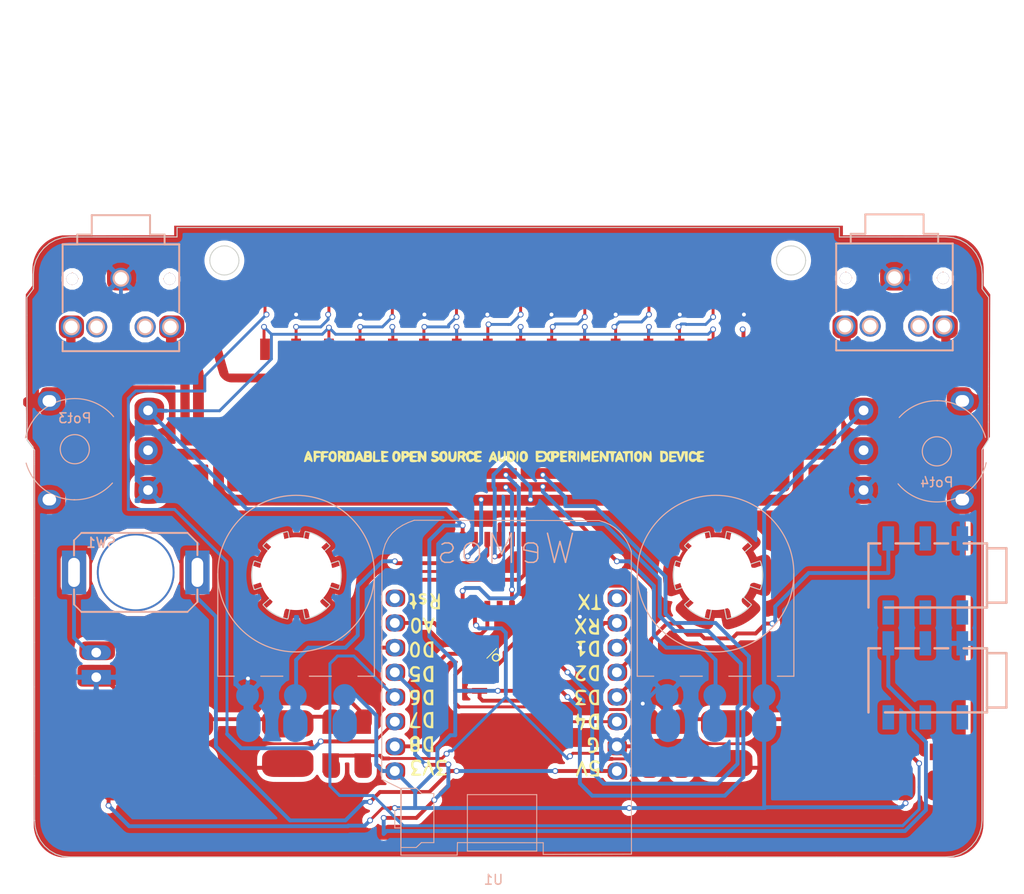
<source format=kicad_pcb>
(kicad_pcb (version 4) (host pcbnew 4.0.7-e0-6372~58~ubuntu16.04.1)
  (layers (0 F.Cu signal) (31 B.Cu signal) (34 B.Paste user) (35 F.Paste user) (36 B.SilkS user) (37 F.SilkS user) (38 B.Mask user) (39 F.Mask user) (44 Edge.Cuts user))
  (net 0 "")
  (net 1 +3V3)
  (net 2 CV1)
  (net 3 CV2)
  (net 4 GND)
  (net 5 "Net-(IC1-Pad9)")
  (net 6 "Net-(IC1-Pad10)")
  (net 7 "Net-(IC1-Pad11)")
  (net 8 Pot4)
  (net 9 Pot1)
  (net 10 Pot2)
  (net 11 L-Out)
  (net 12 R-Out)
  (net 13 "Net-(D1-Pad1)")
  (net 14 "Net-(IC1-Pad3)")
  (net 15 "Net-(IC2-Pad1)")
  (net 16 Led1_pulldown)
  (net 17 +BATT)
  (net 18 Pot3)
  (net 19 NEO-Pixel)
  (net 20 "Net-(D2-Pad1)")
  (net 21 "Net-(NEO1-Pad4)")
  (net 22 "Net-(NEO2-Pad4)")
  (net 23 "Net-(NEO3-Pad4)")
  (net 24 "Net-(NEO4-Pad4)")
  (net 25 "Net-(NEO5-Pad4)")
  (net 26 "Net-(NEO6-Pad4)")
  (net 27 "Net-(NEO7-Pad4)")
  (net 28 "Net-(R3-Pad1)")
  (net 29 "Net-(R5-Pad1)")
  (net 30 +5V)
  (net 31 Buttons)
  (net 32 problem)
  (net 33 D3)
  (net 34 D5)
  (net 35 "Net-(IC2-Pad3)")
  (module ESPTINY86_MixtapePCB:4xxx_SOIC-16W_Pitch1.27mm (layer F.Cu) (at 88.9 76.2 90)
    (fp_text reference IC1)
    (fp_text value 4051)
    (pad 1 smd rect (at -3.55 -4.445 90) (size 1.5 0.6) (layers F.Cu F.Paste F.Mask) (net 2 CV1))
    (pad 2 smd rect (at -3.55 -3.175 90) (size 1.5 0.6) (layers F.Cu F.Paste F.Mask) (net 31 Buttons))
    (pad 3 smd rect (at -3.55 -1.905 90) (size 1.5 0.6) (layers F.Cu F.Paste F.Mask) (net 14 "Net-(IC1-Pad3)"))
    (pad 4 smd rect (at -3.55 -0.635 90) (size 1.5 0.6) (layers F.Cu F.Paste F.Mask))
    (pad 5 smd rect (at -3.55 0.635 90) (size 1.5 0.6) (layers F.Cu F.Paste F.Mask) (net 3 CV2))
    (pad 6 smd rect (at -3.55 1.905 90) (size 1.5 0.6) (layers F.Cu F.Paste F.Mask) (net 4 GND))
    (pad 7 smd rect (at -3.55 3.175 90) (size 1.5 0.6) (layers F.Cu F.Paste F.Mask) (net 4 GND))
    (pad 8 smd rect (at -3.55 4.445 90) (size 1.5 0.6) (layers F.Cu F.Paste F.Mask) (net 4 GND))
    (pad 9 smd rect (at 3.55 4.445 90) (size 1.5 0.6) (layers F.Cu F.Paste F.Mask) (net 5 "Net-(IC1-Pad9)"))
    (pad 10 smd rect (at 3.55 3.175 90) (size 1.5 0.6) (layers F.Cu F.Paste F.Mask) (net 6 "Net-(IC1-Pad10)"))
    (pad 11 smd rect (at 3.55 1.905 90) (size 1.5 0.6) (layers F.Cu F.Paste F.Mask) (net 7 "Net-(IC1-Pad11)"))
    (pad 12 smd rect (at 3.55 0.635 90) (size 1.5 0.6) (layers F.Cu F.Paste F.Mask) (net 8 Pot4))
    (pad 13 smd rect (at 3.55 -0.635 90) (size 1.5 0.6) (layers F.Cu F.Paste F.Mask) (net 9 Pot1))
    (pad 14 smd rect (at 3.55 -1.905 90) (size 1.5 0.6) (layers F.Cu F.Paste F.Mask) (net 10 Pot2))
    (pad 15 smd rect (at 3.55 -3.175 90) (size 1.5 0.6) (layers F.Cu F.Paste F.Mask) (net 18 Pot3))
    (pad 16 smd rect (at 3.55 -4.445 90) (size 1.5 0.6) (layers F.Cu F.Paste F.Mask) (net 1 +3V3))
  )
  (module ESPTINY86_MixtapePCB:Potentiometer_wheel (layer B.Cu) (at 133.35 63.5)
    (fp_text reference Pot4 (at -0.08 3.302) (layer B.SilkS) (effects (justify mirror)))
    (fp_text value 10k)
    (pad 3 thru_hole circle (at -7.62 4.1) (size 2 2) (drill 1) (layers *.Cu *.Mask) (net 4 GND))
    (pad 2 thru_hole circle (at -7.62 0) (size 2 2) (drill 1) (layers *.Cu *.Mask) (net 8 Pot4))
    (pad 1 thru_hole circle (at -7.62 -4.1) (size 2 2) (drill 1) (layers *.Cu *.Mask) (net 1 +3V3))
    (pad "" thru_hole oval (at 2.54 5.08) (size 2.4 2) (drill oval 1.4 1.2) (layers *.Cu *.Mask))
    (pad "" thru_hole oval (at 2.54 -5.08) (size 2.4 2) (drill oval 1.4 1.2) (layers *.Cu *.Mask))
  )
  (module ESPTINY86_MixtapePCB:R_1206_Mixtape (layer F.Cu) (at 131.54 94.5515 180)
    (fp_text reference R1)
    (fp_text value R)
    (pad 1 smd rect (at -2 0 180) (size 2 1.7) (layers F.Cu F.Mask) (net 13 "Net-(D1-Pad1)"))
    (pad 2 smd rect (at 2 0 180) (size 2 1.7) (layers F.Cu F.Paste F.Mask) (net 16 Led1_pulldown))
  )
  (module ESPTINY86_MixtapePCB:R_1206_Mixtape (layer F.Cu) (at 46.863 94.5515 180)
    (fp_text reference R2)
    (fp_text value R)
    (pad 1 smd rect (at -2 0 180) (size 2 1.7) (layers F.Cu F.Mask) (net 4 GND))
    (pad 2 smd rect (at 2 0 180) (size 2 1.7) (layers F.Cu F.Paste F.Mask) (net 20 "Net-(D2-Pad1)"))
  )
  (module ESPTINY86_MixtapePCB:R_1206_Mixtape (layer F.Cu) (at 106.934 93.694 270)
    (fp_text reference R3)
    (fp_text value 22k)
    (pad 1 smd rect (at -2 0 270) (size 2 1.7) (layers F.Cu F.Mask) (net 28 "Net-(R3-Pad1)"))
    (pad 2 smd rect (at 2 0 270) (size 2 1.7) (layers F.Cu F.Paste F.Mask) (net 31 Buttons))
  )
  (module ESPTINY86_MixtapePCB:R_1206_Mixtape (layer F.Cu) (at 74.168 93.694 270)
    (fp_text reference R4)
    (fp_text value 10k)
    (pad 1 smd rect (at -2 0 270) (size 2 1.7) (layers F.Cu F.Mask) (net 1 +3V3))
    (pad 2 smd rect (at 2 0 270) (size 2 1.7) (layers F.Cu F.Paste F.Mask) (net 31 Buttons))
  )
  (module ESPTINY86_MixtapePCB:R_1206_Mixtape (layer F.Cu) (at 70.866 93.694 270)
    (fp_text reference R5)
    (fp_text value 10k)
    (pad 1 smd rect (at -2 0 270) (size 2 1.7) (layers F.Cu F.Mask) (net 29 "Net-(R5-Pad1)"))
    (pad 2 smd rect (at 2 0 270) (size 2 1.7) (layers F.Cu F.Paste F.Mask) (net 31 Buttons))
  )
  (module ESPTINY86_MixtapePCB:WeMOS_ESP (layer B.Cu) (at 88.9 88.9 180)
    (fp_text reference U1 (at 1.27 -18.81 180) (layer B.SilkS) (effects (justify mirror)))
    (fp_text value WeMos_mini)
    (fp_text user WeMos (at 0 15.24 180) (layer B.SilkS) (effects (font (size 3 3)) (justify mirror)))
    (pad 8 thru_hole circle (at -11.43 10.16 180) (size 1.8 1.8) (drill 1.016) (layers B.Cu B.Mask))
    (pad 7 thru_hole circle (at -11.43 7.62 180) (size 1.8 1.8) (drill 1.016) (layers B.Cu B.Mask) (net 35 "Net-(IC2-Pad3)"))
    (pad 6 thru_hole circle (at -11.43 5.08 180) (size 1.8 1.8) (drill 1.016) (layers B.Cu B.Mask) (net 6 "Net-(IC1-Pad10)"))
    (pad 5 thru_hole circle (at -11.43 2.54 180) (size 1.8 1.8) (drill 1.016) (layers B.Cu B.Mask) (net 5 "Net-(IC1-Pad9)"))
    (pad 4 thru_hole circle (at -11.43 0 180) (size 1.8 1.8) (drill 1.016) (layers B.Cu B.Mask) (net 33 D3))
    (pad 3 thru_hole circle (at -11.43 -2.54 180) (size 1.8 1.8) (drill 1.016) (layers B.Cu B.Mask) (net 32 problem))
    (pad 2 thru_hole circle (at -11.43 -5.08 180) (size 1.8 1.8) (drill 1.016) (layers B.Cu B.Mask) (net 4 GND))
    (pad 1 thru_hole circle (at -11.43 -7.62 180) (size 1.8 1.8) (drill 1.016) (layers B.Cu B.Mask) (net 30 +5V))
    (pad 16 thru_hole circle (at 11.43 -7.62 180) (size 1.8 1.8) (drill 1.016) (layers B.Cu B.Mask) (net 1 +3V3))
    (pad 15 thru_hole circle (at 11.43 -5.08 180) (size 1.8 1.8) (drill 1.016) (layers B.Cu B.Mask) (net 15 "Net-(IC2-Pad1)"))
    (pad 14 thru_hole circle (at 11.43 -2.54 180) (size 1.8 1.8) (drill 1.016) (layers B.Cu B.Mask) (net 19 NEO-Pixel))
    (pad 13 thru_hole circle (at 11.43 0 180) (size 1.8 1.8) (drill 1.016) (layers B.Cu B.Mask) (net 16 Led1_pulldown))
    (pad 12 thru_hole circle (at 11.43 2.54 180) (size 1.8 1.8) (drill 1.016) (layers B.Cu B.Mask) (net 34 D5))
    (pad 11 thru_hole circle (at 11.43 5.08 180) (size 1.8 1.8) (drill 1.016) (layers B.Cu B.Mask) (net 7 "Net-(IC1-Pad11)"))
    (pad 10 thru_hole circle (at 11.43 7.62 180) (size 1.8 1.8) (drill 1.016) (layers B.Cu B.Mask) (net 14 "Net-(IC1-Pad3)"))
    (pad 9 thru_hole circle (at 11.43 10.16 180) (size 1.8 1.8) (drill 1.016) (layers B.Cu B.Mask))
  )
  (module ESPTINY86_MixtapePCB:MixtapeEdge (layer F.Cu) (at 89 55.9)
    (fp_text reference "" (at 0 0) (layer F.SilkS))
    (fp_text value "" (at 0 0) (layer F.SilkS))
    (fp_poly (pts (xy 34.597825 -15.014575) (xy 34.60115 -14.52245) (xy 40.3225 -14.515398) (xy 40.779045 -14.514845) (xy 41.210906 -14.514335) (xy 41.618798 -14.51386) (xy 42.003434 -14.513412) (xy 42.36553 -14.512981) (xy 42.705801 -14.512558) (xy 43.024963 -14.512134) (xy 43.32373 -14.511701) (xy 43.602816 -14.51125) (xy 43.862938 -14.510771) (xy 44.10481 -14.510257) (xy 44.329148 -14.509697) (xy 44.536665 -14.509084) (xy 44.728078 -14.508408) (xy 44.9041 -14.50766) (xy 45.065449 -14.506832) (xy 45.212837 -14.505915) (xy 45.34698 -14.504899) (xy 45.468594 -14.503777) (xy 45.578393 -14.502538) (xy 45.677092 -14.501175) (xy 45.765407 -14.499678) (xy 45.844052 -14.498038) (xy 45.913742 -14.496247) (xy 45.975192 -14.494296) (xy 46.029118 -14.492176) (xy 46.076234 -14.489877) (xy 46.117255 -14.487391) (xy 46.152897 -14.48471) (xy 46.183874 -14.481824) (xy 46.210902 -14.478724) (xy 46.234695 -14.475402) (xy 46.255968 -14.471849) (xy 46.275436 -14.468055) (xy 46.293816 -14.464012) (xy 46.31182 -14.459712) (xy 46.330165 -14.455144) (xy 46.349565 -14.450301) (xy 46.370736 -14.445173) (xy 46.3931 -14.440039) (xy 46.662494 -14.36735) (xy 46.927205 -14.270678) (xy 47.184562 -14.15136) (xy 47.431899 -14.010732) (xy 47.666546 -13.85013) (xy 47.8282 -13.721127) (xy 48.050303 -13.515722) (xy 48.252649 -13.294663) (xy 48.43467 -13.058937) (xy 48.595797 -12.809532) (xy 48.735463 -12.547434) (xy 48.8531 -12.273631) (xy 48.94814 -11.989108) (xy 49.020016 -11.694854) (xy 49.033039 -11.62685) (xy 49.042568 -11.572843) (xy 49.050878 -11.521189) (xy 49.05805 -11.469782) (xy 49.064168 -11.41651) (xy 49.069314 -11.359266) (xy 49.073571 -11.295939) (xy 49.07702 -11.224421) (xy 49.079745 -11.142602) (xy 49.081828 -11.048372) (xy 49.083351 -10.939624) (xy 49.084397 -10.814247) (xy 49.085049 -10.670132) (xy 49.085388 -10.50517) (xy 49.085498 -10.317252) (xy 49.0855 -10.285246) (xy 49.0855 -9.344688) (xy 49.761998 -8.43915) (xy 49.753977 -7.14375) (xy 49.753427 -7.044701) (xy 49.752852 -6.921271) (xy 49.752252 -6.774482) (xy 49.751632 -6.605353) (xy 49.750992 -6.414905) (xy 49.750335 -6.204158) (xy 49.749664 -5.974133) (xy 49.74898 -5.725849) (xy 49.748286 -5.460326) (xy 49.747584 -5.178586) (xy 49.746876 -4.881648) (xy 49.746165 -4.570532) (xy 49.745453 -4.246258) (xy 49.744741 -3.909847) (xy 49.744034 -3.562319) (xy 49.743331 -3.204695) (xy 49.742637 -2.837993) (xy 49.741953 -2.463236) (xy 49.741281 -2.081442) (xy 49.740623 -1.693632) (xy 49.739983 -1.300826) (xy 49.739361 -0.904044) (xy 49.738761 -0.504307) (xy 49.738185 -0.102635) (xy 49.737795 0.180844) (xy 49.729634 6.210038) (xy 49.0728 7.23852) (xy 49.072468 26.647535) (xy 49.072446 27.474667) (xy 49.072409 28.287928) (xy 49.072357 29.087038) (xy 49.072291 29.871719) (xy 49.07221 30.641692) (xy 49.072114 31.396678) (xy 49.072004 32.136398) (xy 49.071881 32.860574) (xy 49.071743 33.568927) (xy 49.071592 34.261178) (xy 49.071427 34.937049) (xy 49.071248 35.59626) (xy 49.071057 36.238533) (xy 49.070852 36.863589) (xy 49.070635 37.471149) (xy 49.070405 38.060935) (xy 49.070162 38.632668) (xy 49.069907 39.186068) (xy 49.06964 39.720858) (xy 49.069361 40.236758) (xy 49.069071 40.73349) (xy 49.068768 41.210775) (xy 49.068454 41.668334) (xy 49.068129 42.105888) (xy 49.067793 42.523159) (xy 49.067445 42.919868) (xy 49.067087 43.295736) (xy 49.066718 43.650484) (xy 49.066339 43.983834) (xy 49.06595 44.295506) (xy 49.06555 44.585222) (xy 49.065141 44.852704) (xy 49.064722 45.097672) (xy 49.064293 45.319848) (xy 49.063855 45.518952) (xy 49.063408 45.694707) (xy 49.062951 45.846833) (xy 49.062486 45.975052) (xy 49.062012 46.079084) (xy 49.061529 46.158652) (xy 49.061038 46.213476) (xy 49.060539 46.243277) (xy 49.060361 46.24778) (xy 49.029493 46.553109) (xy 48.975219 46.849497) (xy 48.897837 47.136268) (xy 48.797647 47.412742) (xy 48.674949 47.678242) (xy 48.530042 47.932089) (xy 48.363227 48.173604) (xy 48.174801 48.402111) (xy 48.05045 48.533744) (xy 47.837115 48.730681) (xy 47.608986 48.907353) (xy 47.367422 49.063103) (xy 47.113779 49.197271) (xy 46.849414 49.309197) (xy 46.575685 49.398223) (xy 46.293949 49.463688) (xy 46.064449 49.498566) (xy 46.057777 49.499107) (xy 46.046933 49.499637) (xy 46.03168 49.500156) (xy 46.011781 49.500666) (xy 45.986998 49.501165) (xy 45.957095 49.501654) (xy 45.921836 49.502133) (xy 45.880983 49.502602) (xy 45.834299 49.503062) (xy 45.781548 49.503512) (xy 45.722492 49.503952) (xy 45.656895 49.504382) (xy 45.584521 49.504803) (xy 45.505131 49.505215) (xy 45.418489 49.505618) (xy 45.324359 49.506011) (xy 45.222503 49.506395) (xy 45.112685 49.50677) (xy 44.994668 49.507137) (xy 44.868214 49.507494) (xy 44.733088 49.507843) (xy 44.589051 49.508183) (xy 44.435868 49.508515) (xy 44.273301 49.508838) (xy 44.101113 49.509153) (xy 43.919068 49.509459) (xy 43.726929 49.509758) (xy 43.524459 49.510048) (xy 43.311421 49.51033) (xy 43.087578 49.510604) (xy 42.852693 49.510871) (xy 42.60653 49.51113) (xy 42.348851 49.511381) (xy 42.07942 49.511624) (xy 41.798 49.51186) (xy 41.504353 49.512089) (xy 41.198244 49.51231) (xy 40.879435 49.512524) (xy 40.547689 49.512731) (xy 40.202769 49.512931) (xy 39.844439 49.513124) (xy 39.472462 49.51331) (xy 39.086601 49.51349) (xy 38.686618 49.513663) (xy 38.272278 49.513829) (xy 37.843343 49.513988) (xy 37.399576 49.514142) (xy 36.940741 49.514289) (xy 36.4666 49.51443) (xy 35.976917 49.514564) (xy 35.471455 49.514693) (xy 34.949977 49.514815) (xy 34.412246 49.514932) (xy 33.858026 49.515043) (xy 33.287078 49.515148) (xy 32.699168 49.515248) (xy 32.094057 49.515342) (xy 31.471508 49.515431) (xy 30.831286 49.515514) (xy 30.173152 49.515593) (xy 29.496871 49.515666) (xy 28.802205 49.515734) (xy 28.088918 49.515797) (xy 27.356772 49.515855) (xy 26.605531 49.515908) (xy 25.834957 49.515957) (xy 25.044815 49.516001) (xy 24.234866 49.51604) (xy 23.404875 49.516076) (xy 22.554604 49.516106) (xy 21.683817 49.516133) (xy 20.792276 49.516155) (xy 19.879745 49.516173) (xy 18.945987 49.516188) (xy 17.990764 49.516198) (xy 17.013841 49.516204) (xy 16.01498 49.516207) (xy 14.993945 49.516206) (xy 13.950498 49.516202) (xy 12.884402 49.516194) (xy 11.795422 49.516183) (xy 10.683319 49.516169) (xy 9.547857 49.516151) (xy 8.3888 49.516131) (xy 7.20591 49.516107) (xy 5.99895 49.51608) (xy 4.767684 49.516051) (xy 3.511874 49.516019) (xy 2.231284 49.515984) (xy 0.925677 49.515946) (xy 0.108027 49.515922) (xy -1.233383 49.515881) (xy -2.549615 49.515837) (xy -3.840887 49.515792) (xy -5.107422 49.515744) (xy -6.34944 49.515694) (xy -7.567162 49.515642) (xy -8.760807 49.515588) (xy -9.930598 49.515531) (xy -11.076754 49.515472) (xy -12.199497 49.51541) (xy -13.299048 49.515346) (xy -14.375626 49.515279) (xy -15.429452 49.515209) (xy -16.460748 49.515136) (xy -17.469734 49.51506) (xy -18.456631 49.514981) (xy -19.42166 49.514899) (xy -20.36504 49.514813) (xy -21.286994 49.514724) (xy -22.187741 49.514632) (xy -23.067502 49.514536) (xy -23.926499 49.514437) (xy -24.764951 49.514334) (xy -25.58308 49.514227) (xy -26.381106 49.514116) (xy -27.159251 49.514001) (xy -27.917733 49.513882) (xy -28.656776 49.513759) (xy -29.376598 49.513632) (xy -30.077421 49.513501) (xy -30.759466 49.513365) (xy -31.422953 49.513224) (xy -32.068103 49.513079) (xy -32.695137 49.51293) (xy -33.304275 49.512776) (xy -33.895738 49.512616) (xy -34.469748 49.512452) (xy -35.026523 49.512283) (xy -35.566287 49.512109) (xy -36.089258 49.51193) (xy -36.595658 49.511745) (xy -37.085707 49.511556) (xy -37.559626 49.51136) (xy -38.017637 49.511159) (xy -38.459959 49.510953) (xy -38.886813 49.510741) (xy -39.298421 49.510523) (xy -39.695002 49.510299) (xy -40.076778 49.510069) (xy -40.443969 49.509834) (xy -40.796795 49.509592) (xy -41.135479 49.509344) (xy -41.46024 49.50909) (xy -41.771299 49.508829) (xy -42.068877 49.508562) (xy -42.353194 49.508288) (xy -42.624471 49.508007) (xy -42.88293 49.50772) (xy -43.12879 49.507426) (xy -43.362273 49.507126) (xy -43.583598 49.506818) (xy -43.792988 49.506503) (xy -43.990662 49.506181) (xy -44.176841 49.505852) (xy -44.351747 49.505515) (xy -44.515599 49.505171) (xy -44.668618 49.50482) (xy -44.811026 49.504461) (xy -44.943042 49.504094) (xy -45.064888 49.503719) (xy -45.176785 49.503337) (xy -45.278952 49.502947) (xy -45.371611 49.502548) (xy -45.454983 49.502142) (xy -45.529288 49.501728) (xy -45.594746 49.501305) (xy -45.65158 49.500873) (xy -45.700008 49.500434) (xy -45.740253 49.499986) (xy -45.772534 49.499529) (xy -45.797073 49.499063) (xy -45.81409 49.498589) (xy -45.823806 49.498106) (xy -45.825315 49.497961) (xy -46.100473 49.452075) (xy -46.370747 49.382017) (xy -46.633884 49.288694) (xy -46.887634 49.173013) (xy -47.129743 49.035884) (xy -47.35195 48.882768) (xy -47.570324 48.701795) (xy -47.771762 48.502314) (xy -47.955605 48.285321) (xy -48.121189 48.05181) (xy -48.267853 47.802777) (xy -48.394933 47.539218) (xy -48.50177 47.262127) (xy -48.564224 47.060399) (xy -48.602779 46.907743) (xy -48.637788 46.737528) (xy -48.669968 46.546206) (xy -48.675788 46.5074) (xy -48.676727 46.500026) (xy -48.677639 46.490586) (xy -48.678525 46.478704) (xy -48.679385 46.464007) (xy -48.68022 46.446122) (xy -48.681031 46.424674) (xy -48.681817 46.399289) (xy -48.68258 46.369594) (xy -48.683319 46.335214) (xy -48.684037 46.295776) (xy -48.684732 46.250905) (xy -48.685406 46.200229) (xy -48.686059 46.143372) (xy -48.686691 46.079962) (xy -48.687304 46.009624) (xy -48.687898 45.931984) (xy -48.688473 45.846668) (xy -48.689029 45.753303) (xy -48.689568 45.651515) (xy -48.69009 45.540929) (xy -48.690596 45.421173) (xy -48.691085 45.291871) (xy -48.691559 45.15265) (xy -48.692017 45.003136) (xy -48.692462 44.842956) (xy -48.692892 44.671735) (xy -48.693309 44.489099) (xy -48.693714 44.294675) (xy -48.694106 44.088089) (xy -48.694486 43.868966) (xy -48.694855 43.636934) (xy -48.695213 43.391617) (xy -48.695562 43.132642) (xy -48.6959 42.859636) (xy -48.69623 42.572224) (xy -48.696551 42.270032) (xy -48.696864 41.952687) (xy -48.697169 41.619814) (xy -48.697468 41.271041) (xy -48.69776 40.905992) (xy -48.698047 40.524294) (xy -48.698328 40.125573) (xy -48.698605 39.709455) (xy -48.698877 39.275566) (xy -48.699145 38.823533) (xy -48.69941 38.352981) (xy -48.699673 37.863537) (xy -48.699934 37.354826) (xy -48.700193 36.826476) (xy -48.700451 36.278111) (xy -48.700709 35.709358) (xy -48.700966 35.119843) (xy -48.701225 34.509193) (xy -48.701484 33.877033) (xy -48.701745 33.222989) (xy -48.702008 32.546688) (xy -48.702274 31.847755) (xy -48.702544 31.125817) (xy -48.702817 30.3805) (xy -48.703094 29.61143) (xy -48.703377 28.818233) (xy -48.703665 28.000535) (xy -48.703959 27.157962) (xy -48.704079 26.8097) (xy -48.71085 7.25805) (xy -49.095026 6.751146) (xy -49.479201 6.244243) (xy -49.479201 5.207002) (xy -49.479313 5.030875) (xy -49.479638 4.850293) (xy -49.480157 4.66861) (xy -49.480852 4.489177) (xy -49.481705 4.315348) (xy -49.482699 4.150474) (xy -49.483815 3.997909) (xy -49.485034 3.861004) (xy -49.486339 3.743112) (xy -49.487579 3.655593) (xy -49.495958 3.141425) (xy -49.576738 3.099542) (xy -49.648582 3.053571) (xy -49.708623 2.998023) (xy -49.751905 2.938091) (xy -49.769065 2.898053) (xy -49.775183 2.86323) (xy -49.779693 2.808835) (xy -49.782601 2.740642) (xy -49.783915 2.664427) (xy -49.783639 2.585966) (xy -49.781781 2.511035) (xy -49.778348 2.445409) (xy -49.773344 2.394863) (xy -49.768477 2.370023) (xy -49.741491 2.315546) (xy -49.695669 2.261001) (xy -49.636909 2.212104) (xy -49.571105 2.174571) (xy -49.563397 2.171259) (xy -49.488979 2.140415) (xy -49.498302 -3.155718) (xy -49.506853 -8.014141) (xy -48.188258 -8.014141) (xy -48.184152 -4.511896) (xy -48.183759 -4.196364) (xy -48.183316 -3.877753) (xy -48.182827 -3.557696) (xy -48.182297 -3.237825) (xy -48.181729 -2.919775) (xy -48.181127 -2.605178) (xy -48.180495 -2.295669) (xy -48.179837 -1.99288) (xy -48.179157 -1.698445) (xy -48.178459 -1.413997) (xy -48.177747 -1.14117) (xy -48.177025 -0.881596) (xy -48.176297 -0.636911) (xy -48.175566 -0.408746) (xy -48.174837 -0.198736) (xy -48.174114 -0.008513) (xy -48.1734 0.160289) (xy -48.172699 0.306036) (xy -48.172399 0.36195) (xy -48.16475 1.73355) (xy -48.074906 1.644546) (xy -48.030079 1.597686) (xy -47.994376 1.553321) (xy -47.962322 1.503565) (xy -47.928438 1.440529) (xy -47.916156 1.415946) (xy -47.880456 1.347258) (xy -47.847258 1.294953) (xy -47.811763 1.255373) (xy -47.769174 1.224858) (xy -47.714693 1.19975) (xy -47.643523 1.17639) (xy -47.57839 1.158369) (xy -47.425056 1.117599) (xy -46.912253 1.117801) (xy -46.79329 1.118157) (xy -46.676134 1.119086) (xy -46.56463 1.120515) (xy -46.462624 1.122374) (xy -46.373961 1.12459) (xy -46.302486 1.127092) (xy -46.252046 1.129808) (xy -46.24705 1.130188) (xy -46.180522 1.135984) (xy -46.13141 1.142313) (xy -46.091779 1.151265) (xy -46.053693 1.164932) (xy -46.009217 1.185403) (xy -45.977247 1.201278) (xy -45.921592 1.230698) (xy -45.87661 1.25903) (xy -45.835121 1.291783) (xy -45.789944 1.334471) (xy -45.749642 1.375986) (xy -45.668635 1.465444) (xy -45.605437 1.546521) (xy -45.556836 1.625095) (xy -45.519619 1.707041) (xy -45.490575 1.798236) (xy -45.469817 1.887886) (xy -45.464575 1.915935) (xy -45.460189 1.945741) (xy -45.456585 1.979751) (xy -45.45369 2.02041) (xy -45.45143 2.070165) (xy -45.44973 2.131463) (xy -45.448517 2.206751) (xy -45.447717 2.298474) (xy -45.447256 2.40908) (xy -45.447059 2.541014) (xy -45.447039 2.6416) (xy -45.447102 2.786598) (xy -45.447308 2.908688) (xy -45.447748 3.010362) (xy -45.44851 3.094112) (xy -45.449686 3.16243) (xy -45.451365 3.217806) (xy -45.453637 3.262734) (xy -45.456594 3.299706) (xy -45.460324 3.331212) (xy -45.464919 3.359745) (xy -45.470467 3.387797) (xy -45.474743 3.40747) (xy -45.498184 3.499301) (xy -45.526485 3.579825) (xy -45.562612 3.654189) (xy -45.609529 3.727535) (xy -45.670201 3.80501) (xy -45.747595 3.891758) (xy -45.763825 3.909068) (xy -45.837497 3.976472) (xy -45.922606 4.036857) (xy -46.011955 4.085948) (xy -46.098345 4.119475) (xy -46.13275 4.128035) (xy -46.167426 4.132281) (xy -46.226669 4.136207) (xy -46.309653 4.139787) (xy -46.415546 4.142995) (xy -46.54352 4.145802) (xy -46.692744 4.148185) (xy -46.806031 4.149549) (xy -47.403111 4.155911) (xy -47.553916 4.115665) (xy -47.647062 4.089122) (xy -47.719713 4.063248) (xy -47.776451 4.034681) (xy -47.821858 4.000052) (xy -47.860515 3.955999) (xy -47.897006 3.899154) (xy -47.928613 3.840467) (xy -47.998548 3.72953) (xy -48.06549 3.653142) (xy -48.103125 3.616408) (xy -48.134541 3.587753) (xy -48.155225 3.571195) (xy -48.16031 3.5687) (xy -48.161917 3.581097) (xy -48.163452 3.617077) (xy -48.164897 3.674822) (xy -48.166234 3.752516) (xy -48.167446 3.848342) (xy -48.168515 3.960481) (xy -48.169424 4.087118) (xy -48.170154 4.226435) (xy -48.170688 4.376614) (xy -48.171009 4.535839) (xy -48.171101 4.680602) (xy -48.171101 5.792505) (xy -47.383701 6.835773) (xy -47.383639 8.977311) (xy -47.383577 11.11885) (xy -46.853414 11.122063) (xy -46.697314 11.123175) (xy -46.564218 11.12462) (xy -46.451728 11.126625) (xy -46.357447 11.129414) (xy -46.278977 11.133212) (xy -46.213923 11.138245) (xy -46.159888 11.144739) (xy -46.114474 11.152919) (xy -46.075284 11.16301) (xy -46.039922 11.175238) (xy -46.00599 11.189828) (xy -45.975817 11.204594) (xy -45.928298 11.23028) (xy -45.887232 11.256837) (xy -45.847008 11.28876) (xy -45.80201 11.330544) (xy -45.746627 11.386684) (xy -45.740585 11.392965) (xy -45.682484 11.455337) (xy -45.632326 11.514381) (xy -45.589537 11.572477) (xy -45.553542 11.632006) (xy -45.523768 11.695348) (xy -45.49964 11.764884) (xy -45.480585 11.842994) (xy -45.466026 11.93206) (xy -45.455392 12.03446) (xy -45.448106 12.152576) (xy -45.443596 12.288788) (xy -45.441286 12.445477) (xy -45.440602 12.625024) (xy -45.4406 12.6365) (xy -45.441141 12.817006) (xy -45.443155 12.974511) (xy -45.447231 13.111396) (xy -45.453955 13.230043) (xy -45.463917 13.332835) (xy -45.477703 13.422154) (xy -45.495903 13.500382) (xy -45.519103 13.569901) (xy -45.547893 13.633095) (xy -45.582859 13.692345) (xy -45.624589 13.750033) (xy -45.673672 13.808542) (xy -45.730696 13.870254) (xy -45.75004 13.890369) (xy -45.836699 13.973879) (xy -45.916826 14.037265) (xy -45.995059 14.083216) (xy -46.076036 14.11442) (xy -46.164395 14.133565) (xy -46.171241 14.134561) (xy -46.205585 14.137786) (xy -46.262094 14.141124) (xy -46.337536 14.144468) (xy -46.428679 14.147708) (xy -46.532289 14.150735) (xy -46.645133 14.15344) (xy -46.763978 14.155714) (xy -46.828075 14.156705) (xy -47.3837 14.164561) (xy -47.383596 30.180405) (xy -47.38358 31.068896) (xy -47.383544 31.932334) (xy -47.383488 32.770707) (xy -47.383411 33.584006) (xy -47.383314 34.372221) (xy -47.383197 35.135342) (xy -47.38306 35.873358) (xy -47.382903 36.58626) (xy -47.382725 37.274038) (xy -47.382527 37.936682) (xy -47.382309 38.574181) (xy -47.382071 39.186525) (xy -47.381813 39.773706) (xy -47.381535 40.335711) (xy -47.381236 40.872533) (xy -47.380918 41.384159) (xy -47.380579 41.870581) (xy -47.38022 42.331789) (xy -47.379842 42.767772) (xy -47.379443 43.17852) (xy -47.379024 43.564023) (xy -47.378585 43.924272) (xy -47.378126 44.259255) (xy -47.377646 44.568964) (xy -47.377147 44.853388) (xy -47.376628 45.112517) (xy -47.376089 45.346341) (xy -47.375529 45.55485) (xy -47.37495 45.738034) (xy -47.374351 45.895883) (xy -47.373731 46.028387) (xy -47.373092 46.135536) (xy -47.372433 46.21732) (xy -47.371754 46.273728) (xy -47.371054 46.304751) (xy -47.37072 46.31055) (xy -47.331705 46.557439) (xy -47.271173 46.791189) (xy -47.18884 47.012604) (xy -47.084421 47.222486) (xy -46.996915 47.36465) (xy -46.863311 47.543022) (xy -46.714308 47.701339) (xy -46.550691 47.839126) (xy -46.373241 47.955905) (xy -46.182742 48.051202) (xy -45.979976 48.124539) (xy -45.765727 48.175441) (xy -45.6311 48.195116) (xy -45.615645 48.195433) (xy -45.575137 48.195745) (xy -45.509921 48.196054) (xy -45.420343 48.196359) (xy -45.306752 48.196659) (xy -45.169491 48.196956) (xy -45.008909 48.197248) (xy -44.825351 48.197537) (xy -44.619163 48.197821) (xy -44.390692 48.198102) (xy -44.140285 48.198378) (xy -43.868287 48.19865) (xy -43.575044 48.198919) (xy -43.260904 48.199183) (xy -42.926213 48.199443) (xy -42.571316 48.199699) (xy -42.19656 48.199951) (xy -41.802291 48.200199) (xy -41.388857 48.200443) (xy -40.956602 48.200683) (xy -40.505874 48.200918) (xy -40.037018 48.20115) (xy -39.550381 48.201377) (xy -39.04631 48.201601) (xy -38.52515 48.20182) (xy -37.987249 48.202035) (xy -37.432951 48.202246) (xy -36.862604 48.202453) (xy -36.276554 48.202656) (xy -35.675147 48.202855) (xy -35.05873 48.203049) (xy -34.427649 48.20324) (xy -33.782249 48.203426) (xy -33.122879 48.203608) (xy -32.449883 48.203786) (xy -31.763608 48.20396) (xy -31.0644 48.20413) (xy -30.352607 48.204295) (xy -29.628573 48.204456) (xy -28.892646 48.204613) (xy -28.145172 48.204766) (xy -27.386496 48.204915) (xy -26.616966 48.20506) (xy -25.836928 48.2052) (xy -25.046727 48.205336) (xy -24.246711 48.205468) (xy -23.437225 48.205596) (xy -22.618617 48.205719) (xy -21.791232 48.205839) (xy -20.955416 48.205954) (xy -20.111516 48.206064) (xy -19.259878 48.206171) (xy -18.400849 48.206273) (xy -17.534775 48.206371) (xy -16.662002 48.206465) (xy -15.782876 48.206555) (xy -14.897744 48.20664) (xy -14.006952 48.206721) (xy -13.110847 48.206798) (xy -12.209774 48.206871) (xy -11.304081 48.206939) (xy -10.394113 48.207003) (xy -9.480216 48.207062) (xy -8.562738 48.207118) (xy -7.642024 48.207169) (xy -6.71842 48.207216) (xy -5.792274 48.207258) (xy -4.863931 48.207296) (xy -3.933737 48.20733) (xy -3.00204 48.207359) (xy -2.069184 48.207385) (xy -1.135518 48.207405) (xy -0.201386 48.207422) (xy 0.732865 48.207434) (xy 1.666888 48.207442) (xy 2.600338 48.207445) (xy 3.532867 48.207445) (xy 4.46413 48.207439) (xy 5.39378 48.20743) (xy 6.321471 48.207416) (xy 7.246856 48.207397) (xy 8.16959 48.207375) (xy 9.089325 48.207347) (xy 10.005717 48.207316) (xy 10.918417 48.20728) (xy 11.827081 48.20724) (xy 12.731361 48.207195) (xy 13.630912 48.207146) (xy 14.525386 48.207092) (xy 15.414439 48.207034) (xy 16.297722 48.206972) (xy 17.174891 48.206905) (xy 18.045599 48.206834) (xy 18.909499 48.206758) (xy 19.766245 48.206678) (xy 20.615491 48.206594) (xy 21.45689 48.206505) (xy 22.290097 48.206411) (xy 23.114765 48.206313) (xy 23.930547 48.206211) (xy 24.737097 48.206104) (xy 25.534069 48.205993) (xy 26.321117 48.205877) (xy 27.097894 48.205757) (xy 27.864054 48.205632) (xy 28.61925 48.205502) (xy 29.363137 48.205369) (xy 30.095368 48.20523) (xy 30.815597 48.205088) (xy 31.523477 48.20494) (xy 32.218662 48.204788) (xy 32.900806 48.204632) (xy 33.569562 48.204471) (xy 34.224584 48.204306) (xy 34.865526 48.204136) (xy 35.492042 48.203961) (xy 36.103784 48.203782) (xy 36.700408 48.203599) (xy 37.281566 48.203411) (xy 37.846912 48.203218) (xy 38.3961 48.203021) (xy 38.928783 48.202819) (xy 39.444616 48.202612) (xy 39.943252 48.202401) (xy 40.424344 48.202186) (xy 40.887546 48.201966) (xy 41.332513 48.201741) (xy 41.758897 48.201511) (xy 42.166353 48.201277) (xy 42.554533 48.201039) (xy 42.923092 48.200796) (xy 43.271684 48.200548) (xy 43.599961 48.200295) (xy 43.907579 48.200038) (xy 44.19419 48.199777) (xy 44.459447 48.19951) (xy 44.703006 48.199239) (xy 44.924519 48.198964) (xy 45.12364 48.198683) (xy 45.300023 48.198399) (xy 45.453322 48.198109) (xy 45.58319 48.197815) (xy 45.689281 48.197516) (xy 45.771248 48.197212) (xy 45.828745 48.196904) (xy 45.861427 48.196591) (xy 45.869292 48.196376) (xy 46.00362 48.178536) (xy 46.129531 48.153308) (xy 46.258811 48.118108) (xy 46.331025 48.095089) (xy 46.536617 48.01376) (xy 46.730044 47.91098) (xy 46.910209 47.788159) (xy 47.076015 47.64671) (xy 47.226363 47.488044) (xy 47.360155 47.313571) (xy 47.476293 47.124705) (xy 47.57368 46.922855) (xy 47.651217 46.709433) (xy 47.707807 46.485851) (xy 47.739036 46.28515) (xy 47.739739 46.266062) (xy 47.740423 46.22159) (xy 47.741087 46.151748) (xy 47.741731 46.056553) (xy 47.742355 45.936019) (xy 47.74296 45.790162) (xy 47.743544 45.618997) (xy 47.744109 45.42254) (xy 47.744655 45.200805) (xy 47.74518 44.953808) (xy 47.745686 44.681566) (xy 47.746171 44.384092) (xy 47.746637 44.061402) (xy 47.747083 43.713512) (xy 47.747509 43.340436) (xy 47.747916 42.942192) (xy 47.748302 42.518792) (xy 47.748668 42.070254) (xy 47.749015 41.596593) (xy 47.749342 41.097823) (xy 47.749648 40.57396) (xy 47.749935 40.025019) (xy 47.750202 39.451017) (xy 47.750449 38.851967) (xy 47.750676 38.227886) (xy 47.750882 37.578789) (xy 47.751069 36.904691) (xy 47.751236 36.205608) (xy 47.751383 35.481555) (xy 47.751509 34.732546) (xy 47.751616 33.958599) (xy 47.751702 33.159728) (xy 47.751769 32.335947) (xy 47.751815 31.487274) (xy 47.751842 30.613723) (xy 47.751848 30.0355) (xy 47.75185 29.263873) (xy 47.751851 28.517236) (xy 47.751849 27.795179) (xy 47.751845 27.097292) (xy 47.751837 26.423165) (xy 47.751825 25.772388) (xy 47.751808 25.14455) (xy 47.751787 24.539241) (xy 47.751759 23.956052) (xy 47.751725 23.394573) (xy 47.751685 22.854393) (xy 47.751636 22.335102) (xy 47.751579 21.83629) (xy 47.751514 21.357548) (xy 47.751439 20.898465) (xy 47.751354 20.45863) (xy 47.751258 20.037635) (xy 47.751151 19.635069) (xy 47.751032 19.250521) (xy 47.750901 18.883583) (xy 47.750757 18.533843) (xy 47.750599 18.200891) (xy 47.750426 17.884319) (xy 47.750239 17.583715) (xy 47.750037 17.298669) (xy 47.749818 17.028772) (xy 47.749583 16.773613) (xy 47.74933 16.532782) (xy 47.74906 16.30587) (xy 47.748771 16.092465) (xy 47.748463 15.892159) (xy 47.748135 15.704541) (xy 47.747787 15.529201) (xy 47.747418 15.365729) (xy 47.747027 15.213714) (xy 47.746615 15.072748) (xy 47.74618 14.942419) (xy 47.745721 14.822317) (xy 47.745239 14.712034) (xy 47.744732 14.611158) (xy 47.744199 14.519279) (xy 47.743642 14.435988) (xy 47.743057 14.360874) (xy 47.742446 14.293527) (xy 47.741808 14.233537) (xy 47.741141 14.180495) (xy 47.740445 14.13399) (xy 47.73972 14.093611) (xy 47.738965 14.05895) (xy 47.73818 14.029596) (xy 47.737363 14.005138) (xy 47.736515 13.985167) (xy 47.735634 13.969273) (xy 47.734721 13.957046) (xy 47.733774 13.948075) (xy 47.732792 13.94195) (xy 47.731776 13.938262) (xy 47.730724 13.9366) (xy 47.729637 13.936555) (xy 47.728513 13.937716) (xy 47.728161 13.93825) (xy 47.699077 13.979691) (xy 47.66654 14.013267) (xy 47.626265 14.041439) (xy 47.573964 14.066668) (xy 47.505351 14.091414) (xy 47.416139 14.118138) (xy 47.413497 14.118884) (xy 47.28845 14.15415) (xy 46.71695 14.152686) (xy 46.554309 14.151979) (xy 46.414895 14.150652) (xy 46.29654 14.148551) (xy 46.197075 14.145522) (xy 46.114332 14.141412) (xy 46.046142 14.136066) (xy 45.990337 14.129331) (xy 45.944747 14.121053) (xy 45.907205 14.111078) (xy 45.875542 14.099252) (xy 45.859783 14.09187) (xy 45.813033 14.067836) (xy 45.776204 14.046775) (xy 45.743594 14.024431) (xy 45.709501 13.996548) (xy 45.668223 13.958869) (xy 45.620108 13.91296) (xy 45.524584 13.81277) (xy 45.446747 13.713597) (xy 45.388595 13.618282) (xy 45.353256 13.533415) (xy 45.340533 13.490601) (xy 45.329786 13.450151) (xy 45.320847 13.409521) (xy 45.313553 13.366168) (xy 45.307737 13.31755) (xy 45.303235 13.261123) (xy 45.299881 13.194343) (xy 45.29751 13.114668) (xy 45.295957 13.019555) (xy 45.295056 12.90646) (xy 45.294642 12.77284) (xy 45.29455 12.63015) (xy 45.294633 12.483392) (xy 45.294934 12.359572) (xy 45.295528 12.256227) (xy 45.296489 12.170898) (xy 45.297894 12.10112) (xy 45.299817 12.044434) (xy 45.302334 11.998376) (xy 45.305519 11.960485) (xy 45.309449 11.9283) (xy 45.314198 11.899358) (xy 45.317387 11.88294) (xy 45.340917 11.783995) (xy 45.369847 11.698369) (xy 45.407304 11.620493) (xy 45.456414 11.544795) (xy 45.520305 11.465706) (xy 45.599456 11.380379) (xy 45.656458 11.323363) (xy 45.703687 11.280917) (xy 45.747537 11.248022) (xy 45.794401 11.219657) (xy 45.824053 11.204028) (xy 45.858417 11.18735) (xy 45.892231 11.173176) (xy 45.927848 11.161289) (xy 45.967618 11.151474) (xy 46.013894 11.143516) (xy 46.069027 11.137201) (xy 46.13537 11.132311) (xy 46.215274 11.128633) (xy 46.311091 11.125951) (xy 46.425172 11.124049) (xy 46.55987 11.122712) (xy 46.717537 11.121724) (xy 46.7233 11.121695) (xy 47.27575 11.11885) (xy 47.4218 11.160937) (xy 47.513127 11.189418) (xy 47.583384 11.216904) (xy 47.636686 11.245708) (xy 47.677147 11.278141) (xy 47.70888 11.316516) (xy 47.714885 11.325649) (xy 47.752 11.384172) (xy 47.752 9.122516) (xy 47.751999 6.860859) (xy 48.082199 6.344136) (xy 48.412399 5.827412) (xy 48.412399 4.590106) (xy 48.412339 4.377728) (xy 48.412148 4.189493) (xy 48.41181 4.024147) (xy 48.411309 3.880433) (xy 48.410629 3.757096) (xy 48.409753 3.65288) (xy 48.408666 3.566529) (xy 48.407351 3.496788) (xy 48.405793 3.4424) (xy 48.403975 3.40211) (xy 48.40188 3.374662) (xy 48.399494 3.358801) (xy 48.396799 3.35327) (xy 48.396525 3.353237) (xy 48.371575 3.358975) (xy 48.329939 3.373704) (xy 48.27757 3.3949) (xy 48.22042 3.42004) (xy 48.164444 3.446601) (xy 48.115596 3.47206) (xy 48.113878 3.473018) (xy 48.065315 3.504137) (xy 48.008766 3.54634) (xy 47.953778 3.59233) (xy 47.934013 3.61048) (xy 47.890283 3.653707) (xy 47.856613 3.692343) (xy 47.827865 3.733648) (xy 47.798902 3.784886) (xy 47.769879 3.842484) (xy 47.741277 3.898915) (xy 47.714584 3.948096) (xy 47.69274 3.984828) (xy 47.678686 4.003915) (xy 47.678442 4.004136) (xy 47.636806 4.033149) (xy 47.577335 4.06111) (xy 47.497475 4.089055) (xy 47.402633 4.115946) (xy 47.25035 4.155817) (xy 46.65345 4.149502) (xy 46.489231 4.147424) (xy 46.346146 4.1449) (xy 46.22495 4.141954) (xy 46.126396 4.13861) (xy 46.05124 4.134893) (xy 46.000235 4.130825) (xy 45.98035 4.127997) (xy 45.933123 4.11449) (xy 45.874781 4.091981) (xy 45.8159 4.064673) (xy 45.7999 4.056274) (xy 45.746371 4.024919) (xy 45.699404 3.991217) (xy 45.652217 3.94962) (xy 45.59803 3.894578) (xy 45.584 3.879579) (xy 45.526732 3.81622) (xy 45.477321 3.756676) (xy 45.435194 3.698541) (xy 45.399778 3.63941) (xy 45.3705 3.576877) (xy 45.346787 3.508538) (xy 45.328066 3.431986) (xy 45.313763 3.344816) (xy 45.303305 3.244624) (xy 45.29612 3.129003) (xy 45.291634 2.995549) (xy 45.289275 2.841856) (xy 45.288469 2.665519) (xy 45.288447 2.639075) (xy 45.288936 2.457836) (xy 45.290961 2.299601) (xy 45.295092 2.161992) (xy 45.301897 2.042632) (xy 45.311945 1.939143) (xy 45.325805 1.849147) (xy 45.344045 1.770267) (xy 45.367234 1.700125) (xy 45.395941 1.636344) (xy 45.430734 1.576546) (xy 45.472183 1.518353) (xy 45.520855 1.459388) (xy 45.57732 1.397273) (xy 45.588235 1.3857) (xy 45.641193 1.331153) (xy 45.684438 1.290817) (xy 45.724645 1.259495) (xy 45.768489 1.231994) (xy 45.822645 1.203117) (xy 45.823185 1.202843) (xy 45.875439 1.176855) (xy 45.916263 1.159088) (xy 45.953566 1.147425) (xy 45.995259 1.139748) (xy 46.049252 1.133938) (xy 46.09465 1.130164) (xy 46.142103 1.127418) (xy 46.211083 1.124878) (xy 46.297719 1.122617) (xy 46.398138 1.120707) (xy 46.508467 1.119221) (xy 46.624836 1.118231) (xy 46.74337 1.117809) (xy 46.755623 1.117801) (xy 46.882736 1.117781) (xy 46.987349 1.117931) (xy 47.072364 1.118399) (xy 47.140683 1.119333) (xy 47.195206 1.12088) (xy 47.238834 1.123189) (xy 47.274468 1.126408) (xy 47.30501 1.130683) (xy 47.33336 1.136165) (xy 47.36242 1.142999) (xy 47.390623 1.150184) (xy 47.496622 1.180818) (xy 47.579478 1.212388) (xy 47.641451 1.245885) (xy 47.679588 1.276807) (xy 47.701128 1.304064) (xy 47.729058 1.346938) (xy 47.758779 1.398146) (xy 47.77255 1.423973) (xy 47.844979 1.53687) (xy 47.939352 1.638669) (xy 48.054304 1.728356) (xy 48.188466 1.804919) (xy 48.340472 1.867345) (xy 48.394414 1.8847) (xy 48.420878 1.892671) (xy 48.429414 -3.059837) (xy 48.437951 -8.012345) (xy 48.107984 -8.454348) (xy 47.778016 -8.89635) (xy 47.777708 -9.98403) (xy 47.777581 -10.190584) (xy 47.777281 -10.373578) (xy 47.776744 -10.534855) (xy 47.775904 -10.676254) (xy 47.774698 -10.799615) (xy 47.773061 -10.906781) (xy 47.770927 -10.999591) (xy 47.768233 -11.079886) (xy 47.764914 -11.149508) (xy 47.760904 -11.210296) (xy 47.756141 -11.264091) (xy 47.750558 -11.312734) (xy 47.744091 -11.358066) (xy 47.736676 -11.401928) (xy 47.728248 -11.44616) (xy 47.725976 -11.457488) (xy 47.671489 -11.667576) (xy 47.594441 -11.874942) (xy 47.496943 -12.075923) (xy 47.381106 -12.266856) (xy 47.24904 -12.444077) (xy 47.102858 -12.603923) (xy 47.022281 -12.678683) (xy 46.836667 -12.825123) (xy 46.641691 -12.948237) (xy 46.43791 -13.047776) (xy 46.225879 -13.123491) (xy 46.006155 -13.175133) (xy 45.869725 -13.194583) (xy 45.839999 -13.196409) (xy 45.785577 -13.198099) (xy 45.706406 -13.199656) (xy 45.602434 -13.201079) (xy 45.473607 -13.202368) (xy 45.319872 -13.203524) (xy 45.141175 -13.204546) (xy 44.937464 -13.205436) (xy 44.708685 -13.206193) (xy 44.454785 -13.206817) (xy 44.175711 -13.20731) (xy 43.87141 -13.20767) (xy 43.541829 -13.207899) (xy 43.186914 -13.207997) (xy 43.096591 -13.208) (xy 42.790981 -13.207993) (xy 42.509764 -13.207966) (xy 42.251932 -13.20791) (xy 42.016479 -13.207816) (xy 41.802397 -13.207677) (xy 41.608679 -13.207484) (xy 41.434319 -13.207229) (xy 41.278308 -13.206902) (xy 41.139639 -13.206496) (xy 41.017306 -13.206002) (xy 40.910302 -13.205411) (xy 40.817618 -13.204716) (xy 40.738249 -13.203907) (xy 40.671186 -13.202976) (xy 40.615423 -13.201915) (xy 40.569952 -13.200715) (xy 40.533766 -13.199367) (xy 40.505859 -13.197864) (xy 40.485222 -13.196197) (xy 40.470849 -13.194356) (xy 40.461733 -13.192335) (xy 40.456866 -13.190124) (xy 40.455241 -13.187714) (xy 40.455543 -13.185775) (xy 40.459585 -13.168466) (xy 40.467205 -13.129063) (xy 40.477876 -13.070536) (xy 40.491075 -12.995859) (xy 40.506274 -12.908004) (xy 40.522949 -12.809941) (xy 40.539799 -12.709307) (xy 40.573279 -12.513938) (xy 40.605163 -12.341746) (xy 40.63616 -12.190612) (xy 40.666975 -12.058417) (xy 40.698316 -11.943043) (xy 40.73089 -11.842371) (xy 40.765403 -11.754283) (xy 40.802563 -11.676659) (xy 40.843077 -11.607381) (xy 40.887651 -11.544331) (xy 40.936992 -11.48539) (xy 40.954551 -11.466364) (xy 41.003578 -11.417516) (xy 41.049161 -11.380798) (xy 41.101198 -11.349064) (xy 41.153376 -11.32282) (xy 41.233585 -11.280775) (xy 41.292659 -11.240436) (xy 41.334422 -11.198802) (xy 41.358226 -11.161993) (xy 41.368633 -11.136558) (xy 41.3837 -11.093009) (xy 41.401313 -11.037711) (xy 41.417372 -10.983929) (xy 41.45915 -10.83945) (xy 41.456795 -10.26795) (xy 41.455998 -10.110725) (xy 41.454856 -9.976524) (xy 41.453148 -9.862974) (xy 41.450654 -9.767698) (xy 41.447152 -9.688324) (xy 41.442423 -9.622474) (xy 41.436245 -9.567776) (xy 41.428398 -9.521854) (xy 41.418661 -9.482333) (xy 41.406813 -9.446838) (xy 41.392634 -9.412995) (xy 41.375902 -9.378429) (xy 41.373721 -9.374135) (xy 41.348299 -9.327166) (xy 41.322132 -9.286604) (xy 41.290811 -9.246967) (xy 41.249926 -9.202778) (xy 41.195068 -9.148557) (xy 41.182369 -9.13635) (xy 41.09111 -9.054393) (xy 41.005963 -8.991006) (xy 40.920545 -8.942641) (xy 40.828476 -8.905753) (xy 40.723373 -8.876794) (xy 40.70985 -8.873743) (xy 40.680282 -8.867403) (xy 40.652151 -8.862095) (xy 40.622961 -8.857726) (xy 40.590211 -8.854207) (xy 40.551406 -8.851445) (xy 40.504046 -8.849349) (xy 40.445633 -8.847827) (xy 40.37367 -8.846789) (xy 40.285658 -8.846143) (xy 40.1791 -8.845797) (xy 40.051497 -8.845661) (xy 39.9415 -8.845641) (xy 39.796524 -8.845683) (xy 39.674458 -8.845871) (xy 39.572808 -8.846294) (xy 39.489083 -8.847042) (xy 39.420793 -8.848206) (xy 39.365445 -8.849874) (xy 39.320549 -8.852138) (xy 39.283612 -8.855087) (xy 39.252142 -8.858811) (xy 39.22365 -8.8634) (xy 39.195643 -8.868943) (xy 39.175629 -8.873299) (xy 39.065028 -8.902939) (xy 38.966973 -8.941253) (xy 38.876219 -8.991379) (xy 38.787517 -9.056454) (xy 38.69562 -9.139617) (xy 38.645616 -9.190231) (xy 38.565437 -9.283593) (xy 38.507041 -9.375461) (xy 38.467745 -9.471175) (xy 38.444869 -9.576074) (xy 38.442462 -9.59485) (xy 38.439554 -9.632045) (xy 38.436742 -9.691328) (xy 38.434104 -9.76939) (xy 38.431718 -9.86292) (xy 38.429663 -9.968607) (xy 38.428018 -10.08314) (xy 38.426861 -10.203209) (xy 38.426473 -10.26795) (xy 38.42385 -10.82675) (xy 38.460174 -10.9601) (xy 38.491682 -11.063821) (xy 38.523542 -11.144081) (xy 38.556625 -11.202813) (xy 38.584649 -11.23568) (xy 38.610558 -11.255176) (xy 38.651059 -11.280652) (xy 38.69791 -11.306963) (xy 38.703381 -11.309835) (xy 38.793862 -11.362764) (xy 38.866389 -11.419553) (xy 38.928299 -11.486395) (xy 38.955683 -11.522857) (xy 39.001237 -11.591089) (xy 39.042403 -11.66207) (xy 39.079941 -11.738235) (xy 39.114613 -11.822022) (xy 39.14718 -11.915867) (xy 39.178402 -12.022207) (xy 39.20904 -12.143477) (xy 39.239856 -12.282114) (xy 39.271611 -12.440555) (xy 39.305065 -12.621236) (xy 39.313444 -12.66825) (xy 39.338779 -12.809656) (xy 39.360534 -12.927416) (xy 39.379 -13.022989) (xy 39.394465 -13.097833) (xy 39.407217 -13.153407) (xy 39.415898 -13.185775) (xy 39.41576 -13.188197) (xy 39.413217 -13.190436) (xy 39.407319 -13.1925) (xy 39.397115 -13.194396) (xy 39.381656 -13.196131) (xy 39.35999 -13.197713) (xy 39.331169 -13.199148) (xy 39.294241 -13.200444) (xy 39.248258 -13.201607) (xy 39.192267 -13.202645) (xy 39.12532 -13.203565) (xy 39.046467 -13.204374) (xy 38.954756 -13.205078) (xy 38.849238 -13.205686) (xy 38.728963 -13.206204) (xy 38.592981 -13.206639) (xy 38.440341 -13.206998) (xy 38.270093 -13.207289) (xy 38.081288 -13.207518) (xy 37.872974 -13.207693) (xy 37.644202 -13.207821) (xy 37.394022 -13.207908) (xy 37.121483 -13.207963) (xy 36.825636 -13.207991) (xy 36.50553 -13.208) (xy 33.453821 -13.208) (xy 33.445294 -13.122275) (xy 33.437715 -13.060614) (xy 33.427315 -12.99344) (xy 33.420042 -12.954) (xy 33.415381 -12.936797) (xy 33.403633 -12.895995) (xy 33.385016 -12.832322) (xy 33.359748 -12.746508) (xy 33.328046 -12.639281) (xy 33.290129 -12.51137) (xy 33.246213 -12.363502) (xy 33.196516 -12.196408) (xy 33.141256 -12.010814) (xy 33.080651 -11.80745) (xy 33.014917 -11.587044) (xy 32.944273 -11.350324) (xy 32.868937 -11.09802) (xy 32.789125 -10.83086) (xy 32.705056 -10.549572) (xy 32.616947 -10.254885) (xy 32.525016 -9.947527) (xy 32.42948 -9.628227) (xy 32.330557 -9.297714) (xy 32.228464 -8.956715) (xy 32.12342 -8.60596) (xy 32.015641 -8.246177) (xy 31.905346 -7.878095) (xy 31.792752 -7.502441) (xy 31.678077 -7.119946) (xy 31.561537 -6.731336) (xy 31.515725 -6.5786) (xy 31.362041 -6.066328) (xy 31.21551 -5.578058) (xy 31.076029 -5.113453) (xy 30.943496 -4.672174) (xy 30.817808 -4.253882) (xy 30.698862 -3.85824) (xy 30.586557 -3.484908) (xy 30.480789 -3.133547) (xy 30.381456 -2.80382) (xy 30.288456 -2.495387) (xy 30.201686 -2.20791) (xy 30.121043 -1.941051) (xy 30.046425 -1.69447) (xy 29.97773 -1.46783) (xy 29.914854 -1.260792) (xy 29.857696 -1.073016) (xy 29.806153 -0.904165) (xy 29.760122 -0.753901) (xy 29.719501 -0.621883) (xy 29.684187 -0.507775) (xy 29.654078 -0.411237) (xy 29.629071 -0.33193) (xy 29.609064 -0.269516) (xy 29.593954 -0.223658) (xy 29.583639 -0.194015) (xy 29.578671 -0.181538) (xy 29.487795 -0.018573) (xy 29.378045 0.127578) (xy 29.24991 0.256544) (xy 29.103878 0.367953) (xy 28.940435 0.461434) (xy 28.760071 0.536614) (xy 28.563271 0.593123) (xy 28.561984 0.593418) (xy 28.557655 0.594207) (xy 28.551431 0.594977) (xy 28.543004 0.595728) (xy 28.532065 0.59646) (xy 28.518303 0.597175) (xy 28.50141 0.597872) (xy 28.481075 0.598551) (xy 28.45699 0.599213) (xy 28.428845 0.599858) (xy 28.39633 0.600487) (xy 28.359136 0.601099) (xy 28.316953 0.601695) (xy 28.269471 0.602275) (xy 28.216383 0.602839) (xy 28.157376 0.603388) (xy 28.092144 0.603922) (xy 28.020375 0.604442) (xy 27.94176 0.604947) (xy 27.85599 0.605438) (xy 27.762755 0.605915) (xy 27.661746 0.606378) (xy 27.552653 0.606828) (xy 27.435167 0.607265) (xy 27.308978 0.60769) (xy 27.173777 0.608102) (xy 27.029254 0.608501) (xy 26.8751 0.608889) (xy 26.711005 0.609265) (xy 26.536659 0.60963) (xy 26.351754 0.609984) (xy 26.15598 0.610327) (xy 25.949027 0.61066) (xy 25.730585 0.610982) (xy 25.500345 0.611295) (xy 25.257999 0.611597) (xy 25.003235 0.611891) (xy 24.735745 0.612175) (xy 24.455219 0.612451) (xy 24.161348 0.612718) (xy 23.853822 0.612977) (xy 23.532331 0.613228) (xy 23.196567 0.613471) (xy 22.846219 0.613707) (xy 22.480979 0.613935) (xy 22.100536 0.614157) (xy 21.704581 0.614373) (xy 21.292804 0.614582) (xy 20.864897 0.614785) (xy 20.42055 0.614982) (xy 19.959452 0.615174) (xy 19.481295 0.615361) (xy 18.985769 0.615543) (xy 18.472565 0.61572) (xy 17.941372 0.615894) (xy 17.391882 0.616063) (xy 16.823786 0.616228) (xy 16.236772 0.61639) (xy 15.630533 0.616549) (xy 15.004758 0.616705) (xy 14.359139 0.616858) (xy 13.693364 0.617009) (xy 13.007126 0.617158) (xy 12.300115 0.617306) (xy 11.57202 0.617451) (xy 10.822533 0.617596) (xy 10.051343 0.61774) (xy 9.258143 0.617883) (xy 8.442621 0.618026) (xy 7.604469 0.618168) (xy 6.743376 0.618311) (xy 5.859034 0.618455) (xy 4.951133 0.618599) (xy 4.019364 0.618744) (xy 3.063416 0.618891) (xy 2.082981 0.619039) (xy 1.077749 0.619189) (xy 0.1016 0.619333) (xy -1.026796 0.619495) (xy -2.12994 0.619645) (xy -3.207983 0.619782) (xy -4.261073 0.619907) (xy -5.289359 0.62002) (xy -6.292991 0.62012) (xy -7.272117 0.620208) (xy -8.226886 0.620283) (xy -9.157448 0.620345) (xy -10.063952 0.620395) (xy -10.946547 0.620432) (xy -11.805382 0.620456) (xy -12.640605 0.620467) (xy -13.452367 0.620466) (xy -14.240816 0.620451) (xy -15.006101 0.620424) (xy -15.748371 0.620384) (xy -16.467776 0.62033) (xy -17.164464 0.620264) (xy -17.838585 0.620184) (xy -18.490287 0.620091) (xy -19.11972 0.619985) (xy -19.727032 0.619865) (xy -20.312374 0.619733) (xy -20.875893 0.619586) (xy -21.417739 0.619427) (xy -21.938062 0.619253) (xy -22.43701 0.619067) (xy -22.914731 0.618866) (xy -23.371377 0.618652) (xy -23.807094 0.618424) (xy -24.222033 0.618183) (xy -24.616343 0.617928) (xy -24.990172 0.617658) (xy -25.34367 0.617375) (xy -25.676986 0.617078) (xy -25.990269 0.616767) (xy -26.283667 0.616442) (xy -26.557331 0.616103) (xy -26.811409 0.61575) (xy -27.04605 0.615382) (xy -27.261403 0.615) (xy -27.457617 0.614604) (xy -27.634842 0.614194) (xy -27.793227 0.613769) (xy -27.93292 0.61333) (xy -28.054071 0.612876) (xy -28.156829 0.612408) (xy -28.241342 0.611925) (xy -28.30776 0.611427) (xy -28.356233 0.610915) (xy -28.386908 0.610388) (xy -28.399601 0.609884) (xy -28.594345 0.579284) (xy -28.775181 0.527704) (xy -28.943266 0.454612) (xy -29.099756 0.35948) (xy -29.245808 0.241775) (xy -29.286522 0.2032) (xy -29.373837 0.112389) (xy -29.444262 0.026383) (xy -29.503174 -0.062232) (xy -29.555949 -0.160873) (xy -29.566362 -0.182715) (xy -29.571845 -0.196754) (xy -29.58056 -0.222496) (xy -29.592642 -0.260412) (xy -29.608225 -0.310972) (xy -29.627445 -0.374646) (xy -29.650435 -0.451906) (xy -29.67733 -0.543223) (xy -29.708264 -0.649066) (xy -29.743372 -0.769907) (xy -29.782788 -0.906217) (xy -29.826646 -1.058465) (xy -29.875081 -1.227124) (xy -29.928227 -1.412663) (xy -29.986219 -1.615553) (xy -30.049191 -1.836265) (xy -30.117278 -2.075271) (xy -30.190613 -2.333039) (xy -30.269332 -2.610042) (xy -30.353568 -2.90675) (xy -30.443457 -3.223633) (xy -30.539132 -3.561162) (xy -30.640728 -3.919809) (xy -30.748379 -4.300043) (xy -30.86222 -4.702336) (xy -30.982385 -5.127158) (xy -31.109009 -5.57498) (xy -31.242225 -6.046273) (xy -31.38217 -6.541507) (xy -31.394465 -6.585024) (xy -31.505202 -6.977014) (xy -31.614263 -7.363184) (xy -31.721442 -7.742796) (xy -31.826531 -8.115118) (xy -31.929325 -8.479413) (xy -32.029616 -8.834947) (xy -32.127198 -9.180985) (xy -32.221864 -9.516792) (xy -32.313408 -9.841633) (xy -32.401622 -10.154774) (xy -32.4863 -10.455478) (xy -32.567235 -10.743012) (xy -32.644221 -11.016641) (xy -32.717051 -11.275628) (xy -32.785518 -11.519241) (xy -32.849415 -11.746743) (xy -32.908536 -11.957399) (xy -32.962674 -12.150476) (xy -33.011623 -12.325237) (xy -33.055175 -12.480949) (xy -33.093124 -12.616875) (xy -33.125263 -12.732281) (xy -33.151386 -12.826433) (xy -33.171285 -12.898595) (xy -33.184755 -12.948032) (xy -33.191588 -12.97401) (xy -33.192357 -12.977343) (xy -33.201727 -13.03541) (xy -33.20828 -13.095012) (xy -33.2105 -13.139268) (xy -33.2105 -13.208) (xy -36.1696 -13.208) (xy -36.49665 -13.20795) (xy -36.80755 -13.2078) (xy -37.101696 -13.207553) (xy -37.378488 -13.207211) (xy -37.637322 -13.206777) (xy -37.877596 -13.206254) (xy -38.098709 -13.205642) (xy -38.300057 -13.204946) (xy -38.48104 -13.204168) (xy -38.641053 -13.203309) (xy -38.779497 -13.202372) (xy -38.895767 -13.20136) (xy -38.989262 -13.200276) (xy -39.05938 -13.19912) (xy -39.105518 -13.197897) (xy -39.127074 -13.196608) (xy -39.1287 -13.196131) (xy -39.12625 -13.178483) (xy -39.119819 -13.143505) (xy -39.110788 -13.098694) (xy -39.110581 -13.097706) (xy -39.103801 -13.062375) (xy -39.09377 -13.006152) (xy -39.081202 -12.933235) (xy -39.066811 -12.84782) (xy -39.051311 -12.754105) (xy -39.035416 -12.656285) (xy -39.034134 -12.648321) (xy -39.008929 -12.49542) (xy -38.985814 -12.364093) (xy -38.964015 -12.250675) (xy -38.942755 -12.151501) (xy -38.921258 -12.062906) (xy -38.898748 -11.981226) (xy -38.879666 -11.91895) (xy -38.82975 -11.784076) (xy -38.770611 -11.660826) (xy -38.704436 -11.552887) (xy -38.633412 -11.463951) (xy -38.579885 -11.413249) (xy -38.544018 -11.38695) (xy -38.499028 -11.358239) (xy -38.451356 -11.330713) (xy -38.40744 -11.30797) (xy -38.373721 -11.293606) (xy -38.360069 -11.290461) (xy -38.335176 -11.280222) (xy -38.303034 -11.253863) (xy -38.269198 -11.217202) (xy -38.239221 -11.176058) (xy -38.223254 -11.147156) (xy -38.207165 -11.106503) (xy -38.188229 -11.049694) (xy -38.169197 -10.985347) (xy -38.157464 -10.941122) (xy -38.12241 -10.801493) (xy -38.129393 -10.198172) (xy -38.13148 -10.04458) (xy -38.133973 -9.907747) (xy -38.136825 -9.789109) (xy -38.139991 -9.690104) (xy -38.143425 -9.612168) (xy -38.14708 -9.556738) (xy -38.15091 -9.525252) (xy -38.150962 -9.525) (xy -38.184303 -9.423544) (xy -38.241992 -9.32011) (xy -38.323194 -9.216035) (xy -38.383192 -9.153508) (xy -38.4757 -9.068466) (xy -38.560774 -9.002095) (xy -38.644057 -8.951291) (xy -38.731195 -8.912953) (xy -38.827833 -8.883976) (xy -38.902841 -8.86785) (xy -38.933156 -8.862628) (xy -38.96571 -8.858274) (xy -39.003014 -8.85471) (xy -39.047579 -8.851862) (xy -39.101915 -8.849653) (xy -39.168533 -8.848008) (xy -39.249943 -8.846851) (xy -39.348656 -8.846107) (xy -39.467183 -8.8457) (xy -39.608034 -8.845555) (xy -39.64305 -8.84555) (xy -39.803115 -8.845739) (xy -39.940223 -8.846436) (xy -40.056816 -8.847837) (xy -40.155334 -8.850139) (xy -40.23822 -8.853539) (xy -40.307913 -8.858232) (xy -40.366857 -8.864415) (xy -40.417492 -8.872285) (xy -40.462259 -8.882037) (xy -40.503599 -8.893868) (xy -40.543955 -8.907975) (xy -40.576116 -8.920602) (xy -40.671264 -8.968678) (xy -40.769836 -9.035077) (xy -40.865855 -9.114528) (xy -40.953344 -9.201759) (xy -41.026324 -9.291498) (xy -41.064796 -9.351588) (xy -41.083651 -9.386033) (xy -41.099636 -9.418361) (xy -41.112989 -9.450945) (xy -41.123948 -9.48616) (xy -41.132751 -9.526378) (xy -41.139634 -9.573974) (xy -41.144837 -9.631321) (xy -41.148596 -9.700794) (xy -41.151149 -9.784764) (xy -41.152735 -9.885607) (xy -41.153591 -10.005696) (xy -41.153954 -10.147404) (xy -41.154034 -10.24255) (xy -41.15435 -10.85215) (xy -41.117903 -10.98226) (xy -41.098177 -11.04517) (xy -41.075247 -11.106865) (xy -41.052686 -11.158138) (xy -41.041703 -11.178603) (xy -41.019256 -11.2125) (xy -40.995017 -11.238826) (xy -40.962605 -11.26289) (xy -40.915635 -11.290004) (xy -40.894 -11.301499) (xy -40.789699 -11.366499) (xy -40.698053 -11.446224) (xy -40.617507 -11.542787) (xy -40.546507 -11.658297) (xy -40.483498 -11.794866) (xy -40.437644 -11.921174) (xy -40.416744 -11.987615) (xy -40.397191 -12.056281) (xy -40.378245 -12.130528) (xy -40.359168 -12.21371) (xy -40.33922 -12.309184) (xy -40.317662 -12.420304) (xy -40.293756 -12.550428) (xy -40.271718 -12.6746) (xy -40.255395 -12.766375) (xy -40.23889 -12.856874) (xy -40.223212 -12.94074) (xy -40.209369 -13.012614) (xy -40.198368 -13.067136) (xy -40.194733 -13.084041) (xy -40.183797 -13.133996) (xy -40.175353 -13.173856) (xy -40.170657 -13.197638) (xy -40.1701 -13.201516) (xy -40.182605 -13.202142) (xy -40.219339 -13.202749) (xy -40.27913 -13.203335) (xy -40.360807 -13.203896) (xy -40.4632 -13.20443) (xy -40.585136 -13.204935) (xy -40.725446 -13.205408) (xy -40.882956 -13.205845) (xy -41.056497 -13.206244) (xy -41.244897 -13.206603) (xy -41.446985 -13.206918) (xy -41.661589 -13.207188) (xy -41.887538 -13.207409) (xy -42.123662 -13.207578) (xy -42.368789 -13.207693) (xy -42.621747 -13.207751) (xy -42.846625 -13.207753) (xy -43.160053 -13.207723) (xy -43.449151 -13.207681) (xy -43.714991 -13.207607) (xy -43.958645 -13.207481) (xy -44.181184 -13.207283) (xy -44.383678 -13.206995) (xy -44.5672 -13.206595) (xy -44.732819 -13.206065) (xy -44.881608 -13.205385) (xy -45.014637 -13.204534) (xy -45.132978 -13.203494) (xy -45.237701 -13.202244) (xy -45.329878 -13.200765) (xy -45.410581 -13.199037) (xy -45.480879 -13.19704) (xy -45.541845 -13.194755) (xy -45.594549 -13.192162) (xy -45.640063 -13.189241) (xy -45.679458 -13.185972) (xy -45.713805 -13.182336) (xy -45.744175 -13.178313) (xy -45.771639 -13.173884) (xy -45.797269 -13.169027) (xy -45.822135 -13.163725) (xy -45.847309 -13.157957) (xy -45.8724 -13.152048) (xy -46.082339 -13.089728) (xy -46.283532 -13.004605) (xy -46.474563 -12.898195) (xy -46.654014 -12.772016) (xy -46.820468 -12.627583) (xy -46.972507 -12.466414) (xy -47.108714 -12.290025) (xy -47.227672 -12.099934) (xy -47.327962 -11.897656) (xy -47.408168 -11.684709) (xy -47.466873 -11.46261) (xy -47.471265 -11.441164) (xy -47.480112 -11.395011) (xy -47.487909 -11.349409) (xy -47.494721 -11.302506) (xy -47.500613 -11.252451) (xy -47.505651 -11.19739) (xy -47.5099 -11.135471) (xy -47.513424 -11.064841) (xy -47.51629 -10.983649) (xy -47.518562 -10.890041) (xy -47.520306 -10.782166) (xy -47.521588 -10.658171) (xy -47.522471 -10.516203) (xy -47.523023 -10.35441) (xy -47.523307 -10.17094) (xy -47.52339 -9.963939) (xy -47.52339 -9.961885) (xy -47.5234 -8.89382) (xy -47.855829 -8.45398) (xy -48.188258 -8.014141) (xy -49.506853 -8.014141) (xy -49.507624 -8.45185) (xy -48.8315 -9.345968) (xy -48.831365 -10.270509) (xy -48.831234 -10.46639) (xy -48.830835 -10.639016) (xy -48.83006 -10.790533) (xy -48.828806 -10.923084) (xy -48.826966 -11.038814) (xy -48.824434 -11.139869) (xy -48.821107 -11.228392) (xy -48.816878 -11.306529) (xy -48.811642 -11.376425) (xy -48.805293 -11.440224) (xy -48.797727 -11.500071) (xy -48.788838 -11.55811) (xy -48.77852 -11.616487) (xy -48.766668 -11.677346) (xy -48.76084 -11.705952) (xy -48.688441 -11.995894) (xy -48.592299 -12.279485) (xy -48.473489 -12.554414) (xy -48.333088 -12.818368) (xy -48.172173 -13.069037) (xy -48.04946 -13.2334) (xy -47.987079 -13.307307) (xy -47.909399 -13.391986) (xy -47.821263 -13.482729) (xy -47.727509 -13.574831) (xy -47.632978 -13.663582) (xy -47.542512 -13.744278) (xy -47.534353 -13.751074) (xy -32.281816 -13.751074) (xy -32.280371 -13.666753) (xy -32.277132 -13.562163) (xy -32.274611 -13.491755) (xy -32.261184 -13.12545) (xy -30.449327 -6.7183) (xy -30.337715 -6.323623) (xy -30.227823 -5.935035) (xy -30.119852 -5.553256) (xy -30.014005 -5.179001) (xy -29.910486 -4.812988) (xy -29.809498 -4.455934) (xy -29.711242 -4.108554) (xy -29.615923 -3.771568) (xy -29.523742 -3.44569) (xy -29.434903 -3.131639) (xy -29.349608 -2.83013) (xy -29.268061 -2.541882) (xy -29.190464 -2.267611) (xy -29.117019 -2.008034) (xy -29.047931 -1.763867) (xy -28.983401 -1.535829) (xy -28.923633 -1.324634) (xy -28.86883 -1.131002) (xy -28.819193 -0.955648) (xy -28.774927 -0.799289) (xy -28.736233 -0.662643) (xy -28.703315 -0.546426) (xy -28.676376 -0.451356) (xy -28.655618 -0.378148) (xy -28.641244 -0.327521) (xy -28.633458 -0.30019) (xy -28.632033 -0.295275) (xy -28.619224 -0.294746) (xy -28.581452 -0.294225) (xy -28.519156 -0.293712) (xy -28.432774 -0.293206) (xy -28.322744 -0.292709) (xy -28.189503 -0.292219) (xy -28.033489 -0.291737) (xy -27.855141 -0.291264) (xy -27.654896 -0.290798) (xy -27.433192 -0.29034) (xy -27.190467 -0.289891) (xy -26.92716 -0.289449) (xy -26.643707 -0.289016) (xy -26.340546 -0.288591) (xy -26.018117 -0.288173) (xy -25.676856 -0.287765) (xy -25.317201 -0.287364) (xy -24.939591 -0.286971) (xy -24.544463 -0.286587) (xy -24.132256 -0.286211) (xy -23.703406 -0.285844) (xy -23.258353 -0.285484) (xy -22.797533 -0.285133) (xy -22.321385 -0.284791) (xy -21.830347 -0.284456) (xy -21.324856 -0.284131) (xy -20.805351 -0.283813) (xy -20.27227 -0.283504) (xy -19.72605 -0.283204) (xy -19.167129 -0.282912) (xy -18.595945 -0.282629) (xy -18.012936 -0.282354) (xy -17.41854 -0.282088) (xy -16.813195 -0.28183) (xy -16.197338 -0.281581) (xy -15.571409 -0.281341) (xy -14.935844 -0.281109) (xy -14.291081 -0.280886) (xy -13.637559 -0.280672) (xy -12.975715 -0.280467) (xy -12.305987 -0.28027) (xy -11.628813 -0.280082) (xy -10.944632 -0.279903) (xy -10.25388 -0.279733) (xy -9.556996 -0.279571) (xy -8.854418 -0.279419) (xy -8.146583 -0.279275) (xy -7.43393 -0.279141) (xy -6.716896 -0.279015) (xy -5.995919 -0.278898) (xy -5.271438 -0.278791) (xy -4.54389 -0.278692) (xy -3.813713 -0.278602) (xy -3.081345 -0.278522) (xy -2.347224 -0.278451) (xy -1.611787 -0.278388) (xy -0.875473 -0.278335) (xy -0.13872 -0.278291) (xy 0.598035 -0.278256) (xy 1.334353 -0.278231) (xy 2.069798 -0.278215) (xy 2.80393 -0.278208) (xy 3.536312 -0.27821) (xy 4.266506 -0.278222) (xy 4.994074 -0.278242) (xy 5.718578 -0.278273) (xy 6.439581 -0.278312) (xy 7.156644 -0.278362) (xy 7.869329 -0.27842) (xy 8.577199 -0.278488) (xy 9.279816 -0.278566) (xy 9.976741 -0.278653) (xy 10.667538 -0.278749) (xy 11.351767 -0.278855) (xy 12.028992 -0.278971) (xy 12.698773 -0.279096) (xy 13.360674 -0.279231) (xy 14.014256 -0.279375) (xy 14.659082 -0.27953) (xy 15.294713 -0.279693) (xy 15.920712 -0.279867) (xy 16.53664 -0.28005) (xy 17.142061 -0.280243) (xy 17.736535 -0.280446) (xy 18.319625 -0.280659) (xy 18.890894 -0.280882) (xy 19.449903 -0.281114) (xy 19.996214 -0.281356) (xy 20.529389 -0.281609) (xy 21.048991 -0.281871) (xy 21.554581 -0.282143) (xy 22.045722 -0.282425) (xy 22.521976 -0.282717) (xy 22.982905 -0.283019) (xy 23.428071 -0.283331) (xy 23.857036 -0.283653) (xy 24.269362 -0.283986) (xy 24.664611 -0.284328) (xy 25.042346 -0.284681) (xy 25.402128 -0.285043) (xy 25.74352 -0.285416) (xy 26.066083 -0.285799) (xy 26.36938 -0.286193) (xy 26.652973 -0.286596) (xy 26.916424 -0.28701) (xy 27.159294 -0.287435) (xy 27.381147 -0.287869) (xy 27.581544 -0.288314) (xy 27.760048 -0.288769) (xy 27.91622 -0.289235) (xy 28.049622 -0.289711) (xy 28.159817 -0.290198) (xy 28.246367 -0.290695) (xy 28.308833 -0.291202) (xy 28.346779 -0.291721) (xy 28.359612 -0.292198) (xy 28.464473 -0.322879) (xy 28.556942 -0.371679) (xy 28.63356 -0.436263) (xy 28.690866 -0.514293) (xy 28.692266 -0.516845) (xy 28.69816 -0.533115) (xy 28.71116 -0.573127) (xy 28.731087 -0.636292) (xy 28.757762 -0.722021) (xy 28.791007 -0.829723) (xy 28.830643 -0.958808) (xy 28.876491 -1.108686) (xy 28.928374 -1.278768) (xy 28.986112 -1.468462) (xy 29.049527 -1.67718) (xy 29.118441 -1.904331) (xy 29.192674 -2.149325) (xy 29.272049 -2.411572) (xy 29.356387 -2.690482) (xy 29.445509 -2.985465) (xy 29.539237 -3.295931) (xy 29.637391 -3.621291) (xy 29.739795 -3.960953) (xy 29.846269 -4.314328) (xy 29.956634 -4.680827) (xy 30.070712 -5.059859) (xy 30.188324 -5.450833) (xy 30.309293 -5.853161) (xy 30.433439 -6.266252) (xy 30.560583 -6.689515) (xy 30.607365 -6.8453) (xy 32.489321 -13.11275) (xy 32.513474 -13.40485) (xy 32.52199 -13.514015) (xy 32.527352 -13.601664) (xy 32.529334 -13.671512) (xy 32.527711 -13.727276) (xy 32.522259 -13.77267) (xy 32.512751 -13.811409) (xy 32.498962 -13.847209) (xy 32.484928 -13.875792) (xy 32.438245 -13.943888) (xy 32.374678 -14.008016) (xy 32.302473 -14.060495) (xy 32.265751 -14.079947) (xy 32.18815 -14.11557) (xy 31.65475 -14.124411) (xy 31.612474 -14.124922) (xy 31.545517 -14.125468) (xy 31.454599 -14.126047) (xy 31.340439 -14.126658) (xy 31.203755 -14.1273) (xy 31.045267 -14.127969) (xy 30.865693 -14.128665) (xy 30.665754 -14.129384) (xy 30.446168 -14.130127) (xy 30.207655 -14.13089) (xy 29.950933 -14.131672) (xy 29.676721 -14.13247) (xy 29.38574 -14.133284) (xy 29.078708 -14.134111) (xy 28.756343 -14.13495) (xy 28.419366 -14.135798) (xy 28.068496 -14.136654) (xy 27.704451 -14.137515) (xy 27.327951 -14.138381) (xy 26.939715 -14.139249) (xy 26.540462 -14.140117) (xy 26.130911 -14.140983) (xy 25.711782 -14.141846) (xy 25.283793 -14.142704) (xy 24.847663 -14.143555) (xy 24.404113 -14.144397) (xy 23.953861 -14.145228) (xy 23.497625 -14.146046) (xy 23.036126 -14.14685) (xy 22.73935 -14.147354) (xy 22.231816 -14.148212) (xy 21.712771 -14.149099) (xy 21.183602 -14.150011) (xy 20.645697 -14.150946) (xy 20.100446 -14.151901) (xy 19.549236 -14.152874) (xy 18.993455 -14.153863) (xy 18.434492 -14.154864) (xy 17.873735 -14.155875) (xy 17.312573 -14.156893) (xy 16.752393 -14.157917) (xy 16.194584 -14.158942) (xy 15.640535 -14.159967) (xy 15.091632 -14.16099) (xy 14.549266 -14.162006) (xy 14.014824 -14.163015) (xy 13.489694 -14.164013) (xy 12.975265 -14.164998) (xy 12.472925 -14.165966) (xy 11.984062 -14.166916) (xy 11.510065 -14.167846) (xy 11.052322 -14.168751) (xy 10.612221 -14.16963) (xy 10.19115 -14.170481) (xy 9.790498 -14.1713) (xy 9.411652 -14.172085) (xy 9.056003 -14.172833) (xy 8.85825 -14.173255) (xy 7.535056 -14.176087) (xy 6.231874 -14.178862) (xy 4.948796 -14.181579) (xy 3.685916 -14.184238) (xy 2.443327 -14.18684) (xy 1.221123 -14.189384) (xy 0.019396 -14.191869) (xy -1.161759 -14.194297) (xy -2.322249 -14.196666) (xy -3.461981 -14.198976) (xy -4.580861 -14.201228) (xy -5.678797 -14.203421) (xy -6.755693 -14.205555) (xy -7.811458 -14.20763) (xy -8.845998 -14.209646) (xy -9.859219 -14.211602) (xy -10.851027 -14.213499) (xy -11.821331 -14.215336) (xy -12.770035 -14.217113) (xy -13.697047 -14.21883) (xy -14.602273 -14.220487) (xy -15.48562 -14.222084) (xy -16.346994 -14.22362) (xy -17.186302 -14.225095) (xy -18.003451 -14.22651) (xy -18.798346 -14.227864) (xy -19.570896 -14.229157) (xy -20.321006 -14.230389) (xy -21.048582 -14.231559) (xy -21.753533 -14.232668) (xy -22.435763 -14.233716) (xy -23.09518 -14.234701) (xy -23.73169 -14.235625) (xy -24.3452 -14.236486) (xy -24.935616 -14.237286) (xy -25.502845 -14.238023) (xy -26.046794 -14.238697) (xy -26.567369 -14.239309) (xy -27.064477 -14.239858) (xy -27.538024 -14.240344) (xy -27.987917 -14.240767) (xy -28.414062 -14.241126) (xy -28.816367 -14.241423) (xy -29.194737 -14.241656) (xy -29.549079 -14.241825) (xy -29.879301 -14.24193) (xy -30.185307 -14.241971) (xy -30.467006 -14.241948) (xy -30.724303 -14.241861) (xy -30.957106 -14.241709) (xy -31.16532 -14.241493) (xy -31.348852 -14.241212) (xy -31.50761 -14.240866) (xy -31.641499 -14.240456) (xy -31.750426 -14.23998) (xy -31.834298 -14.239438) (xy -31.893021 -14.238832) (xy -31.926501 -14.238159) (xy -31.934833 -14.237658) (xy -32.01252 -14.209884) (xy -32.090432 -14.163865) (xy -32.16036 -14.105316) (xy -32.209973 -14.0462) (xy -32.231664 -14.01296) (xy -32.248916 -13.982151) (xy -32.262107 -13.950531) (xy -32.271614 -13.914855) (xy -32.277816 -13.871883) (xy -32.281091 -13.81837) (xy -32.281816 -13.751074) (xy -47.534353 -13.751074) (xy -47.46095 -13.81221) (xy -47.42815 -13.83758) (xy -47.188426 -14.003529) (xy -46.943082 -14.145533) (xy -46.689682 -14.264661) (xy -46.425791 -14.361981) (xy -46.148974 -14.438563) (xy -45.975329 -14.475065) (xy -45.78985 -14.50975) (xy -34.24555 -14.52245) (xy -34.238902 -15.5067) (xy 34.594501 -15.5067) (xy 34.597825 -15.014575)) (layer F.Cu) (width 0.01))
    (fp_poly (pts (xy -43.755351 40.570308) (xy -43.648268 40.571003) (xy -43.560617 40.57256) (xy -43.489415 40.575306) (xy -43.43168 40.579569) (xy -43.384427 40.585676) (xy -43.344673 40.593953) (xy -43.309436 40.604728) (xy -43.275731 40.618328) (xy -43.240576 40.635079) (xy -43.226204 40.642345) (xy -43.168431 40.680989) (xy -43.1055 40.73868) (xy -43.041089 40.81065) (xy -42.978875 40.892132) (xy -42.922537 40.978359) (xy -42.875753 41.064564) (xy -42.845874 41.1353) (xy -42.83226 41.175261) (xy -42.820732 41.214046) (xy -42.811091 41.254178) (xy -42.803142 41.29818) (xy -42.796688 41.348576) (xy -42.791531 41.407889) (xy -42.787476 41.478643) (xy -42.784324 41.563361) (xy -42.781879 41.664566) (xy -42.779945 41.784781) (xy -42.778325 41.92653) (xy -42.777523 42.0116) (xy -42.776246 42.198052) (xy -42.776202 42.36135) (xy -42.77772 42.503724) (xy -42.781131 42.627404) (xy -42.786763 42.734621) (xy -42.794945 42.827603) (xy -42.806007 42.908582) (xy -42.820277 42.979786) (xy -42.838086 43.043447) (xy -42.859762 43.101793) (xy -42.885634 43.157056) (xy -42.916032 43.211465) (xy -42.951285 43.26725) (xy -42.966185 43.289511) (xy -43.027729 43.375675) (xy -43.086889 43.44665) (xy -43.146936 43.503842) (xy -43.21114 43.548657) (xy -43.28277 43.582503) (xy -43.365097 43.606785) (xy -43.461392 43.62291) (xy -43.574924 43.632285) (xy -43.708964 43.636316) (xy -43.773543 43.636756) (xy -44.030536 43.6372) (xy -44.226179 43.462575) (xy -44.289049 43.406516) (xy -44.366073 43.337929) (xy -44.452398 43.26113) (xy -44.543167 43.180436) (xy -44.633528 43.100164) (xy -44.715281 43.0276) (xy -45.00874 42.76725) (xy -45.003628 42.0624) (xy -45.002119 41.891063) (xy -45.000225 41.73859) (xy -44.997973 41.60599) (xy -44.995385 41.494276) (xy -44.992489 41.40446) (xy -44.98931 41.337551) (xy -44.985872 41.294564) (xy -44.984203 41.283064) (xy -44.955033 41.175384) (xy -44.90975 41.064182) (xy -44.851661 40.954771) (xy -44.78407 40.852468) (xy -44.710282 40.762585) (xy -44.633603 40.690438) (xy -44.600586 40.666205) (xy -44.564305 40.64311) (xy -44.529133 40.624016) (xy -44.492267 40.608548) (xy -44.450908 40.596329) (xy -44.402253 40.586984) (xy -44.343502 40.580137) (xy -44.271852 40.575411) (xy -44.184503 40.57243) (xy -44.078654 40.57082) (xy -43.951503 40.570203) (xy -43.88485 40.57015) (xy -43.755351 40.570308)) (layer F.Cu) (width 0.01))
    (fp_poly (pts (xy -40.449839 40.570204) (xy -40.351957 40.570473) (xy -40.273533 40.571116) (xy -40.211596 40.57229) (xy -40.163175 40.574156) (xy -40.1253 40.576871) (xy -40.094999 40.580594) (xy -40.069302 40.585484) (xy -40.045238 40.5917) (xy -40.019836 40.5994) (xy -40.019273 40.599577) (xy -39.966262 40.618212) (xy -39.916267 40.639124) (xy -39.879864 40.657878) (xy -39.879066 40.658377) (xy -39.82428 40.701465) (xy -39.764249 40.762981) (xy -39.702849 40.837644) (xy -39.643952 40.920175) (xy -39.591432 41.005294) (xy -39.549165 41.087721) (xy -39.53035 41.13365) (xy -39.514565 41.181734) (xy -39.501163 41.233598) (xy -39.489972 41.291596) (xy -39.480817 41.358078) (xy -39.473524 41.435397) (xy -39.46792 41.525906) (xy -39.463831 41.631957) (xy -39.461083 41.755903) (xy -39.459502 41.900095) (xy -39.458914 42.066886) (xy -39.4589 42.1005) (xy -39.459345 42.279005) (xy -39.460912 42.434469) (xy -39.463954 42.56924) (xy -39.468823 42.685664) (xy -39.475871 42.78609) (xy -39.48545 42.872864) (xy -39.497912 42.948334) (xy -39.513608 43.014847) (xy -39.532891 43.074751) (xy -39.556113 43.130392) (xy -39.583625 43.184119) (xy -39.61578 43.238278) (xy -39.633685 43.266217) (xy -39.708969 43.372571) (xy -39.782507 43.456678) (xy -39.857765 43.521147) (xy -39.938208 43.56859) (xy -40.027306 43.601619) (xy -40.101276 43.618392) (xy -40.149919 43.624369) (xy -40.219111 43.629151) (xy -40.304495 43.632745) (xy -40.401718 43.635162) (xy -40.506423 43.63641) (xy -40.614254 43.636499) (xy -40.720857 43.635438) (xy -40.821875 43.633235) (xy -40.912954 43.6299) (xy -40.989736 43.625441) (xy -41.047868 43.619869) (xy -41.070109 43.616372) (xy -41.164897 43.590673) (xy -41.249913 43.551524) (xy -41.328507 43.496369) (xy -41.404028 43.422649) (xy -41.479826 43.327808) (xy -41.516017 43.275926) (xy -41.550782 43.222406) (xy -41.580753 43.171079) (xy -41.606281 43.119634) (xy -41.627715 43.065764) (xy -41.645405 43.00716) (xy -41.6597 42.941515) (xy -41.670951 42.86652) (xy -41.679507 42.779866) (xy -41.685717 42.679246) (xy -41.689932 42.56235) (xy -41.692501 42.426872) (xy -41.693773 42.270502) (xy -41.6941 42.1005) (xy -41.693763 41.922782) (xy -41.692506 41.768119) (xy -41.689958 41.634174) (xy -41.685752 41.518606) (xy -41.679517 41.419079) (xy -41.670885 41.333254) (xy -41.659486 41.258791) (xy -41.64495 41.193353) (xy -41.626909 41.1346) (xy -41.604993 41.080195) (xy -41.578834 41.027799) (xy -41.548061 40.975073) (xy -41.512305 40.919679) (xy -41.506191 40.910552) (xy -41.434459 40.811605) (xy -41.365449 40.734019) (xy -41.295184 40.674655) (xy -41.219688 40.630375) (xy -41.134985 40.598039) (xy -41.0972 40.587636) (xy -41.070309 40.582612) (xy -41.032308 40.578559) (xy -40.980883 40.575398) (xy -40.91372 40.573055) (xy -40.828504 40.571451) (xy -40.72292 40.570511) (xy -40.594653 40.570157) (xy -40.57015 40.57015) (xy -40.449839 40.570204)) (layer F.Cu) (width 0.01))
    (fp_poly (pts (xy 41.076838 40.570422) (xy 41.185777 40.571291) (xy 41.273913 40.572833) (xy 41.343542 40.575125) (xy 41.39696 40.578243) (xy 41.436462 40.582264) (xy 41.464344 40.587265) (xy 41.4655 40.587548) (xy 41.554306 40.616327) (xy 41.634026 40.657462) (xy 41.708196 40.713791) (xy 41.780351 40.788151) (xy 41.854024 40.88338) (xy 41.878955 40.9194) (xy 41.914667 40.974141) (xy 41.945452 41.026694) (xy 41.971669 41.079378) (xy 41.993677 41.134518) (xy 42.011835 41.194436) (xy 42.026502 41.261454) (xy 42.038038 41.337894) (xy 42.046801 41.42608) (xy 42.053151 41.528334) (xy 42.057447 41.646978) (xy 42.060048 41.784336) (xy 42.061313 41.942728) (xy 42.061607 42.1005) (xy 42.061204 42.280125) (xy 42.059747 42.436673) (xy 42.056864 42.572458) (xy 42.052182 42.689794) (xy 42.045329 42.790995) (xy 42.035933 42.878374) (xy 42.02362 42.954246) (xy 42.00802 43.020924) (xy 41.988759 43.080723) (xy 41.965465 43.135956) (xy 41.937766 43.188937) (xy 41.905289 43.24198) (xy 41.869395 43.29493) (xy 41.798157 43.390389) (xy 41.731448 43.465093) (xy 41.665008 43.522115) (xy 41.594578 43.56453) (xy 41.515898 43.595414) (xy 41.424709 43.617842) (xy 41.42113 43.618532) (xy 41.375663 43.624398) (xy 41.309328 43.629144) (xy 41.226452 43.632774) (xy 41.131363 43.63529) (xy 41.02839 43.636696) (xy 40.921861 43.636995) (xy 40.816104 43.63619) (xy 40.715447 43.634285) (xy 40.624219 43.631283) (xy 40.546748 43.627186) (xy 40.487361 43.621999) (xy 40.459361 43.617819) (xy 40.363362 43.592367) (xy 40.278435 43.555073) (xy 40.20098 43.503199) (xy 40.127398 43.434004) (xy 40.054089 43.344748) (xy 40.001031 43.2689) (xy 39.967068 43.215765) (xy 39.937799 43.16452) (xy 39.912882 43.112857) (xy 39.891974 43.058467) (xy 39.874733 42.999042) (xy 39.860816 42.932273) (xy 39.849881 42.855852) (xy 39.841585 42.767469) (xy 39.835585 42.664817) (xy 39.83154 42.545587) (xy 39.829107 42.40747) (xy 39.827943 42.248158) (xy 39.827695 42.1005) (xy 39.828051 41.922422) (xy 39.829357 41.767416) (xy 39.831972 41.633163) (xy 39.836257 41.517341) (xy 39.842571 41.41763) (xy 39.851272 41.33171) (xy 39.862722 41.257259) (xy 39.877278 41.191957) (xy 39.895301 41.133484) (xy 39.91715 41.079519) (xy 39.943184 41.027741) (xy 39.973764 40.975831) (xy 40.009247 40.921466) (xy 40.010644 40.9194) (xy 40.085576 40.816757) (xy 40.157837 40.735907) (xy 40.230962 40.674013) (xy 40.308485 40.628238) (xy 40.393942 40.595744) (xy 40.4241 40.587548) (xy 40.45145 40.582495) (xy 40.490303 40.578426) (xy 40.542953 40.575263) (xy 40.611698 40.572931) (xy 40.698833 40.571353) (xy 40.806653 40.570451) (xy 40.937455 40.57015) (xy 40.9448 40.57015) (xy 41.076838 40.570422)) (layer F.Cu) (width 0.01))
    (fp_poly (pts (xy 44.389363 40.570329) (xy 44.496817 40.571066) (xy 44.584854 40.572653) (xy 44.656464 40.575387) (xy 44.714637 40.579563) (xy 44.762363 40.585476) (xy 44.802633 40.59342) (xy 44.838438 40.60369) (xy 44.872768 40.616583) (xy 44.908612 40.632392) (xy 44.91355 40.634682) (xy 44.955852 40.659484) (xy 45.004055 40.695273) (xy 45.04475 40.731495) (xy 45.099806 40.792631) (xy 45.15691 40.867081) (xy 45.211522 40.947925) (xy 45.259105 41.028242) (xy 45.295118 41.101112) (xy 45.306855 41.131102) (xy 45.319869 41.169945) (xy 45.330955 41.207182) (xy 45.340268 41.245167) (xy 45.347965 41.286258) (xy 45.3542 41.33281) (xy 45.359131 41.387178) (xy 45.362913 41.451718) (xy 45.365701 41.528787) (xy 45.367652 41.620739) (xy 45.368921 41.729931) (xy 45.369665 41.858719) (xy 45.370039 42.009458) (xy 45.370131 42.087471) (xy 45.37075 42.766592) (xy 44.884834 43.201896) (xy 44.398919 43.6372) (xy 44.129184 43.636006) (xy 44.009401 43.634382) (xy 43.908815 43.630719) (xy 43.829433 43.625122) (xy 43.773264 43.617696) (xy 43.770662 43.617192) (xy 43.674984 43.591356) (xy 43.589651 43.552589) (xy 43.511297 43.498291) (xy 43.436557 43.425864) (xy 43.362068 43.332707) (xy 43.3164 43.266247) (xy 43.282021 43.211805) (xy 43.252418 43.159315) (xy 43.22724 43.10644) (xy 43.206139 43.050843) (xy 43.188764 42.990189) (xy 43.174765 42.922139) (xy 43.163793 42.844357) (xy 43.155497 42.754506) (xy 43.149529 42.650249) (xy 43.145537 42.529249) (xy 43.143174 42.38917) (xy 43.142087 42.227674) (xy 43.1419 42.1005) (xy 43.142199 41.933939) (xy 43.143222 41.790329) (xy 43.14516 41.667223) (xy 43.148202 41.562179) (xy 43.152537 41.47275) (xy 43.158355 41.396493) (xy 43.165845 41.330962) (xy 43.175198 41.273714) (xy 43.186603 41.222304) (xy 43.200249 41.174287) (xy 43.216326 41.127218) (xy 43.217674 41.123552) (xy 43.258974 41.030589) (xy 43.313147 40.936819) (xy 43.3764 40.847039) (xy 43.444944 40.76605) (xy 43.514986 40.69865) (xy 43.582737 40.649637) (xy 43.5991 40.640705) (xy 43.635233 40.623099) (xy 43.669215 40.608682) (xy 43.704012 40.597139) (xy 43.74259 40.588152) (xy 43.787916 40.581404) (xy 43.842956 40.576579) (xy 43.910676 40.573358) (xy 43.994044 40.571427) (xy 44.096026 40.570467) (xy 44.219587 40.570161) (xy 44.2595 40.57015) (xy 44.389363 40.570329)) (layer F.Cu) (width 0.01))
    (fp_poly (pts (xy -11.372158 39.764007) (xy -11.270614 39.76498) (xy -11.17753 39.766896) (xy -11.09714 39.769776) (xy -11.033673 39.773642) (xy -11.002294 39.776851) (xy -10.88314 39.805268) (xy -10.76922 39.857641) (xy -10.663287 39.932647) (xy -10.64549 39.948259) (xy -10.600155 39.991319) (xy -10.56307 40.03256) (xy -10.533418 40.075088) (xy -10.510385 40.12201) (xy -10.493155 40.17643) (xy -10.480911 40.241454) (xy -10.472838 40.320188) (xy -10.468122 40.415739) (xy -10.465945 40.53121) (xy -10.465488 40.63365) (xy -10.466205 40.767632) (xy -10.469124 40.879306) (xy -10.47507 40.97173) (xy -10.484869 41.047956) (xy -10.499345 41.111042) (xy -10.519323 41.164042) (xy -10.54563 41.210012) (xy -10.579089 41.252007) (xy -10.620526 41.293083) (xy -10.65072 41.319542) (xy -10.701041 41.361312) (xy -10.746464 41.395819) (xy -10.790075 41.423778) (xy -10.834956 41.445907) (xy -10.884192 41.46292) (xy -10.940866 41.475533) (xy -11.008063 41.484461) (xy -11.088866 41.490421) (xy -11.186359 41.494127) (xy -11.303625 41.496296) (xy -11.4173 41.497435) (xy -11.519305 41.498096) (xy -11.614905 41.498397) (xy -11.700672 41.49835) (xy -11.773183 41.497969) (xy -11.829011 41.497269) (xy -11.864731 41.496263) (xy -11.8745 41.495592) (xy -11.997166 41.474331) (xy -12.100356 41.441782) (xy -12.175167 41.403183) (xy -12.276173 41.329276) (xy -12.353756 41.253942) (xy -12.409869 41.174679) (xy -12.446465 41.088985) (xy -12.458627 41.04005) (xy -12.463847 40.996962) (xy -12.467508 40.929278) (xy -12.469614 40.836807) (xy -12.47017 40.719358) (xy -12.469249 40.58285) (xy -12.46505 40.20185) (xy -12.428109 40.121846) (xy -12.397742 40.066841) (xy -12.35701 40.014325) (xy -12.300074 39.956771) (xy -12.299868 39.956579) (xy -12.209655 39.882282) (xy -12.119063 39.829304) (xy -12.021664 39.794294) (xy -11.964464 39.781767) (xy -11.922164 39.776748) (xy -11.858707 39.772521) (xy -11.778325 39.769106) (xy -11.685247 39.766525) (xy -11.583706 39.764801) (xy -11.477933 39.763954) (xy -11.372158 39.764007)) (layer F.Cu) (width 0.01))
    (fp_poly (pts (xy 11.514441 39.770243) (xy 11.633473 39.771227) (xy 11.732785 39.773606) (xy 11.815215 39.777987) (xy 11.883605 39.784974) (xy 11.940792 39.795172) (xy 11.989617 39.809188) (xy 12.03292 39.827627) (xy 12.073539 39.851094) (xy 12.114314 39.880194) (xy 12.158085 39.915532) (xy 12.192637 39.944827) (xy 12.241001 39.989357) (xy 12.28058 40.034286) (xy 12.312209 40.082676) (xy 12.336726 40.13759) (xy 12.354965 40.202089) (xy 12.367765 40.279234) (xy 12.375961 40.372088) (xy 12.380389 40.483713) (xy 12.381885 40.61717) (xy 12.381908 40.637766) (xy 12.380056 40.781784) (xy 12.374297 40.902488) (xy 12.364404 41.001695) (xy 12.350151 41.081225) (xy 12.331312 41.142895) (xy 12.314711 41.177377) (xy 12.258295 41.253551) (xy 12.18295 41.326096) (xy 12.095126 41.390392) (xy 12.001277 41.441816) (xy 11.907852 41.475749) (xy 11.893268 41.47927) (xy 11.862717 41.483228) (xy 11.810659 41.48683) (xy 11.740985 41.490028) (xy 11.657586 41.492778) (xy 11.564353 41.495032) (xy 11.465177 41.496744) (xy 11.363949 41.497869) (xy 11.26456 41.49836) (xy 11.170901 41.49817) (xy 11.086863 41.497255) (xy 11.016337 41.495567) (xy 10.963214 41.49306) (xy 10.937149 41.490617) (xy 10.880209 41.480965) (xy 10.820872 41.468158) (xy 10.789546 41.459957) (xy 10.709488 41.42673) (xy 10.626689 41.375147) (xy 10.54749 41.310574) (xy 10.478232 41.238375) (xy 10.425254 41.163915) (xy 10.413342 41.14165) (xy 10.38225 41.07815) (xy 10.38225 40.18915) (xy 10.419518 40.11295) (xy 10.470632 40.032646) (xy 10.541394 39.955923) (xy 10.626077 39.887498) (xy 10.718954 39.83209) (xy 10.80135 39.798341) (xy 10.825097 39.791082) (xy 10.848042 39.785182) (xy 10.873028 39.780501) (xy 10.902898 39.776899) (xy 10.940495 39.774234) (xy 10.98866 39.772367) (xy 11.050237 39.771155) (xy 11.128069 39.770459) (xy 11.224998 39.770138) (xy 11.343867 39.770051) (xy 11.37285 39.77005) (xy 11.514441 39.770243)) (layer F.Cu) (width 0.01))
    (fp_poly (pts (xy -17.934692 39.408617) (xy -17.834112 39.410105) (xy -17.747971 39.412466) (xy -17.67928 39.415601) (xy -17.63105 39.419415) (xy -17.612351 39.422159) (xy -17.516939 39.454654) (xy -17.425421 39.511633) (xy -17.337179 39.593484) (xy -17.336181 39.594572) (xy -17.266665 39.681359) (xy -17.218587 39.768352) (xy -17.188698 39.861734) (xy -17.184285 39.883507) (xy -17.180407 39.918243) (xy -17.177166 39.974237) (xy -17.174568 40.047491) (xy -17.172616 40.134012) (xy -17.171314 40.229802) (xy -17.170666 40.330866) (xy -17.170675 40.433209) (xy -17.171346 40.532834) (xy -17.172681 40.625746) (xy -17.174686 40.70795) (xy -17.177363 40.775448) (xy -17.180718 40.824247) (xy -17.183363 40.844586) (xy -17.215571 40.950109) (xy -17.270742 41.0534) (xy -17.344967 41.148364) (xy -17.428113 41.224731) (xy -17.516 41.277656) (xy -17.612003 41.30906) (xy -17.634654 41.313289) (xy -17.669549 41.316716) (xy -17.725395 41.319478) (xy -17.797823 41.321577) (xy -17.882469 41.323017) (xy -17.974966 41.323801) (xy -18.070947 41.323932) (xy -18.166047 41.323413) (xy -18.255899 41.322247) (xy -18.336136 41.320438) (xy -18.402393 41.317988) (xy -18.450303 41.314901) (xy -18.468734 41.312693) (xy -18.557712 41.285728) (xy -18.64554 41.236624) (xy -18.728265 41.168488) (xy -18.801937 41.084425) (xy -18.847778 41.014704) (xy -18.866871 40.979176) (xy -18.882479 40.943441) (xy -18.894944 40.904553) (xy -18.904605 40.859566) (xy -18.911803 40.805532) (xy -18.916876 40.739507) (xy -18.920165 40.658543) (xy -18.922011 40.559694) (xy -18.922752 40.440015) (xy -18.922813 40.364442) (xy -18.922457 40.234713) (xy -18.9213 40.12734) (xy -18.919015 40.039284) (xy -18.915275 39.967505) (xy -18.909753 39.908964) (xy -18.902123 39.860622) (xy -18.892058 39.819438) (xy -18.87923 39.782375) (xy -18.863314 39.746392) (xy -18.85444 39.728531) (xy -18.817183 39.669248) (xy -18.76592 39.605886) (xy -18.707582 39.545813) (xy -18.649101 39.496394) (xy -18.614565 39.473627) (xy -18.580892 39.455928) (xy -18.546966 39.441689) (xy -18.509612 39.430542) (xy -18.465656 39.422122) (xy -18.411923 39.416063) (xy -18.345238 39.411997) (xy -18.262426 39.409559) (xy -18.160314 39.408383) (xy -18.0467 39.4081) (xy -17.934692 39.408617)) (layer F.Cu) (width 0.01))
    (fp_poly (pts (xy -14.738779 39.410024) (xy -14.710788 39.410298) (xy -14.31925 39.41445) (xy -14.239706 39.451185) (xy -14.177626 39.486457) (xy -14.117238 39.535675) (xy -14.078826 39.57414) (xy -14.035622 39.620952) (xy -13.999728 39.663498) (xy -13.970469 39.704677) (xy -13.947169 39.74739) (xy -13.929153 39.794537) (xy -13.915745 39.84902) (xy -13.90627 39.913737) (xy -13.900052 39.99159) (xy -13.896416 40.085479) (xy -13.894687 40.198305) (xy -13.894188 40.332967) (xy -13.894176 40.36695) (xy -13.894497 40.506918) (xy -13.895898 40.62438) (xy -13.899034 40.722226) (xy -13.904562 40.803345) (xy -13.913137 40.870627) (xy -13.925416 40.926963) (xy -13.942054 40.975243) (xy -13.963708 41.018356) (xy -13.991034 41.059193) (xy -14.024687 41.100643) (xy -14.065323 41.145597) (xy -14.072718 41.153523) (xy -14.148756 41.224272) (xy -14.225946 41.273272) (xy -14.309999 41.303761) (xy -14.353071 41.312548) (xy -14.395941 41.317112) (xy -14.458718 41.320612) (xy -14.537032 41.323077) (xy -14.626511 41.324535) (xy -14.722786 41.325015) (xy -14.821487 41.324544) (xy -14.918242 41.323152) (xy -15.008681 41.320866) (xy -15.088434 41.317715) (xy -15.153131 41.313728) (xy -15.1984 41.308932) (xy -15.209201 41.306991) (xy -15.306019 41.273678) (xy -15.395832 41.217043) (xy -15.479891 41.136278) (xy -15.488197 41.126645) (xy -15.525981 41.080749) (xy -15.557224 41.038348) (xy -15.582543 40.99647) (xy -15.602556 40.952141) (xy -15.617881 40.902388) (xy -15.629134 40.844238) (xy -15.636933 40.774719) (xy -15.641896 40.690857) (xy -15.64464 40.589678) (xy -15.645782 40.468211) (xy -15.645959 40.36695) (xy -15.645579 40.229207) (xy -15.644034 40.113881) (xy -15.640722 40.017997) (xy -15.635039 39.938577) (xy -15.626382 39.872645) (xy -15.614147 39.817224) (xy -15.597731 39.769338) (xy -15.576529 39.726011) (xy -15.549939 39.684266) (xy -15.517357 39.641126) (xy -15.492659 39.610903) (xy -15.410418 39.528081) (xy -15.320287 39.466796) (xy -15.224824 39.428644) (xy -15.187733 39.420552) (xy -15.143437 39.415817) (xy -15.075083 39.412369) (xy -14.983981 39.410235) (xy -14.871443 39.409444) (xy -14.738779 39.410024)) (layer F.Cu) (width 0.01))
    (fp_poly (pts (xy 14.795338 39.408475) (xy 14.888234 39.409688) (xy 14.97244 39.411708) (xy 15.043695 39.414535) (xy 15.09774 39.418171) (xy 15.128249 39.422159) (xy 15.216067 39.452236) (xy 15.302859 39.503695) (xy 15.38402 39.572771) (xy 15.454942 39.655698) (xy 15.498823 39.725048) (xy 15.517053 39.761237) (xy 15.531928 39.798236) (xy 15.543777 39.839018) (xy 15.552929 39.886558) (xy 15.559712 39.943832) (xy 15.564455 40.013813) (xy 15.567488 40.099478) (xy 15.569138 40.203801) (xy 15.569735 40.329756) (xy 15.569758 40.36695) (xy 15.569305 40.506976) (xy 15.567499 40.62458) (xy 15.563668 40.722732) (xy 15.557143 40.804401) (xy 15.547252 40.872555) (xy 15.533325 40.930164) (xy 15.514692 40.980197) (xy 15.490681 41.025623) (xy 15.460622 41.069411) (xy 15.423845 41.11453) (xy 15.393058 41.149254) (xy 15.309111 41.226544) (xy 15.217991 41.28013) (xy 15.117626 41.311195) (xy 15.104346 41.31355) (xy 15.069547 41.316952) (xy 15.013762 41.319677) (xy 14.941363 41.32173) (xy 14.856721 41.323119) (xy 14.764208 41.323847) (xy 14.668196 41.323921) (xy 14.573057 41.323346) (xy 14.483163 41.322129) (xy 14.402886 41.320274) (xy 14.336597 41.317787) (xy 14.28867 41.314675) (xy 14.270353 41.312477) (xy 14.175214 41.283917) (xy 14.083892 41.230678) (xy 13.99594 41.152493) (xy 13.98806 41.1441) (xy 13.916362 41.055605) (xy 13.866311 40.966807) (xy 13.83475 40.871937) (xy 13.831755 40.858449) (xy 13.827551 40.824564) (xy 13.824026 40.767228) (xy 13.821234 40.688382) (xy 13.819231 40.589969) (xy 13.81807 40.473928) (xy 13.817787 40.363149) (xy 13.818177 40.2236) (xy 13.819657 40.106542) (xy 13.82289 40.009071) (xy 13.828539 39.92828) (xy 13.837268 39.861266) (xy 13.84974 39.805123) (xy 13.866617 39.756946) (xy 13.888564 39.71383) (xy 13.916244 39.672869) (xy 13.950321 39.63116) (xy 13.991456 39.585796) (xy 13.996517 39.580376) (xy 14.073869 39.508637) (xy 14.152957 39.458678) (xy 14.239332 39.427166) (xy 14.25955 39.422445) (xy 14.294006 39.418052) (xy 14.34959 39.414457) (xy 14.422043 39.411659) (xy 14.507104 39.40966) (xy 14.600513 39.408463) (xy 14.698011 39.408067) (xy 14.795338 39.408475)) (layer F.Cu) (width 0.01))
    (fp_poly (pts (xy 18.082508 39.408617) (xy 18.183088 39.410105) (xy 18.269229 39.412466) (xy 18.33792 39.415601) (xy 18.38615 39.419415) (xy 18.404849 39.422159) (xy 18.500261 39.454654) (xy 18.591779 39.511633) (xy 18.680021 39.593484) (xy 18.681019 39.594572) (xy 18.750535 39.681359) (xy 18.798613 39.768352) (xy 18.828502 39.861734) (xy 18.832915 39.883507) (xy 18.836793 39.918243) (xy 18.840034 39.974237) (xy 18.842632 40.047491) (xy 18.844584 40.134012) (xy 18.845886 40.229802) (xy 18.846534 40.330866) (xy 18.846525 40.433209) (xy 18.845854 40.532834) (xy 18.844519 40.625746) (xy 18.842514 40.70795) (xy 18.839837 40.775448) (xy 18.836482 40.824247) (xy 18.833837 40.844586) (xy 18.801629 40.950109) (xy 18.746458 41.0534) (xy 18.672233 41.148364) (xy 18.589087 41.224731) (xy 18.5012 41.277656) (xy 18.405197 41.30906) (xy 18.382546 41.313289) (xy 18.347651 41.316716) (xy 18.291805 41.319478) (xy 18.219377 41.321577) (xy 18.134731 41.323017) (xy 18.042234 41.323801) (xy 17.946253 41.323932) (xy 17.851153 41.323413) (xy 17.761301 41.322247) (xy 17.681064 41.320438) (xy 17.614807 41.317988) (xy 17.566897 41.314901) (xy 17.548466 41.312693) (xy 17.459488 41.285728) (xy 17.37166 41.236624) (xy 17.288935 41.168488) (xy 17.215263 41.084425) (xy 17.169422 41.014704) (xy 17.150329 40.979176) (xy 17.134721 40.943441) (xy 17.122256 40.904553) (xy 17.112595 40.859566) (xy 17.105397 40.805532) (xy 17.100324 40.739507) (xy 17.097035 40.658543) (xy 17.095189 40.559694) (xy 17.094448 40.440015) (xy 17.094387 40.364442) (xy 17.094743 40.234713) (xy 17.0959 40.12734) (xy 17.098185 40.039284) (xy 17.101925 39.967505) (xy 17.107447 39.908964) (xy 17.115077 39.860622) (xy 17.125142 39.819438) (xy 17.13797 39.782375) (xy 17.153886 39.746392) (xy 17.16276 39.728531) (xy 17.200017 39.669248) (xy 17.25128 39.605886) (xy 17.309618 39.545813) (xy 17.368099 39.496394) (xy 17.402635 39.473627) (xy 17.436308 39.455928) (xy 17.470234 39.441689) (xy 17.507588 39.430542) (xy 17.551544 39.422122) (xy 17.605277 39.416063) (xy 17.671962 39.411997) (xy 17.754774 39.409559) (xy 17.856886 39.408383) (xy 17.9705 39.4081) (xy 18.082508 39.408617)) (layer F.Cu) (width 0.01))
    (fp_poly (pts (xy -31.752281 38.457452) (xy -31.624171 38.457766) (xy -31.512469 38.458261) (xy -31.415891 38.458946) (xy -31.333152 38.459833) (xy -31.262969 38.460931) (xy -31.204055 38.46225) (xy -31.155128 38.463801) (xy -31.114902 38.465593) (xy -31.082093 38.467637) (xy -31.055417 38.469943) (xy -31.033588 38.472522) (xy -31.024125 38.473911) (xy -30.917732 38.494882) (xy -30.824326 38.52371) (xy -30.738521 38.563268) (xy -30.654934 38.616429) (xy -30.56818 38.686065) (xy -30.488671 38.759637) (xy -30.43205 38.81646) (xy -30.389866 38.864364) (xy -30.356712 38.910288) (xy -30.327183 38.961172) (xy -30.318225 38.978436) (xy -30.30109 39.013736) (xy -30.286534 39.048484) (xy -30.274339 39.085046) (xy -30.264285 39.125789) (xy -30.256152 39.173077) (xy -30.249723 39.229279) (xy -30.244777 39.296759) (xy -30.241096 39.377885) (xy -30.23846 39.475021) (xy -30.23665 39.590535) (xy -30.235447 39.726793) (xy -30.234655 39.880623) (xy -30.23235 40.44315) (xy -30.268647 40.548911) (xy -30.325057 40.675864) (xy -30.404961 40.798183) (xy -30.506527 40.913125) (xy -30.522735 40.928819) (xy -30.599334 40.993729) (xy -30.68345 41.048857) (xy -30.778422 41.09555) (xy -30.887593 41.135154) (xy -31.014302 41.169017) (xy -31.161892 41.198486) (xy -31.212746 41.206994) (xy -31.235709 41.210404) (xy -31.260853 41.213456) (xy -31.289664 41.216172) (xy -31.32363 41.218575) (xy -31.364239 41.220687) (xy -31.412976 41.222532) (xy -31.471329 41.224131) (xy -31.540785 41.225509) (xy -31.622831 41.226687) (xy -31.718955 41.227688) (xy -31.830642 41.228534) (xy -31.95938 41.22925) (xy -32.106657 41.229857) (xy -32.273958 41.230377) (xy -32.462772 41.230835) (xy -32.674585 41.231252) (xy -32.8168 41.231498) (xy -33.010021 41.231726) (xy -33.197663 41.231768) (xy -33.377985 41.231632) (xy -33.549246 41.231327) (xy -33.709705 41.230863) (xy -33.85762 41.230248) (xy -33.991252 41.229491) (xy -34.108858 41.228601) (xy -34.208698 41.227588) (xy -34.28903 41.22646) (xy -34.348115 41.225226) (xy -34.384209 41.223895) (xy -34.3916 41.22336) (xy -34.58222 41.199416) (xy -34.750429 41.166976) (xy -34.89789 41.125644) (xy -35.026265 41.075024) (xy -35.037649 41.06966) (xy -35.141877 41.007381) (xy -35.2414 40.924271) (xy -35.332121 40.824892) (xy -35.409945 40.713806) (xy -35.470774 40.595574) (xy -35.477044 40.580357) (xy -35.491443 40.540717) (xy -35.503275 40.498664) (xy -35.512715 40.451543) (xy -35.519938 40.3967) (xy -35.525119 40.331479) (xy -35.528432 40.253225) (xy -35.530053 40.159285) (xy -35.530155 40.047003) (xy -35.528915 39.913724) (xy -35.52747 39.8145) (xy -35.52488 39.663786) (xy -35.522173 39.535973) (xy -35.519101 39.428562) (xy -35.515417 39.339051) (xy -35.510873 39.264943) (xy -35.505222 39.203738) (xy -35.498215 39.152936) (xy -35.489605 39.110038) (xy -35.479143 39.072545) (xy -35.466584 39.037958) (xy -35.451677 39.003776) (xy -35.445892 38.991512) (xy -35.394197 38.904072) (xy -35.323593 38.814276) (xy -35.239428 38.727295) (xy -35.147052 38.648299) (xy -35.051815 38.582457) (xy -34.985456 38.546559) (xy -34.961881 38.535217) (xy -34.940781 38.52495) (xy -34.920852 38.515701) (xy -34.900787 38.507415) (xy -34.87928 38.500034) (xy -34.855025 38.493504) (xy -34.826715 38.487769) (xy -34.793045 38.482772) (xy -34.752709 38.478457) (xy -34.704399 38.474769) (xy -34.646811 38.471651) (xy -34.578639 38.469047) (xy -34.498575 38.466903) (xy -34.405314 38.465161) (xy -34.29755 38.463765) (xy -34.173976 38.46266) (xy -34.033288 38.46179) (xy -33.874178 38.461098) (xy -33.69534 38.46053) (xy -33.495468 38.460028) (xy -33.273257 38.459536) (xy -33.0274 38.459) (xy -32.93745 38.458796) (xy -32.683916 38.458238) (xy -32.454496 38.457801) (xy -32.247908 38.457493) (xy -32.062865 38.457326) (xy -31.898085 38.457309) (xy -31.752281 38.457452)) (layer F.Cu) (width 0.01))
    (fp_poly (pts (xy -21.552373 38.456905) (xy -21.403318 38.457144) (xy -21.271739 38.457655) (xy -21.156313 38.458474) (xy -21.055721 38.459635) (xy -20.968641 38.461174) (xy -20.893753 38.463124) (xy -20.829735 38.465522) (xy -20.775268 38.468402) (xy -20.72903 38.471799) (xy -20.6897 38.475748) (xy -20.655957 38.480284) (xy -20.626482 38.485442) (xy -20.599952 38.491258) (xy -20.575047 38.497765) (xy -20.550447 38.504999) (xy -20.52483 38.512995) (xy -20.522516 38.513725) (xy -20.433819 38.551157) (xy -20.339709 38.607281) (xy -20.245361 38.677701) (xy -20.155948 38.758021) (xy -20.076644 38.843843) (xy -20.012621 38.930771) (xy -19.993144 38.9636) (xy -19.975092 38.997332) (xy -19.959774 39.029152) (xy -19.946966 39.06141) (xy -19.936443 39.096457) (xy -19.92798 39.136644) (xy -19.921352 39.184322) (xy -19.916335 39.241842) (xy -19.912702 39.311554) (xy -19.91023 39.395809) (xy -19.908693 39.496957) (xy -19.907866 39.617351) (xy -19.907524 39.75934) (xy -19.907458 39.85895) (xy -19.90725 40.48125) (xy -19.946209 40.577207) (xy -19.996951 40.684002) (xy -20.060202 40.782036) (xy -20.140745 40.8783) (xy -20.180484 40.919488) (xy -20.254215 40.985121) (xy -20.335703 41.040902) (xy -20.428228 41.088193) (xy -20.535069 41.128362) (xy -20.659503 41.162771) (xy -20.804811 41.192786) (xy -20.85975 41.202266) (xy -20.885502 41.206439) (xy -20.910476 41.210167) (xy -20.936196 41.213477) (xy -20.964183 41.216396) (xy -20.995961 41.218953) (xy -21.033052 41.221175) (xy -21.07698 41.223088) (xy -21.129266 41.224722) (xy -21.191434 41.226102) (xy -21.265006 41.227258) (xy -21.351505 41.228216) (xy -21.452454 41.229003) (xy -21.569375 41.229648) (xy -21.703791 41.230178) (xy -21.857224 41.230621) (xy -22.031199 41.231003) (xy -22.227236 41.231353) (xy -22.446859 41.231697) (xy -22.4917 41.231765) (xy -22.684774 41.231963) (xy -22.872169 41.231974) (xy -23.052156 41.231807) (xy -23.223003 41.231473) (xy -23.382977 41.230981) (xy -23.530349 41.230339) (xy -23.663386 41.229557) (xy -23.780356 41.228645) (xy -23.879529 41.227611) (xy -23.959173 41.226466) (xy -24.017556 41.225217) (xy -24.052947 41.223876) (xy -24.06015 41.223328) (xy -24.250776 41.198433) (xy -24.418358 41.165888) (xy -24.564212 41.125241) (xy -24.689656 41.076037) (xy -24.796006 41.01782) (xy -24.884577 40.950138) (xy -24.903552 40.932222) (xy -25.007923 40.8167) (xy -25.088802 40.697934) (xy -25.148096 40.572757) (xy -25.179002 40.4749) (xy -25.184046 40.45288) (xy -25.188146 40.428337) (xy -25.191355 40.398784) (xy -25.193725 40.361729) (xy -25.195308 40.314683) (xy -25.196158 40.255157) (xy -25.196326 40.180661) (xy -25.195866 40.088706) (xy -25.194828 39.976802) (xy -25.193267 39.84246) (xy -25.192919 39.8145) (xy -25.191015 39.685712) (xy -25.188658 39.564469) (xy -25.18594 39.453518) (xy -25.182947 39.355611) (xy -25.179769 39.273495) (xy -25.176496 39.209921) (xy -25.173215 39.167638) (xy -25.171618 39.155444) (xy -25.156847 39.09791) (xy -25.132403 39.031308) (xy -25.106489 38.975053) (xy -25.081544 38.930053) (xy -25.054262 38.889462) (xy -25.02038 38.84807) (xy -24.975631 38.800663) (xy -24.916006 38.742274) (xy -24.852181 38.682657) (xy -24.799688 38.637727) (xy -24.752926 38.603232) (xy -24.706298 38.574922) (xy -24.67237 38.55731) (xy -24.646935 38.544507) (xy -24.624251 38.532915) (xy -24.603005 38.522471) (xy -24.581887 38.513112) (xy -24.559586 38.504776) (xy -24.534791 38.4974) (xy -24.50619 38.490922) (xy -24.472473 38.485279) (xy -24.432329 38.480408) (xy -24.384446 38.476246) (xy -24.327514 38.472732) (xy -24.260222 38.469802) (xy -24.181258 38.467393) (xy -24.089312 38.465444) (xy -23.983072 38.46389) (xy -23.861227 38.462671) (xy -23.722467 38.461722) (xy -23.565481 38.460982) (xy -23.388956 38.460388) (xy -23.191584 38.459877) (xy -22.972051 38.459386) (xy -22.729048 38.458854) (xy -22.606 38.45857) (xy -22.349759 38.457972) (xy -22.117596 38.457471) (xy -21.908191 38.457103) (xy -21.720224 38.456903) (xy -21.552373 38.456905)) (layer F.Cu) (width 0.01))
    (fp_poly (pts (xy 21.934952 38.457281) (xy 22.14017 38.457589) (xy 22.367797 38.458043) (xy 22.61913 38.458606) (xy 22.70125 38.458796) (xy 22.950964 38.459386) (xy 23.176572 38.459959) (xy 23.379368 38.460533) (xy 23.560647 38.461127) (xy 23.721701 38.46176) (xy 23.863827 38.462451) (xy 23.988316 38.463218) (xy 24.096464 38.46408) (xy 24.189564 38.465056) (xy 24.268912 38.466164) (xy 24.335799 38.467424) (xy 24.391522 38.468854) (xy 24.437373 38.470472) (xy 24.474647 38.472298) (xy 24.504638 38.47435) (xy 24.528639 38.476648) (xy 24.547946 38.479208) (xy 24.563852 38.482052) (xy 24.577651 38.485196) (xy 24.58085 38.486012) (xy 24.668025 38.512383) (xy 24.746966 38.545242) (xy 24.822634 38.587619) (xy 24.899993 38.642539) (xy 24.984004 38.713031) (xy 25.045219 38.769286) (xy 25.109628 38.839219) (xy 25.168144 38.919925) (xy 25.216459 39.004312) (xy 25.25026 39.08529) (xy 25.260676 39.123725) (xy 25.264575 39.154443) (xy 25.268458 39.207199) (xy 25.272254 39.278628) (xy 25.275891 39.365369) (xy 25.279298 39.464058) (xy 25.282403 39.571333) (xy 25.285135 39.68383) (xy 25.287422 39.798187) (xy 25.289192 39.911041) (xy 25.290374 40.019028) (xy 25.290897 40.118786) (xy 25.290688 40.206952) (xy 25.289676 40.280164) (xy 25.287791 40.335057) (xy 25.286793 40.350907) (xy 25.273034 40.462942) (xy 25.248306 40.56027) (xy 25.209461 40.652347) (xy 25.155641 40.745091) (xy 25.108723 40.808921) (xy 25.049396 40.87626) (xy 24.983566 40.941413) (xy 24.917138 40.998684) (xy 24.856018 41.042375) (xy 24.83485 41.054527) (xy 24.713611 41.107621) (xy 24.568861 41.152429) (xy 24.401143 41.188819) (xy 24.211003 41.216656) (xy 24.144529 41.223833) (xy 24.117506 41.22525) (xy 24.067132 41.226583) (xy 23.995454 41.227832) (xy 23.904521 41.228991) (xy 23.79638 41.23006) (xy 23.673081 41.231034) (xy 23.53667 41.23191) (xy 23.389197 41.232687) (xy 23.232709 41.23336) (xy 23.069255 41.233927) (xy 22.900882 41.234385) (xy 22.729639 41.234732) (xy 22.557574 41.234963) (xy 22.386736 41.235077) (xy 22.219171 41.23507) (xy 22.05693 41.23494) (xy 21.902058 41.234683) (xy 21.756606 41.234297) (xy 21.622621 41.233778) (xy 21.50215 41.233124) (xy 21.397243 41.232332) (xy 21.309948 41.231399) (xy 21.242312 41.230321) (xy 21.196384 41.229097) (xy 21.17725 41.228066) (xy 20.992028 41.206554) (xy 20.82321 41.176984) (xy 20.673138 41.139892) (xy 20.544155 41.095812) (xy 20.486728 41.070562) (xy 20.434101 41.043555) (xy 20.389991 41.016022) (xy 20.347565 40.982809) (xy 20.299993 40.93876) (xy 20.26285 40.901647) (xy 20.187569 40.820495) (xy 20.129255 40.745824) (xy 20.083321 40.670681) (xy 20.045176 40.588111) (xy 20.030176 40.548999) (xy 19.99615 40.45585) (xy 19.998342 39.878) (xy 19.999093 39.720075) (xy 20.000199 39.585188) (xy 20.001877 39.470975) (xy 20.004345 39.375076) (xy 20.007821 39.295126) (xy 20.012522 39.228764) (xy 20.018665 39.173628) (xy 20.026469 39.127355) (xy 20.036151 39.087583) (xy 20.047928 39.05195) (xy 20.062017 39.018092) (xy 20.078638 38.983649) (xy 20.081168 38.978666) (xy 20.135434 38.89174) (xy 20.208561 38.802818) (xy 20.295042 38.71682) (xy 20.389369 38.638666) (xy 20.486032 38.573276) (xy 20.579524 38.525569) (xy 20.595572 38.519246) (xy 20.619045 38.510551) (xy 20.641597 38.502672) (xy 20.664526 38.495572) (xy 20.689128 38.489215) (xy 20.716698 38.483562) (xy 20.748532 38.478577) (xy 20.785927 38.474222) (xy 20.830178 38.47046) (xy 20.882582 38.467254) (xy 20.944436 38.464567) (xy 21.017034 38.462362) (xy 21.101673 38.460601) (xy 21.19965 38.459247) (xy 21.312259 38.458263) (xy 21.440798 38.457611) (xy 21.586563 38.457255) (xy 21.750849 38.457158) (xy 21.934952 38.457281)) (layer F.Cu) (width 0.01))
    (fp_poly (pts (xy 32.218404 38.45735) (xy 32.411879 38.457521) (xy 32.627416 38.457819) (xy 32.866286 38.458235) (xy 33.027558 38.458549) (xy 34.82975 38.462172) (xy 34.928816 38.49028) (xy 35.021913 38.521123) (xy 35.105156 38.559331) (xy 35.18453 38.60856) (xy 35.266021 38.672464) (xy 35.34488 38.744358) (xy 35.40425 38.802545) (xy 35.448579 38.849692) (xy 35.482225 38.891149) (xy 35.509549 38.932269) (xy 35.533799 38.976238) (xy 35.550813 39.010587) (xy 35.565245 39.04382) (xy 35.577311 39.078311) (xy 35.58723 39.116435) (xy 35.59522 39.160566) (xy 35.601501 39.213077) (xy 35.606289 39.276342) (xy 35.609804 39.352735) (xy 35.612264 39.44463) (xy 35.613888 39.554402) (xy 35.614893 39.684424) (xy 35.615498 39.83707) (xy 35.615576 39.8653) (xy 35.615888 40.004197) (xy 35.615962 40.120111) (xy 35.615716 40.21546) (xy 35.615069 40.292658) (xy 35.613939 40.354124) (xy 35.612243 40.402274) (xy 35.609899 40.439525) (xy 35.606826 40.468292) (xy 35.602941 40.490994) (xy 35.598162 40.510046) (xy 35.593157 40.5257) (xy 35.54078 40.65146) (xy 35.4727 40.766149) (xy 35.385296 40.875291) (xy 35.320188 40.942232) (xy 35.236018 41.009642) (xy 35.131435 41.068633) (xy 35.00549 41.119575) (xy 34.857233 41.162835) (xy 34.685715 41.198781) (xy 34.636754 41.207045) (xy 34.613839 41.210461) (xy 34.588821 41.213516) (xy 34.560212 41.216233) (xy 34.526524 41.218633) (xy 34.486269 41.22074) (xy 34.437959 41.222575) (xy 34.380107 41.224161) (xy 34.311224 41.225521) (xy 34.229823 41.226675) (xy 34.134415 41.227648) (xy 34.023514 41.22846) (xy 33.89563 41.229135) (xy 33.749277 41.229695) (xy 33.582966 41.230162) (xy 33.395209 41.230558) (xy 33.18452 41.230907) (xy 33.0327 41.23112) (xy 32.840801 41.231337) (xy 32.655359 41.23147) (xy 32.478032 41.231522) (xy 32.310473 41.231496) (xy 32.154341 41.231393) (xy 32.01129 41.231219) (xy 31.882977 41.230974) (xy 31.771056 41.230662) (xy 31.677186 41.230286) (xy 31.60302 41.229848) (xy 31.550216 41.229352) (xy 31.52043 41.2288) (xy 31.51505 41.228541) (xy 31.315499 41.205593) (xy 31.139036 41.174302) (xy 30.984635 41.13432) (xy 30.851275 41.085299) (xy 30.737932 41.02689) (xy 30.643583 40.958745) (xy 30.599223 40.916787) (xy 30.51408 40.820726) (xy 30.448123 40.728873) (xy 30.397445 40.634861) (xy 30.358139 40.532323) (xy 30.352803 40.515223) (xy 30.346399 40.493608) (xy 30.341078 40.473053) (xy 30.336767 40.451137) (xy 30.333393 40.425439) (xy 30.330881 40.393537) (xy 30.329159 40.35301) (xy 30.328151 40.301436) (xy 30.327786 40.236395) (xy 30.327987 40.155465) (xy 30.328683 40.056225) (xy 30.329798 39.936253) (xy 30.331144 39.804343) (xy 30.332891 39.651776) (xy 30.334765 39.522645) (xy 30.336834 39.414988) (xy 30.339169 39.326842) (xy 30.34184 39.256244) (xy 30.344915 39.20123) (xy 30.348465 39.159837) (xy 30.35256 39.130103) (xy 30.355571 39.116) (xy 30.39688 39.005319) (xy 30.463398 38.895871) (xy 30.555203 38.787534) (xy 30.580528 38.76215) (xy 30.67561 38.674987) (xy 30.763856 38.607002) (xy 30.850816 38.555196) (xy 30.94204 38.516573) (xy 31.043077 38.488135) (xy 31.113573 38.474219) (xy 31.131806 38.471506) (xy 31.154285 38.469066) (xy 31.182282 38.46689) (xy 31.21707 38.464967) (xy 31.259921 38.463286) (xy 31.312108 38.461838) (xy 31.374904 38.46061) (xy 31.44958 38.459594) (xy 31.53741 38.458779) (xy 31.639667 38.458154) (xy 31.757621 38.45771) (xy 31.892548 38.457434) (xy 32.045718 38.457318) (xy 32.218404 38.45735)) (layer F.Cu) (width 0.01))
    (fp_poly (pts (xy -44.798114 37.809992) (xy -44.686935 37.810872) (xy -44.566358 37.812258) (xy -44.468348 37.813724) (xy -44.390075 37.815427) (xy -44.328707 37.817526) (xy -44.281412 37.820176) (xy -44.245359 37.823537) (xy -44.217716 37.827765) (xy -44.195651 37.833017) (xy -44.17695 37.83922) (xy -44.11223 37.86713) (xy -44.053454 37.901918) (xy -43.992551 37.948802) (xy -43.951521 37.985011) (xy -43.873721 38.070686) (xy -43.819641 38.163518) (xy -43.79068 38.257907) (xy -43.786382 38.295612) (xy -43.782904 38.354278) (xy -43.780248 38.429482) (xy -43.778412 38.516799) (xy -43.777396 38.611803) (xy -43.777201 38.71007) (xy -43.777827 38.807175) (xy -43.779274 38.898694) (xy -43.781541 38.980201) (xy -43.784628 39.047272) (xy -43.788536 39.095482) (xy -43.79068 39.110492) (xy -43.820738 39.207451) (xy -43.874663 39.298537) (xy -43.95306 39.384757) (xy -43.958544 39.389788) (xy -44.040178 39.455675) (xy -44.121147 39.502368) (xy -44.209809 39.534413) (xy -44.237032 39.541352) (xy -44.275258 39.547044) (xy -44.334765 39.55174) (xy -44.411546 39.555446) (xy -44.501593 39.558161) (xy -44.600898 39.55989) (xy -44.705455 39.560634) (xy -44.811257 39.560396) (xy -44.914295 39.559178) (xy -45.010562 39.556983) (xy -45.096052 39.553813) (xy -45.166756 39.549671) (xy -45.218668 39.544558) (xy -45.240288 39.540751) (xy -45.329787 39.511837) (xy -45.41133 39.468831) (xy -45.492379 39.407548) (xy -45.517165 39.385476) (xy -45.593448 39.302833) (xy -45.646331 39.215269) (xy -45.677768 39.119354) (xy -45.68209 39.096246) (xy -45.68613 39.057087) (xy -45.689338 38.997088) (xy -45.691719 38.920796) (xy -45.693278 38.832757) (xy -45.694022 38.737518) (xy -45.693957 38.639627) (xy -45.693087 38.543628) (xy -45.691419 38.454069) (xy -45.688958 38.375497) (xy -45.685711 38.312457) (xy -45.681681 38.269497) (xy -45.681053 38.265333) (xy -45.654928 38.171175) (xy -45.60739 38.083975) (xy -45.536686 38.000739) (xy -45.512957 37.978154) (xy -45.415613 37.903773) (xy -45.309996 37.849772) (xy -45.207166 37.819805) (xy -45.170385 37.815798) (xy -45.109656 37.812789) (xy -45.026413 37.810801) (xy -44.922088 37.809861) (xy -44.798114 37.809992)) (layer F.Cu) (width 0.01))
    (fp_poly (pts (xy -39.479194 37.808479) (xy -39.360711 37.810184) (xy -39.261798 37.813935) (xy -39.179544 37.820433) (xy -39.111037 37.830378) (xy -39.053367 37.84447) (xy -39.003622 37.863408) (xy -38.958892 37.887893) (xy -38.916264 37.918625) (xy -38.87283 37.956304) (xy -38.82895 37.9984) (xy -38.78572 38.043142) (xy -38.750409 38.08595) (xy -38.722232 38.129985) (xy -38.700405 38.178409) (xy -38.684144 38.234382) (xy -38.672663 38.301067) (xy -38.66518 38.381624) (xy -38.66091 38.479214) (xy -38.659067 38.597) (xy -38.6588 38.6842) (xy -38.65947 38.81631) (xy -38.662027 38.926223) (xy -38.667295 39.01712) (xy -38.676101 39.092181) (xy -38.689266 39.154586) (xy -38.707616 39.207517) (xy -38.731975 39.254153) (xy -38.763166 39.297676) (xy -38.802015 39.341265) (xy -38.838507 39.377691) (xy -38.884016 39.420557) (xy -38.925803 39.456151) (xy -38.966754 39.48514) (xy -39.009755 39.50819) (xy -39.057692 39.52597) (xy -39.113452 39.539146) (xy -39.17992 39.548385) (xy -39.259983 39.554356) (xy -39.356526 39.557725) (xy -39.472436 39.559159) (xy -39.610598 39.559326) (xy -39.624 39.559302) (xy -39.756879 39.558694) (xy -39.866562 39.557376) (xy -39.955249 39.555271) (xy -40.025134 39.552298) (xy -40.078417 39.548377) (xy -40.117294 39.543431) (xy -40.129896 39.541019) (xy -40.200656 39.520525) (xy -40.26594 39.489421) (xy -40.331991 39.444063) (xy -40.405053 39.380805) (xy -40.406335 39.379607) (xy -40.478943 39.301096) (xy -40.529313 39.220728) (xy -40.560412 39.133509) (xy -40.56505 39.112462) (xy -40.568495 39.082421) (xy -40.571604 39.030992) (xy -40.574252 38.962185) (xy -40.576316 38.88001) (xy -40.577674 38.78848) (xy -40.578202 38.691603) (xy -40.578205 38.6842) (xy -40.577744 38.587083) (xy -40.576445 38.495009) (xy -40.574429 38.41199) (xy -40.571821 38.342036) (xy -40.568743 38.289158) (xy -40.565319 38.257365) (xy -40.56505 38.255937) (xy -40.537989 38.166868) (xy -40.492324 38.085355) (xy -40.425069 38.006313) (xy -40.409551 37.991105) (xy -40.363407 37.94823) (xy -40.320811 37.912617) (xy -40.278867 37.883595) (xy -40.234679 37.860491) (xy -40.185352 37.842636) (xy -40.12799 37.829357) (xy -40.059696 37.819984) (xy -39.977575 37.813845) (xy -39.878731 37.810269) (xy -39.760269 37.808584) (xy -39.620158 37.80812) (xy -39.479194 37.808479)) (layer F.Cu) (width 0.01))
    (fp_poly (pts (xy 40.111627 37.808342) (xy 40.220387 37.809422) (xy 40.309692 37.811604) (xy 40.38251 37.815165) (xy 40.441811 37.820381) (xy 40.490565 37.82753) (xy 40.53174 37.836888) (xy 40.568306 37.848732) (xy 40.603232 37.863339) (xy 40.610819 37.86687) (xy 40.674859 37.90513) (xy 40.742154 37.958757) (xy 40.806259 38.021401) (xy 40.86073 38.08671) (xy 40.899124 38.148333) (xy 40.901508 38.153346) (xy 40.93845 38.23335) (xy 40.93845 39.13505) (xy 40.901508 39.215053) (xy 40.872484 39.268012) (xy 40.833905 39.318526) (xy 40.780095 39.373869) (xy 40.770727 39.382693) (xy 40.687723 39.452248) (xy 40.607699 39.501488) (xy 40.524459 39.533784) (xy 40.469392 39.546615) (xy 40.430712 39.551126) (xy 40.371386 39.554707) (xy 40.295333 39.557381) (xy 40.20647 39.559172) (xy 40.108714 39.560102) (xy 40.005983 39.560195) (xy 39.902195 39.559475) (xy 39.801267 39.557965) (xy 39.707116 39.555689) (xy 39.62366 39.552669) (xy 39.554817 39.548929) (xy 39.504503 39.544493) (xy 39.481253 39.540715) (xy 39.411989 39.520057) (xy 39.350453 39.49194) (xy 39.288914 39.452101) (xy 39.220347 39.396889) (xy 39.13838 39.312246) (xy 39.080122 39.219435) (xy 39.044864 39.117271) (xy 39.040904 39.097792) (xy 39.037061 39.063894) (xy 39.033649 39.008812) (xy 39.03081 38.936759) (xy 39.028683 38.851948) (xy 39.02741 38.758594) (xy 39.0271 38.6842) (xy 39.027627 38.587159) (xy 39.029115 38.495447) (xy 39.031423 38.413275) (xy 39.03441 38.344858) (xy 39.037937 38.29441) (xy 39.040904 38.270607) (xy 39.072097 38.166633) (xy 39.126162 38.072226) (xy 39.203808 37.986199) (xy 39.220347 37.97151) (xy 39.266996 37.932409) (xy 39.309702 37.900088) (xy 39.351459 37.873902) (xy 39.395259 37.853209) (xy 39.444096 37.837365) (xy 39.500963 37.825725) (xy 39.568852 37.817647) (xy 39.650757 37.812488) (xy 39.749671 37.809603) (xy 39.868587 37.808349) (xy 39.980442 37.808087) (xy 40.111627 37.808342)) (layer F.Cu) (width 0.01))
    (fp_poly (pts (xy 45.269937 37.808807) (xy 45.362913 37.810117) (xy 45.445175 37.812094) (xy 45.512721 37.814743) (xy 45.561548 37.818068) (xy 45.581741 37.820667) (xy 45.668445 37.846682) (xy 45.75786 37.890654) (xy 45.843533 37.948048) (xy 45.919009 38.014331) (xy 45.977835 38.08497) (xy 45.993146 38.109619) (xy 46.012226 38.146845) (xy 46.027553 38.185766) (xy 46.039514 38.229594) (xy 46.048496 38.281544) (xy 46.054887 38.344828) (xy 46.059075 38.42266) (xy 46.061448 38.518253) (xy 46.062393 38.634822) (xy 46.062458 38.6842) (xy 46.061946 38.809393) (xy 46.06015 38.912416) (xy 46.056682 38.996482) (xy 46.051156 39.064804) (xy 46.043183 39.120595) (xy 46.032376 39.16707) (xy 46.018347 39.207441) (xy 46.000709 39.244923) (xy 45.993147 39.258779) (xy 45.955562 39.311584) (xy 45.901787 39.369009) (xy 45.838558 39.424737) (xy 45.772611 39.472451) (xy 45.751804 39.485129) (xy 45.716524 39.50421) (xy 45.681198 39.519808) (xy 45.642905 39.532251) (xy 45.59872 39.541867) (xy 45.545722 39.548983) (xy 45.480987 39.553927) (xy 45.401592 39.557028) (xy 45.304616 39.558612) (xy 45.187135 39.559008) (xy 45.095192 39.55877) (xy 44.992677 39.558206) (xy 44.897211 39.557407) (xy 44.812044 39.556419) (xy 44.740422 39.555291) (xy 44.685596 39.554073) (xy 44.650813 39.552811) (xy 44.6405 39.551993) (xy 44.540631 39.524578) (xy 44.441859 39.476425) (xy 44.349655 39.411645) (xy 44.269488 39.334349) (xy 44.20683 39.248648) (xy 44.187103 39.21125) (xy 44.15155 39.13505) (xy 44.15155 38.23335) (xy 44.188491 38.153346) (xy 44.217515 38.100387) (xy 44.256094 38.049873) (xy 44.309904 37.99453) (xy 44.319272 37.985706) (xy 44.402276 37.916151) (xy 44.4823 37.866911) (xy 44.56554 37.834615) (xy 44.620607 37.821784) (xy 44.655238 37.817925) (xy 44.711168 37.814695) (xy 44.784395 37.8121) (xy 44.870919 37.810145) (xy 44.966736 37.808833) (xy 45.067846 37.80817) (xy 45.170247 37.808159) (xy 45.269937 37.808807)) (layer F.Cu) (width 0.01))
    (fp_poly (pts (xy -11.324582 37.275322) (xy -11.203611 37.276868) (xy -11.102343 37.280182) (xy -11.017931 37.285867) (xy -10.947529 37.294528) (xy -10.888292 37.306767) (xy -10.837374 37.323187) (xy -10.791928 37.344393) (xy -10.74911 37.370986) (xy -10.706073 37.403572) (xy -10.659971 37.442753) (xy -10.654692 37.447401) (xy -10.606799 37.491568) (xy -10.567658 37.533379) (xy -10.536398 37.575986) (xy -10.512148 37.622536) (xy -10.494035 37.67618) (xy -10.481188 37.740067) (xy -10.472735 37.817345) (xy -10.467804 37.911165) (xy -10.465524 38.024675) (xy -10.465021 38.132592) (xy -10.465475 38.255318) (xy -10.467248 38.35592) (xy -10.470685 38.437656) (xy -10.476132 38.503782) (xy -10.483936 38.557558) (xy -10.494443 38.602239) (xy -10.507999 38.641083) (xy -10.522355 38.672297) (xy -10.552152 38.717166) (xy -10.597673 38.769404) (xy -10.652848 38.823332) (xy -10.711608 38.873275) (xy -10.767881 38.913555) (xy -10.799536 38.931518) (xy -10.837933 38.949108) (xy -10.876268 38.963511) (xy -10.917503 38.975029) (xy -10.9646 38.983966) (xy -11.02052 38.990624) (xy -11.088227 38.995305) (xy -11.170681 38.998312) (xy -11.270846 38.999948) (xy -11.391682 39.000515) (xy -11.47445 39.000469) (xy -11.606723 38.999902) (xy -11.715931 38.998674) (xy -11.804403 38.996701) (xy -11.874467 38.993898) (xy -11.928452 38.990182) (xy -11.968687 38.985468) (xy -11.988054 38.981942) (xy -12.087286 38.952352) (xy -12.176791 38.907212) (xy -12.263343 38.842787) (xy -12.29915 38.810309) (xy -12.365051 38.741296) (xy -12.411453 38.676179) (xy -12.44213 38.608672) (xy -12.458685 38.544581) (xy -12.462792 38.508939) (xy -12.466077 38.452588) (xy -12.468548 38.379887) (xy -12.470211 38.295198) (xy -12.471074 38.202882) (xy -12.471144 38.107299) (xy -12.470428 38.01281) (xy -12.468933 37.923776) (xy -12.466665 37.844559) (xy -12.463633 37.779518) (xy -12.459843 37.733015) (xy -12.457341 37.71645) (xy -12.426286 37.623431) (xy -12.372879 37.537644) (xy -12.295754 37.456962) (xy -12.284339 37.447096) (xy -12.235889 37.407123) (xy -12.191311 37.373844) (xy -12.147715 37.346648) (xy -12.10221 37.324926) (xy -12.051906 37.308069) (xy -11.993913 37.295466) (xy -11.925341 37.28651) (xy -11.8433 37.280589) (xy -11.744899 37.277094) (xy -11.627249 37.275416) (xy -11.487459 37.274945) (xy -11.4681 37.274941) (xy -11.324582 37.275322)) (layer F.Cu) (width 0.01))
    (fp_poly (pts (xy 11.371706 37.27472) (xy 11.516798 37.275173) (xy 11.639308 37.276795) (xy 11.742047 37.280213) (xy 11.827827 37.286053) (xy 11.899461 37.294942) (xy 11.959759 37.307507) (xy 12.011535 37.324374) (xy 12.057599 37.346171) (xy 12.100764 37.373524) (xy 12.143841 37.407061) (xy 12.189642 37.447407) (xy 12.203463 37.460125) (xy 12.249918 37.506323) (xy 12.287767 37.552529) (xy 12.317846 37.601921) (xy 12.340992 37.657679) (xy 12.358044 37.72298) (xy 12.369838 37.801004) (xy 12.377211 37.894928) (xy 12.381001 38.007931) (xy 12.382046 38.1381) (xy 12.380753 38.274742) (xy 12.376342 38.389126) (xy 12.368067 38.484282) (xy 12.355185 38.563241) (xy 12.336948 38.629033) (xy 12.312611 38.68469) (xy 12.281429 38.733241) (xy 12.242656 38.777718) (xy 12.219135 38.800345) (xy 12.144684 38.864155) (xy 12.077187 38.911465) (xy 12.009476 38.946888) (xy 11.962346 38.965583) (xy 11.94034 38.973134) (xy 11.919003 38.979271) (xy 11.895486 38.984157) (xy 11.86694 38.987957) (xy 11.830513 38.990832) (xy 11.783356 38.992947) (xy 11.722618 38.994464) (xy 11.64545 38.995547) (xy 11.549002 38.99636) (xy 11.430423 38.997065) (xy 11.41095 38.997169) (xy 11.30092 38.997422) (xy 11.1962 38.997032) (xy 11.100165 38.996059) (xy 11.016191 38.994561) (xy 10.947655 38.992599) (xy 10.897934 38.990232) (xy 10.8712 38.987662) (xy 10.767212 38.957599) (xy 10.661914 38.90341) (xy 10.557341 38.826149) (xy 10.55453 38.823739) (xy 10.502368 38.775956) (xy 10.465211 38.733692) (xy 10.436573 38.688936) (xy 10.421941 38.660017) (xy 10.38225 38.57625) (xy 10.38225 37.68725) (xy 10.42035 37.61276) (xy 10.474373 37.531108) (xy 10.548011 37.454487) (xy 10.635483 37.387355) (xy 10.731011 37.334167) (xy 10.825649 37.300181) (xy 10.854499 37.29327) (xy 10.883385 37.287715) (xy 10.915403 37.283374) (xy 10.953647 37.280101) (xy 11.001216 37.277752) (xy 11.061203 37.276183) (xy 11.136705 37.275249) (xy 11.230819 37.274807) (xy 11.346639 37.274711) (xy 11.371706 37.27472)) (layer F.Cu) (width 0.01))
    (fp_poly (pts (xy -33.489463 34.368171) (xy -33.277115 34.368517) (xy -33.041915 34.369017) (xy -32.802951 34.369579) (xy -32.557159 34.370186) (xy -32.335447 34.370779) (xy -32.136496 34.371377) (xy -31.958986 34.371999) (xy -31.801598 34.372666) (xy -31.663012 34.373395) (xy -31.541907 34.374208) (xy -31.436966 34.375121) (xy -31.346867 34.376157) (xy -31.270292 34.377332) (xy -31.20592 34.378668) (xy -31.152433 34.380182) (xy -31.108509 34.381895) (xy -31.072831 34.383826) (xy -31.044078 34.385994) (xy -31.020931 34.388418) (xy -31.002069 34.391119) (xy -30.986174 34.394114) (xy -30.976392 34.396328) (xy -30.877389 34.423285) (xy -30.792421 34.454616) (xy -30.715738 34.493693) (xy -30.641587 34.543883) (xy -30.564217 34.608557) (xy -30.484448 34.68454) (xy -30.398816 34.777462) (xy -30.334689 34.866088) (xy -30.28968 34.954738) (xy -30.261399 35.047731) (xy -30.251729 35.105282) (xy -30.247966 35.147482) (xy -30.244428 35.210105) (xy -30.241157 35.289779) (xy -30.238194 35.383135) (xy -30.235582 35.486801) (xy -30.233361 35.597408) (xy -30.231574 35.711586) (xy -30.230261 35.825963) (xy -30.229465 35.93717) (xy -30.229226 36.041836) (xy -30.229587 36.136591) (xy -30.230589 36.218064) (xy -30.232274 36.282885) (xy -30.234682 36.327685) (xy -30.236466 36.343397) (xy -30.271648 36.477086) (xy -30.331322 36.60577) (xy -30.415707 36.729846) (xy -30.499479 36.824355) (xy -30.55267 36.876442) (xy -30.598498 36.915093) (xy -30.645591 36.94661) (xy -30.702574 36.977295) (xy -30.721729 36.986718) (xy -30.826074 37.030679) (xy -30.946315 37.068539) (xy -31.085488 37.101115) (xy -31.246627 37.129228) (xy -31.2547 37.130439) (xy -31.279712 37.133873) (xy -31.307146 37.136941) (xy -31.338526 37.139667) (xy -31.375377 37.142076) (xy -31.419223 37.144192) (xy -31.471588 37.146038) (xy -31.533996 37.147639) (xy -31.607971 37.149018) (xy -31.695039 37.150199) (xy -31.796722 37.151206) (xy -31.914545 37.152064) (xy -32.050032 37.152795) (xy -32.204708 37.153425) (xy -32.380096 37.153977) (xy -32.577721 37.154474) (xy -32.799107 37.154942) (xy -32.8168 37.154977) (xy -33.050539 37.155371) (xy -33.260258 37.155583) (xy -33.447338 37.155602) (xy -33.613159 37.155414) (xy -33.759102 37.155006) (xy -33.886547 37.154367) (xy -33.996874 37.153483) (xy -34.091464 37.152341) (xy -34.171696 37.15093) (xy -34.238951 37.149237) (xy -34.29461 37.147249) (xy -34.340052 37.144952) (xy -34.376658 37.142336) (xy -34.395538 37.140546) (xy -34.579449 37.116796) (xy -34.740559 37.086566) (xy -34.880778 37.04925) (xy -35.002016 37.004247) (xy -35.106182 36.950952) (xy -35.195187 36.888761) (xy -35.197137 36.887167) (xy -35.24201 36.845211) (xy -35.293733 36.788913) (xy -35.346088 36.725712) (xy -35.392857 36.663047) (xy -35.422603 36.617408) (xy -35.444389 36.575239) (xy -35.468742 36.519871) (xy -35.490821 36.462401) (xy -35.493274 36.45535) (xy -35.528109 36.35375) (xy -35.524912 35.80765) (xy -35.52381 35.648238) (xy -35.522371 35.511888) (xy -35.520383 35.396262) (xy -35.517633 35.299022) (xy -35.513905 35.21783) (xy -35.508988 35.150348) (xy -35.502666 35.09424) (xy -35.494728 35.047165) (xy -35.484959 35.006788) (xy -35.473147 34.970769) (xy -35.459076 34.936771) (xy -35.442535 34.902456) (xy -35.442186 34.901767) (xy -35.413912 34.849912) (xy -35.383888 34.804778) (xy -35.347015 34.759848) (xy -35.298197 34.708603) (xy -35.267326 34.678198) (xy -35.18444 34.600989) (xy -35.111544 34.54106) (xy -35.043788 34.495075) (xy -34.976323 34.4597) (xy -34.912879 34.434539) (xy -34.885537 34.425165) (xy -34.859168 34.416677) (xy -34.832447 34.409034) (xy -34.804052 34.402197) (xy -34.772659 34.396124) (xy -34.736944 34.390774) (xy -34.695583 34.386107) (xy -34.647253 34.382082) (xy -34.590631 34.378658) (xy -34.524392 34.375794) (xy -34.447213 34.373451) (xy -34.357771 34.371586) (xy -34.254742 34.370159) (xy -34.136802 34.369129) (xy -34.002628 34.368457) (xy -33.850896 34.3681) (xy -33.680282 34.368018) (xy -33.489463 34.368171)) (layer F.Cu) (width 0.01))
    (fp_poly (pts (xy -22.306715 34.372564) (xy -22.0823 34.372617) (xy -21.880629 34.372726) (xy -21.700372 34.372907) (xy -21.540201 34.373177) (xy -21.398787 34.373551) (xy -21.274803 34.374046) (xy -21.166918 34.374678) (xy -21.073806 34.375464) (xy -20.994136 34.37642) (xy -20.926582 34.377562) (xy -20.869814 34.378907) (xy -20.822504 34.38047) (xy -20.783323 34.382269) (xy -20.750942 34.38432) (xy -20.724034 34.386638) (xy -20.70127 34.389241) (xy -20.681321 34.392145) (xy -20.662859 34.395365) (xy -20.660314 34.395842) (xy -20.545612 34.425236) (xy -20.43631 34.467805) (xy -20.34032 34.520206) (xy -20.302299 34.54709) (xy -20.270625 34.573424) (xy -20.227569 34.611587) (xy -20.179827 34.655566) (xy -20.150685 34.683236) (xy -20.071895 34.769716) (xy -20.005964 34.86356) (xy -19.956378 34.95904) (xy -19.926624 35.050426) (xy -19.926292 35.052) (xy -19.922432 35.083315) (xy -19.918765 35.138678) (xy -19.915333 35.216737) (xy -19.912181 35.31614) (xy -19.90935 35.435535) (xy -19.906884 35.57357) (xy -19.904841 35.72758) (xy -19.903288 35.867366) (xy -19.902113 35.984209) (xy -19.901389 36.080564) (xy -19.901191 36.158886) (xy -19.901593 36.221631) (xy -19.902671 36.271253) (xy -19.904498 36.310208) (xy -19.907148 36.340951) (xy -19.910697 36.365937) (xy -19.915219 36.387621) (xy -19.920787 36.408458) (xy -19.926019 36.42608) (xy -19.947652 36.488156) (xy -19.975545 36.55568) (xy -19.998924 36.604639) (xy -20.036569 36.664867) (xy -20.088811 36.732697) (xy -20.150028 36.802084) (xy -20.214597 36.866982) (xy -20.276896 36.921346) (xy -20.32546 36.955723) (xy -20.422005 37.003864) (xy -20.541686 37.046646) (xy -20.682723 37.083631) (xy -20.843333 37.114385) (xy -21.021735 37.138471) (xy -21.1074 37.147023) (xy -21.136277 37.148464) (xy -21.188438 37.149821) (xy -21.261769 37.151092) (xy -21.354154 37.152273) (xy -21.463478 37.15336) (xy -21.587626 37.154349) (xy -21.724482 37.155239) (xy -21.871932 37.156024) (xy -22.02786 37.156702) (xy -22.190151 37.157269) (xy -22.35669 37.157722) (xy -22.525361 37.158057) (xy -22.69405 37.158271) (xy -22.86064 37.15836) (xy -23.023018 37.158321) (xy -23.179067 37.158151) (xy -23.326673 37.157846) (xy -23.463721 37.157402) (xy -23.588094 37.156817) (xy -23.697678 37.156086) (xy -23.790358 37.155207) (xy -23.864018 37.154175) (xy -23.916543 37.152988) (xy -23.945819 37.151642) (xy -23.94585 37.151639) (xy -24.138921 37.131061) (xy -24.313623 37.103633) (xy -24.468356 37.069708) (xy -24.601521 37.029639) (xy -24.711521 36.983777) (xy -24.714456 36.982311) (xy -24.824325 36.914155) (xy -24.927101 36.825369) (xy -25.018792 36.720534) (xy -25.095406 36.604231) (xy -25.152954 36.481039) (xy -25.154216 36.477631) (xy -25.19045 36.37915) (xy -25.189238 35.78225) (xy -25.188624 35.635143) (xy -25.187435 35.50084) (xy -25.185714 35.3814) (xy -25.183509 35.278883) (xy -25.180863 35.195349) (xy -25.177822 35.132859) (xy -25.174432 35.093472) (xy -25.174026 35.090547) (xy -25.1523 34.994033) (xy -25.115401 34.904504) (xy -25.060777 34.81744) (xy -24.985876 34.728324) (xy -24.946727 34.688176) (xy -24.855058 34.602253) (xy -24.771019 34.534889) (xy -24.689062 34.482933) (xy -24.603638 34.443231) (xy -24.509199 34.412629) (xy -24.42845 34.393614) (xy -24.412403 34.390646) (xy -24.393466 34.387968) (xy -24.37034 34.385564) (xy -24.341726 34.383421) (xy -24.306322 34.381523) (xy -24.262829 34.379856) (xy -24.209947 34.378406) (xy -24.146376 34.377157) (xy -24.070816 34.376096) (xy -23.981967 34.375207) (xy -23.878528 34.374476) (xy -23.759201 34.373888) (xy -23.622684 34.373429) (xy -23.467678 34.373084) (xy -23.292882 34.372838) (xy -23.096998 34.372677) (xy -22.878724 34.372587) (xy -22.63676 34.372551) (xy -22.5552 34.37255) (xy -22.306715 34.372564)) (layer F.Cu) (width 0.01))
    (fp_poly (pts (xy 23.596797 34.368189) (xy 23.740894 34.368397) (xy 23.867384 34.368792) (xy 23.977567 34.369381) (xy 24.07274 34.370175) (xy 24.154202 34.371185) (xy 24.223253 34.372419) (xy 24.281191 34.373888) (xy 24.329316 34.375602) (xy 24.368924 34.37757) (xy 24.401317 34.379803) (xy 24.427792 34.38231) (xy 24.440563 34.383844) (xy 24.55923 34.403167) (xy 24.660703 34.429409) (xy 24.750975 34.465502) (xy 24.836041 34.514381) (xy 24.921892 34.578981) (xy 25.014524 34.662235) (xy 25.020075 34.667549) (xy 25.105024 34.755606) (xy 25.169632 34.83831) (xy 25.216928 34.920262) (xy 25.24994 35.006062) (xy 25.255291 35.024813) (xy 25.260383 35.055876) (xy 25.265385 35.109015) (xy 25.270214 35.180904) (xy 25.274785 35.268221) (xy 25.279013 35.36764) (xy 25.282814 35.475838) (xy 25.286103 35.589489) (xy 25.288796 35.70527) (xy 25.290809 35.819856) (xy 25.292057 35.929923) (xy 25.292455 36.032146) (xy 25.29192 36.123201) (xy 25.290366 36.199764) (xy 25.287709 36.258511) (xy 25.286913 36.269401) (xy 25.266526 36.404994) (xy 25.227183 36.529083) (xy 25.167148 36.645272) (xy 25.084681 36.757164) (xy 25.015556 36.831982) (xy 24.937731 36.901058) (xy 24.850924 36.960058) (xy 24.752594 37.009875) (xy 24.640199 37.051403) (xy 24.511198 37.085534) (xy 24.363048 37.113162) (xy 24.193209 37.135181) (xy 24.136568 37.14093) (xy 24.099326 37.144144) (xy 24.057706 37.146979) (xy 24.010099 37.149453) (xy 23.954899 37.151585) (xy 23.890498 37.153392) (xy 23.815289 37.154892) (xy 23.727665 37.156104) (xy 23.626018 37.157045) (xy 23.50874 37.157733) (xy 23.374225 37.158186) (xy 23.220865 37.158422) (xy 23.047053 37.15846) (xy 22.851181 37.158317) (xy 22.631643 37.158011) (xy 22.613485 37.157981) (xy 22.431181 37.157633) (xy 22.255232 37.157217) (xy 22.087401 37.156742) (xy 21.929452 37.156215) (xy 21.78315 37.155645) (xy 21.650258 37.15504) (xy 21.53254 37.15441) (xy 21.431761 37.153763) (xy 21.349683 37.153107) (xy 21.288072 37.152452) (xy 21.24869 37.151804) (xy 21.2344 37.1513) (xy 21.020383 37.128746) (xy 20.829627 37.096304) (xy 20.661977 37.053934) (xy 20.517282 37.001599) (xy 20.400211 36.942176) (xy 20.321668 36.884426) (xy 20.24304 36.807326) (xy 20.168848 36.716505) (xy 20.103608 36.617593) (xy 20.05184 36.516219) (xy 20.044782 36.499338) (xy 20.031172 36.463927) (xy 20.01989 36.429371) (xy 20.010765 36.393035) (xy 20.003626 36.352281) (xy 19.998302 36.304474) (xy 19.994623 36.246978) (xy 19.992416 36.177155) (xy 19.991511 36.092369) (xy 19.991736 35.989984) (xy 19.992922 35.867363) (xy 19.994795 35.728791) (xy 19.99709 35.57803) (xy 19.999439 35.4501) (xy 20.002171 35.342436) (xy 20.005617 35.252471) (xy 20.010105 35.177639) (xy 20.015966 35.115372) (xy 20.023527 35.063106) (xy 20.033119 35.018273) (xy 20.045071 34.978306) (xy 20.059713 34.94064) (xy 20.077374 34.902707) (xy 20.098382 34.861942) (xy 20.10848 34.842991) (xy 20.129131 34.813657) (xy 20.164754 34.772256) (xy 20.210943 34.723138) (xy 20.263292 34.670656) (xy 20.317393 34.619161) (xy 20.368838 34.573003) (xy 20.413221 34.536534) (xy 20.434193 34.521402) (xy 20.530572 34.466903) (xy 20.640089 34.423816) (xy 20.7391 34.396362) (xy 20.753881 34.39315) (xy 20.770706 34.390247) (xy 20.790894 34.387634) (xy 20.815767 34.38529) (xy 20.846645 34.383198) (xy 20.884848 34.381336) (xy 20.931698 34.379687) (xy 20.988515 34.37823) (xy 21.056619 34.376946) (xy 21.137332 34.375817) (xy 21.231973 34.374822) (xy 21.341863 34.373942) (xy 21.468323 34.373158) (xy 21.612674 34.37245) (xy 21.776236 34.3718) (xy 21.96033 34.371187) (xy 22.166276 34.370593) (xy 22.395395 34.369998) (xy 22.56675 34.369579) (xy 22.818363 34.36901) (xy 23.045876 34.368576) (xy 23.250587 34.368288) (xy 23.433794 34.368155) (xy 23.596797 34.368189)) (layer F.Cu) (width 0.01))
    (fp_poly (pts (xy 33.231616 34.37257) (xy 33.457232 34.372642) (xy 33.660048 34.372779) (xy 33.841364 34.372996) (xy 34.002481 34.373308) (xy 34.144697 34.37373) (xy 34.269314 34.374275) (xy 34.377631 34.37496) (xy 34.470948 34.375797) (xy 34.550565 34.376803) (xy 34.617783 34.37799) (xy 34.673901 34.379376) (xy 34.720219 34.380972) (xy 34.758037 34.382796) (xy 34.788656 34.38486) (xy 34.813375 34.38718) (xy 34.833494 34.38977) (xy 34.850314 34.392644) (xy 34.85515 34.393614) (xy 34.961896 34.420019) (xy 35.055318 34.453557) (xy 35.141003 34.497404) (xy 35.224538 34.554743) (xy 35.311511 34.62875) (xy 35.374158 34.688914) (xy 35.460098 34.783085) (xy 35.523978 34.873729) (xy 35.568022 34.964765) (xy 35.594455 35.06011) (xy 35.598378 35.08375) (xy 35.601321 35.1153) (xy 35.604402 35.169115) (xy 35.607519 35.242059) (xy 35.610571 35.330997) (xy 35.613455 35.432795) (xy 35.616071 35.544316) (xy 35.618316 35.662427) (xy 35.619393 35.731646) (xy 35.621253 35.868451) (xy 35.622541 35.982467) (xy 35.623205 36.076302) (xy 35.623191 36.152561) (xy 35.622448 36.213851) (xy 35.620922 36.262778) (xy 35.61856 36.30195) (xy 35.615311 36.333971) (xy 35.611122 36.361449) (xy 35.60617 36.385952) (xy 35.567106 36.508514) (xy 35.50673 36.628601) (xy 35.428675 36.741562) (xy 35.336571 36.842749) (xy 35.23405 36.92751) (xy 35.138691 36.984529) (xy 35.02623 37.03178) (xy 34.894722 37.071713) (xy 34.742678 37.104663) (xy 34.568611 37.130966) (xy 34.417 37.147046) (xy 34.388249 37.148481) (xy 34.336359 37.149835) (xy 34.263429 37.151104) (xy 34.171556 37.152285) (xy 34.062839 37.153374) (xy 33.939375 37.154368) (xy 33.803262 37.155263) (xy 33.656599 37.156056) (xy 33.501484 37.156743) (xy 33.340014 37.157321) (xy 33.174287 37.157785) (xy 33.006402 37.158134) (xy 32.838456 37.158363) (xy 32.672548 37.158468) (xy 32.510775 37.158447) (xy 32.355236 37.158295) (xy 32.208029 37.15801) (xy 32.071251 37.157587) (xy 31.947001 37.157023) (xy 31.837376 37.156315) (xy 31.744475 37.155459) (xy 31.670396 37.154452) (xy 31.617237 37.15329) (xy 31.587095 37.151969) (xy 31.5849 37.151778) (xy 31.410898 37.132887) (xy 31.259706 37.112252) (xy 31.128752 37.089158) (xy 31.015465 37.062893) (xy 30.917276 37.032745) (xy 30.831614 36.997999) (xy 30.755909 36.957944) (xy 30.68759 36.911866) (xy 30.669591 36.897914) (xy 30.610658 36.843974) (xy 30.547936 36.77501) (xy 30.488062 36.699161) (xy 30.43767 36.624567) (xy 30.416866 36.587919) (xy 30.395858 36.5469) (xy 30.378434 36.510031) (xy 30.364259 36.474487) (xy 30.353 36.437438) (xy 30.344324 36.396057) (xy 30.337895 36.347517) (xy 30.33338 36.288991) (xy 30.330446 36.217651) (xy 30.328759 36.130669) (xy 30.327984 36.025218) (xy 30.327789 35.89847) (xy 30.327801 35.833556) (xy 30.328164 35.715026) (xy 30.329112 35.598259) (xy 30.330571 35.48713) (xy 30.332468 35.38551) (xy 30.334729 35.297273) (xy 30.337281 35.22629) (xy 30.34005 35.176435) (xy 30.340345 35.17265) (xy 30.34643 35.104849) (xy 30.353174 35.054501) (xy 30.362545 35.013692) (xy 30.376512 34.974508) (xy 30.397044 34.929035) (xy 30.40511 34.9123) (xy 30.455842 34.8225) (xy 30.517629 34.743455) (xy 30.541791 34.717679) (xy 30.646121 34.617611) (xy 30.745309 34.538584) (xy 30.843654 34.478061) (xy 30.945455 34.433504) (xy 31.055013 34.402375) (xy 31.087013 34.395842) (xy 31.105373 34.392576) (xy 31.125034 34.38963) (xy 31.147323 34.386986) (xy 31.17357 34.384628) (xy 31.205104 34.382541) (xy 31.243251 34.380708) (xy 31.289342 34.379112) (xy 31.344704 34.377738) (xy 31.410667 34.376568) (xy 31.488558 34.375587) (xy 31.579706 34.374779) (xy 31.685439 34.374126) (xy 31.807087 34.373613) (xy 31.945978 34.373223) (xy 32.10344 34.37294) (xy 32.280801 34.372747) (xy 32.479391 34.372629) (xy 32.700537 34.372568) (xy 32.945569 34.37255) (xy 32.9819 34.37255) (xy 33.231616 34.37257)) (layer F.Cu) (width 0.01))
    (fp_poly (pts (xy -11.335828 34.664814) (xy -11.22606 34.665517) (xy -11.135904 34.66707) (xy -11.062466 34.669785) (xy -11.002851 34.673974) (xy -10.954167 34.67995) (xy -10.913518 34.688024) (xy -10.878013 34.698509) (xy -10.844755 34.711717) (xy -10.810853 34.72796) (xy -10.792334 34.737538) (xy -10.728331 34.777411) (xy -10.662316 34.829137) (xy -10.601285 34.886399) (xy -10.552232 34.942876) (xy -10.5321 34.972655) (xy -10.513447 35.008604) (xy -10.498497 35.048137) (xy -10.486874 35.094394) (xy -10.478201 35.150514) (xy -10.472102 35.219638) (xy -10.4682 35.304905) (xy -10.466119 35.409454) (xy -10.465488 35.52825) (xy -10.466205 35.662232) (xy -10.469124 35.773906) (xy -10.47507 35.86633) (xy -10.484869 35.942556) (xy -10.499345 36.005642) (xy -10.519323 36.058642) (xy -10.54563 36.104612) (xy -10.579089 36.146607) (xy -10.620526 36.187683) (xy -10.65072 36.214142) (xy -10.701041 36.255912) (xy -10.746464 36.290419) (xy -10.790075 36.318378) (xy -10.834956 36.340507) (xy -10.884192 36.35752) (xy -10.940866 36.370133) (xy -11.008063 36.379061) (xy -11.088866 36.385021) (xy -11.186359 36.388727) (xy -11.303625 36.390896) (xy -11.4173 36.392035) (xy -11.519305 36.392696) (xy -11.614905 36.392997) (xy -11.700672 36.39295) (xy -11.773183 36.392569) (xy -11.829011 36.391869) (xy -11.864731 36.390863) (xy -11.8745 36.390192) (xy -11.997166 36.368931) (xy -12.100356 36.336382) (xy -12.175167 36.297783) (xy -12.276173 36.223876) (xy -12.353756 36.148542) (xy -12.409869 36.069279) (xy -12.446465 35.983585) (xy -12.458627 35.93465) (xy -12.463847 35.891562) (xy -12.467508 35.823878) (xy -12.469614 35.731407) (xy -12.47017 35.613958) (xy -12.469249 35.47745) (xy -12.46505 35.09645) (xy -12.42798 35.016158) (xy -12.390982 34.954813) (xy -12.33711 34.889464) (xy -12.272731 34.826349) (xy -12.204211 34.77171) (xy -12.13792 34.731787) (xy -12.137718 34.73169) (xy -12.102028 34.715101) (xy -12.068326 34.70149) (xy -12.033691 34.690563) (xy -11.995198 34.682029) (xy -11.949924 34.675594) (xy -11.894947 34.670966) (xy -11.827344 34.667852) (xy -11.744191 34.665959) (xy -11.642565 34.664996) (xy -11.519543 34.664668) (xy -11.4681 34.66465) (xy -11.335828 34.664814)) (layer F.Cu) (width 0.01))
    (fp_poly (pts (xy 11.595009 34.660648) (xy 11.702997 34.66346) (xy 11.794015 34.669176) (xy 11.870863 34.678364) (xy 11.936342 34.691597) (xy 11.993253 34.709444) (xy 12.044396 34.732477) (xy 12.092572 34.761265) (xy 12.140582 34.796381) (xy 12.191226 34.838393) (xy 12.193047 34.839966) (xy 12.241348 34.884847) (xy 12.280857 34.929914) (xy 12.312415 34.978247) (xy 12.336863 35.032931) (xy 12.355042 35.097047) (xy 12.367792 35.173678) (xy 12.375955 35.265907) (xy 12.380371 35.376816) (xy 12.381881 35.509487) (xy 12.381908 35.532366) (xy 12.380056 35.676384) (xy 12.374297 35.797088) (xy 12.364404 35.896295) (xy 12.350151 35.975825) (xy 12.331312 36.037495) (xy 12.314711 36.071977) (xy 12.280292 36.119404) (xy 12.230873 36.173377) (xy 12.173324 36.227522) (xy 12.114513 36.275463) (xy 12.06131 36.310826) (xy 12.051998 36.315802) (xy 12.013389 36.334647) (xy 11.977253 36.34999) (xy 11.940429 36.36222) (xy 11.899755 36.371725) (xy 11.852069 36.378894) (xy 11.79421 36.384117) (xy 11.723015 36.387783) (xy 11.635323 36.39028) (xy 11.527972 36.391997) (xy 11.42365 36.39309) (xy 11.286902 36.393934) (xy 11.173251 36.39369) (xy 11.080415 36.392302) (xy 11.006111 36.389713) (xy 10.948058 36.385867) (xy 10.903973 36.380707) (xy 10.900832 36.380212) (xy 10.837816 36.366657) (xy 10.771589 36.347074) (xy 10.716259 36.325645) (xy 10.715383 36.325237) (xy 10.643854 36.283471) (xy 10.570942 36.22662) (xy 10.503435 36.161078) (xy 10.448119 36.093239) (xy 10.419658 36.046579) (xy 10.38225 35.97275) (xy 10.38225 35.08375) (xy 10.41764 35.011682) (xy 10.455414 34.951539) (xy 10.509848 34.886823) (xy 10.574701 34.82394) (xy 10.643731 34.7693) (xy 10.671764 34.750784) (xy 10.707257 34.729767) (xy 10.741175 34.71254) (xy 10.776512 34.69869) (xy 10.816259 34.687802) (xy 10.86341 34.679462) (xy 10.920957 34.673254) (xy 10.991892 34.668766) (xy 11.079208 34.665583) (xy 11.185897 34.663289) (xy 11.314952 34.661472) (xy 11.316921 34.661448) (xy 11.467251 34.660167) (xy 11.595009 34.660648)) (layer F.Cu) (width 0.01))
    (fp_poly (pts (xy -17.921088 34.290646) (xy -17.817612 34.292824) (xy -17.733036 34.296886) (xy -17.664123 34.303187) (xy -17.607636 34.312082) (xy -17.56034 34.323925) (xy -17.518998 34.339071) (xy -17.494534 34.350477) (xy -17.445857 34.382037) (xy -17.390422 34.429029) (xy -17.334503 34.485087) (xy -17.284376 34.54384) (xy -17.246315 34.598923) (xy -17.241735 34.607023) (xy -17.223756 34.64224) (xy -17.209058 34.677367) (xy -17.197317 34.715354) (xy -17.18821 34.759154) (xy -17.181415 34.811716) (xy -17.176609 34.875992) (xy -17.173468 34.954932) (xy -17.171669 35.051488) (xy -17.170889 35.168611) (xy -17.170776 35.2552) (xy -17.171092 35.387853) (xy -17.172257 35.498001) (xy -17.174592 35.588536) (xy -17.178419 35.662347) (xy -17.184061 35.722323) (xy -17.19184 35.771356) (xy -17.202079 35.812335) (xy -17.215099 35.848151) (xy -17.231223 35.881694) (xy -17.242985 35.902728) (xy -17.288128 35.967691) (xy -17.346386 36.033419) (xy -17.411128 36.093567) (xy -17.475722 36.141793) (xy -17.517198 36.165014) (xy -17.59585 36.20135) (xy -18.01495 36.203585) (xy -18.118187 36.203801) (xy -18.215423 36.203373) (xy -18.303183 36.202363) (xy -18.377992 36.200836) (xy -18.436373 36.198854) (xy -18.474851 36.196482) (xy -18.486691 36.19495) (xy -18.571689 36.166839) (xy -18.653352 36.11748) (xy -18.734577 36.045048) (xy -18.749293 36.029507) (xy -18.818536 35.945634) (xy -18.867234 35.864025) (xy -18.898765 35.778402) (xy -18.909116 35.732292) (xy -18.912986 35.697795) (xy -18.916331 35.640821) (xy -18.919068 35.564291) (xy -18.921115 35.471124) (xy -18.922391 35.36424) (xy -18.922814 35.246558) (xy -18.922813 35.243342) (xy -18.922365 35.104344) (xy -18.920697 34.987808) (xy -18.917117 34.890803) (xy -18.910932 34.810395) (xy -18.90145 34.743652) (xy -18.88798 34.687643) (xy -18.869829 34.639435) (xy -18.846305 34.596095) (xy -18.816715 34.554692) (xy -18.780368 34.512293) (xy -18.740192 34.469706) (xy -18.694522 34.424346) (xy -18.651638 34.387267) (xy -18.608362 34.357646) (xy -18.561521 34.334661) (xy -18.507939 34.317487) (xy -18.44444 34.305304) (xy -18.367848 34.297287) (xy -18.274989 34.292614) (xy -18.162687 34.290462) (xy -18.0467 34.29) (xy -17.921088 34.290646)) (layer F.Cu) (width 0.01))
    (fp_poly (pts (xy -14.645816 34.290662) (xy -14.544618 34.292534) (xy -14.462129 34.29609) (xy -14.395011 34.301708) (xy -14.339926 34.309769) (xy -14.293539 34.32065) (xy -14.252511 34.334731) (xy -14.213505 34.352391) (xy -14.211509 34.353394) (xy -14.135166 34.403786) (xy -14.062556 34.473484) (xy -13.99825 34.556405) (xy -13.946812 34.646471) (xy -13.912812 34.737599) (xy -13.908091 34.75735) (xy -13.904215 34.789071) (xy -13.900943 34.842306) (xy -13.898281 34.913174) (xy -13.896237 34.997795) (xy -13.894815 35.09229) (xy -13.894021 35.192778) (xy -13.893862 35.29538) (xy -13.894343 35.396216) (xy -13.89547 35.491406) (xy -13.897249 35.577069) (xy -13.899687 35.649327) (xy -13.902788 35.7043) (xy -13.906559 35.738106) (xy -13.906598 35.738312) (xy -13.931266 35.826916) (xy -13.971847 35.908931) (xy -14.031608 35.990261) (xy -14.069214 36.031999) (xy -14.137677 36.097888) (xy -14.201373 36.144559) (xy -14.266447 36.175736) (xy -14.338219 36.194984) (xy -14.369485 36.198341) (xy -14.42191 36.201089) (xy -14.491373 36.203231) (xy -14.573755 36.204767) (xy -14.664935 36.205701) (xy -14.760793 36.206036) (xy -14.857208 36.205772) (xy -14.95006 36.204914) (xy -15.035229 36.203462) (xy -15.108594 36.201419) (xy -15.166035 36.198788) (xy -15.203431 36.19557) (xy -15.210091 36.194498) (xy -15.300792 36.163866) (xy -15.388879 36.108299) (xy -15.466259 36.036731) (xy -15.535395 35.953588) (xy -15.584497 35.87134) (xy -15.617563 35.782649) (xy -15.628109 35.739464) (xy -15.633196 35.701658) (xy -15.637506 35.642575) (xy -15.641022 35.566325) (xy -15.643724 35.477021) (xy -15.645593 35.378773) (xy -15.646612 35.275693) (xy -15.64676 35.171891) (xy -15.64602 35.07148) (xy -15.644371 34.978571) (xy -15.641796 34.897274) (xy -15.638276 34.831701) (xy -15.633791 34.785964) (xy -15.632516 34.778107) (xy -15.607604 34.686405) (xy -15.566541 34.601667) (xy -15.506162 34.518125) (xy -15.464078 34.471127) (xy -15.418911 34.425512) (xy -15.376372 34.388201) (xy -15.33331 34.358373) (xy -15.286572 34.335205) (xy -15.233008 34.317877) (xy -15.169464 34.305569) (xy -15.092789 34.297458) (xy -14.999832 34.292725) (xy -14.88744 34.290548) (xy -14.76906 34.290095) (xy -14.645816 34.290662)) (layer F.Cu) (width 0.01))
    (fp_poly (pts (xy 14.8257 34.290628) (xy 14.935294 34.293061) (xy 15.025858 34.298123) (xy 15.100568 34.306635) (xy 15.162598 34.319421) (xy 15.215124 34.337303) (xy 15.261322 34.361105) (xy 15.304367 34.391649) (xy 15.347434 34.429758) (xy 15.387391 34.469706) (xy 15.430161 34.515222) (xy 15.465688 34.557257) (xy 15.494642 34.598697) (xy 15.517692 34.642426) (xy 15.535507 34.691329) (xy 15.548758 34.74829) (xy 15.558114 34.816196) (xy 15.564244 34.89793) (xy 15.567818 34.996378) (xy 15.569507 35.114424) (xy 15.569978 35.254953) (xy 15.569979 35.256343) (xy 15.569617 35.396673) (xy 15.567887 35.514576) (xy 15.564069 35.613021) (xy 15.557442 35.694972) (xy 15.547285 35.763395) (xy 15.532877 35.821257) (xy 15.513497 35.871525) (xy 15.488425 35.917163) (xy 15.456939 35.961138) (xy 15.418319 36.006417) (xy 15.376931 36.050664) (xy 15.29543 36.122535) (xy 15.223514 36.164964) (xy 15.14475 36.20135) (xy 14.72565 36.203585) (xy 14.622413 36.203801) (xy 14.525177 36.203373) (xy 14.437417 36.202363) (xy 14.362608 36.200836) (xy 14.304227 36.198854) (xy 14.265749 36.196482) (xy 14.253909 36.19495) (xy 14.16186 36.163179) (xy 14.072495 36.106373) (xy 14.000805 36.04075) (xy 13.957656 35.994383) (xy 13.921867 35.951786) (xy 13.892752 35.910031) (xy 13.869626 35.866194) (xy 13.851801 35.817348) (xy 13.838592 35.760569) (xy 13.829314 35.69293) (xy 13.82328 35.611506) (xy 13.819804 35.513371) (xy 13.818202 35.3956) (xy 13.817787 35.260108) (xy 13.818001 35.130417) (xy 13.818945 35.023145) (xy 13.820885 34.935319) (xy 13.824084 34.863963) (xy 13.828809 34.8061) (xy 13.835324 34.758756) (xy 13.843893 34.718955) (xy 13.854781 34.683721) (xy 13.868254 34.65008) (xy 13.873027 34.639444) (xy 13.911241 34.572642) (xy 13.963688 34.50352) (xy 14.024071 34.438977) (xy 14.086093 34.385913) (xy 14.130209 34.357635) (xy 14.170422 34.338491) (xy 14.212693 34.323202) (xy 14.260365 34.311369) (xy 14.316777 34.30259) (xy 14.385271 34.296465) (xy 14.469187 34.292592) (xy 14.571867 34.29057) (xy 14.6939 34.29) (xy 14.8257 34.290628)) (layer F.Cu) (width 0.01))
    (fp_poly (pts (xy 18.09607 34.290645) (xy 18.199511 34.29282) (xy 18.284062 34.296878) (xy 18.352966 34.303175) (xy 18.409466 34.312068) (xy 18.456802 34.323911) (xy 18.498218 34.33906) (xy 18.52295 34.350571) (xy 18.573198 34.383053) (xy 18.629767 34.43105) (xy 18.686264 34.488087) (xy 18.736298 34.547691) (xy 18.773475 34.603387) (xy 18.774594 34.605425) (xy 18.792783 34.640974) (xy 18.807652 34.676264) (xy 18.81953 34.714253) (xy 18.828744 34.757901) (xy 18.83562 34.810168) (xy 18.840487 34.874015) (xy 18.843671 34.9524) (xy 18.8455 35.048284) (xy 18.8463 35.164627) (xy 18.846424 35.2552) (xy 18.846108 35.387853) (xy 18.844943 35.498001) (xy 18.842608 35.588536) (xy 18.838781 35.662347) (xy 18.833139 35.722323) (xy 18.82536 35.771356) (xy 18.815121 35.812335) (xy 18.802101 35.848151) (xy 18.785977 35.881694) (xy 18.774215 35.902728) (xy 18.729072 35.967691) (xy 18.670814 36.033419) (xy 18.606072 36.093567) (xy 18.541478 36.141793) (xy 18.500002 36.165014) (xy 18.42135 36.20135) (xy 18.00225 36.203585) (xy 17.899013 36.203801) (xy 17.801777 36.203373) (xy 17.714017 36.202363) (xy 17.639208 36.200836) (xy 17.580827 36.198854) (xy 17.542349 36.196482) (xy 17.530509 36.19495) (xy 17.445511 36.166839) (xy 17.363848 36.11748) (xy 17.282623 36.045048) (xy 17.267907 36.029507) (xy 17.198664 35.945634) (xy 17.149966 35.864025) (xy 17.118435 35.778402) (xy 17.108084 35.732292) (xy 17.104203 35.697748) (xy 17.10085 35.640803) (xy 17.098111 35.564453) (xy 17.09607 35.471693) (xy 17.094811 35.365519) (xy 17.09442 35.249692) (xy 17.094901 35.109683) (xy 17.096633 34.992155) (xy 17.100298 34.894196) (xy 17.106579 34.812895) (xy 17.116155 34.745338) (xy 17.12971 34.688615) (xy 17.147925 34.639812) (xy 17.171481 34.596018) (xy 17.201061 34.554321) (xy 17.237345 34.511807) (xy 17.277008 34.469706) (xy 17.322678 34.424346) (xy 17.365562 34.387267) (xy 17.408838 34.357646) (xy 17.455679 34.334661) (xy 17.509261 34.317487) (xy 17.57276 34.305304) (xy 17.649352 34.297287) (xy 17.742211 34.292614) (xy 17.854513 34.290462) (xy 17.9705 34.29) (xy 18.09607 34.290645)) (layer F.Cu) (width 0.01))
    (fp_poly (pts (xy -11.324992 32.144427) (xy -11.20443 32.145883) (xy -11.103567 32.149039) (xy -11.019554 32.154494) (xy -10.949543 32.162846) (xy -10.890686 32.174691) (xy -10.840135 32.190628) (xy -10.795041 32.211255) (xy -10.752557 32.23717) (xy -10.709834 32.268969) (xy -10.664024 32.307251) (xy -10.655545 32.314602) (xy -10.607106 32.358844) (xy -10.567564 32.40113) (xy -10.536032 32.444627) (xy -10.511624 32.492498) (xy -10.493455 32.547907) (xy -10.480639 32.614019) (xy -10.472288 32.693998) (xy -10.467518 32.791007) (xy -10.465441 32.908212) (xy -10.465117 32.9946) (xy -10.465653 33.119783) (xy -10.467585 33.222723) (xy -10.471235 33.306553) (xy -10.476928 33.374407) (xy -10.484988 33.429419) (xy -10.49574 33.474723) (xy -10.509508 33.513453) (xy -10.521428 33.538946) (xy -10.566973 33.607384) (xy -10.631078 33.676023) (xy -10.707474 33.739718) (xy -10.789888 33.793323) (xy -10.87205 33.831695) (xy -10.882819 33.83544) (xy -10.905907 33.84272) (xy -10.928808 33.848633) (xy -10.954421 33.853342) (xy -10.985641 33.857007) (xy -11.025366 33.859792) (xy -11.076495 33.861858) (xy -11.141923 33.863367) (xy -11.224549 33.864482) (xy -11.32727 33.865364) (xy -11.43 33.866035) (xy -11.5388 33.866401) (xy -11.64186 33.866183) (xy -11.735858 33.865429) (xy -11.817473 33.86419) (xy -11.883383 33.862514) (xy -11.930265 33.860451) (xy -11.953705 33.858259) (xy -12.063132 33.830745) (xy -12.157075 33.788426) (xy -12.214206 33.750814) (xy -12.304835 33.675968) (xy -12.372932 33.602635) (xy -12.420902 33.527506) (xy -12.451151 33.447272) (xy -12.458484 33.414842) (xy -12.462632 33.378983) (xy -12.465958 33.322429) (xy -12.468466 33.249543) (xy -12.470162 33.164688) (xy -12.471053 33.072225) (xy -12.471145 32.976518) (xy -12.470444 32.881929) (xy -12.468955 32.792822) (xy -12.466685 32.713559) (xy -12.46364 32.648502) (xy -12.459826 32.602014) (xy -12.457341 32.58565) (xy -12.427683 32.495353) (xy -12.376982 32.411828) (xy -12.303326 32.332127) (xy -12.278599 32.310325) (xy -12.231993 32.271825) (xy -12.189118 32.239758) (xy -12.147123 32.213538) (xy -12.103155 32.19258) (xy -12.054362 32.1763) (xy -11.997894 32.164112) (xy -11.930897 32.155432) (xy -11.850521 32.149674) (xy -11.753913 32.146254) (xy -11.638222 32.144586) (xy -11.500595 32.144086) (xy -11.4681 32.144075) (xy -11.324992 32.144427)) (layer F.Cu) (width 0.01))
    (fp_poly (pts (xy 11.517806 32.144525) (xy 11.640185 32.146097) (xy 11.742805 32.149485) (xy 11.82848 32.155316) (xy 11.900029 32.164218) (xy 11.960269 32.176821) (xy 12.012015 32.19375) (xy 12.058085 32.215636) (xy 12.101296 32.243105) (xy 12.144464 32.276785) (xy 12.190406 32.317305) (xy 12.203463 32.329325) (xy 12.249918 32.375523) (xy 12.287767 32.421729) (xy 12.317846 32.471121) (xy 12.340992 32.526879) (xy 12.358044 32.59218) (xy 12.369838 32.670204) (xy 12.377211 32.764128) (xy 12.381001 32.877131) (xy 12.382046 33.0073) (xy 12.380772 33.143704) (xy 12.376366 33.257919) (xy 12.368004 33.353049) (xy 12.354862 33.4322) (xy 12.336116 33.498475) (xy 12.310941 33.554982) (xy 12.278513 33.604823) (xy 12.238008 33.651106) (xy 12.202123 33.685091) (xy 12.104445 33.76104) (xy 12.005635 33.814513) (xy 11.900651 33.84813) (xy 11.880121 33.852387) (xy 11.836624 33.85793) (xy 11.772025 33.862478) (xy 11.690428 33.866032) (xy 11.595938 33.868596) (xy 11.492658 33.870171) (xy 11.384695 33.87076) (xy 11.276151 33.870365) (xy 11.171131 33.868989) (xy 11.073741 33.866634) (xy 10.988083 33.863302) (xy 10.918263 33.858997) (xy 10.868386 33.853719) (xy 10.857147 33.851793) (xy 10.775441 33.829767) (xy 10.699715 33.795955) (xy 10.623039 33.746747) (xy 10.56005 33.696983) (xy 10.505122 33.646812) (xy 10.464923 33.599204) (xy 10.431748 33.544807) (xy 10.4267 33.535087) (xy 10.38225 33.447988) (xy 10.38225 32.55645) (xy 10.420066 32.481814) (xy 10.457056 32.424613) (xy 10.510401 32.362463) (xy 10.573669 32.30164) (xy 10.64043 32.248417) (xy 10.694162 32.21436) (xy 10.728436 32.197003) (xy 10.763349 32.182719) (xy 10.801715 32.171217) (xy 10.846347 32.162206) (xy 10.900059 32.155396) (xy 10.965664 32.150493) (xy 11.045976 32.147209) (xy 11.143808 32.145251) (xy 11.261975 32.144329) (xy 11.37285 32.144141) (xy 11.517806 32.144525)) (layer F.Cu) (width 0.01))
    (fp_poly (pts (xy -42.71634 29.693985) (xy -42.49929 29.69424) (xy -42.258324 29.694693) (xy -42.11955 29.695013) (xy -40.50665 29.69895) (xy -40.421043 29.739502) (xy -40.32284 29.799273) (xy -40.242997 29.876061) (xy -40.182857 29.968041) (xy -40.143765 30.073391) (xy -40.132499 30.13075) (xy -40.129506 30.165286) (xy -40.126926 30.221902) (xy -40.124758 30.29732) (xy -40.123004 30.388258) (xy -40.121662 30.491438) (xy -40.120734 30.603579) (xy -40.120218 30.721402) (xy -40.120116 30.841626) (xy -40.120427 30.960972) (xy -40.121152 31.076161) (xy -40.12229 31.183912) (xy -40.123843 31.280945) (xy -40.125808 31.363982) (xy -40.128188 31.429741) (xy -40.130982 31.474943) (xy -40.132456 31.488279) (xy -40.160357 31.60143) (xy -40.208572 31.70075) (xy -40.275691 31.784542) (xy -40.360305 31.851108) (xy -40.461003 31.89875) (xy -40.477947 31.904327) (xy -40.489886 31.90776) (xy -40.503381 31.91084) (xy -40.519793 31.913588) (xy -40.540483 31.91602) (xy -40.566811 31.918156) (xy -40.600137 31.920015) (xy -40.641822 31.921614) (xy -40.693228 31.922973) (xy -40.755713 31.92411) (xy -40.830639 31.925044) (xy -40.919366 31.925792) (xy -41.023255 31.926374) (xy -41.143667 31.926809) (xy -41.281961 31.927114) (xy -41.439499 31.927309) (xy -41.617641 31.927411) (xy -41.817747 31.92744) (xy -42.041178 31.927414) (xy -42.168307 31.927385) (xy -42.405047 31.927307) (xy -42.617732 31.927188) (xy -42.807707 31.92701) (xy -42.976316 31.926756) (xy -43.124904 31.926407) (xy -43.254816 31.925945) (xy -43.367397 31.925354) (xy -43.463991 31.924613) (xy -43.545944 31.923706) (xy -43.614599 31.922615) (xy -43.671303 31.921321) (xy -43.717399 31.919807) (xy -43.754232 31.918055) (xy -43.783148 31.916046) (xy -43.80549 31.913763) (xy -43.822604 31.911188) (xy -43.835835 31.908303) (xy -43.846527 31.905089) (xy -43.846916 31.904955) (xy -43.952502 31.85785) (xy -44.039028 31.795227) (xy -44.109118 31.714799) (xy -44.155081 31.636173) (xy -44.18965 31.56585) (xy -44.193226 30.836908) (xy -44.194011 30.675617) (xy -44.194536 30.53758) (xy -44.194612 30.420651) (xy -44.194051 30.322684) (xy -44.192664 30.241533) (xy -44.190262 30.175052) (xy -44.186655 30.121096) (xy -44.181657 30.077517) (xy -44.175076 30.042171) (xy -44.166725 30.012911) (xy -44.156416 29.987591) (xy -44.143958 29.964066) (xy -44.129164 29.940189) (xy -44.112034 29.914103) (xy -44.042038 29.830223) (xy -43.95553 29.765054) (xy -43.854569 29.719979) (xy -43.8023 29.706042) (xy -43.78444 29.703703) (xy -43.75331 29.701632) (xy -43.707943 29.699823) (xy -43.647371 29.698268) (xy -43.570627 29.696961) (xy -43.476742 29.695897) (xy -43.364749 29.695068) (xy -43.23368 29.694469) (xy -43.082568 29.694093) (xy -42.910443 29.693934) (xy -42.71634 29.693985)) (layer F.Cu) (width 0.01))
    (fp_poly (pts (xy -11.331208 29.610426) (xy -11.210452 29.611897) (xy -11.109271 29.615152) (xy -11.024756 29.620841) (xy -10.953998 29.629612) (xy -10.894086 29.642116) (xy -10.842111 29.659001) (xy -10.795163 29.680917) (xy -10.750333 29.708514) (xy -10.704709 29.742442) (xy -10.655384 29.783348) (xy -10.640381 29.796256) (xy -10.595953 29.837175) (xy -10.559606 29.877708) (xy -10.530555 29.920887) (xy -10.508018 29.969747) (xy -10.491211 30.02732) (xy -10.47935 30.096642) (xy -10.471654 30.180745) (xy -10.467338 30.282664) (xy -10.46562 30.405431) (xy -10.465488 30.47365) (xy -10.466198 30.599195) (xy -10.468374 30.702505) (xy -10.472394 30.786721) (xy -10.478633 30.854984) (xy -10.487469 30.910435) (xy -10.49928 30.956215) (xy -10.51444 30.995466) (xy -10.532166 31.029356) (xy -10.567322 31.077309) (xy -10.617981 31.131225) (xy -10.677358 31.184892) (xy -10.738663 31.232097) (xy -10.78637 31.262039) (xy -10.820926 31.280257) (xy -10.85311 31.295157) (xy -10.885911 31.307096) (xy -10.922316 31.316428) (xy -10.965316 31.323511) (xy -11.017897 31.328699) (xy -11.08305 31.33235) (xy -11.163763 31.334819) (xy -11.263025 31.336461) (xy -11.383823 31.337633) (xy -11.42365 31.337938) (xy -11.528731 31.338566) (xy -11.626766 31.338864) (xy -11.714601 31.338842) (xy -11.789083 31.338515) (xy -11.847058 31.337894) (xy -11.885372 31.336992) (xy -11.8999 31.336052) (xy -12.003199 31.315658) (xy -12.088227 31.289762) (xy -12.162013 31.255084) (xy -12.23159 31.208345) (xy -12.301281 31.148776) (xy -12.35781 31.092004) (xy -12.398224 31.039822) (xy -12.428071 30.985537) (xy -12.46505 30.90545) (xy -12.469249 30.52445) (xy -12.47029 30.39758) (xy -12.470131 30.293028) (xy -12.468448 30.207726) (xy -12.464916 30.138608) (xy -12.459209 30.082604) (xy -12.451002 30.036648) (xy -12.439972 29.997673) (xy -12.425792 29.962611) (xy -12.408138 29.928395) (xy -12.405637 29.923965) (xy -12.371838 29.876671) (xy -12.322699 29.822916) (xy -12.264914 29.76888) (xy -12.205175 29.720741) (xy -12.150176 29.68468) (xy -12.141407 29.680005) (xy -12.104977 29.662499) (xy -12.068951 29.64815) (xy -12.030392 29.636651) (xy -11.986365 29.627694) (xy -11.933935 29.620971) (xy -11.870164 29.616174) (xy -11.792117 29.612996) (xy -11.696859 29.611129) (xy -11.581453 29.610265) (xy -11.47445 29.610089) (xy -11.331208 29.610426)) (layer F.Cu) (width 0.01))
    (fp_poly (pts (xy 11.499285 29.61027) (xy 11.609607 29.611129) (xy 11.700398 29.612923) (xy 11.774593 29.615948) (xy 11.835125 29.620501) (xy 11.884928 29.626879) (xy 11.926935 29.635377) (xy 11.96408 29.646292) (xy 11.999298 29.65992) (xy 12.03552 29.676559) (xy 12.038359 29.677936) (xy 12.094982 29.712045) (xy 12.156678 29.759853) (xy 12.217361 29.815556) (xy 12.270941 29.87335) (xy 12.31133 29.927434) (xy 12.324295 29.950478) (xy 12.342692 29.996852) (xy 12.357136 30.053145) (xy 12.367949 30.122274) (xy 12.375451 30.20716) (xy 12.379965 30.310721) (xy 12.381812 30.435876) (xy 12.381895 30.473649) (xy 12.380704 30.610197) (xy 12.376558 30.724521) (xy 12.36859 30.819714) (xy 12.355938 30.898866) (xy 12.337738 30.965069) (xy 12.313125 31.021413) (xy 12.281236 31.070989) (xy 12.241206 31.116889) (xy 12.192172 31.162203) (xy 12.188585 31.165259) (xy 12.137253 31.20724) (xy 12.089132 31.242096) (xy 12.041245 31.270471) (xy 11.990615 31.293008) (xy 11.934266 31.310351) (xy 11.86922 31.323143) (xy 11.792501 31.332028) (xy 11.701131 31.337649) (xy 11.592134 31.340651) (xy 11.462532 31.341676) (xy 11.37285 31.341608) (xy 11.27126 31.340973) (xy 11.17435 31.339711) (xy 11.086007 31.337923) (xy 11.010119 31.33571) (xy 10.950575 31.333172) (xy 10.911262 31.33041) (xy 10.903403 31.329468) (xy 10.792764 31.30572) (xy 10.700275 31.26876) (xy 10.657772 31.24373) (xy 10.592613 31.194246) (xy 10.528735 31.134757) (xy 10.472318 31.071788) (xy 10.429541 31.011862) (xy 10.41764 30.990217) (xy 10.38225 30.91815) (xy 10.38225 30.02915) (xy 10.419658 29.95532) (xy 10.456991 29.897214) (xy 10.510231 29.83438) (xy 10.572586 29.773487) (xy 10.637267 29.72121) (xy 10.693619 29.686138) (xy 10.732382 29.667165) (xy 10.768571 29.651627) (xy 10.805199 29.639182) (xy 10.845281 29.629489) (xy 10.891828 29.622209) (xy 10.947854 29.617) (xy 11.016373 29.613521) (xy 11.100397 29.611432) (xy 11.202939 29.610393) (xy 11.327013 29.610062) (xy 11.3665 29.61005) (xy 11.499285 29.61027)) (layer F.Cu) (width 0.01))
    (fp_poly (pts (xy -42.602836 27.281428) (xy -42.42275 27.281837) (xy -42.219656 27.282462) (xy -42.104821 27.282849) (xy -41.89677 27.283544) (xy -41.712511 27.28418) (xy -41.550437 27.284842) (xy -41.408941 27.285617) (xy -41.286415 27.286592) (xy -41.181252 27.287852) (xy -41.091845 27.289485) (xy -41.016586 27.291577) (xy -40.953869 27.294213) (xy -40.902085 27.297482) (xy -40.859628 27.301469) (xy -40.824891 27.30626) (xy -40.796265 27.311942) (xy -40.772144 27.318602) (xy -40.75092 27.326325) (xy -40.730987 27.335199) (xy -40.710736 27.345309) (xy -40.68856 27.356743) (xy -40.683588 27.35928) (xy -40.626569 27.39492) (xy -40.564158 27.44472) (xy -40.502561 27.502648) (xy -40.447988 27.562675) (xy -40.406647 27.618768) (xy -40.394561 27.640025) (xy -40.379446 27.672732) (xy -40.367111 27.706782) (xy -40.357281 27.745082) (xy -40.34968 27.790541) (xy -40.344034 27.846066) (xy -40.340069 27.914565) (xy -40.337508 27.998946) (xy -40.336077 28.102116) (xy -40.335501 28.226983) (xy -40.335456 28.265036) (xy -40.335592 28.387) (xy -40.336512 28.486807) (xy -40.338725 28.567697) (xy -40.342738 28.632913) (xy -40.349059 28.685696) (xy -40.358197 28.729286) (xy -40.370658 28.766926) (xy -40.386952 28.801856) (xy -40.407587 28.837318) (xy -40.43075 28.873063) (xy -40.49702 28.958358) (xy -40.573668 29.028222) (xy -40.663902 29.084524) (xy -40.77093 29.129133) (xy -40.897961 29.163918) (xy -40.947423 29.174056) (xy -40.974394 29.17904) (xy -41.000645 29.183387) (xy -41.028065 29.187147) (xy -41.058545 29.190371) (xy -41.093974 29.193109) (xy -41.136243 29.195411) (xy -41.187242 29.197327) (xy -41.248859 29.198908) (xy -41.322987 29.200202) (xy -41.411514 29.201262) (xy -41.516331 29.202136) (xy -41.639327 29.202876) (xy -41.782393 29.203531) (xy -41.947419 29.204151) (xy -42.1005 29.204669) (xy -42.300126 29.205224) (xy -42.475928 29.205477) (xy -42.629483 29.20541) (xy -42.762366 29.205005) (xy -42.876152 29.204244) (xy -42.972417 29.203107) (xy -43.052736 29.201576) (xy -43.118685 29.199634) (xy -43.17184 29.197261) (xy -43.213774 29.194439) (xy -43.244955 29.191288) (xy -43.388507 29.169315) (xy -43.510049 29.14123) (xy -43.612465 29.105952) (xy -43.698642 29.062396) (xy -43.771466 29.00948) (xy -43.799919 28.983055) (xy -43.874282 28.899128) (xy -43.928276 28.814313) (xy -43.966221 28.721756) (xy -43.967856 28.716537) (xy -43.975571 28.689177) (xy -43.981522 28.660773) (xy -43.985924 28.627669) (xy -43.988995 28.586214) (xy -43.990951 28.532754) (xy -43.992011 28.463635) (xy -43.99239 28.375205) (xy -43.992373 28.303787) (xy -43.991777 28.205655) (xy -43.990333 28.10798) (xy -43.988182 28.016098) (xy -43.985467 27.935348) (xy -43.982329 27.871069) (xy -43.980051 27.839774) (xy -43.973728 27.777523) (xy -43.966448 27.732469) (xy -43.955856 27.696448) (xy -43.939595 27.661294) (xy -43.91719 27.62201) (xy -43.868257 27.553957) (xy -43.803858 27.484745) (xy -43.731272 27.42101) (xy -43.657783 27.369387) (xy -43.614394 27.346113) (xy -43.590388 27.335359) (xy -43.567003 27.325811) (xy -43.542666 27.317403) (xy -43.5158 27.31007) (xy -43.48483 27.303745) (xy -43.44818 27.298363) (xy -43.404276 27.293856) (xy -43.351542 27.29016) (xy -43.288403 27.287208) (xy -43.213282 27.284934) (xy -43.124606 27.283273) (xy -43.020799 27.282158) (xy -42.900285 27.281522) (xy -42.761489 27.281301) (xy -42.602836 27.281428)) (layer F.Cu) (width 0.01))
    (fp_poly (pts (xy -11.325946 27.070439) (xy -11.206267 27.072016) (xy -11.106143 27.075395) (xy -11.022655 27.081192) (xy -10.952885 27.090021) (xy -10.893913 27.102498) (xy -10.84282 27.119235) (xy -10.796688 27.14085) (xy -10.752598 27.167955) (xy -10.707629 27.201167) (xy -10.659849 27.240269) (xy -10.610897 27.28361) (xy -10.570811 27.325329) (xy -10.538726 27.36851) (xy -10.513778 27.416237) (xy -10.495102 27.471594) (xy -10.481834 27.537666) (xy -10.47311 27.617537) (xy -10.468065 27.714289) (xy -10.465834 27.831008) (xy -10.465488 27.93365) (xy -10.466298 28.066376) (xy -10.469047 28.176822) (xy -10.47454 28.268083) (xy -10.48358 28.343251) (xy -10.49697 28.405422) (xy -10.515515 28.457689) (xy -10.540019 28.503148) (xy -10.571285 28.544892) (xy -10.610116 28.586016) (xy -10.642919 28.616714) (xy -10.745168 28.695937) (xy -10.851223 28.751246) (xy -10.963935 28.784111) (xy -10.970499 28.785317) (xy -11.015143 28.790659) (xy -11.080867 28.795023) (xy -11.163456 28.79841) (xy -11.258691 28.800823) (xy -11.362357 28.802261) (xy -11.470234 28.802726) (xy -11.578107 28.802219) (xy -11.681758 28.800742) (xy -11.77697 28.798295) (xy -11.859527 28.794879) (xy -11.92521 28.790496) (xy -11.969803 28.785147) (xy -11.970374 28.785044) (xy -12.074679 28.756855) (xy -12.170638 28.710453) (xy -12.263628 28.642994) (xy -12.299868 28.61072) (xy -12.356863 28.553139) (xy -12.397636 28.500619) (xy -12.428026 28.445633) (xy -12.428109 28.445453) (xy -12.46505 28.36545) (xy -12.469249 27.98445) (xy -12.470288 27.85752) (xy -12.470126 27.752914) (xy -12.468438 27.66757) (xy -12.464905 27.598429) (xy -12.459203 27.542428) (xy -12.45101 27.496507) (xy -12.440006 27.457605) (xy -12.425866 27.422661) (xy -12.40827 27.388613) (xy -12.40617 27.384896) (xy -12.350541 27.308297) (xy -12.27581 27.236146) (xy -12.188274 27.173012) (xy -12.09423 27.123463) (xy -12.003717 27.092927) (xy -11.973854 27.086613) (xy -11.941719 27.081551) (xy -11.904213 27.07761) (xy -11.858239 27.074657) (xy -11.8007 27.072559) (xy -11.728498 27.071186) (xy -11.638535 27.070404) (xy -11.527714 27.07008) (xy -11.4681 27.07005) (xy -11.325946 27.070439)) (layer F.Cu) (width 0.01))
    (fp_poly (pts (xy 11.50364 27.07029) (xy 11.612077 27.071223) (xy 11.701204 27.07316) (xy 11.774063 27.076416) (xy 11.833699 27.081306) (xy 11.883155 27.088142) (xy 11.925474 27.097238) (xy 11.9637 27.10891) (xy 12.000877 27.12347) (xy 12.033598 27.138198) (xy 12.09232 27.172434) (xy 12.156714 27.220831) (xy 12.219743 27.277089) (xy 12.274371 27.334907) (xy 12.313565 27.387987) (xy 12.314711 27.389922) (xy 12.337007 27.439814) (xy 12.354552 27.506253) (xy 12.367573 27.591056) (xy 12.376298 27.69604) (xy 12.380952 27.823025) (xy 12.381908 27.929533) (xy 12.380608 28.067767) (xy 12.376263 28.183662) (xy 12.368131 28.280176) (xy 12.35547 28.360265) (xy 12.337538 28.426887) (xy 12.313592 28.482998) (xy 12.282892 28.531555) (xy 12.244694 28.575516) (xy 12.212158 28.60596) (xy 12.145151 28.662193) (xy 12.088528 28.703567) (xy 12.035741 28.734158) (xy 11.980243 28.758042) (xy 11.952002 28.767898) (xy 11.928478 28.77525) (xy 11.905085 28.781205) (xy 11.878868 28.785931) (xy 11.846872 28.789599) (xy 11.806142 28.792378) (xy 11.753723 28.794436) (xy 11.68666 28.795944) (xy 11.601998 28.797071) (xy 11.496781 28.797985) (xy 11.4173 28.798537) (xy 11.309682 28.798954) (xy 11.207543 28.798794) (xy 11.114311 28.798105) (xy 11.033414 28.796933) (xy 10.968279 28.795325) (xy 10.922334 28.793329) (xy 10.901517 28.791456) (xy 10.817322 28.774193) (xy 10.743108 28.748505) (xy 10.672295 28.71108) (xy 10.598305 28.658608) (xy 10.538086 28.608533) (xy 10.464299 28.52814) (xy 10.424718 28.463135) (xy 10.38225 28.379454) (xy 10.38225 27.48915) (xy 10.419719 27.415201) (xy 10.45891 27.35443) (xy 10.514767 27.289672) (xy 10.580794 27.227368) (xy 10.650494 27.173958) (xy 10.684362 27.152789) (xy 10.722754 27.132195) (xy 10.761048 27.115275) (xy 10.802166 27.101678) (xy 10.84903 27.091054) (xy 10.904561 27.083051) (xy 10.971679 27.077319) (xy 11.053306 27.073506) (xy 11.152362 27.071261) (xy 11.271771 27.070233) (xy 11.37285 27.07005) (xy 11.50364 27.07029)) (layer F.Cu) (width 0.01))
    (fp_poly (pts (xy -11.463808 24.52392) (xy -11.330283 24.524334) (xy -11.219148 24.525634) (xy -11.127398 24.528138) (xy -11.05203 24.53216) (xy -10.99004 24.538017) (xy -10.938424 24.546027) (xy -10.894178 24.556505) (xy -10.854297 24.569767) (xy -10.815779 24.586131) (xy -10.799536 24.593881) (xy -10.747988 24.625085) (xy -10.690103 24.669554) (xy -10.631949 24.721612) (xy -10.579598 24.77558) (xy -10.539119 24.825783) (xy -10.522355 24.853102) (xy -10.505901 24.889533) (xy -10.492794 24.928999) (xy -10.482687 24.974759) (xy -10.475234 25.03007) (xy -10.470089 25.098189) (xy -10.466907 25.182374) (xy -10.46534 25.285882) (xy -10.465021 25.392807) (xy -10.46565 25.522021) (xy -10.467927 25.629053) (xy -10.472714 25.717107) (xy -10.480877 25.78939) (xy -10.49328 25.849107) (xy -10.510787 25.899464) (xy -10.534263 25.943666) (xy -10.564571 25.984918) (xy -10.602578 26.026425) (xy -10.647623 26.069971) (xy -10.730386 26.138966) (xy -10.811895 26.188043) (xy -10.899469 26.221195) (xy -10.945736 26.232608) (xy -10.984628 26.237861) (xy -11.0449 26.242217) (xy -11.122633 26.245681) (xy -11.213908 26.248252) (xy -11.314805 26.249935) (xy -11.421406 26.250731) (xy -11.529791 26.250641) (xy -11.636042 26.249669) (xy -11.736239 26.247817) (xy -11.826464 26.245085) (xy -11.902797 26.241478) (xy -11.961319 26.236997) (xy -11.996398 26.232031) (xy -12.082023 26.206635) (xy -12.162109 26.167465) (xy -12.243391 26.110885) (xy -12.285119 26.076205) (xy -12.355895 26.007178) (xy -12.406293 25.939009) (xy -12.44035 25.86555) (xy -12.453964 25.8191) (xy -12.45895 25.7851) (xy -12.463147 25.730034) (xy -12.466529 25.658221) (xy -12.469073 25.573985) (xy -12.470754 25.481645) (xy -12.471548 25.385523) (xy -12.47143 25.28994) (xy -12.470377 25.199218) (xy -12.468363 25.117679) (xy -12.465365 25.049642) (xy -12.461358 24.999431) (xy -12.458685 24.980818) (xy -12.438126 24.905512) (xy -12.404787 24.838147) (xy -12.354871 24.772391) (xy -12.300122 24.716378) (xy -12.25172 24.672067) (xy -12.206517 24.635079) (xy -12.161678 24.604759) (xy -12.114363 24.580455) (xy -12.061735 24.561514) (xy -12.000955 24.547283) (xy -11.929187 24.537109) (xy -11.843591 24.530338) (xy -11.741331 24.526317) (xy -11.619567 24.524395) (xy -11.475463 24.523916) (xy -11.463808 24.52392)) (layer F.Cu) (width 0.01))
    (fp_poly (pts (xy 11.338306 24.525852) (xy 11.417267 24.52654) (xy 11.539453 24.527811) (xy 11.639104 24.529127) (xy 11.719085 24.530653) (xy 11.782259 24.532549) (xy 11.831492 24.534978) (xy 11.869648 24.538102) (xy 11.899592 24.542084) (xy 11.924188 24.547085) (xy 11.946302 24.553269) (xy 11.958309 24.557187) (xy 12.039931 24.593218) (xy 12.122285 24.644495) (xy 12.199357 24.706076) (xy 12.265134 24.773019) (xy 12.3136 24.840385) (xy 12.321912 24.855914) (xy 12.341296 24.904088) (xy 12.35652 24.963459) (xy 12.367894 25.036768) (xy 12.37573 25.126756) (xy 12.380337 25.236163) (xy 12.382025 25.36773) (xy 12.382046 25.3873) (xy 12.380903 25.522024) (xy 12.376955 25.634577) (xy 12.369379 25.728111) (xy 12.357347 25.805778) (xy 12.340036 25.870728) (xy 12.31662 25.926113) (xy 12.286273 25.975086) (xy 12.24817 26.020798) (xy 12.205064 26.063133) (xy 12.13862 26.120571) (xy 12.079755 26.162251) (xy 12.020647 26.192614) (xy 11.953473 26.2161) (xy 11.918999 26.225487) (xy 11.890436 26.232322) (xy 11.861783 26.237805) (xy 11.829952 26.242074) (xy 11.791855 26.245267) (xy 11.744401 26.247524) (xy 11.684504 26.248981) (xy 11.609073 26.249778) (xy 11.51502 26.250053) (xy 11.399257 26.249944) (xy 11.373993 26.24989) (xy 11.23633 26.249225) (xy 11.122195 26.247867) (xy 11.029723 26.245753) (xy 10.957052 26.242819) (xy 10.902315 26.239) (xy 10.86365 26.234234) (xy 10.85215 26.232022) (xy 10.785624 26.215644) (xy 10.734948 26.198306) (xy 10.690731 26.176211) (xy 10.650949 26.150675) (xy 10.559946 26.079975) (xy 10.485338 26.005263) (xy 10.431004 25.930534) (xy 10.422771 25.915671) (xy 10.38225 25.83815) (xy 10.38225 24.94915) (xy 10.422121 24.864997) (xy 10.447213 24.817836) (xy 10.476211 24.777651) (xy 10.515223 24.737001) (xy 10.559312 24.697808) (xy 10.607508 24.657732) (xy 10.651901 24.624208) (xy 10.695266 24.59668) (xy 10.740379 24.574596) (xy 10.790017 24.5574) (xy 10.846955 24.544538) (xy 10.913969 24.535457) (xy 10.993835 24.529602) (xy 11.089329 24.526419) (xy 11.203228 24.525354) (xy 11.338306 24.525852)) (layer F.Cu) (width 0.01))
    (fp_poly (pts (xy -20.586132 14.905059) (xy -20.537066 14.909127) (xy -20.48457 14.917009) (xy -20.422632 14.929696) (xy -20.345243 14.94818) (xy -20.30095 14.959375) (xy -19.929891 15.066436) (xy -19.572908 15.194454) (xy -19.229015 15.343931) (xy -18.897226 15.515371) (xy -18.576554 15.709278) (xy -18.266012 15.926157) (xy -18.00608 16.13161) (xy -17.939551 16.188994) (xy -17.865393 16.256138) (xy -17.786628 16.330016) (xy -17.706275 16.407598) (xy -17.627355 16.485859) (xy -17.552887 16.56177) (xy -17.485892 16.632305) (xy -17.42939 16.694436) (xy -17.3864 16.745135) (xy -17.363655 16.775595) (xy -17.32336 16.84228) (xy -17.297605 16.903401) (xy -17.283692 16.968283) (xy -17.278924 17.046252) (xy -17.278844 17.0688) (xy -17.28071 17.130201) (xy -17.286916 17.176483) (xy -17.299368 17.21781) (xy -17.312592 17.248738) (xy -17.337069 17.298826) (xy -17.362963 17.3445) (xy -17.392702 17.388489) (xy -17.428714 17.433523) (xy -17.473425 17.482331) (xy -17.529265 17.537643) (xy -17.598659 17.602189) (xy -17.684037 17.678698) (xy -17.734724 17.723387) (xy -18.020799 17.974663) (xy -17.993087 18.020206) (xy -17.972139 18.05415) (xy -17.943616 18.099758) (xy -17.913611 18.147289) (xy -17.912969 18.1483) (xy -17.8877 18.190111) (xy -17.854594 18.247769) (xy -17.817436 18.314537) (xy -17.780013 18.383678) (xy -17.769138 18.404184) (xy -17.677713 18.577518) (xy -17.300232 18.451967) (xy -17.183384 18.41338) (xy -17.08725 18.3826) (xy -17.008554 18.359086) (xy -16.94402 18.342297) (xy -16.890374 18.331692) (xy -16.844339 18.326728) (xy -16.802642 18.326864) (xy -16.762005 18.331559) (xy -16.719154 18.340272) (xy -16.68145 18.349674) (xy -16.587832 18.37797) (xy -16.513195 18.410157) (xy -16.451132 18.44936) (xy -16.414797 18.479812) (xy -16.378095 18.517162) (xy -16.345456 18.558998) (xy -16.315609 18.608285) (xy -16.287279 18.667991) (xy -16.259193 18.741081) (xy -16.230079 18.830521) (xy -16.198662 18.939278) (xy -16.167308 19.05635) (xy -16.085055 19.420697) (xy -16.027313 19.78865) (xy -15.994045 20.158708) (xy -15.985215 20.529372) (xy -16.000783 20.899141) (xy -16.040714 21.266515) (xy -16.10497 21.629995) (xy -16.193513 21.98808) (xy -16.244495 22.157183) (xy -16.27372 22.243531) (xy -16.300916 22.310596) (xy -16.32916 22.363975) (xy -16.361531 22.409266) (xy -16.401105 22.452066) (xy -16.412851 22.46338) (xy -16.501582 22.53037) (xy -16.605918 22.579868) (xy -16.721737 22.61038) (xy -16.844917 22.620415) (xy -16.84655 22.620404) (xy -16.874509 22.619368) (xy -16.903845 22.61614) (xy -16.93768 22.60987) (xy -16.979133 22.599708) (xy -17.031325 22.584803) (xy -17.097375 22.564305) (xy -17.180403 22.537365) (xy -17.283529 22.503132) (xy -17.312405 22.493472) (xy -17.689359 22.367241) (xy -17.710084 22.419038) (xy -17.725298 22.451599) (xy -17.751013 22.50089) (xy -17.784421 22.562009) (xy -17.822712 22.630052) (xy -17.86308 22.700115) (xy -17.902715 22.767295) (xy -17.938809 22.826689) (xy -17.968554 22.873393) (xy -17.979726 22.889826) (xy -18.002003 22.925445) (xy -18.015183 22.954436) (xy -18.016806 22.967694) (xy -18.005989 22.979918) (xy -17.97843 23.006582) (xy -17.936558 23.045462) (xy -17.882803 23.094335) (xy -17.819595 23.15098) (xy -17.749363 23.213173) (xy -17.727003 23.23283) (xy -17.635857 23.313816) (xy -17.557001 23.385918) (xy -17.492103 23.447537) (xy -17.44283 23.497071) (xy -17.410849 23.532922) (xy -17.402472 23.544272) (xy -17.371357 23.603272) (xy -17.342529 23.678264) (xy -17.318754 23.759847) (xy -17.302798 23.838617) (xy -17.2974 23.901482) (xy -17.305606 23.983988) (xy -17.328006 24.070363) (xy -17.361273 24.149894) (xy -17.388394 24.194581) (xy -17.415636 24.228052) (xy -17.458571 24.275546) (xy -17.51409 24.334002) (xy -17.579087 24.400361) (xy -17.650455 24.471564) (xy -17.725087 24.544552) (xy -17.799877 24.616264) (xy -17.871717 24.683642) (xy -17.937501 24.743626) (xy -17.994121 24.793157) (xy -18.0086 24.805309) (xy -18.31412 25.043179) (xy -18.628253 25.257261) (xy -18.951658 25.447891) (xy -19.284996 25.615404) (xy -19.628926 25.760137) (xy -19.98411 25.882423) (xy -20.30095 25.97036) (xy -20.40054 25.994413) (xy -20.479902 26.011828) (xy -20.543169 26.023159) (xy -20.594474 26.028958) (xy -20.637952 26.029779) (xy -20.677736 26.026172) (xy -20.695987 26.023169) (xy -20.78973 25.997071) (xy -20.876081 25.953375) (xy -20.960224 25.889153) (xy -21.00018 25.851349) (xy -21.036727 25.813711) (xy -21.067144 25.778706) (xy -21.092665 25.743132) (xy -21.114521 25.703784) (xy -21.133944 25.65746) (xy -21.152168 25.600956) (xy -21.170424 25.531069) (xy -21.189945 25.444596) (xy -21.211963 25.338334) (xy -21.22757 25.2603) (xy -21.246134 25.167063) (xy -21.263292 25.081417) (xy -21.278371 25.006679) (xy -21.290698 24.946165) (xy -21.299601 24.903189) (xy -21.304406 24.881067) (xy -21.304855 24.8793) (xy -21.309344 24.873592) (xy -21.320973 24.869209) (xy -21.34247 24.866027) (xy -21.376563 24.863924) (xy -21.42598 24.862778) (xy -21.493448 24.862466) (xy -21.581695 24.862865) (xy -21.656391 24.863493) (xy -22.002497 24.866737) (xy -22.079973 25.250843) (xy -22.102324 25.359033) (xy -22.123563 25.456815) (xy -22.142996 25.541278) (xy -22.15993 25.609511) (xy -22.173671 25.658603) (xy -22.183526 25.685644) (xy -22.18358 25.68575) (xy -22.244394 25.781882) (xy -22.319817 25.865518) (xy -22.406281 25.934655) (xy -22.500223 25.98729) (xy -22.598075 26.021421) (xy -22.696272 26.035044) (xy -22.79015 26.026405) (xy -23.136299 25.940626) (xy -23.463733 25.840959) (xy -23.775874 25.72597) (xy -24.076144 25.594224) (xy -24.367965 25.444289) (xy -24.654759 25.274729) (xy -24.78405 25.191004) (xy -24.980957 25.055045) (xy -25.162817 24.918346) (xy -25.335829 24.775736) (xy -25.506186 24.622049) (xy -25.680086 24.452117) (xy -25.72591 24.40539) (xy -25.805935 24.321704) (xy -25.86909 24.251585) (xy -25.917408 24.191634) (xy -25.952918 24.138447) (xy -25.977651 24.088624) (xy -25.993638 24.038763) (xy -26.00291 23.985463) (xy -26.007051 23.934453) (xy -26.007781 23.859705) (xy -25.999963 23.792931) (xy -25.985031 23.72929) (xy -25.97054 23.67937) (xy -25.954998 23.635635) (xy -25.936264 23.595454) (xy -25.912201 23.556193) (xy -25.880669 23.515222) (xy -25.83953 23.469907) (xy -25.786646 23.417618) (xy -25.719877 23.355722) (xy -25.637085 23.281587) (xy -25.580975 23.232027) (xy -25.508082 23.16768) (xy -25.441729 23.10883) (xy -25.384216 23.057537) (xy -25.337841 23.015863) (xy -25.304903 22.985867) (xy -25.287698 22.969611) (xy -25.2857 22.967311) (xy -25.292094 22.955452) (xy -25.309579 22.926325) (xy -25.335611 22.884094) (xy -25.367647 22.83292) (xy -25.373471 22.823689) (xy -25.415972 22.753816) (xy -25.463114 22.672201) (xy -25.50856 22.590005) (xy -25.539579 22.531055) (xy -25.569306 22.474815) (xy -25.596161 22.427812) (xy -25.617608 22.394211) (xy -25.631117 22.378177) (xy -25.633034 22.3774) (xy -25.648482 22.381301) (xy -25.684887 22.39234) (xy -25.739148 22.409518) (xy -25.80816 22.431838) (xy -25.88882 22.458302) (xy -25.978024 22.487912) (xy -26.009851 22.498554) (xy -26.127747 22.537647) (xy -26.225161 22.56866) (xy -26.305515 22.5921) (xy -26.372232 22.608475) (xy -26.428734 22.61829) (xy -26.478444 22.622054) (xy -26.524783 22.620274) (xy -26.571174 22.613457) (xy -26.62104 22.60211) (xy -26.652424 22.593784) (xy -26.741317 22.564792) (xy -26.813064 22.529626) (xy -26.875866 22.483765) (xy -26.910138 22.451773) (xy -26.950282 22.405551) (xy -26.98578 22.350389) (xy -27.01869 22.282095) (xy -27.051067 22.196472) (xy -27.080485 22.10435) (xy -27.163591 21.803159) (xy -27.228152 21.511541) (xy -27.27515 21.222828) (xy -27.30557 20.930354) (xy -27.320396 20.627452) (xy -27.322269 20.46605) (xy -27.321591 20.435154) (xy -26.325053 20.435154) (xy -26.315118 20.760287) (xy -26.282446 21.085398) (xy -26.243176 21.326475) (xy -26.230552 21.389307) (xy -26.21868 21.442103) (xy -26.208667 21.480382) (xy -26.201618 21.499666) (xy -26.200085 21.5011) (xy -26.186053 21.497188) (xy -26.150931 21.486101) (xy -26.097689 21.468815) (xy -26.029294 21.446302) (xy -25.948714 21.419539) (xy -25.858918 21.389498) (xy -25.810993 21.373385) (xy -25.43175 21.24567) (xy -25.3238 21.250238) (xy -25.254905 21.255627) (xy -25.200417 21.266562) (xy -25.149555 21.285305) (xy -25.143299 21.288133) (xy -25.074822 21.323973) (xy -25.017476 21.36507) (xy -24.968223 21.415221) (xy -24.924025 21.478224) (xy -24.881844 21.557876) (xy -24.838644 21.657976) (xy -24.83 21.679797) (xy -24.791245 21.773544) (xy -24.745212 21.876553) (xy -24.695039 21.982402) (xy -24.643868 22.084668) (xy -24.594839 22.176927) (xy -24.551091 22.252757) (xy -24.545298 22.262128) (xy -24.514558 22.308822) (xy -24.472796 22.368834) (xy -24.423928 22.43687) (xy -24.371869 22.507636) (xy -24.320536 22.575838) (xy -24.273843 22.636182) (xy -24.235705 22.683372) (xy -24.22169 22.699683) (xy -24.193082 22.737728) (xy -24.162226 22.787666) (xy -24.139008 22.832157) (xy -24.117931 22.881461) (xy -24.105976 22.924032) (xy -24.100678 22.971475) (xy -24.099588 23.017874) (xy -24.100606 23.078152) (xy -24.105388 23.131288) (xy -24.115641 23.179784) (xy -24.133075 23.226142) (xy -24.159398 23.272864) (xy -24.196319 23.322452) (xy -24.245547 23.377408) (xy -24.30879 23.440235) (xy -24.387756 23.513435) (xy -24.484155 23.599509) (xy -24.515827 23.627422) (xy -24.819104 23.89419) (xy -24.745272 23.962913) (xy -24.563706 24.119384) (xy -24.360892 24.271506) (xy -24.140907 24.416879) (xy -23.907827 24.553106) (xy -23.665729 24.677789) (xy -23.41869 24.788529) (xy -23.19655 24.873922) (xy -23.133146 24.895949) (xy -23.089517 24.909842) (xy -23.061668 24.91641) (xy -23.045601 24.916467) (xy -23.03732 24.910823) (xy -23.035099 24.906708) (xy -23.030407 24.889209) (xy -23.0216 24.850113) (xy -23.009376 24.792765) (xy -22.994435 24.720508) (xy -22.977474 24.636687) (xy -22.959192 24.544644) (xy -22.955078 24.5237) (xy -22.930189 24.399416) (xy -22.908253 24.297158) (xy -22.88818 24.213874) (xy -22.868883 24.146512) (xy -22.849272 24.092021) (xy -22.828259 24.047349) (xy -22.804756 24.009445) (xy -22.777674 23.975258) (xy -22.748317 23.944121) (xy -22.703546 23.906134) (xy -22.648522 23.868697) (xy -22.606037 23.845374) (xy -22.559731 23.82514) (xy -22.520207 23.813312) (xy -22.476961 23.807731) (xy -22.419491 23.806241) (xy -22.4155 23.806235) (xy -22.364969 23.808071) (xy -22.296594 23.81319) (xy -22.217622 23.820917) (xy -22.135299 23.830578) (xy -22.09165 23.83641) (xy -22.018893 23.846257) (xy -21.956852 23.853539) (xy -21.899835 23.858506) (xy -21.842151 23.861409) (xy -21.778109 23.862499) (xy -21.702018 23.862027) (xy -21.608185 23.860244) (xy -21.57095 23.859377) (xy -21.452409 23.855882) (xy -21.354321 23.851388) (xy -21.271746 23.845522) (xy -21.199746 23.837909) (xy -21.133382 23.828176) (xy -21.11375 23.824772) (xy -20.98466 23.807239) (xy -20.873329 23.804909) (xy -20.776683 23.818459) (xy -20.691648 23.848564) (xy -20.615148 23.8959) (xy -20.557713 23.946947) (xy -20.528695 23.977854) (xy -20.504039 24.008613) (xy -20.482702 24.042206) (xy -20.463638 24.081616) (xy -20.445803 24.129823) (xy -20.428151 24.18981) (xy -20.409637 24.264557) (xy -20.389218 24.357048) (xy -20.365847 24.470262) (xy -20.354459 24.526913) (xy -20.335295 24.622205) (xy -20.317589 24.709244) (xy -20.301978 24.784966) (xy -20.289101 24.84631) (xy -20.279599 24.890215) (xy -20.274109 24.913616) (xy -20.273128 24.916631) (xy -20.258661 24.916163) (xy -20.224255 24.907413) (xy -20.173533 24.891591) (xy -20.110118 24.869903) (xy -20.037631 24.843559) (xy -19.959696 24.813765) (xy -19.93265 24.803084) (xy -19.689204 24.698817) (xy -19.460094 24.584866) (xy -19.236674 24.456638) (xy -19.03288 24.324931) (xy -18.965284 24.277785) (xy -18.890894 24.223719) (xy -18.81362 24.165791) (xy -18.73737 24.107053) (xy -18.666055 24.050562) (xy -18.603583 23.999372) (xy -18.553864 23.956537) (xy -18.520808 23.925114) (xy -18.519646 23.923879) (xy -18.490941 23.893136) (xy -18.722357 23.690893) (xy -18.825297 23.600723) (xy -18.910808 23.525052) (xy -18.980709 23.461807) (xy -19.036822 23.408915) (xy -19.080966 23.364306) (xy -19.114962 23.325905) (xy -19.14063 23.29164) (xy -19.15979 23.25944) (xy -19.174263 23.227231) (xy -19.185869 23.192942) (xy -19.196428 23.154499) (xy -19.197644 23.149773) (xy -19.213361 23.043464) (xy -19.204902 22.939958) (xy -19.171937 22.838049) (xy -19.114138 22.736536) (xy -19.06857 22.676719) (xy -18.896458 22.452861) (xy -18.742694 22.218098) (xy -18.609375 21.97602) (xy -18.498595 21.730217) (xy -18.465268 21.643242) (xy -18.430028 21.554562) (xy -18.395188 21.485146) (xy -18.357184 21.429169) (xy -18.312451 21.380805) (xy -18.294966 21.364965) (xy -18.218178 21.309201) (xy -18.135688 21.272945) (xy -18.04114 21.253804) (xy -17.98955 21.249991) (xy -17.87525 21.245326) (xy -17.500971 21.373213) (xy -17.408115 21.404792) (xy -17.322758 21.433537) (xy -17.247926 21.45845) (xy -17.186644 21.478536) (xy -17.141935 21.492798) (xy -17.116824 21.50024) (xy -17.112688 21.5011) (xy -17.106205 21.496839) (xy -17.099338 21.482325) (xy -17.091501 21.454961) (xy -17.082107 21.41215) (xy -17.070571 21.351293) (xy -17.056307 21.269794) (xy -17.043922 21.1963) (xy -17.02341 21.063602) (xy -17.008193 20.940491) (xy -16.997702 20.819392) (xy -16.991366 20.692727) (xy -16.988614 20.552919) (xy -16.988445 20.4597) (xy -16.991288 20.281468) (xy -16.99903 20.120057) (xy -17.012419 19.96723) (xy -17.032206 19.814749) (xy -17.059137 19.654376) (xy -17.064081 19.62785) (xy -17.076296 19.564025) (xy -17.087016 19.509769) (xy -17.095312 19.46965) (xy -17.100257 19.448234) (xy -17.101055 19.44596) (xy -17.113462 19.44887) (xy -17.147003 19.459043) (xy -17.198775 19.475538) (xy -17.265873 19.497412) (xy -17.345394 19.523723) (xy -17.434435 19.553529) (xy -17.482616 19.569785) (xy -17.589409 19.605787) (xy -17.675387 19.634347) (xy -17.743743 19.656321) (xy -17.797668 19.672562) (xy -17.840356 19.683925) (xy -17.874998 19.691266) (xy -17.904788 19.695439) (xy -17.932916 19.697298) (xy -17.960386 19.6977) (xy -18.07457 19.686377) (xy -18.177808 19.65298) (xy -18.268411 19.598359) (xy -18.344691 19.52337) (xy -18.368402 19.491433) (xy -18.389435 19.455376) (xy -18.416238 19.401743) (xy -18.445869 19.336818) (xy -18.475386 19.266884) (xy -18.485884 19.2405) (xy -18.601071 18.977737) (xy -18.737093 18.726686) (xy -18.895471 18.484728) (xy -19.025228 18.3134) (xy -19.083491 18.238921) (xy -19.126818 18.178165) (xy -19.15755 18.126233) (xy -19.178023 18.078224) (xy -19.190577 18.029241) (xy -19.19755 17.974383) (xy -19.199368 17.948554) (xy -19.201749 17.88529) (xy -19.199757 17.829608) (xy -19.191753 17.778978) (xy -19.176098 17.730867) (xy -19.151153 17.682747) (xy -19.115278 17.632084) (xy -19.066836 17.57635) (xy -19.004186 17.513011) (xy -18.925689 17.439539) (xy -18.829707 17.353401) (xy -18.792825 17.320802) (xy -18.719049 17.255407) (xy -18.651805 17.195129) (xy -18.593375 17.142065) (xy -18.546039 17.098314) (xy -18.512078 17.065973) (xy -18.493774 17.04714) (xy -18.4912 17.04337) (xy -18.500778 17.030564) (xy -18.527435 17.004896) (xy -18.56806 16.968913) (xy -18.619541 16.925162) (xy -18.678764 16.87619) (xy -18.742619 16.824543) (xy -18.807992 16.77277) (xy -18.871772 16.723416) (xy -18.930846 16.679029) (xy -18.977711 16.645226) (xy -19.251491 16.467351) (xy -19.539832 16.307003) (xy -19.836286 16.1677) (xy -19.90725 16.138065) (xy -19.975506 16.111087) (xy -20.045384 16.084918) (xy -20.112712 16.060958) (xy -20.173313 16.040606) (xy -20.223013 16.025263) (xy -20.257636 16.016327) (xy -20.273009 16.015198) (xy -20.273204 16.01538) (xy -20.276745 16.028802) (xy -20.28447 16.064055) (xy -20.295744 16.118032) (xy -20.309928 16.187625) (xy -20.326384 16.269727) (xy -20.344477 16.361231) (xy -20.351233 16.3957) (xy -20.37648 16.522372) (xy -20.398646 16.626914) (xy -20.418748 16.712258) (xy -20.437806 16.781342) (xy -20.456838 16.837099) (xy -20.476864 16.882465) (xy -20.498903 16.920374) (xy -20.523972 16.953763) (xy -20.553092 16.985566) (xy -20.557565 16.990074) (xy -20.603924 17.029992) (xy -20.658757 17.06823) (xy -20.694813 17.088616) (xy -20.731807 17.105708) (xy -20.763816 17.116605) (xy -20.798491 17.122665) (xy -20.843483 17.12524) (xy -20.9042 17.12569) (xy -20.966169 17.123676) (xy -21.044464 17.118325) (xy -21.130338 17.11038) (xy -21.215048 17.100583) (xy -21.24075 17.09714) (xy -21.478581 17.073889) (xy -21.72257 17.069872) (xy -21.976095 17.085165) (xy -22.242532 17.119845) (xy -22.244763 17.120207) (xy -22.318439 17.131399) (xy -22.373718 17.13757) (xy -22.417028 17.139072) (xy -22.454798 17.136254) (xy -22.476391 17.132836) (xy -22.577112 17.103411) (xy -22.670153 17.055081) (xy -22.751212 16.991223) (xy -22.815991 16.915212) (xy -22.859614 16.831968) (xy -22.869058 16.800984) (xy -22.882441 16.748996) (xy -22.898859 16.679932) (xy -22.917408 16.597723) (xy -22.937182 16.506297) (xy -22.957278 16.409584) (xy -22.960587 16.393267) (xy -22.979556 16.300166) (xy -22.99714 16.215349) (xy -23.012664 16.141955) (xy -23.025451 16.083124) (xy -23.034828 16.041995) (xy -23.04012 16.021709) (xy -23.040803 16.020164) (xy -23.055341 16.021241) (xy -23.089518 16.03036) (xy -23.139382 16.046155) (xy -23.200979 16.067258) (xy -23.270357 16.092302) (xy -23.343563 16.119921) (xy -23.416644 16.148746) (xy -23.43933 16.15799) (xy -23.655923 16.254656) (xy -23.874716 16.366793) (xy -24.090777 16.491305) (xy -24.299179 16.625099) (xy -24.494993 16.765077) (xy -24.67329 16.908145) (xy -24.767663 16.992185) (xy -24.829593 17.04975) (xy -24.567577 17.27835) (xy -24.469689 17.364191) (xy -24.389258 17.435893) (xy -24.324225 17.495577) (xy -24.272531 17.545361) (xy -24.232118 17.587366) (xy -24.200927 17.623711) (xy -24.1769 17.656516) (xy -24.157977 17.687901) (xy -24.145188 17.713291) (xy -24.128868 17.751223) (xy -24.118701 17.785688) (xy -24.113303 17.824821) (xy -24.111288 17.876757) (xy -24.111119 17.91335) (xy -24.115038 17.997898) (xy -24.128442 18.068757) (xy -24.154173 18.133307) (xy -24.195076 18.19893) (xy -24.246025 18.263604) (xy -24.382179 18.438163) (xy -24.511813 18.629159) (xy -24.631318 18.830322) (xy -24.737085 19.035384) (xy -24.825505 19.238075) (xy -24.859573 19.3294) (xy -24.910698 19.443507) (xy -24.976386 19.537496) (xy -25.055826 19.610762) (xy -25.148209 19.662698) (xy -25.252725 19.692698) (xy -25.35555 19.700454) (xy -25.383591 19.699252) (xy -25.413286 19.695795) (xy -25.447731 19.689233) (xy -25.49002 19.678718) (xy -25.54325 19.663399) (xy -25.610515 19.642426) (xy -25.694911 19.614952) (xy -25.799533 19.580125) (xy -25.824597 19.571719) (xy -25.917686 19.54062) (xy -26.002749 19.512491) (xy -26.076884 19.488268) (xy -26.137189 19.468888) (xy -26.180761 19.455288) (xy -26.2047 19.448405) (xy -26.20843 19.447795) (xy -26.213767 19.463056) (xy -26.22222 19.498815) (xy -26.232902 19.550485) (xy -26.244926 19.613483) (xy -26.257405 19.683221) (xy -26.269454 19.755116) (xy -26.276401 19.7993) (xy -26.312174 20.113618) (xy -26.325053 20.435154) (xy -27.321591 20.435154) (xy -27.315635 20.16392) (xy -27.295068 19.876574) (xy -27.259574 19.596938) (xy -27.208159 19.317935) (xy -27.139826 19.032493) (xy -27.100823 18.891457) (xy -27.06864 18.785019) (xy -27.038922 18.699661) (xy -27.009825 18.631432) (xy -26.979505 18.57638) (xy -26.946119 18.530554) (xy -26.918188 18.500092) (xy -26.857188 18.4473) (xy -26.78935 18.406235) (xy -26.707935 18.373381) (xy -26.634886 18.352262) (xy -26.584583 18.340013) (xy -26.54028 18.331428) (xy -26.498546 18.327042) (xy -26.455949 18.327391) (xy -26.409057 18.333011) (xy -26.354441 18.344437) (xy -26.288667 18.362205) (xy -26.208304 18.38685) (xy -26.109922 18.41891) (xy -26.02353 18.447712) (xy -25.931889 18.478435) (xy -25.84775 18.506712) (xy -25.774214 18.531495) (xy -25.714381 18.551739) (xy -25.67135 18.566394) (xy -25.648223 18.574415) (xy -25.645401 18.575462) (xy -25.631971 18.568454) (xy -25.614384 18.542858) (xy -25.604062 18.521939) (xy -25.586991 18.487194) (xy -25.559544 18.435707) (xy -25.524559 18.372428) (xy -25.484873 18.302307) (xy -25.443324 18.230294) (xy -25.402751 18.161339) (xy -25.36599 18.100392) (xy -25.33588 18.052404) (xy -25.328092 18.040562) (xy -25.285758 17.977274) (xy -25.339704 17.930628) (xy -25.444132 17.839806) (xy -25.542216 17.753478) (xy -25.632066 17.673368) (xy -25.711792 17.601202) (xy -25.779504 17.538704) (xy -25.833313 17.487599) (xy -25.871327 17.449611) (xy -25.890534 17.427985) (xy -25.934624 17.354843) (xy -25.97274 17.260404) (xy -26.003411 17.148367) (xy -26.005521 17.13865) (xy -26.016337 17.028367) (xy -26.002099 16.918919) (xy -25.963118 16.812427) (xy -25.955117 16.796764) (xy -25.931938 16.761964) (xy -25.892651 16.713003) (xy -25.840012 16.65273) (xy -25.776779 16.583992) (xy -25.705709 16.509634) (xy -25.62956 16.432504) (xy -25.551089 16.355449) (xy -25.473054 16.281316) (xy -25.398211 16.212951) (xy -25.34285 16.164633) (xy -25.047711 15.92988) (xy -24.737642 15.714924) (xy -24.414392 15.520753) (xy -24.079706 15.348355) (xy -23.735333 15.198715) (xy -23.450303 15.094808) (xy -23.349869 15.062578) (xy -23.24431 15.031018) (xy -23.137559 15.001108) (xy -23.033547 14.973826) (xy -22.936208 14.950151) (xy -22.849474 14.93106) (xy -22.777277 14.917533) (xy -22.72355 14.910548) (xy -22.706842 14.9098) (xy -22.607477 14.920708) (xy -22.509217 14.95125) (xy -22.439842 14.987086) (xy -22.388954 15.025056) (xy -22.333166 15.075797) (xy -22.278191 15.133163) (xy -22.229741 15.191005) (xy -22.193531 15.243177) (xy -22.182232 15.264277) (xy -22.17022 15.297995) (xy -22.154568 15.354378) (xy -22.135843 15.43104) (xy -22.114615 15.525598) (xy -22.091449 15.635667) (xy -22.078385 15.700463) (xy -22.004559 16.07185) (xy -21.657428 16.07185) (xy -21.552876 16.071686) (xy -21.471013 16.071097) (xy -21.409128 16.069938) (xy -21.364512 16.06806) (xy -21.334455 16.065319) (xy -21.316246 16.061566) (xy -21.307177 16.056657) (xy -21.304905 16.0528) (xy -21.301067 16.035816) (xy -21.292897 15.997279) (xy -21.281087 15.940534) (xy -21.266328 15.868927) (xy -21.249313 15.785801) (xy -21.230733 15.694503) (xy -21.227416 15.67815) (xy -21.205857 15.572594) (xy -21.188114 15.48832) (xy -21.173176 15.421668) (xy -21.160029 15.368984) (xy -21.147662 15.32661) (xy -21.135062 15.29089) (xy -21.121216 15.258167) (xy -21.105112 15.224786) (xy -21.098022 15.210839) (xy -21.041697 15.115396) (xy -20.979914 15.040718) (xy -20.908255 14.982193) (xy -20.843744 14.94532) (xy -20.801037 14.925342) (xy -20.766077 14.912991) (xy -20.730029 14.906486) (xy -20.684058 14.904046) (xy -20.637777 14.903813) (xy -20.586132 14.905059)) (layer F.Cu) (width 0.01))
    (fp_poly (pts (xy 22.80099 14.904738) (xy 22.906882 14.918051) (xy 23.030665 14.943528) (xy 23.094255 14.959172) (xy 23.466632 15.066754) (xy 23.825034 15.19538) (xy 24.170258 15.345432) (xy 24.503103 15.517292) (xy 24.824365 15.711341) (xy 25.134843 15.927962) (xy 25.16505 15.95067) (xy 25.276244 16.037527) (xy 25.388736 16.130453) (xy 25.500252 16.227206) (xy 25.608516 16.325543) (xy 25.711254 16.423221) (xy 25.80619 16.517999) (xy 25.891049 16.607633) (xy 25.963558 16.689881) (xy 26.02144 16.7625) (xy 26.06242 16.823248) (xy 26.075917 16.848586) (xy 26.111538 16.953847) (xy 26.122579 17.06295) (xy 26.108811 17.172531) (xy 26.100196 17.203753) (xy 26.082153 17.255456) (xy 26.060339 17.303733) (xy 26.032641 17.351104) (xy 25.996946 17.400087) (xy 25.951138 17.453202) (xy 25.893105 17.512968) (xy 25.820733 17.581902) (xy 25.731908 17.662524) (xy 25.6667 17.720318) (xy 25.595087 17.783865) (xy 25.530257 17.842322) (xy 25.474525 17.893527) (xy 25.430205 17.935318) (xy 25.399613 17.965532) (xy 25.385065 17.982009) (xy 25.384193 17.984135) (xy 25.391795 17.998813) (xy 25.410424 18.030703) (xy 25.437528 18.075547) (xy 25.470559 18.129089) (xy 25.481842 18.147168) (xy 25.525139 18.218656) (xy 25.571347 18.298741) (xy 25.614656 18.377155) (xy 25.646458 18.438025) (xy 25.71667 18.578022) (xy 26.09491 18.452219) (xy 26.211178 18.413786) (xy 26.306766 18.383097) (xy 26.385006 18.359623) (xy 26.449235 18.342838) (xy 26.502785 18.332214) (xy 26.548991 18.327222) (xy 26.591188 18.327336) (xy 26.63271 18.332027) (xy 26.676892 18.340769) (xy 26.725034 18.352515) (xy 26.824906 18.383712) (xy 26.905761 18.422724) (xy 26.973563 18.47278) (xy 27.005787 18.504398) (xy 27.045972 18.55218) (xy 27.080026 18.604672) (xy 27.110429 18.666965) (xy 27.139664 18.744149) (xy 27.170212 18.841313) (xy 27.170471 18.842195) (xy 27.240357 19.095961) (xy 27.296687 19.337937) (xy 27.340837 19.576095) (xy 27.374183 19.818408) (xy 27.3981 20.072848) (xy 27.407417 20.215225) (xy 27.414407 20.504164) (xy 27.403909 20.804606) (xy 27.376539 21.110235) (xy 27.332914 21.414738) (xy 27.273651 21.711801) (xy 27.25266 21.79955) (xy 27.215537 21.944176) (xy 27.181657 22.066154) (xy 27.150154 22.167902) (xy 27.120159 22.251837) (xy 27.090807 22.320375) (xy 27.061231 22.375936) (xy 27.030565 22.420935) (xy 27.029269 22.422592) (xy 26.967189 22.483609) (xy 26.886012 22.536122) (xy 26.79127 22.577847) (xy 26.688494 22.606501) (xy 26.583214 22.619797) (xy 26.550258 22.620439) (xy 26.52155 22.619391) (xy 26.491702 22.616142) (xy 26.457489 22.609821) (xy 26.415683 22.599557) (xy 26.363057 22.584479) (xy 26.296385 22.563716) (xy 26.212441 22.536397) (xy 26.107996 22.50165) (xy 26.09875 22.498554) (xy 26.007318 22.468095) (xy 25.923349 22.440443) (xy 25.849952 22.416596) (xy 25.790234 22.397552) (xy 25.747304 22.384308) (xy 25.724268 22.377864) (xy 25.721519 22.3774) (xy 25.707722 22.388049) (xy 25.690156 22.415118) (xy 25.681234 22.433359) (xy 25.664531 22.467189) (xy 25.63744 22.517651) (xy 25.602857 22.579727) (xy 25.563677 22.648399) (xy 25.522793 22.718648) (xy 25.483101 22.785457) (xy 25.447496 22.843805) (xy 25.418871 22.888676) (xy 25.416938 22.89158) (xy 25.394387 22.926692) (xy 25.37903 22.953246) (xy 25.3746 22.963836) (xy 25.383782 22.97412) (xy 25.409794 22.99901) (xy 25.450329 23.036409) (xy 25.503081 23.084219) (xy 25.565746 23.140341) (xy 25.636017 23.202677) (xy 25.669875 23.232522) (xy 25.76304 23.314945) (xy 25.838929 23.383615) (xy 25.899666 23.441174) (xy 25.947372 23.490264) (xy 25.984169 23.53353) (xy 26.012182 23.573613) (xy 26.033532 23.613158) (xy 26.050342 23.654806) (xy 26.064735 23.7012) (xy 26.073913 23.735594) (xy 26.090437 23.812437) (xy 26.096923 23.880881) (xy 26.095786 23.941147) (xy 26.090063 23.999803) (xy 26.078768 24.052632) (xy 26.059813 24.103147) (xy 26.03111 24.154859) (xy 25.990574 24.211283) (xy 25.936116 24.27593) (xy 25.865649 24.352314) (xy 25.82834 24.391265) (xy 25.552347 24.659398) (xy 25.262876 24.906173) (xy 24.960338 25.131345) (xy 24.645143 25.334666) (xy 24.317703 25.51589) (xy 23.978427 25.67477) (xy 23.627726 25.811059) (xy 23.28545 25.919077) (xy 23.155101 25.954956) (xy 23.04594 25.983058) (xy 22.955143 26.003894) (xy 22.879888 26.017976) (xy 22.817353 26.025817) (xy 22.764716 26.027927) (xy 22.719154 26.024821) (xy 22.70991 26.023505) (xy 22.614154 25.999563) (xy 22.526501 25.957503) (xy 22.441893 25.894575) (xy 22.399244 25.85452) (xy 22.361542 25.815395) (xy 22.330025 25.778287) (xy 22.303433 25.73995) (xy 22.280504 25.697136) (xy 22.259974 25.646597) (xy 22.240583 25.585087) (xy 22.221069 25.509358) (xy 22.200169 25.416162) (xy 22.176621 25.302253) (xy 22.168083 25.25971) (xy 22.149698 25.167829) (xy 22.132701 25.083195) (xy 22.117793 25.009273) (xy 22.105675 24.94953) (xy 22.097048 24.907429) (xy 22.092612 24.886437) (xy 22.09243 24.88565) (xy 22.089761 24.878093) (xy 22.083847 24.872206) (xy 22.071824 24.867779) (xy 22.050826 24.864605) (xy 22.017989 24.862476) (xy 21.970447 24.861184) (xy 21.905335 24.860521) (xy 21.819789 24.86028) (xy 21.74243 24.86025) (xy 21.640082 24.860315) (xy 21.560269 24.860648) (xy 21.500125 24.861459) (xy 21.456785 24.862954) (xy 21.427385 24.865342) (xy 21.409058 24.86883) (xy 21.398939 24.873627) (xy 21.394164 24.87994) (xy 21.3924 24.88565) (xy 21.388402 24.904401) (xy 21.380145 24.944598) (xy 21.36833 25.002776) (xy 21.353658 25.075469) (xy 21.33683 25.159212) (xy 21.318548 25.25054) (xy 21.316716 25.25971) (xy 21.292077 25.380875) (xy 21.270501 25.480281) (xy 21.250721 25.561198) (xy 21.23147 25.626897) (xy 21.211482 25.680646) (xy 21.18949 25.725717) (xy 21.164227 25.765378) (xy 21.134427 25.8029) (xy 21.098822 25.841552) (xy 21.086375 25.854309) (xy 21.014605 25.920493) (xy 20.945979 25.968106) (xy 20.873126 26.001699) (xy 20.82165 26.017736) (xy 20.761106 26.028685) (xy 20.693173 26.033081) (xy 20.630536 26.030415) (xy 20.60575 26.026405) (xy 20.223019 25.929531) (xy 19.855499 25.812415) (xy 19.502723 25.674798) (xy 19.164225 25.516421) (xy 18.839536 25.337027) (xy 18.52819 25.136357) (xy 18.229721 24.914153) (xy 17.943662 24.670156) (xy 17.669546 24.404108) (xy 17.664638 24.399033) (xy 17.585955 24.316371) (xy 17.523909 24.247549) (xy 17.476568 24.189079) (xy 17.442 24.137472) (xy 17.418272 24.089239) (xy 17.40345 24.040891) (xy 17.395603 23.98894) (xy 17.392798 23.929897) (xy 17.39265 23.908049) (xy 17.4021 23.778327) (xy 17.430852 23.663579) (xy 17.479507 23.561588) (xy 17.491832 23.542297) (xy 17.513024 23.516671) (xy 17.551025 23.477141) (xy 17.60324 23.426194) (xy 17.667072 23.366316) (xy 17.739926 23.299992) (xy 17.807869 23.239648) (xy 17.87909 23.176938) (xy 17.944455 23.119089) (xy 18.001412 23.068381) (xy 18.047414 23.027095) (xy 18.079911 22.997509) (xy 18.096352 22.981904) (xy 18.097497 22.980652) (xy 18.10021 22.96848) (xy 18.093681 22.946537) (xy 18.0765 22.911876) (xy 18.047253 22.861552) (xy 18.016429 22.811563) (xy 17.972973 22.739824) (xy 17.92659 22.659462) (xy 17.883064 22.580696) (xy 17.85052 22.518436) (xy 17.822304 22.464607) (xy 17.796731 22.42025) (xy 17.776494 22.389744) (xy 17.764285 22.377464) (xy 17.763768 22.3774) (xy 17.748087 22.381303) (xy 17.711459 22.392347) (xy 17.656997 22.409533) (xy 17.587814 22.431863) (xy 17.507024 22.458338) (xy 17.41774 22.487959) (xy 17.386049 22.498554) (xy 17.279702 22.533969) (xy 17.194118 22.561877) (xy 17.12608 22.583149) (xy 17.072373 22.598654) (xy 17.02978 22.609261) (xy 16.995086 22.615841) (xy 16.965073 22.619263) (xy 16.936526 22.620396) (xy 16.93545 22.620406) (xy 16.818283 22.611183) (xy 16.706151 22.582946) (xy 16.604054 22.537618) (xy 16.516989 22.477124) (xy 16.485803 22.447335) (xy 16.448116 22.404766) (xy 16.41795 22.362954) (xy 16.392207 22.315993) (xy 16.367789 22.257974) (xy 16.341596 22.182988) (xy 16.332559 22.15515) (xy 16.241899 21.836034) (xy 16.169393 21.501444) (xy 16.115544 21.154173) (xy 16.08086 20.797015) (xy 16.077505 20.74545) (xy 16.069462 20.455862) (xy 16.070753 20.416376) (xy 17.070767 20.416376) (xy 17.078471 20.724555) (xy 17.108227 21.037504) (xy 17.159984 21.358225) (xy 17.171817 21.41466) (xy 17.183284 21.460577) (xy 17.19302 21.49102) (xy 17.199309 21.5011) (xy 17.213828 21.497172) (xy 17.249413 21.48604) (xy 17.303082 21.468681) (xy 17.371854 21.446072) (xy 17.452749 21.41919) (xy 17.542784 21.389011) (xy 17.591606 21.372549) (xy 17.972089 21.243998) (xy 18.076069 21.249482) (xy 18.149538 21.256711) (xy 18.209795 21.271273) (xy 18.254165 21.28893) (xy 18.319865 21.322475) (xy 18.374412 21.359389) (xy 18.420823 21.403462) (xy 18.462119 21.458483) (xy 18.501319 21.528243) (xy 18.541441 21.61653) (xy 18.568689 21.68372) (xy 18.620029 21.80718) (xy 18.67797 21.934296) (xy 18.739179 22.058356) (xy 18.800322 22.172647) (xy 18.858065 22.270456) (xy 18.867259 22.284893) (xy 18.908372 22.346534) (xy 18.957118 22.416338) (xy 19.009633 22.489081) (xy 19.062053 22.559539) (xy 19.110513 22.622486) (xy 19.151149 22.672697) (xy 19.170499 22.6949) (xy 19.229486 22.771725) (xy 19.269396 22.855313) (xy 19.284474 22.904672) (xy 19.300709 22.989458) (xy 19.301289 23.06761) (xy 19.286213 23.15196) (xy 19.284435 23.158956) (xy 19.272511 23.199163) (xy 19.257277 23.236705) (xy 19.236728 23.273908) (xy 19.20886 23.313093) (xy 19.17167 23.356585) (xy 19.123154 23.406707) (xy 19.061307 23.465782) (xy 18.984126 23.536134) (xy 18.889607 23.620086) (xy 18.877576 23.630682) (xy 18.577432 23.894841) (xy 18.645441 23.957398) (xy 18.812271 24.100568) (xy 18.99912 24.242587) (xy 19.2007 24.380109) (xy 19.411724 24.509792) (xy 19.626905 24.628291) (xy 19.840956 24.732261) (xy 19.935488 24.77341) (xy 20.003427 24.800997) (xy 20.075183 24.828664) (xy 20.146714 24.855021) (xy 20.213981 24.878675) (xy 20.272942 24.898236) (xy 20.319557 24.912311) (xy 20.349785 24.919508) (xy 20.359415 24.919425) (xy 20.363736 24.905291) (xy 20.37223 24.869391) (xy 20.384217 24.814892) (xy 20.39902 24.74496) (xy 20.415962 24.662762) (xy 20.434362 24.571464) (xy 20.439974 24.543236) (xy 20.459616 24.446159) (xy 20.479027 24.353959) (xy 20.497332 24.270511) (xy 20.513659 24.199692) (xy 20.527132 24.145377) (xy 20.536878 24.111444) (xy 20.538161 24.107822) (xy 20.575419 24.036926) (xy 20.631404 23.966771) (xy 20.700065 23.90367) (xy 20.775346 23.853937) (xy 20.787588 23.847649) (xy 20.831531 23.827231) (xy 20.867713 23.814879) (xy 20.905593 23.808631) (xy 20.954633 23.806526) (xy 20.986453 23.806414) (xy 21.040173 23.808422) (xy 21.111254 23.813774) (xy 21.191983 23.821753) (xy 21.274646 23.831641) (xy 21.3106 23.836548) (xy 21.381359 23.846271) (xy 21.442003 23.85346) (xy 21.498147 23.858361) (xy 21.555409 23.861223) (xy 21.619405 23.862293) (xy 21.695753 23.861819) (xy 21.790068 23.86005) (xy 21.82495 23.859251) (xy 21.943085 23.855824) (xy 22.040779 23.851406) (xy 22.122985 23.845624) (xy 22.194655 23.838104) (xy 22.260739 23.828474) (xy 22.28215 23.824772) (xy 22.414367 23.807192) (xy 22.529032 23.805666) (xy 22.628717 23.820753) (xy 22.715993 23.85301) (xy 22.793432 23.902994) (xy 22.840179 23.945735) (xy 22.870156 23.978614) (xy 22.895856 24.012446) (xy 22.918317 24.05022) (xy 22.938573 24.094925) (xy 22.95766 24.14955) (xy 22.976615 24.217084) (xy 22.996473 24.300517) (xy 23.01827 24.402837) (xy 23.043042 24.527034) (xy 23.044871 24.5364) (xy 23.06334 24.630514) (xy 23.080402 24.716335) (xy 23.095421 24.790754) (xy 23.107762 24.850665) (xy 23.11679 24.892962) (xy 23.12187 24.914537) (xy 23.122607 24.916631) (xy 23.13603 24.91575) (xy 23.167299 24.908345) (xy 23.210169 24.895936) (xy 23.219064 24.893153) (xy 23.424062 24.820512) (xy 23.638045 24.730353) (xy 23.85512 24.625741) (xy 24.069391 24.509741) (xy 24.274964 24.385419) (xy 24.465943 24.25584) (xy 24.51735 24.218021) (xy 24.579631 24.170471) (xy 24.64504 24.119093) (xy 24.709799 24.067003) (xy 24.770133 24.017317) (xy 24.822267 23.973151) (xy 24.862424 23.937621) (xy 24.88683 23.913843) (xy 24.889201 23.911121) (xy 24.891132 23.903491) (xy 24.885818 23.891416) (xy 24.871506 23.873152) (xy 24.846447 23.846956) (xy 24.808888 23.811086) (xy 24.75708 23.763797) (xy 24.689269 23.703346) (xy 24.612989 23.636138) (xy 24.538499 23.570288) (xy 24.468927 23.507947) (xy 24.406949 23.45158) (xy 24.355243 23.40365) (xy 24.316486 23.366622) (xy 24.293355 23.342959) (xy 24.289606 23.338501) (xy 24.266926 23.304066) (xy 24.240922 23.257816) (xy 24.22278 23.221414) (xy 24.204881 23.179151) (xy 24.194198 23.140958) (xy 24.188969 23.097365) (xy 24.187432 23.038903) (xy 24.187412 23.03145) (xy 24.188365 22.972272) (xy 24.192661 22.928825) (xy 24.202206 22.891483) (xy 24.218904 22.850618) (xy 24.226365 22.8346) (xy 24.254816 22.782917) (xy 24.29279 22.724822) (xy 24.33237 22.672371) (xy 24.334764 22.6695) (xy 24.480016 22.482276) (xy 24.616632 22.27822) (xy 24.740972 22.063671) (xy 24.849395 21.844967) (xy 24.93826 21.628448) (xy 24.947512 21.6027) (xy 24.997697 21.493987) (xy 25.064134 21.403514) (xy 25.145202 21.332475) (xy 25.239283 21.282068) (xy 25.344757 21.25349) (xy 25.428687 21.2471) (xy 25.45689 21.247734) (xy 25.485098 21.250204) (xy 25.516466 21.255362) (xy 25.554147 21.264059) (xy 25.601295 21.277147) (xy 25.661064 21.295476) (xy 25.736608 21.319899) (xy 25.831081 21.351267) (xy 25.899126 21.3741) (xy 25.992316 21.405327) (xy 26.077844 21.433768) (xy 26.152724 21.458446) (xy 26.213967 21.478387) (xy 26.258586 21.492612) (xy 26.283594 21.500146) (xy 26.28778 21.5011) (xy 26.295032 21.489012) (xy 26.304971 21.454781) (xy 26.317014 21.401449) (xy 26.33058 21.33206) (xy 26.345086 21.249659) (xy 26.35995 21.157291) (xy 26.37459 21.057998) (xy 26.380053 21.0185) (xy 26.392302 20.904882) (xy 26.40125 20.772951) (xy 26.406861 20.629077) (xy 26.409098 20.479629) (xy 26.407927 20.330975) (xy 26.403311 20.189485) (xy 26.395216 20.061528) (xy 26.385903 19.97075) (xy 26.377475 19.908567) (xy 26.366964 19.837404) (xy 26.3551 19.761536) (xy 26.342611 19.685235) (xy 26.330229 19.612776) (xy 26.318682 19.548433) (xy 26.308702 19.496478) (xy 26.301019 19.461187) (xy 26.296422 19.446888) (xy 26.283838 19.449785) (xy 26.250122 19.459945) (xy 26.198178 19.476427) (xy 26.130912 19.498292) (xy 26.051231 19.5246) (xy 25.962039 19.554411) (xy 25.912814 19.571002) (xy 25.53335 19.699257) (xy 25.4127 19.69472) (xy 25.349393 19.691124) (xy 25.302868 19.684757) (xy 25.264527 19.673834) (xy 25.22577 19.656569) (xy 25.223591 19.655469) (xy 25.157852 19.618194) (xy 25.103172 19.577024) (xy 25.056461 19.527961) (xy 25.01463 19.467011) (xy 24.974588 19.390175) (xy 24.933246 19.293457) (xy 24.922421 19.2659) (xy 24.874772 19.150524) (xy 24.818516 19.026629) (xy 24.757476 18.901958) (xy 24.695476 18.784253) (xy 24.636337 18.681256) (xy 24.623446 18.660309) (xy 24.585658 18.60289) (xy 24.536417 18.532447) (xy 24.480516 18.455481) (xy 24.422747 18.378495) (xy 24.367903 18.307989) (xy 24.32479 18.255193) (xy 24.260458 18.165283) (xy 24.21907 18.073019) (xy 24.198373 17.972838) (xy 24.195665 17.936332) (xy 24.198507 17.836665) (xy 24.218394 17.749181) (xy 24.257619 17.665385) (xy 24.277269 17.63395) (xy 24.301547 17.60423) (xy 24.344353 17.559891) (xy 24.404379 17.502175) (xy 24.480317 17.432326) (xy 24.570858 17.351586) (xy 24.618233 17.3101) (xy 24.917114 17.04975) (xy 24.850582 16.988169) (xy 24.738417 16.890239) (xy 24.608158 16.786541) (xy 24.465232 16.680899) (xy 24.315065 16.577137) (xy 24.163081 16.479079) (xy 24.014707 16.390549) (xy 23.956899 16.358287) (xy 23.881569 16.318753) (xy 23.797317 16.277236) (xy 23.707165 16.234972) (xy 23.614135 16.193194) (xy 23.52125 16.153138) (xy 23.431533 16.116041) (xy 23.348006 16.083135) (xy 23.273692 16.055658) (xy 23.211614 16.034844) (xy 23.164794 16.021928) (xy 23.136255 16.018145) (xy 23.129616 16.020224) (xy 23.124885 16.034537) (xy 23.115908 16.070662) (xy 23.103372 16.125493) (xy 23.087963 16.195925) (xy 23.070369 16.278853) (xy 23.051275 16.371173) (xy 23.042851 16.412607) (xy 23.017987 16.532519) (xy 22.99496 16.637611) (xy 22.974302 16.72567) (xy 22.956547 16.794479) (xy 22.942227 16.841824) (xy 22.935391 16.85925) (xy 22.892838 16.92736) (xy 22.832758 16.993972) (xy 22.762397 17.051987) (xy 22.70125 17.088591) (xy 22.664178 17.105695) (xy 22.632117 17.1166) (xy 22.597408 17.122664) (xy 22.552394 17.12524) (xy 22.4917 17.12569) (xy 22.429731 17.123676) (xy 22.351436 17.118325) (xy 22.265562 17.11038) (xy 22.180852 17.100583) (xy 22.15515 17.09714) (xy 21.917319 17.073889) (xy 21.67333 17.069872) (xy 21.419805 17.085165) (xy 21.153368 17.119845) (xy 21.151137 17.120207) (xy 21.077461 17.131399) (xy 21.022182 17.13757) (xy 20.978872 17.139072) (xy 20.941102 17.136254) (xy 20.919509 17.132836) (xy 20.814388 17.101767) (xy 20.718305 17.050189) (xy 20.635437 16.981194) (xy 20.569962 16.897876) (xy 20.547837 16.857675) (xy 20.537044 16.827717) (xy 20.522425 16.775432) (xy 20.504617 16.703499) (xy 20.484261 16.614594) (xy 20.461996 16.511397) (xy 20.442048 16.414453) (xy 20.422607 16.318938) (xy 20.404461 16.231571) (xy 20.38828 16.155433) (xy 20.374731 16.093603) (xy 20.364483 16.04916) (xy 20.358203 16.025183) (xy 20.35686 16.021901) (xy 20.341893 16.022575) (xy 20.30737 16.031357) (xy 20.257294 16.046855) (xy 20.195667 16.067679) (xy 20.126492 16.092438) (xy 20.053772 16.119742) (xy 19.981507 16.1482) (xy 19.920231 16.173622) (xy 19.677875 16.285801) (xy 19.438111 16.413548) (xy 19.205681 16.553858) (xy 18.98533 16.703725) (xy 18.781804 16.860144) (xy 18.633913 16.98832) (xy 18.567077 17.04975) (xy 18.82252 17.272) (xy 18.918201 17.355463) (xy 18.996614 17.42454) (xy 19.059817 17.481327) (xy 19.109865 17.52792) (xy 19.148818 17.566416) (xy 19.17873 17.598912) (xy 19.201661 17.627504) (xy 19.219666 17.654289) (xy 19.234802 17.681364) (xy 19.245522 17.703146) (xy 19.264025 17.744504) (xy 19.275645 17.779342) (xy 19.281954 17.816057) (xy 19.284526 17.863048) (xy 19.28495 17.913617) (xy 19.2843 17.974238) (xy 19.281285 18.017707) (xy 19.274302 18.052258) (xy 19.26175 18.086127) (xy 19.244204 18.123167) (xy 19.213756 18.177076) (xy 19.176525 18.232619) (xy 19.147967 18.26895) (xy 19.047183 18.393699) (xy 18.945207 18.537297) (xy 18.845598 18.693638) (xy 18.751916 18.856621) (xy 18.66772 19.02014) (xy 18.59657 19.178092) (xy 18.555274 19.28535) (xy 18.524662 19.367419) (xy 18.496611 19.430657) (xy 18.467849 19.480952) (xy 18.435104 19.524194) (xy 18.404156 19.557353) (xy 18.324011 19.62115) (xy 18.230802 19.668037) (xy 18.130626 19.695993) (xy 18.029582 19.702999) (xy 17.979901 19.697891) (xy 17.950903 19.690978) (xy 17.901604 19.676905) (xy 17.835704 19.656827) (xy 17.756901 19.631901) (xy 17.668895 19.60328) (xy 17.575386 19.572122) (xy 17.553099 19.564585) (xy 17.462569 19.534079) (xy 17.380076 19.506655) (xy 17.308608 19.483276) (xy 17.25115 19.464905) (xy 17.21069 19.452506) (xy 17.190214 19.447041) (xy 17.188317 19.446949) (xy 17.18249 19.462928) (xy 17.173702 19.499996) (xy 17.162719 19.554121) (xy 17.150313 19.621266) (xy 17.137253 19.697398) (xy 17.124306 19.778483) (xy 17.121141 19.7993) (xy 17.085021 20.109209) (xy 17.070767 20.416376) (xy 16.070753 20.416376) (xy 16.079328 20.154163) (xy 16.106448 19.845578) (xy 16.150168 19.535334) (xy 16.209836 19.228657) (xy 16.284796 18.930773) (xy 16.318979 18.81505) (xy 16.349757 18.721839) (xy 16.379147 18.648552) (xy 16.409869 18.590048) (xy 16.444647 18.541186) (xy 16.486203 18.496825) (xy 16.488767 18.494387) (xy 16.544861 18.445972) (xy 16.600193 18.409843) (xy 16.662884 18.38176) (xy 16.741055 18.357482) (xy 16.760867 18.352299) (xy 16.810425 18.340218) (xy 16.854208 18.331673) (xy 16.89554 18.327193) (xy 16.937745 18.327308) (xy 16.984146 18.332545) (xy 17.038069 18.343433) (xy 17.102837 18.360501) (xy 17.181774 18.384277) (xy 17.278205 18.41529) (xy 17.390537 18.452434) (xy 17.769425 18.578453) (xy 17.798571 18.512601) (xy 17.816224 18.476627) (xy 17.844074 18.424419) (xy 17.879265 18.36092) (xy 17.918937 18.291072) (xy 17.960233 18.219814) (xy 18.000293 18.15209) (xy 18.036261 18.092841) (xy 18.065277 18.047007) (xy 18.081624 18.02324) (xy 18.100979 17.995768) (xy 18.105885 17.979631) (xy 18.097419 17.966062) (xy 18.089562 17.958483) (xy 18.073982 17.944453) (xy 18.042029 17.916085) (xy 17.99643 17.875784) (xy 17.939913 17.825959) (xy 17.875203 17.769015) (xy 17.805028 17.707357) (xy 17.80081 17.703654) (xy 17.729337 17.640258) (xy 17.66248 17.579725) (xy 17.60316 17.524797) (xy 17.554298 17.478215) (xy 17.518818 17.442722) (xy 17.499641 17.421061) (xy 17.499597 17.421) (xy 17.457935 17.349073) (xy 17.423417 17.261738) (xy 17.398062 17.167119) (xy 17.383892 17.073344) (xy 17.382925 16.988537) (xy 17.385894 16.963613) (xy 17.401083 16.896432) (xy 17.425694 16.832674) (xy 17.462256 16.768119) (xy 17.513297 16.698551) (xy 17.581347 16.619751) (xy 17.611611 16.587125) (xy 17.878843 16.321708) (xy 18.162451 16.075439) (xy 18.461542 15.848843) (xy 18.775222 15.642443) (xy 19.102595 15.456763) (xy 19.442768 15.292327) (xy 19.794847 15.14966) (xy 20.157936 15.029284) (xy 20.3708 14.970507) (xy 20.457315 14.949001) (xy 20.525562 14.9339) (xy 20.58157 14.924206) (xy 20.631368 14.918926) (xy 20.680986 14.917062) (xy 20.69465 14.917014) (xy 20.778298 14.920834) (xy 20.8483 14.933767) (xy 20.911044 14.958595) (xy 20.972915 14.998101) (xy 21.040299 15.055068) (xy 21.06512 15.078448) (xy 21.107229 15.119771) (xy 21.142169 15.157308) (xy 21.171249 15.194262) (xy 21.195777 15.233837) (xy 21.217059 15.279238) (xy 21.236404 15.333669) (xy 21.255119 15.400333) (xy 21.274512 15.482435) (xy 21.29589 15.583179) (xy 21.320017 15.703029) (xy 21.39315 16.070809) (xy 21.741847 16.071015) (xy 22.090545 16.071221) (xy 22.163871 15.703235) (xy 22.185511 15.595434) (xy 22.203382 15.508981) (xy 22.218459 15.440269) (xy 22.231712 15.385692) (xy 22.244116 15.341643) (xy 22.256642 15.304518) (xy 22.270263 15.270708) (xy 22.285952 15.236609) (xy 22.294365 15.219359) (xy 22.331226 15.150479) (xy 22.367577 15.097022) (xy 22.409858 15.049982) (xy 22.427526 15.033111) (xy 22.492122 14.980258) (xy 22.558555 14.941351) (xy 22.630037 14.916032) (xy 22.709779 14.903947) (xy 22.80099 14.904738)) (layer F.Cu) (width 0.01))
    (fp_poly (pts (xy -11.254591 21.961526) (xy -11.136786 21.96608) (xy -11.037247 21.974173) (xy -10.953644 21.986096) (xy -10.883646 22.00214) (xy -10.824922 22.022596) (xy -10.77514 22.047756) (xy -10.753234 22.061939) (xy -10.687791 22.111731) (xy -10.626635 22.165765) (xy -10.575235 22.218748) (xy -10.539058 22.265391) (xy -10.533562 22.274493) (xy -10.514215 22.31258) (xy -10.498776 22.352914) (xy -10.486839 22.398795) (xy -10.477998 22.453523) (xy -10.471848 22.520397) (xy -10.467984 22.602717) (xy -10.465998 22.703783) (xy -10.465487 22.826893) (xy -10.465488 22.82825) (xy -10.466267 22.960691) (xy -10.468948 23.070879) (xy -10.474367 23.161934) (xy -10.483362 23.236982) (xy -10.49677 23.299144) (xy -10.515428 23.351544) (xy -10.540174 23.397306) (xy -10.571844 23.439551) (xy -10.611276 23.481404) (xy -10.650393 23.517984) (xy -10.740377 23.589107) (xy -10.831446 23.639139) (xy -10.930707 23.67167) (xy -10.971737 23.680132) (xy -11.016044 23.685416) (xy -11.081452 23.689729) (xy -11.163749 23.693071) (xy -11.258722 23.695446) (xy -11.362157 23.696854) (xy -11.469843 23.697299) (xy -11.577565 23.696782) (xy -11.681111 23.695304) (xy -11.776269 23.69287) (xy -11.858825 23.689479) (xy -11.924567 23.685135) (xy -11.969282 23.679839) (xy -11.970374 23.679644) (xy -12.074679 23.651455) (xy -12.170638 23.605053) (xy -12.263628 23.537594) (xy -12.299868 23.50532) (xy -12.356863 23.447739) (xy -12.397636 23.395219) (xy -12.428026 23.340233) (xy -12.428109 23.340053) (xy -12.46505 23.26005) (xy -12.469249 22.87905) (xy -12.470178 22.737428) (xy -12.46956 22.620968) (xy -12.467393 22.52948) (xy -12.46367 22.462771) (xy -12.458627 22.42185) (xy -12.42746 22.323285) (xy -12.373597 22.233695) (xy -12.296056 22.15149) (xy -12.286027 22.14282) (xy -12.234112 22.099988) (xy -12.186832 22.064815) (xy -12.140926 22.036495) (xy -12.093133 22.014223) (xy -12.040191 21.99719) (xy -11.978841 21.984592) (xy -11.90582 21.97562) (xy -11.817868 21.96947) (xy -11.711723 21.965334) (xy -11.584124 21.962406) (xy -11.554326 21.96187) (xy -11.392994 21.96022) (xy -11.254591 21.961526)) (layer F.Cu) (width 0.01))
    (fp_poly (pts (xy 11.504088 21.964892) (xy 11.612948 21.965834) (xy 11.702449 21.967799) (xy 11.775612 21.97111) (xy 11.835453 21.97609) (xy 11.884995 21.983061) (xy 11.927254 21.992347) (xy 11.965251 22.00427) (xy 12.002005 22.019153) (xy 12.037239 22.0357) (xy 12.098862 22.07247) (xy 12.164734 22.122575) (xy 12.227862 22.179746) (xy 12.281258 22.237713) (xy 12.314711 22.284522) (xy 12.337007 22.334414) (xy 12.354552 22.400853) (xy 12.367573 22.485656) (xy 12.376298 22.59064) (xy 12.380952 22.717625) (xy 12.381908 22.824133) (xy 12.3807 22.961511) (xy 12.376572 23.07663) (xy 12.368695 23.172545) (xy 12.35624 23.252312) (xy 12.338377 23.318985) (xy 12.314278 23.375619) (xy 12.283112 23.42527) (xy 12.244052 23.470993) (xy 12.196267 23.515843) (xy 12.193518 23.518217) (xy 12.146398 23.556698) (xy 12.099186 23.591802) (xy 12.059853 23.617708) (xy 12.04906 23.623711) (xy 12.01579 23.640167) (xy 11.984631 23.653644) (xy 11.95264 23.664462) (xy 11.916874 23.672939) (xy 11.874389 23.679396) (xy 11.822241 23.68415) (xy 11.757488 23.687521) (xy 11.677185 23.689829) (xy 11.578389 23.691391) (xy 11.458156 23.692528) (xy 11.41095 23.692881) (xy 11.30287 23.693355) (xy 11.200514 23.693228) (xy 11.107234 23.692546) (xy 11.026383 23.691358) (xy 10.961312 23.68971) (xy 10.915374 23.687651) (xy 10.893595 23.685564) (xy 10.811506 23.66736) (xy 10.740021 23.642054) (xy 10.672302 23.606158) (xy 10.601507 23.556183) (xy 10.539496 23.504963) (xy 10.46791 23.428271) (xy 10.425196 23.358676) (xy 10.38225 23.274054) (xy 10.38225 22.38375) (xy 10.419719 22.309801) (xy 10.45891 22.24903) (xy 10.514767 22.184272) (xy 10.580794 22.121968) (xy 10.650494 22.068558) (xy 10.684362 22.047389) (xy 10.722754 22.026795) (xy 10.761048 22.009875) (xy 10.802166 21.996278) (xy 10.84903 21.985654) (xy 10.904561 21.977651) (xy 10.971679 21.971919) (xy 11.053306 21.968106) (xy 11.152362 21.965861) (xy 11.271771 21.964833) (xy 11.37285 21.96465) (xy 11.504088 21.964892)) (layer F.Cu) (width 0.01))
    (fp_poly (pts (xy -44.308112 18.478531) (xy -44.191065 18.478692) (xy -44.094643 18.479077) (xy -44.016459 18.479783) (xy -43.954125 18.480906) (xy -43.905254 18.482543) (xy -43.867458 18.484791) (xy -43.83835 18.487745) (xy -43.815543 18.491502) (xy -43.796649 18.496159) (xy -43.77928 18.501811) (xy -43.767946 18.505965) (xy -43.693024 18.54561) (xy -43.623046 18.6038) (xy -43.564799 18.673747) (xy -43.525071 18.748663) (xy -43.524966 18.748945) (xy -43.4975 18.822352) (xy -43.4975 21.627147) (xy -43.524966 21.700554) (xy -43.564611 21.775476) (xy -43.622801 21.845454) (xy -43.692748 21.903701) (xy -43.767664 21.943429) (xy -43.767946 21.943534) (xy -43.785396 21.949812) (xy -43.80282 21.955049) (xy -43.822577 21.959337) (xy -43.847025 21.962768) (xy -43.878524 21.965432) (xy -43.919431 21.967421) (xy -43.972106 21.968827) (xy -44.038907 21.969741) (xy -44.122193 21.970253) (xy -44.224324 21.970457) (xy -44.347657 21.970442) (xy -44.460002 21.970338) (xy -44.601923 21.970141) (xy -44.720778 21.969823) (xy -44.818904 21.969295) (xy -44.898635 21.968468) (xy -44.962306 21.967253) (xy -45.012253 21.965562) (xy -45.05081 21.963306) (xy -45.080312 21.960396) (xy -45.103095 21.956745) (xy -45.121494 21.952262) (xy -45.137842 21.946861) (xy -45.144499 21.944359) (xy -45.216687 21.905174) (xy -45.284921 21.847273) (xy -45.342444 21.777183) (xy -45.373197 21.72335) (xy -45.40885 21.64715) (xy -45.40885 18.799789) (xy -45.3644 18.712817) (xy -45.317823 18.637618) (xy -45.261396 18.578368) (xy -45.253477 18.571775) (xy -45.228183 18.551528) (xy -45.204648 18.534446) (xy -45.180549 18.52026) (xy -45.153564 18.508701) (xy -45.12137 18.499499) (xy -45.081647 18.492387) (xy -45.032072 18.487094) (xy -44.970324 18.483353) (xy -44.89408 18.480894) (xy -44.801019 18.479448) (xy -44.688818 18.478746) (xy -44.555156 18.478519) (xy -44.448172 18.4785) (xy -44.308112 18.478531)) (layer F.Cu) (width 0.01))
    (fp_poly (pts (xy -32.043797 18.479857) (xy -31.924992 18.480402) (xy -31.783217 18.481191) (xy -31.776905 18.481228) (xy -31.634266 18.482064) (xy -31.51475 18.482866) (xy -31.41608 18.483741) (xy -31.335979 18.484798) (xy -31.27217 18.486146) (xy -31.222377 18.487894) (xy -31.184322 18.490151) (xy -31.155728 18.493025) (xy -31.13432 18.496625) (xy -31.117819 18.50106) (xy -31.10395 18.506439) (xy -31.090435 18.51287) (xy -31.087872 18.514143) (xy -30.999895 18.569502) (xy -30.931281 18.639522) (xy -30.883759 18.716891) (xy -30.84195 18.801815) (xy -30.84195 21.647684) (xy -30.883759 21.732608) (xy -30.93914 21.819828) (xy -31.011444 21.889095) (xy -31.088641 21.936014) (xy -31.102184 21.942475) (xy -31.115848 21.947893) (xy -31.131898 21.952371) (xy -31.152599 21.956012) (xy -31.180217 21.958917) (xy -31.217018 21.96119) (xy -31.265268 21.962933) (xy -31.327232 21.964249) (xy -31.405176 21.965241) (xy -31.501366 21.96601) (xy -31.618067 21.966659) (xy -31.757545 21.967292) (xy -31.78175 21.967397) (xy -31.925452 21.967982) (xy -32.046053 21.968338) (xy -32.145851 21.96839) (xy -32.227146 21.968063) (xy -32.292236 21.967281) (xy -32.34342 21.96597) (xy -32.382995 21.964055) (xy -32.413262 21.961461) (xy -32.436519 21.958112) (xy -32.455063 21.953935) (xy -32.471194 21.948853) (xy -32.482765 21.944531) (xy -32.555624 21.905307) (xy -32.625479 21.847934) (xy -32.684743 21.779244) (xy -32.709327 21.740474) (xy -32.74695 21.67255) (xy -32.750339 20.248021) (xy -32.753727 18.823493) (xy -32.726048 18.749515) (xy -32.685804 18.673421) (xy -32.626849 18.60282) (xy -32.555847 18.544364) (xy -32.481661 18.505518) (xy -32.464259 18.4992) (xy -32.447215 18.49393) (xy -32.428196 18.489628) (xy -32.404869 18.486214) (xy -32.374901 18.483606) (xy -32.335959 18.481725) (xy -32.285711 18.480489) (xy -32.221823 18.47982) (xy -32.141963 18.479636) (xy -32.043797 18.479857)) (layer F.Cu) (width 0.01))
    (fp_poly (pts (xy -36.449253 6.263127) (xy -36.346951 6.264521) (xy -36.26031 6.267043) (xy -36.186896 6.270834) (xy -36.124274 6.276032) (xy -36.070012 6.282777) (xy -36.021677 6.291209) (xy -35.976835 6.301468) (xy -35.933052 6.313692) (xy -35.914605 6.31938) (xy -35.830923 6.351601) (xy -35.750138 6.395639) (xy -35.667659 6.454533) (xy -35.578897 6.531318) (xy -35.543271 6.565137) (xy -35.465024 6.647997) (xy -35.402755 6.731213) (xy -35.355021 6.818776) (xy -35.320385 6.914677) (xy -35.297404 7.022908) (xy -35.28464 7.147458) (xy -35.280652 7.292321) (xy -35.280652 7.292975) (xy -35.2806 7.4549) (xy -29.121478 7.4549) (xy -29.11475 11.53795) (xy -29.086512 11.6205) (xy -29.030783 11.747737) (xy -28.955479 11.864535) (xy -28.86375 11.967207) (xy -28.758746 12.052067) (xy -28.6766 12.100114) (xy -28.618377 12.126995) (xy -28.558027 12.151446) (xy -28.506087 12.169289) (xy -28.492957 12.172923) (xy -28.487205 12.173886) (xy -28.477436 12.174816) (xy -28.463231 12.175714) (xy -28.444168 12.176581) (xy -28.419827 12.177418) (xy -28.389787 12.178224) (xy -28.353628 12.179) (xy -28.310928 12.179747) (xy -28.261267 12.180466) (xy -28.204225 12.181156) (xy -28.13938 12.181819) (xy -28.066312 12.182455) (xy -27.9846 12.183065) (xy -27.893824 12.183649) (xy -27.793563 12.184207) (xy -27.683395 12.18474) (xy -27.562901 12.18525) (xy -27.43166 12.185735) (xy -27.28925 12.186198) (xy -27.135252 12.186637) (xy -26.969244 12.187055) (xy -26.790806 12.187451) (xy -26.599518 12.187826) (xy -26.394957 12.18818) (xy -26.176705 12.188515) (xy -25.944339 12.18883) (xy -25.69744 12.189127) (xy -25.435586 12.189405) (xy -25.158357 12.189665) (xy -24.865333 12.189908) (xy -24.556092 12.190135) (xy -24.230213 12.190345) (xy -23.887277 12.19054) (xy -23.526862 12.190719) (xy -23.148548 12.190885) (xy -22.751914 12.191036) (xy -22.336539 12.191174) (xy -21.902002 12.191299) (xy -21.447884 12.191411) (xy -20.973762 12.191512) (xy -20.479217 12.191601) (xy -19.963828 12.19168) (xy -19.427174 12.191749) (xy -18.868834 12.191808) (xy -18.288387 12.191858) (xy -17.685414 12.1919) (xy -17.059493 12.191933) (xy -16.410203 12.191959) (xy -15.737124 12.191978) (xy -15.039835 12.191991) (xy -14.317916 12.191998) (xy -13.700632 12.192) (xy 1.016 12.192) (xy 1.016 13.2969) (xy -13.706475 13.295252) (xy -14.319761 13.295174) (xy -14.926938 13.295078) (xy -15.527506 13.294965) (xy -16.120964 13.294835) (xy -16.706811 13.294688) (xy -17.284544 13.294526) (xy -17.853664 13.294347) (xy -18.413669 13.294154) (xy -18.964058 13.293946) (xy -19.504329 13.293723) (xy -20.033981 13.293486) (xy -20.552513 13.293236) (xy -21.059424 13.292973) (xy -21.554213 13.292697) (xy -22.036378 13.292408) (xy -22.505418 13.292108) (xy -22.960832 13.291797) (xy -23.402119 13.291474) (xy -23.828777 13.291141) (xy -24.240305 13.290798) (xy -24.636203 13.290445) (xy -25.015968 13.290083) (xy -25.3791 13.289712) (xy -25.725098 13.289333) (xy -26.053459 13.288945) (xy -26.363683 13.28855) (xy -26.65527 13.288148) (xy -26.927716 13.287739) (xy -27.180522 13.287324) (xy -27.413186 13.286903) (xy -27.625207 13.286476) (xy -27.816083 13.286044) (xy -27.985314 13.285608) (xy -28.132398 13.285168) (xy -28.256834 13.284724) (xy -28.358121 13.284276) (xy -28.435758 13.283826) (xy -28.489242 13.283373) (xy -28.518074 13.282918) (xy -28.523052 13.282694) (xy -28.626922 13.266344) (xy -28.743006 13.240902) (xy -28.860971 13.20897) (xy -28.970484 13.173152) (xy -28.996862 13.163308) (xy -29.186656 13.077792) (xy -29.3646 12.971549) (xy -29.532667 12.843245) (xy -29.687892 12.696689) (xy -29.82545 12.538762) (xy -29.941925 12.371704) (xy -30.038698 12.192876) (xy -30.117151 11.999638) (xy -30.178664 11.789351) (xy -30.191338 11.7348) (xy -30.195344 11.716225) (xy -30.198934 11.69769) (xy -30.202135 11.677749) (xy -30.204975 11.654956) (xy -30.20748 11.627866) (xy -30.209679 11.595033) (xy -30.211599 11.555012) (xy -30.213267 11.506356) (xy -30.21471 11.447621) (xy -30.215955 11.377361) (xy -30.217031 11.29413) (xy -30.217963 11.196483) (xy -30.218781 11.082974) (xy -30.21951 10.952158) (xy -30.220179 10.802588) (xy -30.220815 10.63282) (xy -30.221445 10.441408) (xy -30.222096 10.226906) (xy -30.222507 10.086975) (xy -30.226965 8.5598) (xy -35.395529 8.5598) (xy -35.40642 8.588446) (xy -35.419143 8.607116) (xy -35.446845 8.639266) (xy -35.485963 8.68102) (xy -35.53293 8.728502) (xy -35.555331 8.750371) (xy -35.643804 8.831045) (xy -35.724889 8.893674) (xy -35.804479 8.941864) (xy -35.88847 8.979221) (xy -35.975284 9.007286) (xy -35.998152 9.013422) (xy -36.020726 9.018602) (xy -36.045349 9.022924) (xy -36.074364 9.026487) (xy -36.110114 9.029389) (xy -36.154941 9.031727) (xy -36.211187 9.033602) (xy -36.281196 9.03511) (xy -36.36731 9.03635) (xy -36.471871 9.03742) (xy -36.597223 9.03842) (xy -36.740534 9.039412) (xy -36.907895 9.040352) (xy -37.052155 9.040663) (xy -37.175611 9.040189) (xy -37.280558 9.038773) (xy -37.369292 9.036256) (xy -37.444108 9.032483) (xy -37.507302 9.027294) (xy -37.56117 9.020533) (xy -37.608006 9.012043) (xy -37.650107 9.001665) (xy -37.689769 8.989243) (xy -37.729286 8.974619) (xy -37.738455 8.970983) (xy -37.82786 8.926414) (xy -37.920998 8.864595) (xy -38.01246 8.790388) (xy -38.096836 8.708659) (xy -38.168717 8.624272) (xy -38.222693 8.542091) (xy -38.229182 8.529717) (xy -38.249105 8.488744) (xy -38.265905 8.449641) (xy -38.279847 8.40986) (xy -38.291196 8.366852) (xy -38.300217 8.318069) (xy -38.307175 8.26096) (xy -38.312334 8.192979) (xy -38.31596 8.111576) (xy -38.318318 8.014202) (xy -38.319671 7.898308) (xy -38.320286 7.761346) (xy -38.320418 7.65175) (xy -38.320277 7.494222) (xy -38.319467 7.359568) (xy -38.317615 7.245262) (xy -38.314348 7.148781) (xy -38.309292 7.067599) (xy -38.302073 6.999191) (xy -38.292319 6.941034) (xy -38.279656 6.890601) (xy -38.26371 6.845369) (xy -38.244108 6.802812) (xy -38.220477 6.760407) (xy -38.192444 6.715627) (xy -38.178909 6.694963) (xy -38.135066 6.639059) (xy -38.074705 6.576499) (xy -38.003818 6.512392) (xy -37.928398 6.451847) (xy -37.854436 6.399976) (xy -37.78885 6.362338) (xy -37.747871 6.342721) (xy -37.710098 6.326081) (xy -37.673056 6.312154) (xy -37.634271 6.300673) (xy -37.591268 6.291374) (xy -37.541574 6.283992) (xy -37.482714 6.278261) (xy -37.412213 6.273916) (xy -37.327598 6.270691) (xy -37.226393 6.268322) (xy -37.106125 6.266544) (xy -36.964319 6.26509) (xy -36.87445 6.264318) (xy -36.710569 6.263165) (xy -36.569647 6.262721) (xy -36.449253 6.263127)) (layer F.Cu) (width 0.01))
    (fp_poly (pts (xy 36.808075 6.262448) (xy 36.934453 6.263758) (xy 37.056537 6.265793) (xy 37.171184 6.268532) (xy 37.275254 6.271954) (xy 37.365608 6.276039) (xy 37.439103 6.280767) (xy 37.492599 6.286116) (xy 37.516912 6.290327) (xy 37.614949 6.318006) (xy 37.700839 6.351794) (xy 37.780125 6.395007) (xy 37.858349 6.450963) (xy 37.941053 6.522981) (xy 37.998459 6.5786) (xy 38.061235 6.643961) (xy 38.107761 6.699172) (xy 38.142085 6.749351) (xy 38.160901 6.783984) (xy 38.179537 6.823044) (xy 38.195154 6.859558) (xy 38.208046 6.896194) (xy 38.218505 6.935621) (xy 38.226825 6.980506) (xy 38.233299 7.033519) (xy 38.238221 7.097328) (xy 38.241883 7.174602) (xy 38.244579 7.268008) (xy 38.246603 7.380216) (xy 38.248247 7.513893) (xy 38.248976 7.58534) (xy 38.250264 7.746149) (xy 38.25057 7.884018) (xy 38.249666 8.001398) (xy 38.247323 8.100738) (xy 38.243313 8.184487) (xy 38.237406 8.255095) (xy 38.229375 8.315012) (xy 38.21899 8.366688) (xy 38.206023 8.412571) (xy 38.190245 8.455112) (xy 38.171428 8.496761) (xy 38.162169 8.51535) (xy 38.108264 8.602325) (xy 38.036111 8.691177) (xy 37.951057 8.777073) (xy 37.858453 8.855181) (xy 37.763646 8.920668) (xy 37.671986 8.968703) (xy 37.651087 8.977084) (xy 37.611741 8.991028) (xy 37.572591 9.002858) (xy 37.531229 9.012742) (xy 37.485246 9.020853) (xy 37.432233 9.02736) (xy 37.369782 9.032432) (xy 37.295484 9.036242) (xy 37.20693 9.038958) (xy 37.101712 9.040752) (xy 36.977421 9.041793) (xy 36.831648 9.042252) (xy 36.7284 9.042318) (xy 36.557967 9.042066) (xy 36.410627 9.041106) (xy 36.284074 9.039136) (xy 36.176003 9.035854) (xy 36.084109 9.030956) (xy 36.006088 9.024139) (xy 35.939635 9.015101) (xy 35.882444 9.003539) (xy 35.832212 8.98915) (xy 35.786633 8.971631) (xy 35.743401 8.950679) (xy 35.700214 8.925992) (xy 35.662457 8.902258) (xy 35.62038 8.871911) (xy 35.569721 8.830588) (xy 35.514906 8.782458) (xy 35.460361 8.731691) (xy 35.410511 8.682455) (xy 35.36978 8.63892) (xy 35.342596 8.605255) (xy 35.33619 8.594883) (xy 35.318013 8.559733) (xy 32.933931 8.562941) (xy 30.54985 8.56615) (xy 30.542988 10.1092) (xy 30.541958 10.339323) (xy 30.541007 10.54548) (xy 30.540104 10.729102) (xy 30.53922 10.891622) (xy 30.538326 11.034473) (xy 30.53739 11.159087) (xy 30.536385 11.266897) (xy 30.53528 11.359336) (xy 30.534046 11.437836) (xy 30.532652 11.50383) (xy 30.53107 11.558751) (xy 30.529269 11.604031) (xy 30.52722 11.641102) (xy 30.524894 11.671398) (xy 30.52226 11.696351) (xy 30.519289 11.717394) (xy 30.515951 11.735959) (xy 30.512216 11.753479) (xy 30.508615 11.769017) (xy 30.444074 11.991122) (xy 30.358751 12.199073) (xy 30.253268 12.392142) (xy 30.128249 12.569604) (xy 29.984317 12.73073) (xy 29.822096 12.874794) (xy 29.642209 13.001069) (xy 29.44528 13.108827) (xy 29.308691 13.168493) (xy 29.212654 13.201819) (xy 29.101026 13.232798) (xy 28.98362 13.259085) (xy 28.870244 13.278336) (xy 28.826325 13.283745) (xy 28.807977 13.28452) (xy 28.767635 13.285271) (xy 28.705199 13.285998) (xy 28.620565 13.2867) (xy 28.513631 13.287378) (xy 28.384294 13.288031) (xy 28.232452 13.28866) (xy 28.058001 13.289266) (xy 27.86084 13.289847) (xy 27.640866 13.290405) (xy 27.397977 13.290939) (xy 27.132069 13.291449) (xy 26.843041 13.291936) (xy 26.530789 13.2924) (xy 26.195212 13.29284) (xy 25.836206 13.293256) (xy 25.453669 13.29365) (xy 25.047498 13.294021) (xy 24.617592 13.294369) (xy 24.163846 13.294693) (xy 23.68616 13.294996) (xy 23.18443 13.295275) (xy 22.658553 13.295532) (xy 22.108428 13.295767) (xy 21.533951 13.295979) (xy 20.93502 13.296169) (xy 20.311532 13.296336) (xy 19.663386 13.296482) (xy 18.990477 13.296606) (xy 18.292705 13.296708) (xy 17.569965 13.296788) (xy 16.822157 13.296847) (xy 16.049176 13.296883) (xy 15.250921 13.296899) (xy 15.068915 13.2969) (xy 1.43483 13.2969) (xy 1.44145 12.19835) (xy 28.79725 12.18565) (xy 28.8798 12.156016) (xy 28.974896 12.116609) (xy 29.057542 12.069533) (xy 29.135982 12.00943) (xy 29.204895 11.944712) (xy 29.266791 11.878407) (xy 29.313025 11.818376) (xy 29.34927 11.75711) (xy 29.354455 11.746825) (xy 29.366061 11.724075) (xy 29.376626 11.704177) (xy 29.3862 11.68591) (xy 29.394834 11.668051) (xy 29.402579 11.649377) (xy 29.409485 11.628664) (xy 29.415603 11.604691) (xy 29.420983 11.576235) (xy 29.425676 11.542073) (xy 29.429732 11.500982) (xy 29.433203 11.451739) (xy 29.436138 11.393122) (xy 29.438588 11.323908) (xy 29.440605 11.242874) (xy 29.442237 11.148797) (xy 29.443537 11.040456) (xy 29.444554 10.916626) (xy 29.445339 10.776085) (xy 29.445943 10.617611) (xy 29.446416 10.43998) (xy 29.446809 10.241971) (xy 29.447172 10.022359) (xy 29.447557 9.779923) (xy 29.448012 9.51344) (xy 29.448067 9.483725) (xy 29.451827 7.4549) (xy 35.200573 7.4549) (xy 35.208674 7.261225) (xy 35.216114 7.130278) (xy 35.227482 7.020486) (xy 35.244279 6.927722) (xy 35.268009 6.847856) (xy 35.300173 6.776759) (xy 35.342275 6.710303) (xy 35.395816 6.64436) (xy 35.456305 6.58076) (xy 35.550995 6.49175) (xy 35.638986 6.422088) (xy 35.725777 6.368843) (xy 35.816865 6.329082) (xy 35.917749 6.299873) (xy 36.019299 6.280522) (xy 36.066975 6.275295) (xy 36.135482 6.270957) (xy 36.221678 6.267487) (xy 36.322422 6.264865) (xy 36.434575 6.263071) (xy 36.554995 6.262084) (xy 36.680542 6.261883) (xy 36.808075 6.262448)) (layer F.Cu) (width 0.01))
    (fp_poly (pts (xy -36.645087 10.336486) (xy -36.522024 10.337676) (xy -36.406206 10.339553) (xy -36.300865 10.342118) (xy -36.209234 10.345368) (xy -36.134545 10.349304) (xy -36.080032 10.353925) (xy -36.057965 10.3571) (xy -35.956114 10.379785) (xy -35.868555 10.407849) (xy -35.789648 10.444401) (xy -35.713753 10.49255) (xy -35.635229 10.555404) (xy -35.548437 10.636073) (xy -35.543955 10.640458) (xy -35.45873 10.730902) (xy -35.394373 10.816024) (xy -35.348315 10.900293) (xy -35.317988 10.988183) (xy -35.304208 11.057879) (xy -35.30051 11.097026) (xy -35.297224 11.159847) (xy -35.294388 11.244622) (xy -35.292043 11.349627) (xy -35.290227 11.473139) (xy -35.288979 11.613438) (xy -35.288371 11.75385) (xy -35.28695 12.35075) (xy -35.328569 12.454022) (xy -35.389263 12.57681) (xy -35.467907 12.692135) (xy -35.560528 12.795598) (xy -35.663157 12.882802) (xy -35.771822 12.949346) (xy -35.778774 12.952743) (xy -35.859878 12.988071) (xy -35.946384 13.017862) (xy -36.043664 13.04359) (xy -36.157089 13.066731) (xy -36.25215 13.082677) (xy -36.338714 13.093405) (xy -36.444742 13.102112) (xy -36.56437 13.108684) (xy -36.691735 13.113012) (xy -36.820971 13.114985) (xy -36.946217 13.114489) (xy -37.061606 13.111416) (xy -37.161276 13.105653) (xy -37.211 13.100868) (xy -37.384565 13.077164) (xy -37.535602 13.048667) (xy -37.666698 13.014389) (xy -37.780437 12.973341) (xy -37.879407 12.924533) (xy -37.966193 12.866977) (xy -38.043381 12.799682) (xy -38.069798 12.772364) (xy -38.16485 12.656811) (xy -38.236199 12.539905) (xy -38.285461 12.418282) (xy -38.314252 12.288576) (xy -38.318397 12.254906) (xy -38.321692 12.206754) (xy -38.323813 12.138922) (xy -38.324844 12.054732) (xy -38.324871 11.957507) (xy -38.323979 11.850566) (xy -38.322255 11.737234) (xy -38.319784 11.62083) (xy -38.31665 11.504676) (xy -38.312941 11.392095) (xy -38.30874 11.286407) (xy -38.304134 11.190935) (xy -38.299208 11.109) (xy -38.294048 11.043924) (xy -38.288739 10.999028) (xy -38.285672 10.983713) (xy -38.250596 10.887066) (xy -38.1983 10.795158) (xy -38.126078 10.703802) (xy -38.062004 10.637735) (xy -37.967364 10.551787) (xy -37.879941 10.484891) (xy -37.794283 10.434085) (xy -37.70494 10.396404) (xy -37.606461 10.368886) (xy -37.54532 10.356816) (xy -37.502514 10.35179) (xy -37.437861 10.347458) (xy -37.354592 10.343819) (xy -37.255941 10.340871) (xy -37.14514 10.338614) (xy -37.025422 10.337048) (xy -36.900019 10.336171) (xy -36.772163 10.335984) (xy -36.645087 10.336486)) (layer F.Cu) (width 0.01))
    (fp_poly (pts (xy 36.876119 10.338196) (xy 37.000893 10.338435) (xy 37.105174 10.338931) (xy 37.191418 10.339761) (xy 37.262077 10.341005) (xy 37.319605 10.34274) (xy 37.366457 10.345045) (xy 37.405086 10.348) (xy 37.437946 10.351682) (xy 37.467492 10.35617) (xy 37.496175 10.361543) (xy 37.5031 10.362952) (xy 37.606674 10.389141) (xy 37.69825 10.424016) (xy 37.783772 10.470884) (xy 37.869183 10.53305) (xy 37.960427 10.61382) (xy 37.969269 10.622249) (xy 38.027365 10.679064) (xy 38.070628 10.724779) (xy 38.103468 10.764873) (xy 38.130294 10.804825) (xy 38.155515 10.850115) (xy 38.160621 10.860034) (xy 38.177682 10.894872) (xy 38.192172 10.928725) (xy 38.204309 10.963959) (xy 38.214312 11.002936) (xy 38.222399 11.048022) (xy 38.22879 11.10158) (xy 38.233701 11.165974) (xy 38.237353 11.243568) (xy 38.239962 11.336726) (xy 38.241749 11.447813) (xy 38.242932 11.579192) (xy 38.243728 11.733227) (xy 38.243835 11.7602) (xy 38.24605 12.33805) (xy 38.206322 12.441016) (xy 38.162172 12.541068) (xy 38.109823 12.629912) (xy 38.044208 12.715105) (xy 37.968088 12.796438) (xy 37.887486 12.867929) (xy 37.799584 12.927487) (xy 37.700659 12.976744) (xy 37.586989 13.017334) (xy 37.454851 13.050892) (xy 37.338 13.072998) (xy 37.199439 13.091958) (xy 37.043537 13.106056) (xy 36.877929 13.115039) (xy 36.710252 13.118654) (xy 36.548143 13.116648) (xy 36.399237 13.108769) (xy 36.3601 13.105395) (xy 36.181665 13.083417) (xy 36.017378 13.052979) (xy 35.870274 13.014804) (xy 35.743391 12.969617) (xy 35.691258 12.945992) (xy 35.580563 12.878195) (xy 35.477865 12.788975) (xy 35.386027 12.681786) (xy 35.30791 12.560081) (xy 35.246377 12.427313) (xy 35.234742 12.3952) (xy 35.228992 12.377001) (xy 35.224259 12.357354) (xy 35.220458 12.33377) (xy 35.217505 12.303762) (xy 35.215316 12.264845) (xy 35.213806 12.214531) (xy 35.212891 12.150334) (xy 35.212487 12.069767) (xy 35.21251 11.970343) (xy 35.212874 11.849575) (xy 35.213242 11.761277) (xy 35.214136 11.602251) (xy 35.215441 11.466285) (xy 35.217356 11.351038) (xy 35.220084 11.254172) (xy 35.223824 11.173347) (xy 35.228779 11.106223) (xy 35.235149 11.050461) (xy 35.243136 11.003721) (xy 35.25294 10.963663) (xy 35.264763 10.927947) (xy 35.278805 10.894235) (xy 35.289755 10.8712) (xy 35.340956 10.78666) (xy 35.410734 10.698956) (xy 35.493677 10.613267) (xy 35.584373 10.534772) (xy 35.677409 10.468648) (xy 35.755818 10.425318) (xy 35.795852 10.407264) (xy 35.834365 10.391875) (xy 35.873711 10.37894) (xy 35.916241 10.368248) (xy 35.96431 10.359589) (xy 36.020271 10.352751) (xy 36.086475 10.347524) (xy 36.165276 10.343696) (xy 36.259028 10.341056) (xy 36.370083 10.339395) (xy 36.500793 10.3385) (xy 36.653513 10.338161) (xy 36.7284 10.338133) (xy 36.876119 10.338196)) (layer F.Cu) (width 0.01))
    (fp_poly (pts (xy -44.662627 -6.267385) (xy -44.53619 -6.267027) (xy -44.430127 -6.266131) (xy -44.341925 -6.264452) (xy -44.269072 -6.261747) (xy -44.209052 -6.257771) (xy -44.159355 -6.25228) (xy -44.117467 -6.245029) (xy -44.080874 -6.235773) (xy -44.047064 -6.224269) (xy -44.013524 -6.210272) (xy -43.977741 -6.193537) (xy -43.959117 -6.184503) (xy -43.898302 -6.14798) (xy -43.830608 -6.096135) (xy -43.761722 -6.034449) (xy -43.697329 -5.968406) (xy -43.643114 -5.903486) (xy -43.604762 -5.845172) (xy -43.602268 -5.840406) (xy -43.583254 -5.800806) (xy -43.567496 -5.761489) (xy -43.554697 -5.719656) (xy -43.544558 -5.672509) (xy -43.536782 -5.617247) (xy -43.53107 -5.551074) (xy -43.527125 -5.471189) (xy -43.524648 -5.374795) (xy -43.523343 -5.259091) (xy -43.522911 -5.121281) (xy -43.522903 -5.094758) (xy -43.52321 -4.953138) (xy -43.524326 -4.834111) (xy -43.526543 -4.734872) (xy -43.530155 -4.652621) (xy -43.535455 -4.584554) (xy -43.542735 -4.527868) (xy -43.552288 -4.479762) (xy -43.564409 -4.437432) (xy -43.579388 -4.398076) (xy -43.59752 -4.358891) (xy -43.600445 -4.353024) (xy -43.648889 -4.277228) (xy -43.721104 -4.195141) (xy -43.737202 -4.179151) (xy -43.826878 -4.097713) (xy -43.911222 -4.035576) (xy -43.996791 -3.989595) (xy -44.090139 -3.956624) (xy -44.197823 -3.933519) (xy -44.270528 -3.923265) (xy -44.3992 -3.90767) (xy -44.399153 -2.28721) (xy -44.399138 -2.051079) (xy -44.399096 -1.839017) (xy -44.399005 -1.649694) (xy -44.398846 -1.481777) (xy -44.398599 -1.333937) (xy -44.398245 -1.204842) (xy -44.397763 -1.093162) (xy -44.397134 -0.997565) (xy -44.396337 -0.91672) (xy -44.395353 -0.849298) (xy -44.394162 -0.793966) (xy -44.392743 -0.749393) (xy -44.391078 -0.71425) (xy -44.389145 -0.687205) (xy -44.386926 -0.666927) (xy -44.3844 -0.652084) (xy -44.381548 -0.641347) (xy -44.378348 -0.633384) (xy -44.374783 -0.626865) (xy -44.374315 -0.626092) (xy -44.346576 -0.592509) (xy -44.313242 -0.5667) (xy -44.311493 -0.565767) (xy -44.306681 -0.564176) (xy -44.298111 -0.562672) (xy -44.285093 -0.561253) (xy -44.266939 -0.559916) (xy -44.24296 -0.558659) (xy -44.212467 -0.557479) (xy -44.174771 -0.556375) (xy -44.129183 -0.555343) (xy -44.075013 -0.554381) (xy -44.011574 -0.553487) (xy -43.938176 -0.552659) (xy -43.85413 -0.551893) (xy -43.758747 -0.551188) (xy -43.651339 -0.550542) (xy -43.531216 -0.549951) (xy -43.39769 -0.549413) (xy -43.250071 -0.548926) (xy -43.08767 -0.548488) (xy -42.909799 -0.548096) (xy -42.715769 -0.547748) (xy -42.504891 -0.547441) (xy -42.276475 -0.547173) (xy -42.029833 -0.546941) (xy -41.764277 -0.546743) (xy -41.479116 -0.546578) (xy -41.173662 -0.546441) (xy -40.847226 -0.546331) (xy -40.499119 -0.546246) (xy -40.128653 -0.546183) (xy -39.735138 -0.546139) (xy -39.317885 -0.546113) (xy -38.876206 -0.546102) (xy -38.686565 -0.5461) (xy -38.216437 -0.546073) (xy -37.764258 -0.54599) (xy -37.330381 -0.545852) (xy -36.91516 -0.545662) (xy -36.51895 -0.545418) (xy -36.142106 -0.545122) (xy -35.784981 -0.544775) (xy -35.447931 -0.544378) (xy -35.13131 -0.54393) (xy -34.835472 -0.543434) (xy -34.560771 -0.542889) (xy -34.307563 -0.542297) (xy -34.076201 -0.541658) (xy -33.86704 -0.540974) (xy -33.680435 -0.540244) (xy -33.516739 -0.53947) (xy -33.376308 -0.538652) (xy -33.259496 -0.537791) (xy -33.166656 -0.536888) (xy -33.098145 -0.535944) (xy -33.054315 -0.534959) (xy -33.035522 -0.533934) (xy -33.035374 -0.533908) (xy -32.933457 -0.502233) (xy -32.841507 -0.449272) (xy -32.763442 -0.37804) (xy -32.70318 -0.291554) (xy -32.69219 -0.269695) (xy -32.65805 -0.19685) (xy -32.64535 6.02615) (xy -32.617087 6.071594) (xy -32.611402 6.081819) (xy -32.606887 6.091153) (xy -32.602419 6.099638) (xy -32.596875 6.107319) (xy -32.589131 6.114239) (xy -32.578063 6.120442) (xy -32.562547 6.12597) (xy -32.541461 6.130868) (xy -32.513679 6.135179) (xy -32.478079 6.138946) (xy -32.433538 6.142213) (xy -32.37893 6.145024) (xy -32.313133 6.147422) (xy -32.235023 6.14945) (xy -32.143477 6.151152) (xy -32.03737 6.152571) (xy -31.915579 6.153752) (xy -31.776981 6.154737) (xy -31.620451 6.155569) (xy -31.444867 6.156294) (xy -31.249103 6.156953) (xy -31.032038 6.157591) (xy -30.792547 6.15825) (xy -30.529506 6.158975) (xy -30.346379 6.1595) (xy -28.174408 6.16585) (xy -28.090572 6.207124) (xy -27.997931 6.266543) (xy -27.921907 6.344648) (xy -27.865838 6.436675) (xy -27.83205 6.50875) (xy -27.8257 8.644596) (xy -27.824887 8.917352) (xy -27.824132 9.165858) (xy -27.823418 9.391263) (xy -27.822727 9.594719) (xy -27.822043 9.777373) (xy -27.821347 9.940376) (xy -27.820624 10.084879) (xy -27.819855 10.21203) (xy -27.819022 10.322979) (xy -27.81811 10.418877) (xy -27.817101 10.500872) (xy -27.815976 10.570116) (xy -27.81472 10.627757) (xy -27.813314 10.674945) (xy -27.811742 10.712831) (xy -27.809986 10.742564) (xy -27.808028 10.765294) (xy -27.805852 10.78217) (xy -27.803441 10.794342) (xy -27.800776 10.802961) (xy -27.797841 10.809175) (xy -27.794619 10.814136) (xy -27.793048 10.816296) (xy -27.762956 10.847073) (xy -27.725644 10.873073) (xy -27.723198 10.874355) (xy -27.720215 10.875481) (xy -27.715472 10.876569) (xy -27.708532 10.877619) (xy -27.69896 10.878631) (xy -27.686319 10.879607) (xy -27.670174 10.880547) (xy -27.65009 10.881452) (xy -27.62563 10.882322) (xy -27.596358 10.883158) (xy -27.561839 10.88396) (xy -27.521637 10.884731) (xy -27.475316 10.885469) (xy -27.422441 10.886176) (xy -27.362575 10.886853) (xy -27.295283 10.887499) (xy -27.220129 10.888117) (xy -27.136677 10.888706) (xy -27.044491 10.889267) (xy -26.943136 10.8898) (xy -26.832176 10.890308) (xy -26.711175 10.890789) (xy -26.579696 10.891245) (xy -26.437306 10.891677) (xy -26.283566 10.892085) (xy -26.118043 10.89247) (xy -25.940299 10.892832) (xy -25.7499 10.893172) (xy -25.546409 10.893492) (xy -25.32939 10.893791) (xy -25.098408 10.89407) (xy -24.853027 10.894329) (xy -24.592812 10.894571) (xy -24.317325 10.894795) (xy -24.026133 10.895001) (xy -23.718798 10.895191) (xy -23.394885 10.895366) (xy -23.053958 10.895525) (xy -22.695581 10.89567) (xy -22.319319 10.895801) (xy -21.924736 10.895919) (xy -21.511396 10.896025) (xy -21.078863 10.896119) (xy -20.626701 10.896201) (xy -20.154475 10.896274) (xy -19.661748 10.896337) (xy -19.148086 10.896391) (xy -18.613051 10.896436) (xy -18.056209 10.896474) (xy -17.477124 10.896505) (xy -16.875359 10.896529) (xy -16.250479 10.896548) (xy -15.602049 10.896561) (xy -14.929631 10.896571) (xy -14.232792 10.896577) (xy -13.511094 10.896579) (xy -13.331825 10.89658) (xy 1.016 10.8966) (xy 1.016 11.8491) (xy -13.668375 11.848264) (xy -14.412249 11.848219) (xy -15.131139 11.848169) (xy -15.825462 11.848114) (xy -16.495634 11.848053) (xy -17.142072 11.847986) (xy -17.765192 11.847913) (xy -18.36541 11.847832) (xy -18.943143 11.847743) (xy -19.498807 11.847646) (xy -20.032818 11.847539) (xy -20.545594 11.847424) (xy -21.03755 11.847298) (xy -21.509103 11.847161) (xy -21.960669 11.847014) (xy -22.392664 11.846855) (xy -22.805506 11.846683) (xy -23.199609 11.846499) (xy -23.575392 11.846301) (xy -23.93327 11.84609) (xy -24.273659 11.845864) (xy -24.596976 11.845624) (xy -24.903637 11.845367) (xy -25.19406 11.845095) (xy -25.468659 11.844806) (xy -25.727852 11.8445) (xy -25.972055 11.844176) (xy -26.201684 11.843834) (xy -26.417156 11.843474) (xy -26.618887 11.843094) (xy -26.807294 11.842694) (xy -26.982792 11.842274) (xy -27.145799 11.841832) (xy -27.29673 11.84137) (xy -27.436003 11.840885) (xy -27.564033 11.840378) (xy -27.681237 11.839847) (xy -27.788032 11.839293) (xy -27.884833 11.838715) (xy -27.972057 11.838112) (xy -28.05012 11.837484) (xy -28.11944 11.836829) (xy -28.180432 11.836149) (xy -28.233512 11.835441) (xy -28.279098 11.834706) (xy -28.317605 11.833943) (xy -28.34945 11.833152) (xy -28.375049 11.832331) (xy -28.394819 11.831481) (xy -28.409176 11.8306) (xy -28.418537 11.829689) (xy -28.4226 11.828966) (xy -28.513229 11.792631) (xy -28.597551 11.735219) (xy -28.670851 11.661003) (xy -28.728416 11.574254) (xy -28.746718 11.535229) (xy -28.749936 11.526985) (xy -28.752873 11.517752) (xy -28.755545 11.506365) (xy -28.757969 11.491658) (xy -28.760161 11.472465) (xy -28.762138 11.44762) (xy -28.763917 11.415958) (xy -28.765515 11.376313) (xy -28.766949 11.32752) (xy -28.768234 11.268412) (xy -28.769389 11.197823) (xy -28.77043 11.114589) (xy -28.771374 11.017543) (xy -28.772236 10.905519) (xy -28.773035 10.777352) (xy -28.773787 10.631877) (xy -28.774509 10.467926) (xy -28.775217 10.284336) (xy -28.775929 10.079939) (xy -28.776661 9.85357) (xy -28.777429 9.604064) (xy -28.7782 9.3472) (xy -28.779088 9.062537) (xy -28.779982 8.802329) (xy -28.780893 8.565634) (xy -28.78183 8.351505) (xy -28.782803 8.158998) (xy -28.783821 7.987171) (xy -28.784895 7.835077) (xy -28.786034 7.701773) (xy -28.787248 7.586314) (xy -28.788546 7.487756) (xy -28.789939 7.405155) (xy -28.791435 7.337566) (xy -28.793045 7.284046) (xy -28.794778 7.243649) (xy -28.796644 7.215431) (xy -28.798653 7.198449) (xy -28.800345 7.192359) (xy -28.82187 7.16456) (xy -28.849683 7.138384) (xy -28.883226 7.112) (xy -30.986538 7.111584) (xy -31.217149 7.111472) (xy -31.441722 7.111232) (xy -31.658863 7.110873) (xy -31.867177 7.110401) (xy -32.06527 7.109824) (xy -32.251747 7.109149) (xy -32.425214 7.108383) (xy -32.584276 7.107534) (xy -32.727538 7.10661) (xy -32.853606 7.105617) (xy -32.961085 7.104563) (xy -33.048581 7.103455) (xy -33.114699 7.102302) (xy -33.158045 7.101109) (xy -33.176285 7.100027) (xy -33.282021 7.074082) (xy -33.378208 7.026093) (xy -33.461359 6.958547) (xy -33.527987 6.873932) (xy -33.550638 6.833023) (xy -33.58515 6.76275) (xy -33.59785 0.52705) (xy -33.627309 0.485749) (xy -33.653783 0.454419) (xy -33.680649 0.430982) (xy -33.684459 0.428599) (xy -33.691336 0.427278) (xy -33.707644 0.426017) (xy -33.733976 0.424813) (xy -33.770924 0.423663) (xy -33.819082 0.422565) (xy -33.879042 0.421517) (xy -33.951398 0.420517) (xy -34.036743 0.419562) (xy -34.135669 0.418649) (xy -34.24877 0.417777) (xy -34.376638 0.416943) (xy -34.519867 0.416146) (xy -34.679049 0.415381) (xy -34.854778 0.414648) (xy -35.047646 0.413944) (xy -35.258246 0.413266) (xy -35.487172 0.412613) (xy -35.735017 0.411981) (xy -36.002373 0.411369) (xy -36.289833 0.410775) (xy -36.59799 0.410195) (xy -36.927438 0.409628) (xy -37.27877 0.409072) (xy -37.652577 0.408523) (xy -38.049454 0.40798) (xy -38.469993 0.40744) (xy -38.914787 0.406902) (xy -39.35095 0.4064) (xy -44.98975 0.40005) (xy -45.0723 0.360749) (xy -45.167505 0.301992) (xy -45.245097 0.224978) (xy -45.30445 0.13033) (xy -45.30605 0.127) (xy -45.34535 0.04445) (xy -45.352088 -3.920642) (xy -45.440517 -3.935246) (xy -45.542229 -3.958047) (xy -45.633879 -3.992547) (xy -45.720472 -4.041606) (xy -45.807015 -4.108083) (xy -45.898512 -4.194837) (xy -45.902904 -4.199343) (xy -45.946689 -4.24634) (xy -45.983569 -4.291466) (xy -46.014128 -4.337365) (xy -46.038946 -4.386685) (xy -46.058606 -4.44207) (xy -46.073691 -4.506166) (xy -46.084783 -4.58162) (xy -46.092464 -4.671077) (xy -46.097316 -4.777182) (xy -46.099922 -4.902582) (xy -46.100864 -5.049923) (xy -46.100909 -5.09905) (xy -46.100623 -5.228957) (xy -46.099687 -5.336449) (xy -46.097993 -5.424508) (xy -46.095432 -5.496114) (xy -46.091897 -5.554248) (xy -46.087279 -5.601891) (xy -46.081471 -5.642021) (xy -46.081169 -5.643764) (xy -46.055396 -5.751993) (xy -46.016956 -5.844441) (xy -45.961982 -5.928265) (xy -45.886608 -6.010621) (xy -45.878971 -6.01794) (xy -45.790489 -6.096363) (xy -45.708703 -6.155969) (xy -45.628081 -6.200203) (xy -45.54309 -6.23251) (xy -45.526641 -6.237399) (xy -45.501979 -6.24431) (xy -45.478933 -6.250071) (xy -45.455016 -6.254786) (xy -45.427738 -6.258561) (xy -45.394612 -6.2615) (xy -45.353149 -6.263707) (xy -45.300861 -6.265287) (xy -45.23526 -6.266346) (xy -45.153857 -6.266987) (xy -45.054164 -6.267315) (xy -44.933694 -6.267434) (xy -44.81195 -6.26745) (xy -44.662627 -6.267385)) (layer F.Cu) (width 0.01))
    (fp_poly (pts (xy 45.276475 -6.27343) (xy 45.405531 -6.272546) (xy 45.514368 -6.270726) (xy 45.605575 -6.267715) (xy 45.681741 -6.263257) (xy 45.745453 -6.257098) (xy 45.799301 -6.248981) (xy 45.845874 -6.238652) (xy 45.88776 -6.225855) (xy 45.927548 -6.210336) (xy 45.967827 -6.191838) (xy 45.971332 -6.190132) (xy 46.036611 -6.151594) (xy 46.107695 -6.098579) (xy 46.179107 -6.036258) (xy 46.245369 -5.969805) (xy 46.301005 -5.904391) (xy 46.340537 -5.845189) (xy 46.344415 -5.83781) (xy 46.361769 -5.801813) (xy 46.37618 -5.76695) (xy 46.38792 -5.730493) (xy 46.39726 -5.689715) (xy 46.404472 -5.64189) (xy 46.409829 -5.584289) (xy 46.413602 -5.514186) (xy 46.416062 -5.428853) (xy 46.417482 -5.325562) (xy 46.418133 -5.201587) (xy 46.418279 -5.096706) (xy 46.418121 -4.953933) (xy 46.417311 -4.833867) (xy 46.415557 -4.733815) (xy 46.412561 -4.651087) (xy 46.40803 -4.582992) (xy 46.401668 -4.526837) (xy 46.39318 -4.479932) (xy 46.382272 -4.439586) (xy 46.368648 -4.403106) (xy 46.352014 -4.367803) (xy 46.334906 -4.336027) (xy 46.292503 -4.273859) (xy 46.233565 -4.205993) (xy 46.164214 -4.138213) (xy 46.090574 -4.076303) (xy 46.018766 -4.026046) (xy 45.988246 -4.008544) (xy 45.894556 -3.969156) (xy 45.786641 -3.940716) (xy 45.785624 -3.940518) (xy 45.66951 -3.91795) (xy 45.66618 -1.930131) (xy 45.66285 0.057689) (xy 45.621575 0.141526) (xy 45.562156 0.234168) (xy 45.484053 0.310192) (xy 45.392024 0.366262) (xy 45.31995 0.40005) (xy 39.68115 0.4064) (xy 39.202196 0.406955) (xy 38.748141 0.407517) (xy 38.318483 0.408087) (xy 37.912721 0.408666) (xy 37.530353 0.409257) (xy 37.170878 0.409861) (xy 36.833795 0.41048) (xy 36.518602 0.411117) (xy 36.224799 0.411772) (xy 35.951882 0.412448) (xy 35.699351 0.413147) (xy 35.466706 0.413871) (xy 35.253443 0.414621) (xy 35.059062 0.415399) (xy 34.883062 0.416207) (xy 34.724941 0.417047) (xy 34.584197 0.417922) (xy 34.46033 0.418832) (xy 34.352837 0.419779) (xy 34.261218 0.420766) (xy 34.184971 0.421794) (xy 34.123595 0.422866) (xy 34.076588 0.423983) (xy 34.043449 0.425146) (xy 34.023676 0.426358) (xy 34.01695 0.427458) (xy 33.990721 0.446937) (xy 33.961576 0.474225) (xy 33.9598 0.476105) (xy 33.92805 0.510043) (xy 33.9217 3.623696) (xy 33.921012 3.956771) (xy 33.920354 4.265391) (xy 33.919717 4.550504) (xy 33.919092 4.813056) (xy 33.918472 5.053991) (xy 33.917847 5.274258) (xy 33.91721 5.474801) (xy 33.916551 5.656566) (xy 33.915864 5.820501) (xy 33.915138 5.967551) (xy 33.914367 6.098662) (xy 33.913541 6.21478) (xy 33.912652 6.316852) (xy 33.911691 6.405823) (xy 33.910652 6.48264) (xy 33.909524 6.548249) (xy 33.908299 6.603596) (xy 33.90697 6.649626) (xy 33.905528 6.687287) (xy 33.903964 6.717524) (xy 33.90227 6.741283) (xy 33.900438 6.75951) (xy 33.89846 6.773153) (xy 33.896326 6.783155) (xy 33.894028 6.790465) (xy 33.893639 6.791464) (xy 33.84058 6.892187) (xy 33.770165 6.975049) (xy 33.684098 7.038696) (xy 33.584086 7.081776) (xy 33.506219 7.099037) (xy 33.481776 7.100704) (xy 33.432657 7.102272) (xy 33.359585 7.103736) (xy 33.263283 7.105092) (xy 33.144475 7.106336) (xy 33.003885 7.107464) (xy 32.842235 7.108472) (xy 32.66025 7.109355) (xy 32.458652 7.110109) (xy 32.238166 7.11073) (xy 31.999514 7.111214) (xy 31.74342 7.111556) (xy 31.470607 7.111752) (xy 31.3182 7.111795) (xy 31.047471 7.111841) (xy 30.800983 7.111906) (xy 30.577574 7.112004) (xy 30.376084 7.112147) (xy 30.195354 7.112349) (xy 30.034223 7.112623) (xy 29.89153 7.112982) (xy 29.766116 7.113439) (xy 29.65682 7.114006) (xy 29.562482 7.114698) (xy 29.481942 7.115528) (xy 29.41404 7.116507) (xy 29.357615 7.11765) (xy 29.311507 7.11897) (xy 29.274557 7.120479) (xy 29.245603 7.122191) (xy 29.223486 7.124118) (xy 29.207045 7.126275) (xy 29.19512 7.128673) (xy 29.186551 7.131327) (xy 29.180178 7.134249) (xy 29.177233 7.135948) (xy 29.166859 7.141619) (xy 29.157399 7.146167) (xy 29.148813 7.15073) (xy 29.141057 7.156448) (xy 29.13409 7.16446) (xy 29.12787 7.175907) (xy 29.122355 7.191928) (xy 29.117503 7.213662) (xy 29.113271 7.242249) (xy 29.109618 7.278828) (xy 29.106502 7.32454) (xy 29.10388 7.380524) (xy 29.101711 7.44792) (xy 29.099952 7.527866) (xy 29.098562 7.621504) (xy 29.097498 7.729971) (xy 29.096719 7.854409) (xy 29.096182 7.995956) (xy 29.095846 8.155753) (xy 29.095667 8.334938) (xy 29.095606 8.534652) (xy 29.095618 8.756034) (xy 29.095663 9.000224) (xy 29.095697 9.268361) (xy 29.0957 9.346344) (xy 29.095697 9.616524) (xy 29.095679 9.862489) (xy 29.095631 10.085422) (xy 29.09554 10.286508) (xy 29.095389 10.466931) (xy 29.095167 10.627876) (xy 29.094856 10.770526) (xy 29.094445 10.896067) (xy 29.093917 11.005683) (xy 29.093258 11.100557) (xy 29.092455 11.181875) (xy 29.091492 11.25082) (xy 29.090356 11.308577) (xy 29.089031 11.356331) (xy 29.087504 11.395264) (xy 29.08576 11.426563) (xy 29.083784 11.451411) (xy 29.081563 11.470992) (xy 29.079081 11.486491) (xy 29.076325 11.499092) (xy 29.073279 11.50998) (xy 29.069931 11.520338) (xy 29.069215 11.522475) (xy 29.023097 11.622402) (xy 28.958075 11.706011) (xy 28.875944 11.771713) (xy 28.778494 11.817917) (xy 28.717249 11.83482) (xy 28.706371 11.835617) (xy 28.681177 11.836387) (xy 28.641378 11.837132) (xy 28.586679 11.83785) (xy 28.51679 11.838543) (xy 28.431419 11.839211) (xy 28.330272 11.839854) (xy 28.213059 11.840473) (xy 28.079487 11.841067) (xy 27.929264 11.841637) (xy 27.762098 11.842183) (xy 27.577697 11.842706) (xy 27.375769 11.843206) (xy 27.156021 11.843683) (xy 26.918162 11.844137) (xy 26.6619 11.84457) (xy 26.386943 11.84498) (xy 26.092998 11.845369) (xy 25.779773 11.845737) (xy 25.446977 11.846084) (xy 25.094317 11.84641) (xy 24.721502 11.846716) (xy 24.328238 11.847002) (xy 23.914235 11.847268) (xy 23.4792 11.847515) (xy 23.022841 11.847742) (xy 22.544866 11.847951) (xy 22.044982 11.848141) (xy 21.522899 11.848313) (xy 20.978323 11.848467) (xy 20.410963 11.848604) (xy 19.820526 11.848723) (xy 19.206721 11.848825) (xy 18.569255 11.848911) (xy 17.907837 11.84898) (xy 17.222174 11.849033) (xy 16.511975 11.849071) (xy 15.776946 11.849093) (xy 15.050991 11.8491) (xy 14.463689 11.849092) (xy 13.882536 11.849068) (xy 13.308053 11.84903) (xy 12.740759 11.848976) (xy 12.181175 11.848909) (xy 11.629821 11.848826) (xy 11.087216 11.848731) (xy 10.55388 11.848621) (xy 10.030335 11.848498) (xy 9.517099 11.848363) (xy 9.014693 11.848214) (xy 8.523636 11.848054) (xy 8.04445 11.847882) (xy 7.577653 11.847697) (xy 7.123766 11.847502) (xy 6.683309 11.847296) (xy 6.256802 11.847079) (xy 5.844765 11.846852) (xy 5.447719 11.846615) (xy 5.066182 11.846368) (xy 4.700675 11.846111) (xy 4.351718 11.845846) (xy 4.019832 11.845572) (xy 3.705535 11.84529) (xy 3.409349 11.845) (xy 3.131794 11.844701) (xy 2.873388 11.844396) (xy 2.634653 11.844083) (xy 2.416108 11.843764) (xy 2.218274 11.843438) (xy 2.04167 11.843106) (xy 1.886816 11.842769) (xy 1.754233 11.842426) (xy 1.644441 11.842077) (xy 1.557959 11.841724) (xy 1.495307 11.841367) (xy 1.457007 11.841005) (xy 1.443577 11.840639) (xy 1.443566 11.840633) (xy 1.441641 11.826426) (xy 1.439869 11.789689) (xy 1.438302 11.733291) (xy 1.436991 11.660103) (xy 1.435986 11.572992) (xy 1.435338 11.474829) (xy 1.4351 11.368484) (xy 1.4351 10.8966) (xy 14.720555 10.8966) (xy 15.422488 10.896597) (xy 16.09947 10.896591) (xy 16.75195 10.896579) (xy 17.380375 10.896561) (xy 17.985194 10.896536) (xy 18.566857 10.896504) (xy 19.125811 10.896464) (xy 19.662506 10.896415) (xy 20.17739 10.896357) (xy 20.670911 10.896289) (xy 21.143519 10.89621) (xy 21.595661 10.89612) (xy 22.027787 10.896017) (xy 22.440345 10.895901) (xy 22.833784 10.895772) (xy 23.208552 10.895629) (xy 23.565098 10.895471) (xy 23.903871 10.895297) (xy 24.225319 10.895107) (xy 24.529891 10.8949) (xy 24.818035 10.894675) (xy 25.0902 10.894432) (xy 25.346835 10.89417) (xy 25.588388 10.893889) (xy 25.815309 10.893586) (xy 26.028045 10.893263) (xy 26.227045 10.892918) (xy 26.412758 10.892551) (xy 26.585632 10.89216) (xy 26.746116 10.891746) (xy 26.89466 10.891307) (xy 27.03171 10.890843) (xy 27.157717 10.890353) (xy 27.273127 10.889836) (xy 27.378392 10.889292) (xy 27.473958 10.88872) (xy 27.560274 10.88812) (xy 27.63779 10.88749) (xy 27.706953 10.88683) (xy 27.768212 10.886139) (xy 27.822017 10.885417) (xy 27.868815 10.884663) (xy 27.909055 10.883877) (xy 27.943186 10.883056) (xy 27.971656 10.882202) (xy 27.994914 10.881313) (xy 28.01341 10.880388) (xy 28.02759 10.879427) (xy 28.037904 10.87843) (xy 28.044801 10.877394) (xy 28.048729 10.876321) (xy 28.049005 10.876197) (xy 28.085662 10.850719) (xy 28.116159 10.816632) (xy 28.117599 10.814373) (xy 28.120908 10.808726) (xy 28.123918 10.802209) (xy 28.126644 10.793653) (xy 28.1291 10.781892) (xy 28.131301 10.765758) (xy 28.13326 10.744082) (xy 28.134991 10.715698) (xy 28.136508 10.679437) (xy 28.137826 10.634131) (xy 28.138959 10.578613) (xy 28.13992 10.511716) (xy 28.140723 10.432271) (xy 28.141384 10.33911) (xy 28.141915 10.231066) (xy 28.142331 10.106971) (xy 28.142646 9.965657) (xy 28.142873 9.805957) (xy 28.143028 9.626703) (xy 28.143124 9.426727) (xy 28.143175 9.204861) (xy 28.143196 8.959937) (xy 28.143199 8.690789) (xy 28.1432 8.689101) (xy 28.143258 8.391806) (xy 28.143437 8.119266) (xy 28.14374 7.870833) (xy 28.144171 7.645862) (xy 28.144736 7.443706) (xy 28.145437 7.26372) (xy 28.14628 7.105257) (xy 28.147269 6.967672) (xy 28.148408 6.850319) (xy 28.149701 6.752551) (xy 28.151153 6.673722) (xy 28.152768 6.613187) (xy 28.15455 6.570299) (xy 28.156503 6.544413) (xy 28.157479 6.53795) (xy 28.192266 6.432896) (xy 28.248447 6.340356) (xy 28.324073 6.262829) (xy 28.417195 6.202814) (xy 28.419836 6.201507) (xy 28.49245 6.16585) (xy 30.671062 6.1595) (xy 30.947336 6.158684) (xy 31.199342 6.157911) (xy 31.428212 6.157166) (xy 31.635079 6.156433) (xy 31.821074 6.155699) (xy 31.98733 6.154949) (xy 32.134979 6.154168) (xy 32.265152 6.153341) (xy 32.378982 6.152453) (xy 32.477601 6.151491) (xy 32.562141 6.150438) (xy 32.633734 6.149281) (xy 32.693513 6.148004) (xy 32.742608 6.146594) (xy 32.782153 6.145034) (xy 32.81328 6.143312) (xy 32.83712 6.141411) (xy 32.854806 6.139317) (xy 32.86747 6.137016) (xy 32.876244 6.134492) (xy 32.882259 6.131731) (xy 32.88386 6.130748) (xy 32.916785 6.102658) (xy 32.940448 6.074158) (xy 32.942843 6.06959) (xy 32.945066 6.062836) (xy 32.947127 6.052954) (xy 32.949034 6.039001) (xy 32.950796 6.020033) (xy 32.952421 5.995107) (xy 32.953918 5.963281) (xy 32.955295 5.923611) (xy 32.956561 5.875154) (xy 32.957726 5.816967) (xy 32.958796 5.748107) (xy 32.959781 5.667631) (xy 32.96069 5.574595) (xy 32.961532 5.468057) (xy 32.962314 5.347074) (xy 32.963045 5.210702) (xy 32.963734 5.057999) (xy 32.96439 4.888021) (xy 32.965022 4.699825) (xy 32.965637 4.492468) (xy 32.966245 4.265008) (xy 32.966854 4.0165) (xy 32.967473 3.746002) (xy 32.96811 3.452571) (xy 32.968774 3.135264) (xy 32.9692 2.92764) (xy 32.97555 -0.18469) (xy 33.017131 -0.269151) (xy 33.0707 -0.353682) (xy 33.14095 -0.427998) (xy 33.221691 -0.486216) (xy 33.270867 -0.510279) (xy 33.34385 -0.53975) (xy 38.976859 -0.5461) (xy 39.42825 -0.546613) (xy 39.854939 -0.547105) (xy 40.257624 -0.547582) (xy 40.637002 -0.548046) (xy 40.993772 -0.548501) (xy 41.32863 -0.54895) (xy 41.642276 -0.549398) (xy 41.935407 -0.549848) (xy 42.20872 -0.550303) (xy 42.462914 -0.550766) (xy 42.698685 -0.551242) (xy 42.916733 -0.551734) (xy 43.117755 -0.552245) (xy 43.302449 -0.552779) (xy 43.471512 -0.55334) (xy 43.625643 -0.55393) (xy 43.765539 -0.554554) (xy 43.891898 -0.555215) (xy 44.005418 -0.555917) (xy 44.106796 -0.556663) (xy 44.196732 -0.557457) (xy 44.275921 -0.558302) (xy 44.345063 -0.559202) (xy 44.404855 -0.56016) (xy 44.455994 -0.56118) (xy 44.49918 -0.562265) (xy 44.535108 -0.563419) (xy 44.564478 -0.564646) (xy 44.587988 -0.565949) (xy 44.606334 -0.567332) (xy 44.620215 -0.568797) (xy 44.630329 -0.570349) (xy 44.637373 -0.571992) (xy 44.642046 -0.573728) (xy 44.644057 -0.574852) (xy 44.676983 -0.602941) (xy 44.700648 -0.631441) (xy 44.703921 -0.637513) (xy 44.706867 -0.646097) (xy 44.709507 -0.658513) (xy 44.71186 -0.676079) (xy 44.713947 -0.700117) (xy 44.715788 -0.731945) (xy 44.717405 -0.772882) (xy 44.718818 -0.824249) (xy 44.720048 -0.887366) (xy 44.721114 -0.96355) (xy 44.722037 -1.054123) (xy 44.722839 -1.160404) (xy 44.723539 -1.283711) (xy 44.724158 -1.425366) (xy 44.724717 -1.586687) (xy 44.725235 -1.768994) (xy 44.725735 -1.973607) (xy 44.726236 -2.201845) (xy 44.726413 -2.286305) (xy 44.729776 -3.906984) (xy 44.593295 -3.922849) (xy 44.481282 -3.939248) (xy 44.387809 -3.961815) (xy 44.306221 -3.993668) (xy 44.229863 -4.037925) (xy 44.152079 -4.097707) (xy 44.079011 -4.163874) (xy 44.018228 -4.224505) (xy 43.9734 -4.276439) (xy 43.939722 -4.325615) (xy 43.922098 -4.357792) (xy 43.904321 -4.395119) (xy 43.889549 -4.431986) (xy 43.877513 -4.471114) (xy 43.867941 -4.515224) (xy 43.860563 -4.567036) (xy 43.855109 -4.629271) (xy 43.851307 -4.70465) (xy 43.848887 -4.795893) (xy 43.847579 -4.905723) (xy 43.847111 -5.036859) (xy 43.847109 -5.11175) (xy 43.847443 -5.252635) (xy 43.84845 -5.370894) (xy 43.850478 -5.469298) (xy 43.853876 -5.550619) (xy 43.858991 -5.617628) (xy 43.866172 -5.673098) (xy 43.875768 -5.719799) (xy 43.888126 -5.760504) (xy 43.903595 -5.797984) (xy 43.922524 -5.835011) (xy 43.942335 -5.869447) (xy 43.987196 -5.932025) (xy 44.048517 -5.999738) (xy 44.119867 -6.06671) (xy 44.194818 -6.127065) (xy 44.266938 -6.174925) (xy 44.290723 -6.18784) (xy 44.331415 -6.207241) (xy 44.371819 -6.223514) (xy 44.414551 -6.236929) (xy 44.462224 -6.247755) (xy 44.517453 -6.256261) (xy 44.582853 -6.262716) (xy 44.661038 -6.267388) (xy 44.754622 -6.270547) (xy 44.866221 -6.272462) (xy 44.998448 -6.273402) (xy 45.124611 -6.273634) (xy 45.276475 -6.27343)) (layer F.Cu) (width 0.01))
    (fp_poly (pts (xy -34.529459 -6.271242) (xy -34.432047 -6.270463) (xy -34.289091 -6.269138) (xy -34.168903 -6.267698) (xy -34.068854 -6.265864) (xy -33.986312 -6.263358) (xy -33.918649 -6.259901) (xy -33.863233 -6.255215) (xy -33.817433 -6.249021) (xy -33.778619 -6.241039) (xy -33.744162 -6.230992) (xy -33.711429 -6.218601) (xy -33.677791 -6.203587) (xy -33.643091 -6.186879) (xy -33.573656 -6.14521) (xy -33.498669 -6.087246) (xy -33.424623 -6.019056) (xy -33.358009 -5.946708) (xy -33.305319 -5.876272) (xy -33.297602 -5.863913) (xy -33.275827 -5.826578) (xy -33.257799 -5.791647) (xy -33.243136 -5.756274) (xy -33.231453 -5.717618) (xy -33.222367 -5.672833) (xy -33.215493 -5.619076) (xy -33.210448 -5.553504) (xy -33.206848 -5.473273) (xy -33.204309 -5.375539) (xy -33.202447 -5.257457) (xy -33.201223 -5.14985) (xy -33.200057 -4.989882) (xy -33.20054 -4.852723) (xy -33.203277 -4.735805) (xy -33.208875 -4.636558) (xy -33.217937 -4.552414) (xy -33.23107 -4.480803) (xy -33.248878 -4.419157) (xy -33.271968 -4.364906) (xy -33.300943 -4.315481) (xy -33.336409 -4.268314) (xy -33.378972 -4.220835) (xy -33.429237 -4.170476) (xy -33.43275 -4.167075) (xy -33.514844 -4.092159) (xy -33.589236 -4.035334) (xy -33.66206 -3.993389) (xy -33.739444 -3.963113) (xy -33.827521 -3.941293) (xy -33.881633 -3.931903) (xy -33.97885 -3.916873) (xy -33.98235 -2.983962) (xy -33.98283 -2.831686) (xy -33.983114 -2.686399) (xy -33.983208 -2.550165) (xy -33.983119 -2.425046) (xy -33.982853 -2.313103) (xy -33.982417 -2.216401) (xy -33.981818 -2.137002) (xy -33.981063 -2.076968) (xy -33.980158 -2.038361) (xy -33.979193 -2.023515) (xy -33.972538 -1.995979) (xy -33.416894 -1.99051) (xy -33.271974 -1.988955) (xy -33.149442 -1.987176) (xy -33.046288 -1.98486) (xy -32.959501 -1.981696) (xy -32.886069 -1.977372) (xy -32.822982 -1.971575) (xy -32.767227 -1.963994) (xy -32.715795 -1.954317) (xy -32.665675 -1.942232) (xy -32.613854 -1.927427) (xy -32.557322 -1.90959) (xy -32.521121 -1.89771) (xy -32.319461 -1.817946) (xy -32.129482 -1.716612) (xy -31.952729 -1.595353) (xy -31.790744 -1.455808) (xy -31.64507 -1.299619) (xy -31.517252 -1.128429) (xy -31.408831 -0.943879) (xy -31.321351 -0.74761) (xy -31.260234 -0.556361) (xy -31.253151 -0.529637) (xy -31.246644 -0.505185) (xy -31.240686 -0.481883) (xy -31.23525 -0.458611) (xy -31.230307 -0.434249) (xy -31.225831 -0.407674) (xy -31.221795 -0.377767) (xy -31.21817 -0.343406) (xy -31.214929 -0.303471) (xy -31.212045 -0.25684) (xy -31.20949 -0.202394) (xy -31.207237 -0.13901) (xy -31.205258 -0.065569) (xy -31.203526 0.019051) (xy -31.202013 0.11597) (xy -31.200693 0.226309) (xy -31.199536 0.35119) (xy -31.198517 0.491733) (xy -31.197607 0.649058) (xy -31.19678 0.824287) (xy -31.196007 1.018541) (xy -31.195261 1.23294) (xy -31.194514 1.468605) (xy -31.19374 1.726657) (xy -31.192911 2.008217) (xy -31.192294 2.21615) (xy -31.18485 4.70535) (xy -28.00985 4.718962) (xy -27.8765 4.752294) (xy -27.672985 4.812268) (xy -27.487704 4.886726) (xy -27.316627 4.97793) (xy -27.155722 5.088139) (xy -27.000959 5.219616) (xy -26.942155 5.276387) (xy -26.799918 5.432398) (xy -26.67949 5.59594) (xy -26.579185 5.770075) (xy -26.497321 5.957866) (xy -26.432214 6.162379) (xy -26.412813 6.239582) (xy -26.408705 6.257359) (xy -26.405025 6.274856) (xy -26.401743 6.293508) (xy -26.398833 6.314752) (xy -26.396268 6.340024) (xy -26.39402 6.370759) (xy -26.392061 6.408394) (xy -26.390364 6.454365) (xy -26.388902 6.510106) (xy -26.387647 6.577056) (xy -26.386572 6.656648) (xy -26.385649 6.75032) (xy -26.384851 6.859507) (xy -26.38415 6.985646) (xy -26.383519 7.130171) (xy -26.382931 7.29452) (xy -26.382358 7.480128) (xy -26.381773 7.688431) (xy -26.381223 7.892542) (xy -26.380526 8.133156) (xy -26.379778 8.349444) (xy -26.378966 8.542479) (xy -26.378077 8.713336) (xy -26.377096 8.863089) (xy -26.376011 8.99281) (xy -26.374807 9.103575) (xy -26.37347 9.196456) (xy -26.371989 9.272527) (xy -26.370347 9.332863) (xy -26.368533 9.378538) (xy -26.366532 9.410624) (xy -26.364332 9.430196) (xy -26.361917 9.438328) (xy -26.361634 9.438572) (xy -26.348351 9.438996) (xy -26.310186 9.439416) (xy -26.247659 9.439831) (xy -26.161288 9.440242) (xy -26.051593 9.440647) (xy -25.919092 9.441046) (xy -25.764303 9.44144) (xy -25.587747 9.441827) (xy -25.389941 9.442208) (xy -25.171404 9.442581) (xy -24.932656 9.442947) (xy -24.674215 9.443305) (xy -24.3966 9.443655) (xy -24.100329 9.443996) (xy -23.785922 9.444328) (xy -23.453897 9.444651) (xy -23.104773 9.444964) (xy -22.73907 9.445267) (xy -22.357305 9.445559) (xy -21.959998 9.44584) (xy -21.547667 9.44611) (xy -21.120832 9.446369) (xy -20.68001 9.446615) (xy -20.225722 9.446849) (xy -19.758485 9.44707) (xy -19.278819 9.447278) (xy -18.787243 9.447472) (xy -18.284274 9.447652) (xy -17.770433 9.447818) (xy -17.246237 9.447969) (xy -16.712206 9.448106) (xy -16.168859 9.448226) (xy -15.616714 9.448331) (xy -15.05629 9.44842) (xy -14.488106 9.448492) (xy -13.912681 9.448546) (xy -13.330534 9.448584) (xy -12.742183 9.448604) (xy -12.665075 9.448605) (xy 1.016 9.4488) (xy 1.016 10.541) (xy -27.469501 10.541) (xy -27.472976 8.512175) (xy -27.47645 6.48335) (xy -27.512311 6.381871) (xy -27.573622 6.24375) (xy -27.653707 6.121687) (xy -27.751273 6.016983) (xy -27.865025 5.930941) (xy -27.993671 5.864863) (xy -28.045226 5.845585) (xy -28.14955 5.81025) (xy -30.222696 5.806852) (xy -32.295841 5.803455) (xy -32.299146 2.790602) (xy -32.30245 -0.22225) (xy -32.332046 -0.31115) (xy -32.39025 -0.447162) (xy -32.468976 -0.568788) (xy -32.566989 -0.674749) (xy -32.683055 -0.763767) (xy -32.815937 -0.834564) (xy -32.851833 -0.849341) (xy -32.93745 -0.88265) (xy -34.007374 -0.886172) (xy -35.077298 -0.889693) (xy -35.08375 -3.928527) (xy -35.17265 -3.94647) (xy -35.274098 -3.976371) (xy -35.372595 -4.025395) (xy -35.471639 -4.095543) (xy -35.54419 -4.159253) (xy -35.608451 -4.223434) (xy -35.655579 -4.27942) (xy -35.689942 -4.332534) (xy -35.696533 -4.34497) (xy -35.7154 -4.384225) (xy -35.73106 -4.423146) (xy -35.743806 -4.4645) (xy -35.753927 -4.511057) (xy -35.761717 -4.565586) (xy -35.767465 -4.630855) (xy -35.771464 -4.709634) (xy -35.774005 -4.80469) (xy -35.775379 -4.918793) (xy -35.775878 -5.054711) (xy -35.7759 -5.099051) (xy -35.775615 -5.241185) (xy -35.77457 -5.360664) (xy -35.772483 -5.460228) (xy -35.769072 -5.542618) (xy -35.764054 -5.610573) (xy -35.757147 -5.666834) (xy -35.748068 -5.714142) (xy -35.736536 -5.755235) (xy -35.722268 -5.792856) (xy -35.704982 -5.829743) (xy -35.699505 -5.840424) (xy -35.66049 -5.900609) (xy -35.604662 -5.967241) (xy -35.537701 -6.034964) (xy -35.465284 -6.09842) (xy -35.39309 -6.152254) (xy -35.328733 -6.190171) (xy -35.288492 -6.208939) (xy -35.249227 -6.224759) (xy -35.208452 -6.237854) (xy -35.163679 -6.248447) (xy -35.112422 -6.256761) (xy -35.052195 -6.263018) (xy -34.98051 -6.26744) (xy -34.89488 -6.270251) (xy -34.79282 -6.271673) (xy -34.671841 -6.271929) (xy -34.529459 -6.271242)) (layer F.Cu) (width 0.01))
    (fp_poly (pts (xy 34.821888 -6.273634) (xy 34.972974 -6.273293) (xy 35.101292 -6.272198) (xy 35.20947 -6.270084) (xy 35.300133 -6.266687) (xy 35.375909 -6.26174) (xy 35.439426 -6.254981) (xy 35.493311 -6.246144) (xy 35.54019 -6.234964) (xy 35.582691 -6.221177) (xy 35.623441 -6.204518) (xy 35.655022 -6.189693) (xy 35.71169 -6.156088) (xy 35.776665 -6.108354) (xy 35.843618 -6.052066) (xy 35.90622 -5.992803) (xy 35.958142 -5.936141) (xy 35.987616 -5.896621) (xy 36.015418 -5.850815) (xy 36.038559 -5.806154) (xy 36.057456 -5.759808) (xy 36.072526 -5.708947) (xy 36.084185 -5.650741) (xy 36.092849 -5.582359) (xy 36.098936 -5.500973) (xy 36.102862 -5.403752) (xy 36.105043 -5.287865) (xy 36.105896 -5.150484) (xy 36.105959 -5.0927) (xy 36.105387 -4.93815) (xy 36.103168 -4.806254) (xy 36.098595 -4.694282) (xy 36.09096 -4.599508) (xy 36.079556 -4.519201) (xy 36.063676 -4.450634) (xy 36.042612 -4.391078) (xy 36.015656 -4.337803) (xy 35.982102 -4.288082) (xy 35.941242 -4.239185) (xy 35.892369 -4.188385) (xy 35.864468 -4.161189) (xy 35.775537 -4.082019) (xy 35.69294 -4.022716) (xy 35.611742 -3.980382) (xy 35.527008 -3.952121) (xy 35.4965 -3.9452) (xy 35.41395 -3.928424) (xy 35.40125 -0.89535) (xy 34.33445 -0.888642) (xy 34.135155 -0.887309) (xy 33.959849 -0.885953) (xy 33.807117 -0.884545) (xy 33.675547 -0.883054) (xy 33.563726 -0.881451) (xy 33.470242 -0.879707) (xy 33.393683 -0.877791) (xy 33.332634 -0.875674) (xy 33.285685 -0.873326) (xy 33.251421 -0.870718) (xy 33.228431 -0.86782) (xy 33.21685 -0.865157) (xy 33.099294 -0.815625) (xy 32.987039 -0.747994) (xy 32.884743 -0.666148) (xy 32.797067 -0.573972) (xy 32.72867 -0.475351) (xy 32.712318 -0.4445) (xy 32.702397 -0.425179) (xy 32.693211 -0.408499) (xy 32.68473 -0.393478) (xy 32.676926 -0.379131) (xy 32.669769 -0.364473) (xy 32.663231 -0.34852) (xy 32.657281 -0.330288) (xy 32.651892 -0.308792) (xy 32.647035 -0.283048) (xy 32.64268 -0.252072) (xy 32.638798 -0.214879) (xy 32.63536 -0.170484) (xy 32.632338 -0.117904) (xy 32.629702 -0.056154) (xy 32.627424 0.015751) (xy 32.625474 0.098794) (xy 32.623823 0.19396) (xy 32.622442 0.302235) (xy 32.621303 0.424601) (xy 32.620376 0.562043) (xy 32.619632 0.715546) (xy 32.619043 0.886094) (xy 32.618578 1.074672) (xy 32.618211 1.282263) (xy 32.61791 1.509853) (xy 32.617648 1.758425) (xy 32.617395 2.028965) (xy 32.617122 2.322456) (xy 32.616801 2.639882) (xy 32.616618 2.803525) (xy 32.613136 5.8039) (xy 30.578193 5.80412) (xy 30.305556 5.804128) (xy 30.057107 5.804122) (xy 29.83163 5.804148) (xy 29.627913 5.804254) (xy 29.444742 5.804488) (xy 29.280904 5.804896) (xy 29.135186 5.805525) (xy 29.006373 5.806424) (xy 28.893253 5.807638) (xy 28.794613 5.809215) (xy 28.709238 5.811202) (xy 28.635916 5.813647) (xy 28.573433 5.816596) (xy 28.520575 5.820097) (xy 28.47613 5.824197) (xy 28.438883 5.828944) (xy 28.407622 5.834383) (xy 28.381132 5.840563) (xy 28.358202 5.847531) (xy 28.337616 5.855333) (xy 28.318162 5.864018) (xy 28.298627 5.873632) (xy 28.277796 5.884222) (xy 28.2575 5.894353) (xy 28.162033 5.951678) (xy 28.069363 6.026821) (xy 27.985682 6.113663) (xy 27.917185 6.206085) (xy 27.886233 6.2611) (xy 27.875213 6.283013) (xy 27.865178 6.302604) (xy 27.856084 6.321093) (xy 27.847883 6.339703) (xy 27.84053 6.359653) (xy 27.833978 6.382167) (xy 27.828181 6.408464) (xy 27.823093 6.439768) (xy 27.818669 6.477299) (xy 27.814861 6.522278) (xy 27.811623 6.575928) (xy 27.808911 6.639469) (xy 27.806676 6.714123) (xy 27.804874 6.801112) (xy 27.803458 6.901657) (xy 27.802382 7.016979) (xy 27.8016 7.148301) (xy 27.801065 7.296842) (xy 27.800732 7.463826) (xy 27.800555 7.650473) (xy 27.800486 7.858005) (xy 27.800481 8.087643) (xy 27.800493 8.340608) (xy 27.800487 8.531225) (xy 27.8003 10.541) (xy 1.4351 10.541) (xy 1.4351 9.448812) (xy 26.68905 9.44245) (xy 26.69576 7.93115) (xy 26.696783 7.696192) (xy 26.697712 7.485124) (xy 26.698626 7.296439) (xy 26.699606 7.128626) (xy 26.700733 6.980176) (xy 26.702089 6.849581) (xy 26.703755 6.735333) (xy 26.70581 6.635921) (xy 26.708337 6.549837) (xy 26.711415 6.475572) (xy 26.715127 6.411617) (xy 26.719552 6.356464) (xy 26.724772 6.308602) (xy 26.730868 6.266524) (xy 26.737921 6.228721) (xy 26.746011 6.193683) (xy 26.75522 6.159902) (xy 26.765628 6.125868) (xy 26.777317 6.090073) (xy 26.790367 6.051008) (xy 26.797802 6.028648) (xy 26.878969 5.82234) (xy 26.98088 5.630002) (xy 27.102463 5.452602) (xy 27.242643 5.291103) (xy 27.400349 5.146472) (xy 27.574505 5.019675) (xy 27.76404 4.911676) (xy 27.967879 4.823441) (xy 28.18495 4.755936) (xy 28.222898 4.746637) (xy 28.240554 4.742542) (xy 28.25787 4.73887) (xy 28.276268 4.735594) (xy 28.29717 4.732688) (xy 28.322 4.730126) (xy 28.352178 4.72788) (xy 28.389127 4.725925) (xy 28.43427 4.724234) (xy 28.489028 4.722781) (xy 28.554825 4.721539) (xy 28.633082 4.720483) (xy 28.725221 4.719584) (xy 28.832666 4.718818) (xy 28.956837 4.718158) (xy 29.099158 4.717577) (xy 29.26105 4.717049) (xy 29.443936 4.716547) (xy 29.649238 4.716046) (xy 29.878379 4.715518) (xy 29.90215 4.715464) (xy 30.099709 4.714962) (xy 30.290493 4.714375) (xy 30.472931 4.713713) (xy 30.645452 4.712985) (xy 30.806487 4.712203) (xy 30.954465 4.711375) (xy 31.087816 4.710512) (xy 31.204969 4.709625) (xy 31.304355 4.708722) (xy 31.384402 4.707815) (xy 31.44354 4.706913) (xy 31.480199 4.706026) (xy 31.49255 4.705283) (xy 31.520851 4.698653) (xy 31.524699 2.187401) (xy 31.528547 -0.32385) (xy 31.557497 -0.45085) (xy 31.619903 -0.673469) (xy 31.702187 -0.880463) (xy 31.804646 -1.072392) (xy 31.92758 -1.249815) (xy 32.071287 -1.41329) (xy 32.07385 -1.41589) (xy 32.238937 -1.565794) (xy 32.416508 -1.693724) (xy 32.607006 -1.799922) (xy 32.810875 -1.884628) (xy 33.028557 -1.948083) (xy 33.0708 -1.957603) (xy 33.105026 -1.96466) (xy 33.138114 -1.97053) (xy 33.172908 -1.975362) (xy 33.212252 -1.979306) (xy 33.258988 -1.982511) (xy 33.315962 -1.985126) (xy 33.386018 -1.987302) (xy 33.471998 -1.989187) (xy 33.576746 -1.99093) (xy 33.703108 -1.992682) (xy 33.75025 -1.99329) (xy 34.29635 -2.00025) (xy 34.299604 -2.962275) (xy 34.302859 -3.9243) (xy 34.264011 -3.9243) (xy 34.204691 -3.930051) (xy 34.132388 -3.945598) (xy 34.056313 -3.96838) (xy 33.985676 -3.99584) (xy 33.957047 -4.009596) (xy 33.887964 -4.052533) (xy 33.814151 -4.110115) (xy 33.741823 -4.176459) (xy 33.677195 -4.245682) (xy 33.62648 -4.311902) (xy 33.610892 -4.337282) (xy 33.591445 -4.373944) (xy 33.575271 -4.40998) (xy 33.562073 -4.448093) (xy 33.551554 -4.490985) (xy 33.543417 -4.541359) (xy 33.537367 -4.601918) (xy 33.533106 -4.675364) (xy 33.530338 -4.764399) (xy 33.528766 -4.871726) (xy 33.528094 -5.000048) (xy 33.528 -5.0927) (xy 33.528276 -5.235332) (xy 33.529287 -5.355297) (xy 33.531305 -5.455322) (xy 33.5346 -5.538137) (xy 33.539445 -5.606469) (xy 33.54611 -5.663048) (xy 33.554869 -5.710602) (xy 33.565992 -5.751859) (xy 33.579751 -5.789547) (xy 33.596418 -5.826396) (xy 33.602214 -5.838067) (xy 33.638993 -5.895821) (xy 33.692623 -5.96053) (xy 33.757633 -6.027029) (xy 33.828552 -6.090153) (xy 33.899908 -6.144737) (xy 33.966231 -6.185618) (xy 33.975167 -6.190132) (xy 34.015606 -6.208893) (xy 34.055335 -6.224654) (xy 34.096944 -6.237671) (xy 34.143021 -6.248198) (xy 34.196155 -6.256492) (xy 34.258935 -6.262807) (xy 34.333949 -6.267398) (xy 34.423786 -6.270522) (xy 34.531035 -6.272432) (xy 34.658284 -6.273385) (xy 34.808123 -6.273636) (xy 34.821888 -6.273634)) (layer F.Cu) (width 0.01))
    (fp_poly (pts (xy -36.549765 2.194606) (xy -36.356798 2.21219) (xy -36.189736 2.235695) (xy -36.064372 2.259222) (xy -35.957936 2.28567) (xy -35.863973 2.31693) (xy -35.776031 2.354892) (xy -35.765409 2.36007) (xy -35.656755 2.426652) (xy -35.55534 2.513727) (xy -35.464798 2.616644) (xy -35.388759 2.730753) (xy -35.330856 2.851405) (xy -35.29793 2.958647) (xy -35.292788 2.984216) (xy -35.288638 3.011828) (xy -35.285426 3.04409) (xy -35.2831 3.083608) (xy -35.281607 3.132989) (xy -35.280894 3.194839) (xy -35.280909 3.271764) (xy -35.2816 3.366371) (xy -35.282912 3.481267) (xy -35.284707 3.612953) (xy -35.286695 3.733421) (xy -35.289111 3.84909) (xy -35.291854 3.956826) (xy -35.294823 4.053494) (xy -35.297915 4.135958) (xy -35.301029 4.201083) (xy -35.304063 4.245736) (xy -35.305722 4.26085) (xy -35.328309 4.357789) (xy -35.367981 4.449491) (xy -35.426962 4.539874) (xy -35.507477 4.632856) (xy -35.529942 4.655685) (xy -35.622997 4.743086) (xy -35.709093 4.811617) (xy -35.793793 4.864507) (xy -35.882659 4.904983) (xy -35.981255 4.936276) (xy -36.03625 4.949556) (xy -36.071986 4.954541) (xy -36.129952 4.959039) (xy -36.206981 4.963029) (xy -36.299909 4.966487) (xy -36.40557 4.969391) (xy -36.520797 4.971718) (xy -36.642425 4.973447) (xy -36.767288 4.974555) (xy -36.89222 4.975019) (xy -37.014056 4.974818) (xy -37.129629 4.973927) (xy -37.235774 4.972326) (xy -37.329325 4.969991) (xy -37.407116 4.966901) (xy -37.465981 4.963032) (xy -37.493981 4.959886) (xy -37.607362 4.938963) (xy -37.705438 4.910974) (xy -37.793864 4.872999) (xy -37.8783 4.822116) (xy -37.964403 4.755406) (xy -38.057829 4.669946) (xy -38.060384 4.667469) (xy -38.117131 4.610786) (xy -38.15931 4.563989) (xy -38.191893 4.520739) (xy -38.219853 4.474692) (xy -38.236751 4.442546) (xy -38.253259 4.408234) (xy -38.267303 4.374252) (xy -38.279098 4.338264) (xy -38.288855 4.297932) (xy -38.296787 4.250918) (xy -38.303106 4.194885) (xy -38.308025 4.127497) (xy -38.311756 4.046414) (xy -38.314512 3.949302) (xy -38.316504 3.833821) (xy -38.317946 3.697635) (xy -38.319049 3.538406) (xy -38.319058 3.53695) (xy -38.32225 2.99085) (xy -38.287104 2.88925) (xy -38.25293 2.801346) (xy -38.213676 2.72464) (xy -38.16395 2.649719) (xy -38.111809 2.583295) (xy -38.044324 2.507764) (xy -37.97821 2.448292) (xy -37.904784 2.397611) (xy -37.857787 2.370661) (xy -37.746456 2.320229) (xy -37.61395 2.277411) (xy -37.463403 2.242461) (xy -37.29795 2.215632) (xy -37.120724 2.197179) (xy -36.934862 2.187354) (xy -36.743497 2.186412) (xy -36.549765 2.194606)) (layer F.Cu) (width 0.01))
    (fp_poly (pts (xy 36.8427 2.188709) (xy 37.058226 2.200419) (xy 37.250967 2.220617) (xy 37.422158 2.249531) (xy 37.573034 2.287391) (xy 37.704829 2.334425) (xy 37.756671 2.357881) (xy 37.87517 2.429066) (xy 37.983141 2.521268) (xy 38.077678 2.631272) (xy 38.155874 2.755865) (xy 38.197417 2.845261) (xy 38.21112 2.880938) (xy 38.222462 2.91576) (xy 38.231616 2.952388) (xy 38.238758 2.993485) (xy 38.244061 3.041712) (xy 38.247701 3.099732) (xy 38.249852 3.170208) (xy 38.250687 3.255801) (xy 38.250382 3.359174) (xy 38.249112 3.482988) (xy 38.247381 3.607748) (xy 38.244961 3.760048) (xy 38.24242 3.8894) (xy 38.239504 3.998256) (xy 38.235963 4.089069) (xy 38.231543 4.16429) (xy 38.225992 4.226371) (xy 38.219059 4.277765) (xy 38.210492 4.320922) (xy 38.200037 4.358296) (xy 38.187443 4.392337) (xy 38.172459 4.425499) (xy 38.160928 4.448499) (xy 38.109457 4.531006) (xy 38.040522 4.616115) (xy 37.959358 4.699068) (xy 37.871203 4.775103) (xy 37.781295 4.839461) (xy 37.69487 4.887383) (xy 37.663749 4.900398) (xy 37.622888 4.915342) (xy 37.585049 4.927972) (xy 37.547702 4.938497) (xy 37.508315 4.947123) (xy 37.464357 4.954057) (xy 37.413295 4.959508) (xy 37.352599 4.963683) (xy 37.279736 4.966789) (xy 37.192176 4.969033) (xy 37.087387 4.970623) (xy 36.962836 4.971766) (xy 36.815994 4.97267) (xy 36.7792 4.972864) (xy 36.651813 4.973275) (xy 36.52944 4.973197) (xy 36.414973 4.972666) (xy 36.311305 4.971714) (xy 36.221331 4.970378) (xy 36.147943 4.968691) (xy 36.094036 4.966689) (xy 36.062503 4.964405) (xy 36.06165 4.964295) (xy 35.942421 4.942768) (xy 35.831564 4.911784) (xy 35.735824 4.873398) (xy 35.698076 4.853448) (xy 35.659047 4.827063) (xy 35.608202 4.787464) (xy 35.551523 4.739562) (xy 35.494989 4.688268) (xy 35.48268 4.67655) (xy 35.424835 4.619754) (xy 35.381833 4.574045) (xy 35.349274 4.533934) (xy 35.322756 4.493931) (xy 35.29788 4.448544) (xy 35.294354 4.4416) (xy 35.278301 4.408688) (xy 35.264727 4.377231) (xy 35.253377 4.344759) (xy 35.243999 4.308808) (xy 35.236339 4.26691) (xy 35.230145 4.216597) (xy 35.225162 4.155404) (xy 35.221138 4.080863) (xy 35.21782 3.990507) (xy 35.214955 3.881869) (xy 35.212288 3.752482) (xy 35.209892 3.618719) (xy 35.207604 3.472699) (xy 35.206323 3.3494) (xy 35.206222 3.246155) (xy 35.207477 3.160299) (xy 35.210261 3.089166) (xy 35.214749 3.030089) (xy 35.221116 2.980404) (xy 35.229535 2.937444) (xy 35.240182 2.898543) (xy 35.253231 2.861036) (xy 35.260723 2.841942) (xy 35.313844 2.734104) (xy 35.383231 2.629381) (xy 35.464384 2.532961) (xy 35.552803 2.45003) (xy 35.643986 2.385774) (xy 35.66795 2.372582) (xy 35.790019 2.319516) (xy 35.933425 2.274692) (xy 36.09533 2.238555) (xy 36.272897 2.211549) (xy 36.463291 2.194117) (xy 36.663673 2.186704) (xy 36.8427 2.188709)) (layer F.Cu) (width 0.01))
    (fp_poly (pts (xy -19.5834 -12.827) (xy -19.2532 -12.827) (xy -19.2532 -12.0523) (xy -19.5834 -12.0523) (xy -19.5834 -11.5443) (xy -19.2532 -11.5443) (xy -19.2532 -10.7696) (xy -19.5834 -10.7696) (xy -19.5834 -10.5156) (xy -22.4663 -10.5156) (xy -22.4663 -11.5443) (xy -21.1836 -11.5443) (xy -21.1836 -11.292417) (xy -21.183182 -11.214858) (xy -21.182013 -11.1461) (xy -21.180229 -11.090138) (xy -21.177962 -11.050967) (xy -21.175345 -11.032582) (xy -21.174917 -11.03185) (xy -21.160316 -11.029583) (xy -21.123878 -11.027809) (xy -21.069159 -11.02659) (xy -20.999718 -11.025982) (xy -20.919114 -11.026044) (xy -20.854242 -11.026559) (xy -20.54225 -11.02995) (xy -20.538813 -11.287125) (xy -20.535375 -11.5443) (xy -21.1836 -11.5443) (xy -22.4663 -11.5443) (xy -22.4663 -12.0523) (xy -21.184126 -12.0523) (xy -20.535375 -12.0523) (xy -20.538813 -12.309475) (xy -20.54225 -12.56665) (xy -21.17725 -12.56665) (xy -21.184126 -12.0523) (xy -22.4663 -12.0523) (xy -22.4663 -13.081) (xy -19.5834 -13.081) (xy -19.5834 -12.827)) (layer F.Cu) (width 0.01))
    (fp_poly (pts (xy -15.4178 -12.573161) (xy -16.373475 -12.569906) (xy -17.32915 -12.56665) (xy -17.336026 -12.0523) (xy -16.3703 -12.0523) (xy -16.3703 -11.5443) (xy -17.3355 -11.5443) (xy -17.3355 -11.0236) (xy -15.4178 -11.0236) (xy -15.4178 -10.5156) (xy -18.3007 -10.5156) (xy -18.3007 -10.7696) (xy -18.6182 -10.7696) (xy -18.6182 -12.827) (xy -18.3007 -12.827) (xy -18.3007 -13.081) (xy -15.4178 -13.081) (xy -15.4178 -12.573161)) (layer F.Cu) (width 0.01))
    (fp_poly (pts (xy -11.8872 -12.827) (xy -11.5697 -12.827) (xy -11.5697 -12.0523) (xy -11.8872 -12.0523) (xy -11.8872 -11.5443) (xy -11.5697 -11.5443) (xy -11.5697 -10.5156) (xy -12.8524 -10.5156) (xy -12.8524 -11.5443) (xy -13.4874 -11.5443) (xy -13.4874 -10.5156) (xy -14.7701 -10.5156) (xy -14.7701 -12.573) (xy -13.4874 -12.573) (xy -13.4874 -12.0523) (xy -12.8524 -12.0523) (xy -12.8524 -12.573) (xy -13.4874 -12.573) (xy -14.7701 -12.573) (xy -14.7701 -13.081) (xy -11.8872 -13.081) (xy -11.8872 -12.827)) (layer F.Cu) (width 0.01))
    (fp_poly (pts (xy -9.6393 -10.5156) (xy -10.922 -10.5156) (xy -10.922 -13.081) (xy -9.6393 -13.081) (xy -9.6393 -10.5156)) (layer F.Cu) (width 0.01))
    (fp_poly (pts (xy -4.191 -12.827) (xy -3.8735 -12.827) (xy -3.8735 -12.0523) (xy -4.191 -12.0523) (xy -4.191 -11.5443) (xy -3.8735 -11.5443) (xy -3.8735 -10.7696) (xy -4.191 -10.7696) (xy -4.191 -10.5156) (xy -7.0739 -10.5156) (xy -7.0739 -11.152426) (xy -5.801853 -11.152426) (xy -5.801261 -11.096755) (xy -5.800057 -11.057857) (xy -5.798286 -11.039996) (xy -5.79824 -11.039867) (xy -5.790627 -11.034597) (xy -5.770708 -11.030515) (xy -5.736066 -11.027501) (xy -5.684282 -11.025432) (xy -5.612938 -11.024188) (xy -5.519617 -11.023647) (xy -5.474099 -11.0236) (xy -5.1562 -11.0236) (xy -5.1562 -11.544737) (xy -5.476875 -11.541344) (xy -5.79755 -11.53795) (xy -5.801016 -11.297042) (xy -5.801787 -11.220609) (xy -5.801853 -11.152426) (xy -7.0739 -11.152426) (xy -7.0739 -12.181126) (xy -5.801853 -12.181126) (xy -5.801261 -12.125455) (xy -5.800057 -12.086557) (xy -5.798286 -12.068696) (xy -5.79824 -12.068567) (xy -5.790627 -12.063297) (xy -5.770708 -12.059215) (xy -5.736066 -12.056201) (xy -5.684282 -12.054132) (xy -5.612938 -12.052888) (xy -5.519617 -12.052347) (xy -5.474099 -12.0523) (xy -5.1562 -12.0523) (xy -5.1562 -12.573437) (xy -5.476875 -12.570044) (xy -5.79755 -12.56665) (xy -5.801016 -12.325742) (xy -5.801787 -12.249309) (xy -5.801853 -12.181126) (xy -7.0739 -12.181126) (xy -7.0739 -13.081) (xy -4.191 -13.081) (xy -4.191 -12.827)) (layer F.Cu) (width 0.01))
    (fp_poly (pts (xy -0.0254 -12.57316) (xy -1.94945 -12.56665) (xy -1.956326 -12.0523) (xy -0.9906 -12.0523) (xy -0.9906 -11.5443) (xy -1.956326 -11.5443) (xy -1.94945 -11.02995) (xy -0.987425 -11.026696) (xy -0.0254 -11.023441) (xy -0.0254 -10.5156) (xy -2.9083 -10.5156) (xy -2.9083 -10.7696) (xy -3.2385 -10.7696) (xy -3.2385 -12.827) (xy -2.9083 -12.827) (xy -2.9083 -13.081) (xy -0.0254 -13.081) (xy -0.0254 -12.57316)) (layer F.Cu) (width 0.01))
    (fp_poly (pts (xy 3.4925 -12.827) (xy 3.81 -12.827) (xy 3.81 -12.0523) (xy 3.4925 -12.0523) (xy 3.4925 -11.5443) (xy 3.81 -11.5443) (xy 3.81 -10.5156) (xy 2.540288 -10.5156) (xy 2.53365 -11.53795) (xy 2.212975 -11.541344) (xy 1.8923 -11.544737) (xy 1.8923 -10.5156) (xy 0.6096 -10.5156) (xy 0.6096 -12.051864) (xy 1.8923 -12.051864) (xy 2.53365 -12.05865) (xy 2.53365 -12.56665) (xy 2.212975 -12.570044) (xy 1.8923 -12.573437) (xy 1.8923 -12.051864) (xy 0.6096 -12.051864) (xy 0.6096 -13.081) (xy 3.4925 -13.081) (xy 3.4925 -12.827)) (layer F.Cu) (width 0.01))
    (fp_poly (pts (xy 5.7404 -10.5156) (xy 4.4577 -10.5156) (xy 4.4577 -13.081) (xy 5.7404 -13.081) (xy 5.7404 -10.5156)) (layer F.Cu) (width 0.01))
    (fp_poly (pts (xy 11.5062 -12.573) (xy 9.5885 -12.573) (xy 9.5885 -11.0236) (xy 11.5062 -11.0236) (xy 11.5062 -10.5156) (xy 8.6233 -10.5156) (xy 8.6233 -10.7696) (xy 8.3058 -10.7696) (xy 8.3058 -12.827) (xy 8.6233 -12.827) (xy 8.6233 -13.081) (xy 11.5062 -13.081) (xy 11.5062 -12.573)) (layer F.Cu) (width 0.01))
    (fp_poly (pts (xy 15.0368 -12.827) (xy 15.3543 -12.827) (xy 15.3543 -10.7696) (xy 15.0368 -10.7696) (xy 15.0368 -10.5156) (xy 12.4714 -10.5156) (xy 12.4714 -10.7696) (xy 12.1539 -10.7696) (xy 12.1539 -11.425982) (xy 13.426128 -11.425982) (xy 13.426274 -11.318488) (xy 13.426617 -11.225194) (xy 13.427149 -11.148367) (xy 13.427861 -11.090272) (xy 13.428747 -11.053177) (xy 13.429731 -11.039475) (xy 13.437851 -11.034291) (xy 13.459299 -11.030273) (xy 13.496369 -11.027309) (xy 13.551354 -11.025288) (xy 13.626547 -11.024095) (xy 13.724243 -11.02362) (xy 13.753701 -11.0236) (xy 14.0716 -11.0236) (xy 14.0716 -12.573437) (xy 13.750925 -12.570044) (xy 13.43025 -12.56665) (xy 13.426955 -11.811) (xy 13.42646 -11.674504) (xy 13.426187 -11.545409) (xy 13.426128 -11.425982) (xy 12.1539 -11.425982) (xy 12.1539 -12.827) (xy 12.4714 -12.827) (xy 12.4714 -13.081) (xy 15.0368 -13.081) (xy 15.0368 -12.827)) (layer F.Cu) (width 0.01))
    (fp_poly (pts (xy 18.8722 -12.827) (xy 19.2024 -12.827) (xy 19.2024 -10.7696) (xy 18.8722 -10.7696) (xy 18.8722 -10.5156) (xy 16.3195 -10.5156) (xy 16.3195 -10.7696) (xy 15.9893 -10.7696) (xy 15.9893 -11.425939) (xy 17.27424 -11.425939) (xy 17.274394 -11.318421) (xy 17.274748 -11.2251) (xy 17.275292 -11.148242) (xy 17.276018 -11.090115) (xy 17.276918 -11.052986) (xy 17.277916 -11.039253) (xy 17.28542 -11.034081) (xy 17.305075 -11.030231) (xy 17.33933 -11.027606) (xy 17.390633 -11.026111) (xy 17.461433 -11.025646) (xy 17.554176 -11.026117) (xy 17.598711 -11.026553) (xy 17.91335 -11.02995) (xy 17.91335 -12.56665) (xy 17.27835 -12.56665) (xy 17.275055 -11.811) (xy 17.274562 -11.674496) (xy 17.274293 -11.545387) (xy 17.27424 -11.425939) (xy 15.9893 -11.425939) (xy 15.9893 -12.827) (xy 16.3195 -12.827) (xy 16.3195 -13.081) (xy 18.8722 -13.081) (xy 18.8722 -12.827)) (layer F.Cu) (width 0.01))
    (fp_poly (pts (xy 21.1201 -11.0236) (xy 23.0378 -11.0236) (xy 23.0378 -10.5156) (xy 19.8374 -10.5156) (xy 19.8374 -13.081) (xy 21.1201 -13.081) (xy 21.1201 -11.0236)) (layer F.Cu) (width 0.01))
    (fp_line (start -33.939498 -15.33153) (end -33.939498 -15.209642) (layer Edge.Cuts) (width 0.1))
    (fp_line (start -33.939498 -15.209642) (end -33.939498 -15.087755) (layer Edge.Cuts) (width 0.1))
    (fp_line (start -33.939498 -15.087755) (end -33.939498 -14.965868) (layer Edge.Cuts) (width 0.1))
    (fp_line (start -33.939498 -14.965868) (end -33.939498 -14.84398) (layer Edge.Cuts) (width 0.1))
    (fp_line (start -33.939498 -14.84398) (end -33.939498 -14.722093) (layer Edge.Cuts) (width 0.1))
    (fp_line (start -33.939498 -14.722093) (end -33.939498 -14.600205) (layer Edge.Cuts) (width 0.1))
    (fp_line (start -33.939498 -14.600205) (end -33.939498 -14.478316) (layer Edge.Cuts) (width 0.1))
    (fp_line (start -33.939498 -14.478316) (end -33.939498 -14.35643) (layer Edge.Cuts) (width 0.1))
    (fp_line (start -33.939498 -14.35643) (end -35.323256 -14.35643) (layer Edge.Cuts) (width 0.1))
    (fp_line (start -35.323256 -14.35643) (end -36.707011 -14.35643) (layer Edge.Cuts) (width 0.1))
    (fp_line (start -36.707011 -14.35643) (end -38.09077 -14.35643) (layer Edge.Cuts) (width 0.1))
    (fp_line (start -38.09077 -14.35643) (end -39.474527 -14.35643) (layer Edge.Cuts) (width 0.1))
    (fp_line (start -39.474527 -14.35643) (end -40.858281 -14.35643) (layer Edge.Cuts) (width 0.1))
    (fp_line (start -40.858281 -14.35643) (end -42.242039 -14.35643) (layer Edge.Cuts) (width 0.1))
    (fp_line (start -42.242039 -14.35643) (end -43.625795 -14.35643) (layer Edge.Cuts) (width 0.1))
    (fp_line (start -43.625795 -14.35643) (end -45.009553 -14.35643) (layer Edge.Cuts) (width 0.1))
    (fp_line (start -45.009553 -14.35643) (end -45.7698 -14.27607) (layer Edge.Cuts) (width 0.1))
    (fp_line (start -45.7698 -14.27607) (end -46.473812 -14.046643) (layer Edge.Cuts) (width 0.1))
    (fp_line (start -46.473812 -14.046643) (end -47.10768 -13.685622) (layer Edge.Cuts) (width 0.1))
    (fp_line (start -47.10768 -13.685622) (end -47.657491 -13.210487) (layer Edge.Cuts) (width 0.1))
    (fp_line (start -47.657491 -13.210487) (end -48.109337 -12.638713) (layer Edge.Cuts) (width 0.1))
    (fp_line (start -48.109337 -12.638713) (end -48.449305 -11.987776) (layer Edge.Cuts) (width 0.1))
    (fp_line (start -48.449305 -11.987776) (end -48.663489 -11.275151) (layer Edge.Cuts) (width 0.1))
    (fp_line (start -48.663489 -11.275151) (end -48.737974 -10.518318) (layer Edge.Cuts) (width 0.1))
    (fp_line (start -48.737974 -10.518318) (end -48.737974 -10.353851) (layer Edge.Cuts) (width 0.1))
    (fp_line (start -48.737974 -10.353851) (end -48.737974 -10.18938) (layer Edge.Cuts) (width 0.1))
    (fp_line (start -48.737974 -10.18938) (end -48.737974 -10.024912) (layer Edge.Cuts) (width 0.1))
    (fp_line (start -48.737974 -10.024912) (end -48.737974 -9.860444) (layer Edge.Cuts) (width 0.1))
    (fp_line (start -48.737974 -9.860444) (end -48.737974 -9.695974) (layer Edge.Cuts) (width 0.1))
    (fp_line (start -48.737974 -9.695974) (end -48.737974 -9.531506) (layer Edge.Cuts) (width 0.1))
    (fp_line (start -48.737974 -9.531506) (end -48.737974 -9.367035) (layer Edge.Cuts) (width 0.1))
    (fp_line (start -48.737974 -9.367035) (end -48.737974 -9.202567) (layer Edge.Cuts) (width 0.1))
    (fp_line (start -48.737974 -9.202567) (end -48.737974 -9.179627) (layer Edge.Cuts) (width 0.1))
    (fp_line (start -48.737974 -9.179627) (end -48.737974 -9.156687) (layer Edge.Cuts) (width 0.1))
    (fp_line (start -48.737974 -9.156687) (end -48.737974 -9.133747) (layer Edge.Cuts) (width 0.1))
    (fp_line (start -48.737974 -9.133747) (end -48.737974 -9.110807) (layer Edge.Cuts) (width 0.1))
    (fp_line (start -48.737974 -9.110807) (end -48.737974 -9.087867) (layer Edge.Cuts) (width 0.1))
    (fp_line (start -48.737974 -9.087867) (end -48.737974 -9.064927) (layer Edge.Cuts) (width 0.1))
    (fp_line (start -48.737974 -9.064927) (end -48.737974 -9.041987) (layer Edge.Cuts) (width 0.1))
    (fp_line (start -48.737974 -9.041987) (end -48.737974 -9.019047) (layer Edge.Cuts) (width 0.1))
    (fp_line (start -48.737974 -9.019047) (end -48.821274 -8.909356) (layer Edge.Cuts) (width 0.1))
    (fp_line (start -48.821274 -8.909356) (end -48.904574 -8.799665) (layer Edge.Cuts) (width 0.1))
    (fp_line (start -48.904574 -8.799665) (end -48.987874 -8.689974) (layer Edge.Cuts) (width 0.1))
    (fp_line (start -48.987874 -8.689974) (end -49.071174 -8.580279) (layer Edge.Cuts) (width 0.1))
    (fp_line (start -49.071174 -8.580279) (end -49.154474 -8.470588) (layer Edge.Cuts) (width 0.1))
    (fp_line (start -49.154474 -8.470588) (end -49.237774 -8.360897) (layer Edge.Cuts) (width 0.1))
    (fp_line (start -49.237774 -8.360897) (end -49.321074 -8.251206) (layer Edge.Cuts) (width 0.1))
    (fp_line (start -49.321074 -8.251206) (end -49.404374 -8.141514) (layer Edge.Cuts) (width 0.1))
    (fp_line (start -49.404374 -8.141514) (end -49.400974 -6.301696) (layer Edge.Cuts) (width 0.1))
    (fp_line (start -49.400974 -6.301696) (end -49.397574 -4.461875) (layer Edge.Cuts) (width 0.1))
    (fp_line (start -49.397574 -4.461875) (end -49.394174 -2.622057) (layer Edge.Cuts) (width 0.1))
    (fp_line (start -49.394174 -2.622057) (end -49.390774 -0.782236) (layer Edge.Cuts) (width 0.1))
    (fp_line (start -49.390774 -0.782236) (end -49.387374 1.057581) (layer Edge.Cuts) (width 0.1))
    (fp_line (start -49.387374 1.057581) (end -49.383974 2.897399) (layer Edge.Cuts) (width 0.1))
    (fp_line (start -49.383974 2.897399) (end -49.380574 4.73722) (layer Edge.Cuts) (width 0.1))
    (fp_line (start -49.380574 4.73722) (end -49.377174 6.577038) (layer Edge.Cuts) (width 0.1))
    (fp_line (start -49.377174 6.577038) (end -49.280784 6.704162) (layer Edge.Cuts) (width 0.1))
    (fp_line (start -49.280784 6.704162) (end -49.184394 6.831286) (layer Edge.Cuts) (width 0.1))
    (fp_line (start -49.184394 6.831286) (end -49.088004 6.95841) (layer Edge.Cuts) (width 0.1))
    (fp_line (start -49.088004 6.95841) (end -48.991614 7.085532) (layer Edge.Cuts) (width 0.1))
    (fp_line (start -48.991614 7.085532) (end -48.895224 7.212656) (layer Edge.Cuts) (width 0.1))
    (fp_line (start -48.895224 7.212656) (end -48.798824 7.33978) (layer Edge.Cuts) (width 0.1))
    (fp_line (start -48.798824 7.33978) (end -48.702434 7.466904) (layer Edge.Cuts) (width 0.1))
    (fp_line (start -48.702434 7.466904) (end -48.606041 7.594028) (layer Edge.Cuts) (width 0.1))
    (fp_line (start -48.606041 7.594028) (end -48.606041 7.775585) (layer Edge.Cuts) (width 0.1))
    (fp_line (start -48.606041 7.775585) (end -48.606041 7.957141) (layer Edge.Cuts) (width 0.1))
    (fp_line (start -48.606041 7.957141) (end -48.606041 8.138697) (layer Edge.Cuts) (width 0.1))
    (fp_line (start -48.606041 8.138697) (end -48.606041 8.320254) (layer Edge.Cuts) (width 0.1))
    (fp_line (start -48.606041 8.320254) (end -48.606041 8.501813) (layer Edge.Cuts) (width 0.1))
    (fp_line (start -48.606041 8.501813) (end -48.606041 8.683369) (layer Edge.Cuts) (width 0.1))
    (fp_line (start -48.606041 8.683369) (end -48.606041 8.864926) (layer Edge.Cuts) (width 0.1))
    (fp_line (start -48.606041 8.864926) (end -48.606041 9.046482) (layer Edge.Cuts) (width 0.1))
    (fp_line (start -48.606041 9.046482) (end -48.606041 13.628598) (layer Edge.Cuts) (width 0.1))
    (fp_line (start -48.606041 13.628598) (end -48.606041 18.210713) (layer Edge.Cuts) (width 0.1))
    (fp_line (start -48.606041 18.210713) (end -48.606041 22.792827) (layer Edge.Cuts) (width 0.1))
    (fp_line (start -48.606041 22.792827) (end -48.606041 27.374942) (layer Edge.Cuts) (width 0.1))
    (fp_line (start -48.606041 27.374942) (end -48.606041 31.957056) (layer Edge.Cuts) (width 0.1))
    (fp_line (start -48.606041 31.957056) (end -48.606041 36.539171) (layer Edge.Cuts) (width 0.1))
    (fp_line (start -48.606041 36.539171) (end -48.606041 41.121285) (layer Edge.Cuts) (width 0.1))
    (fp_line (start -48.606041 41.121285) (end -48.606041 45.7034) (layer Edge.Cuts) (width 0.1))
    (fp_line (start -48.606041 45.7034) (end -48.606041 45.703612) (layer Edge.Cuts) (width 0.1))
    (fp_line (start -48.606041 45.703612) (end -48.606041 45.703823) (layer Edge.Cuts) (width 0.1))
    (fp_line (start -48.606041 45.703823) (end -48.606041 45.704035) (layer Edge.Cuts) (width 0.1))
    (fp_line (start -48.606041 45.704035) (end -48.606041 45.704247) (layer Edge.Cuts) (width 0.1))
    (fp_line (start -48.606041 45.704247) (end -48.606041 45.704458) (layer Edge.Cuts) (width 0.1))
    (fp_line (start -48.606041 45.704458) (end -48.606041 45.70467) (layer Edge.Cuts) (width 0.1))
    (fp_line (start -48.606041 45.70467) (end -48.606041 45.704882) (layer Edge.Cuts) (width 0.1))
    (fp_line (start -48.606041 45.704882) (end -48.606041 45.705093) (layer Edge.Cuts) (width 0.1))
    (fp_line (start -48.606041 45.705093) (end -48.533812 46.441292) (layer Edge.Cuts) (width 0.1))
    (fp_line (start -48.533812 46.441292) (end -48.33077 47.137916) (layer Edge.Cuts) (width 0.1))
    (fp_line (start -48.33077 47.137916) (end -48.008422 47.776909) (layer Edge.Cuts) (width 0.1))
    (fp_line (start -48.008422 47.776909) (end -47.578276 48.340213) (layer Edge.Cuts) (width 0.1))
    (fp_line (start -47.578276 48.340213) (end -47.051844 48.809775) (layer Edge.Cuts) (width 0.1))
    (fp_line (start -47.051844 48.809775) (end -46.440632 49.167531) (layer Edge.Cuts) (width 0.1))
    (fp_line (start -46.440632 49.167531) (end -45.756153 49.395425) (layer Edge.Cuts) (width 0.1))
    (fp_line (start -45.756153 49.395425) (end -45.009912 49.475405) (layer Edge.Cuts) (width 0.1))
    (fp_line (start -45.009912 49.475405) (end -33.733221 49.475405) (layer Edge.Cuts) (width 0.1))
    (fp_line (start -33.733221 49.475405) (end -22.45653 49.475405) (layer Edge.Cuts) (width 0.1))
    (fp_line (start -22.45653 49.475405) (end -11.179836 49.475405) (layer Edge.Cuts) (width 0.1))
    (fp_line (start -11.179836 49.475405) (end 0.096855 49.475405) (layer Edge.Cuts) (width 0.1))
    (fp_line (start 0.096855 49.475405) (end 11.373548 49.475405) (layer Edge.Cuts) (width 0.1))
    (fp_line (start 11.373548 49.475405) (end 22.650241 49.475405) (layer Edge.Cuts) (width 0.1))
    (fp_line (start 22.650241 49.475405) (end 33.926932 49.475405) (layer Edge.Cuts) (width 0.1))
    (fp_line (start 33.926932 49.475405) (end 45.203625 49.475405) (layer Edge.Cuts) (width 0.1))
    (fp_line (start 45.203625 49.475405) (end 45.955144 49.397495) (layer Edge.Cuts) (width 0.1))
    (fp_line (start 45.955144 49.397495) (end 46.653466 49.174576) (layer Edge.Cuts) (width 0.1))
    (fp_line (start 46.653466 49.174576) (end 47.284108 48.822893) (layer Edge.Cuts) (width 0.1))
    (fp_line (start 47.284108 48.822893) (end 47.832576 48.358677) (layer Edge.Cuts) (width 0.1))
    (fp_line (start 47.832576 48.358677) (end 48.284385 47.798167) (layer Edge.Cuts) (width 0.1))
    (fp_line (start 48.284385 47.798167) (end 48.625045 47.157602) (layer Edge.Cuts) (width 0.1))
    (fp_line (start 48.625045 47.157602) (end 48.840064 46.453212) (layer Edge.Cuts) (width 0.1))
    (fp_line (start 48.840064 46.453212) (end 48.914954 45.701236) (layer Edge.Cuts) (width 0.1))
    (fp_line (start 48.914954 45.701236) (end 48.914954 41.027276) (layer Edge.Cuts) (width 0.1))
    (fp_line (start 48.914954 41.027276) (end 48.914954 36.353315) (layer Edge.Cuts) (width 0.1))
    (fp_line (start 48.914954 36.353315) (end 48.914954 31.679354) (layer Edge.Cuts) (width 0.1))
    (fp_line (start 48.914954 31.679354) (end 48.914954 27.005395) (layer Edge.Cuts) (width 0.1))
    (fp_line (start 48.914954 27.005395) (end 48.914954 22.331435) (layer Edge.Cuts) (width 0.1))
    (fp_line (start 48.914954 22.331435) (end 48.914954 17.657474) (layer Edge.Cuts) (width 0.1))
    (fp_line (start 48.914954 17.657474) (end 48.914954 12.983513) (layer Edge.Cuts) (width 0.1))
    (fp_line (start 48.914954 12.983513) (end 48.914954 8.30955) (layer Edge.Cuts) (width 0.1))
    (fp_line (start 48.914954 8.30955) (end 48.914954 8.21481) (layer Edge.Cuts) (width 0.1))
    (fp_line (start 48.914954 8.21481) (end 48.914954 8.12007) (layer Edge.Cuts) (width 0.1))
    (fp_line (start 48.914954 8.12007) (end 48.914954 8.02533) (layer Edge.Cuts) (width 0.1))
    (fp_line (start 48.914954 8.02533) (end 48.914954 7.93059) (layer Edge.Cuts) (width 0.1))
    (fp_line (start 48.914954 7.93059) (end 48.914954 7.83585) (layer Edge.Cuts) (width 0.1))
    (fp_line (start 48.914954 7.83585) (end 48.914954 7.74111) (layer Edge.Cuts) (width 0.1))
    (fp_line (start 48.914954 7.74111) (end 48.914954 7.64637) (layer Edge.Cuts) (width 0.1))
    (fp_line (start 48.914954 7.64637) (end 48.914954 7.55163) (layer Edge.Cuts) (width 0.1))
    (fp_line (start 48.914954 7.55163) (end 48.996534 7.424438) (layer Edge.Cuts) (width 0.1))
    (fp_line (start 48.996534 7.424438) (end 49.078114 7.297244) (layer Edge.Cuts) (width 0.1))
    (fp_line (start 49.078114 7.297244) (end 49.159694 7.170052) (layer Edge.Cuts) (width 0.1))
    (fp_line (start 49.159694 7.170052) (end 49.241274 7.042857) (layer Edge.Cuts) (width 0.1))
    (fp_line (start 49.241274 7.042857) (end 49.322854 6.915665) (layer Edge.Cuts) (width 0.1))
    (fp_line (start 49.322854 6.915665) (end 49.404434 6.788473) (layer Edge.Cuts) (width 0.1))
    (fp_line (start 49.404434 6.788473) (end 49.486014 6.661279) (layer Edge.Cuts) (width 0.1))
    (fp_line (start 49.486014 6.661279) (end 49.567614 6.534087) (layer Edge.Cuts) (width 0.1))
    (fp_line (start 49.567614 6.534087) (end 49.570614 4.700125) (layer Edge.Cuts) (width 0.1))
    (fp_line (start 49.570614 4.700125) (end 49.573614 2.866163) (layer Edge.Cuts) (width 0.1))
    (fp_line (start 49.573614 2.866163) (end 49.576614 1.032201) (layer Edge.Cuts) (width 0.1))
    (fp_line (start 49.576614 1.032201) (end 49.579614 -0.80176) (layer Edge.Cuts) (width 0.1))
    (fp_line (start 49.579614 -0.80176) (end 49.582614 -2.635722) (layer Edge.Cuts) (width 0.1))
    (fp_line (start 49.582614 -2.635722) (end 49.585614 -4.469684) (layer Edge.Cuts) (width 0.1))
    (fp_line (start 49.585614 -4.469684) (end 49.588614 -6.303646) (layer Edge.Cuts) (width 0.1))
    (fp_line (start 49.588614 -6.303646) (end 49.591614 -8.137608) (layer Edge.Cuts) (width 0.1))
    (fp_line (start 49.591614 -8.137608) (end 49.509714 -8.247378) (layer Edge.Cuts) (width 0.1))
    (fp_line (start 49.509714 -8.247378) (end 49.427514 -8.357137) (layer Edge.Cuts) (width 0.1))
    (fp_line (start 49.427514 -8.357137) (end 49.345314 -8.466899) (layer Edge.Cuts) (width 0.1))
    (fp_line (start 49.345314 -8.466899) (end 49.263114 -8.576658) (layer Edge.Cuts) (width 0.1))
    (fp_line (start 49.263114 -8.576658) (end 49.180914 -8.68642) (layer Edge.Cuts) (width 0.1))
    (fp_line (start 49.180914 -8.68642) (end 49.098714 -8.796182) (layer Edge.Cuts) (width 0.1))
    (fp_line (start 49.098714 -8.796182) (end 49.016514 -8.905941) (layer Edge.Cuts) (width 0.1))
    (fp_line (start 49.016514 -8.905941) (end 48.934314 -9.015703) (layer Edge.Cuts) (width 0.1))
    (fp_line (start 48.934314 -9.015703) (end 48.934314 -9.051743) (layer Edge.Cuts) (width 0.1))
    (fp_line (start 48.934314 -9.051743) (end 48.934314 -9.087773) (layer Edge.Cuts) (width 0.1))
    (fp_line (start 48.934314 -9.087773) (end 48.934314 -9.123813) (layer Edge.Cuts) (width 0.1))
    (fp_line (start 48.934314 -9.123813) (end 48.934314 -9.159843) (layer Edge.Cuts) (width 0.1))
    (fp_line (start 48.934314 -9.159843) (end 48.934314 -9.195883) (layer Edge.Cuts) (width 0.1))
    (fp_line (start 48.934314 -9.195883) (end 48.934314 -9.231923) (layer Edge.Cuts) (width 0.1))
    (fp_line (start 48.934314 -9.231923) (end 48.934314 -9.267953) (layer Edge.Cuts) (width 0.1))
    (fp_line (start 48.934314 -9.267953) (end 48.934314 -9.303993) (layer Edge.Cuts) (width 0.1))
    (fp_line (start 48.934314 -9.303993) (end 48.934314 -9.455027) (layer Edge.Cuts) (width 0.1))
    (fp_line (start 48.934314 -9.455027) (end 48.934314 -9.606058) (layer Edge.Cuts) (width 0.1))
    (fp_line (start 48.934314 -9.606058) (end 48.934314 -9.757092) (layer Edge.Cuts) (width 0.1))
    (fp_line (start 48.934314 -9.757092) (end 48.934314 -9.908123) (layer Edge.Cuts) (width 0.1))
    (fp_line (start 48.934314 -9.908123) (end 48.934314 -10.059158) (layer Edge.Cuts) (width 0.1))
    (fp_line (start 48.934314 -10.059158) (end 48.934314 -10.210192) (layer Edge.Cuts) (width 0.1))
    (fp_line (start 48.934314 -10.210192) (end 48.934314 -10.361223) (layer Edge.Cuts) (width 0.1))
    (fp_line (start 48.934314 -10.361223) (end 48.934314 -10.512257) (layer Edge.Cuts) (width 0.1))
    (fp_line (start 48.934314 -10.512257) (end 48.863274 -11.272168) (layer Edge.Cuts) (width 0.1))
    (fp_line (start 48.863274 -11.272168) (end 48.650176 -11.986749) (layer Edge.Cuts) (width 0.1))
    (fp_line (start 48.650176 -11.986749) (end 48.309523 -12.638745) (layer Edge.Cuts) (width 0.1))
    (fp_line (start 48.309523 -12.638745) (end 47.855811 -13.210894) (layer Edge.Cuts) (width 0.1))
    (fp_line (start 47.855811 -13.210894) (end 47.303545 -13.685939) (layer Edge.Cuts) (width 0.1))
    (fp_line (start 47.303545 -13.685939) (end 46.667218 -14.046624) (layer Edge.Cuts) (width 0.1))
    (fp_line (start 46.667218 -14.046624) (end 45.961333 -14.27569) (layer Edge.Cuts) (width 0.1))
    (fp_line (start 45.961333 -14.27569) (end 45.200385 -14.35588) (layer Edge.Cuts) (width 0.1))
    (fp_line (start 45.200385 -14.35588) (end 43.82972 -14.35588) (layer Edge.Cuts) (width 0.1))
    (fp_line (start 43.82972 -14.35588) (end 42.459054 -14.35588) (layer Edge.Cuts) (width 0.1))
    (fp_line (start 42.459054 -14.35588) (end 41.088388 -14.35588) (layer Edge.Cuts) (width 0.1))
    (fp_line (start 41.088388 -14.35588) (end 39.717725 -14.35588) (layer Edge.Cuts) (width 0.1))
    (fp_line (start 39.717725 -14.35588) (end 38.347059 -14.35588) (layer Edge.Cuts) (width 0.1))
    (fp_line (start 38.347059 -14.35588) (end 36.976394 -14.35588) (layer Edge.Cuts) (width 0.1))
    (fp_line (start 36.976394 -14.35588) (end 35.605728 -14.35588) (layer Edge.Cuts) (width 0.1))
    (fp_line (start 35.605728 -14.35588) (end 34.235062 -14.35588) (layer Edge.Cuts) (width 0.1))
    (fp_line (start 34.235062 -14.35588) (end 34.235062 -14.477836) (layer Edge.Cuts) (width 0.1))
    (fp_line (start 34.235062 -14.477836) (end 34.235062 -14.599793) (layer Edge.Cuts) (width 0.1))
    (fp_line (start 34.235062 -14.599793) (end 34.235062 -14.721748) (layer Edge.Cuts) (width 0.1))
    (fp_line (start 34.235062 -14.721748) (end 34.235062 -14.843705) (layer Edge.Cuts) (width 0.1))
    (fp_line (start 34.235062 -14.843705) (end 34.235062 -14.965661) (layer Edge.Cuts) (width 0.1))
    (fp_line (start 34.235062 -14.965661) (end 34.235062 -15.087617) (layer Edge.Cuts) (width 0.1))
    (fp_line (start 34.235062 -15.087617) (end 34.235062 -15.209573) (layer Edge.Cuts) (width 0.1))
    (fp_line (start 34.235062 -15.209573) (end 34.235062 -15.33153) (layer Edge.Cuts) (width 0.1))
    (fp_line (start 34.235062 -15.33153) (end 25.712793 -15.33153) (layer Edge.Cuts) (width 0.1))
    (fp_line (start 25.712793 -15.33153) (end 17.190523 -15.33153) (layer Edge.Cuts) (width 0.1))
    (fp_line (start 17.190523 -15.33153) (end 8.668253 -15.33153) (layer Edge.Cuts) (width 0.1))
    (fp_line (start 8.668253 -15.33153) (end 0.145984 -15.33153) (layer Edge.Cuts) (width 0.1))
    (fp_line (start 0.145984 -15.33153) (end -8.376289 -15.33153) (layer Edge.Cuts) (width 0.1))
    (fp_line (start -8.376289 -15.33153) (end -16.898558 -15.33153) (layer Edge.Cuts) (width 0.1))
    (fp_line (start -16.898558 -15.33153) (end -25.420829 -15.33153) (layer Edge.Cuts) (width 0.1))
    (fp_line (start -25.420829 -15.33153) (end -33.943098 -15.33153) (layer Edge.Cuts) (width 0.1))
    (fp_line (start -33.943098 -15.33153) (end -33.943101 -15.331535) (layer Edge.Cuts) (width 0.1))
    (fp_line (start -33.943101 -15.331535) (end -33.943104 -15.33154) (layer Edge.Cuts) (width 0.1))
    (fp_line (start -33.943104 -15.33154) (end -33.943107 -15.331545) (layer Edge.Cuts) (width 0.1))
    (fp_line (start -33.943107 -15.331545) (end -33.943109 -15.33155) (layer Edge.Cuts) (width 0.1))
    (fp_line (start -33.943109 -15.33155) (end -33.943112 -15.331554) (layer Edge.Cuts) (width 0.1))
    (fp_line (start -33.943112 -15.331554) (end -33.943115 -15.33156) (layer Edge.Cuts) (width 0.1))
    (fp_line (start -33.943115 -15.33156) (end -33.943118 -15.331564) (layer Edge.Cuts) (width 0.1))
    (fp_line (start -33.943118 -15.331564) (end -33.939518 -15.33153) (layer Edge.Cuts) (width 0.1))
    (fp_line (start -33.939518 -15.33153) (end -33.939498 -15.33153) (layer Edge.Cuts) (width 0.1))
    (fp_line (start 22.650197 15.958374) (end 22.610927 16.033824) (layer Edge.Cuts) (width 0.1))
    (fp_line (start 22.610927 16.033824) (end 22.578887 16.195057) (layer Edge.Cuts) (width 0.1))
    (fp_line (start 22.578887 16.195057) (end 22.546337 16.356285) (layer Edge.Cuts) (width 0.1))
    (fp_line (start 22.546337 16.356285) (end 22.513777 16.517516) (layer Edge.Cuts) (width 0.1))
    (fp_line (start 22.513777 16.517516) (end 22.481737 16.678747) (layer Edge.Cuts) (width 0.1))
    (fp_line (start 22.481737 16.678747) (end 22.449187 16.839978) (layer Edge.Cuts) (width 0.1))
    (fp_line (start 22.449187 16.839978) (end 22.417667 17.000692) (layer Edge.Cuts) (width 0.1))
    (fp_line (start 22.417667 17.000692) (end 22.405247 17.061672) (layer Edge.Cuts) (width 0.1))
    (fp_line (start 22.405247 17.061672) (end 22.350987 17.050302) (layer Edge.Cuts) (width 0.1))
    (fp_line (start 22.350987 17.050302) (end 22.007342 17.006372) (layer Edge.Cuts) (width 0.1))
    (fp_line (start 22.007342 17.006372) (end 21.660076 16.997572) (layer Edge.Cuts) (width 0.1))
    (fp_line (start 21.660076 16.997572) (end 21.314359 17.022882) (layer Edge.Cuts) (width 0.1))
    (fp_line (start 21.314359 17.022882) (end 21.080264 17.063712) (layer Edge.Cuts) (width 0.1))
    (fp_line (start 21.080264 17.063712) (end 21.067814 17.005782) (layer Edge.Cuts) (width 0.1))
    (fp_line (start 21.067814 17.005782) (end 21.035254 16.844034) (layer Edge.Cuts) (width 0.1))
    (fp_line (start 21.035254 16.844034) (end 21.002694 16.681771) (layer Edge.Cuts) (width 0.1))
    (fp_line (start 21.002694 16.681771) (end 20.970134 16.520024) (layer Edge.Cuts) (width 0.1))
    (fp_line (start 20.970134 16.520024) (end 20.937574 16.35776) (layer Edge.Cuts) (width 0.1))
    (fp_line (start 20.937574 16.35776) (end 20.905534 16.195496) (layer Edge.Cuts) (width 0.1))
    (fp_line (start 20.905534 16.195496) (end 20.872974 16.033233) (layer Edge.Cuts) (width 0.1))
    (fp_line (start 20.872974 16.033233) (end 20.808894 15.969153) (layer Edge.Cuts) (width 0.1))
    (fp_line (start 20.808894 15.969153) (end 20.628568 16.010373) (layer Edge.Cuts) (width 0.1))
    (fp_line (start 20.628568 16.010373) (end 20.450554 16.058653) (layer Edge.Cuts) (width 0.1))
    (fp_line (start 20.450554 16.058653) (end 20.275037 16.113893) (layer Edge.Cuts) (width 0.1))
    (fp_line (start 20.275037 16.113893) (end 20.10221 16.175973) (layer Edge.Cuts) (width 0.1))
    (fp_line (start 20.10221 16.175973) (end 19.932258 16.244793) (layer Edge.Cuts) (width 0.1))
    (fp_line (start 19.932258 16.244793) (end 19.76538 16.320243) (layer Edge.Cuts) (width 0.1))
    (fp_line (start 19.76538 16.320243) (end 19.601762 16.402213) (layer Edge.Cuts) (width 0.1))
    (fp_line (start 19.601762 16.402213) (end 19.441589 16.490583) (layer Edge.Cuts) (width 0.1))
    (fp_line (start 19.441589 16.490583) (end 19.285058 16.585253) (layer Edge.Cuts) (width 0.1))
    (fp_line (start 19.285058 16.585253) (end 19.132356 16.686111) (layer Edge.Cuts) (width 0.1))
    (fp_line (start 19.132356 16.686111) (end 18.983675 16.793051) (layer Edge.Cuts) (width 0.1))
    (fp_line (start 18.983675 16.793051) (end 18.839206 16.905957) (layer Edge.Cuts) (width 0.1))
    (fp_line (start 18.839206 16.905957) (end 18.699136 17.024721) (layer Edge.Cuts) (width 0.1))
    (fp_line (start 18.699136 17.024721) (end 18.563658 17.149229) (layer Edge.Cuts) (width 0.1))
    (fp_line (start 18.563658 17.149229) (end 18.432961 17.279379) (layer Edge.Cuts) (width 0.1))
    (fp_line (start 18.432961 17.279379) (end 18.307237 17.415054) (layer Edge.Cuts) (width 0.1))
    (fp_line (start 18.307237 17.415054) (end 18.331537 17.500844) (layer Edge.Cuts) (width 0.1))
    (fp_line (start 18.331537 17.500844) (end 18.456076 17.610916) (layer Edge.Cuts) (width 0.1))
    (fp_line (start 18.456076 17.610916) (end 18.581134 17.720469) (layer Edge.Cuts) (width 0.1))
    (fp_line (start 18.581134 17.720469) (end 18.705673 17.830541) (layer Edge.Cuts) (width 0.1))
    (fp_line (start 18.705673 17.830541) (end 18.830212 17.940611) (layer Edge.Cuts) (width 0.1))
    (fp_line (start 18.830212 17.940611) (end 18.955787 18.050164) (layer Edge.Cuts) (width 0.1))
    (fp_line (start 18.955787 18.050164) (end 19.080329 18.15972) (layer Edge.Cuts) (width 0.1))
    (fp_line (start 19.080329 18.15972) (end 19.120639 18.19538) (layer Edge.Cuts) (width 0.1))
    (fp_line (start 19.120639 18.19538) (end 19.034859 18.2946) (layer Edge.Cuts) (width 0.1))
    (fp_line (start 19.034859 18.2946) (end 18.831772 18.575718) (layer Edge.Cuts) (width 0.1))
    (fp_line (start 18.831772 18.575718) (end 18.657107 18.875961) (layer Edge.Cuts) (width 0.1))
    (fp_line (start 18.657107 18.875961) (end 18.513445 19.191702) (layer Edge.Cuts) (width 0.1))
    (fp_line (start 18.513445 19.191702) (end 18.461255 19.344147) (layer Edge.Cuts) (width 0.1))
    (fp_line (start 18.461255 19.344147) (end 18.408025 19.326057) (layer Edge.Cuts) (width 0.1))
    (fp_line (start 18.408025 19.326057) (end 18.249896 19.272827) (layer Edge.Cuts) (width 0.1))
    (fp_line (start 18.249896 19.272827) (end 18.092283 19.219597) (layer Edge.Cuts) (width 0.1))
    (fp_line (start 18.092283 19.219597) (end 17.934671 19.166367) (layer Edge.Cuts) (width 0.1))
    (fp_line (start 17.934671 19.166367) (end 17.777058 19.113137) (layer Edge.Cuts) (width 0.1))
    (fp_line (start 17.777058 19.113137) (end 17.619443 19.059907) (layer Edge.Cuts) (width 0.1))
    (fp_line (start 17.619443 19.059907) (end 17.46183 19.006687) (layer Edge.Cuts) (width 0.1))
    (fp_line (start 17.46183 19.006687) (end 17.37656 19.029407) (layer Edge.Cuts) (width 0.1))
    (fp_line (start 17.37656 19.029407) (end 17.34854 19.116627) (layer Edge.Cuts) (width 0.1))
    (fp_line (start 17.34854 19.116627) (end 17.32229 19.204337) (layer Edge.Cuts) (width 0.1))
    (fp_line (start 17.32229 19.204337) (end 17.29779 19.292497) (layer Edge.Cuts) (width 0.1))
    (fp_line (start 17.29779 19.292497) (end 17.27507 19.381077) (layer Edge.Cuts) (width 0.1))
    (fp_line (start 17.27507 19.381077) (end 17.25413 19.470057) (layer Edge.Cuts) (width 0.1))
    (fp_line (start 17.25413 19.470057) (end 17.23494 19.559417) (layer Edge.Cuts) (width 0.1))
    (fp_line (start 17.23494 19.559417) (end 17.21755 19.649117) (layer Edge.Cuts) (width 0.1))
    (fp_line (start 17.21755 19.649117) (end 17.20194 19.739137) (layer Edge.Cuts) (width 0.1))
    (fp_line (start 17.20194 19.739137) (end 17.18814 19.829447) (layer Edge.Cuts) (width 0.1))
    (fp_line (start 17.18814 19.829447) (end 17.17612 19.920027) (layer Edge.Cuts) (width 0.1))
    (fp_line (start 17.17612 19.920027) (end 17.1659 20.010837) (layer Edge.Cuts) (width 0.1))
    (fp_line (start 17.1659 20.010837) (end 17.1575 20.101867) (layer Edge.Cuts) (width 0.1))
    (fp_line (start 17.1575 20.101867) (end 17.1509 20.193077) (layer Edge.Cuts) (width 0.1))
    (fp_line (start 17.1509 20.193077) (end 17.1461 20.284447) (layer Edge.Cuts) (width 0.1))
    (fp_line (start 17.1461 20.284447) (end 17.1431 20.375957) (layer Edge.Cuts) (width 0.1))
    (fp_line (start 17.1431 20.375957) (end 17.142 20.467567) (layer Edge.Cuts) (width 0.1))
    (fp_line (start 17.142 20.467567) (end 17.1434 20.560147) (layer Edge.Cuts) (width 0.1))
    (fp_line (start 17.1434 20.560147) (end 17.1466 20.652617) (layer Edge.Cuts) (width 0.1))
    (fp_line (start 17.1466 20.652617) (end 17.1516 20.744957) (layer Edge.Cuts) (width 0.1))
    (fp_line (start 17.1516 20.744957) (end 17.1585 20.837127) (layer Edge.Cuts) (width 0.1))
    (fp_line (start 17.1585 20.837127) (end 17.1672 20.929107) (layer Edge.Cuts) (width 0.1))
    (fp_line (start 17.1672 20.929107) (end 17.17775 21.020867) (layer Edge.Cuts) (width 0.1))
    (fp_line (start 17.17775 21.020867) (end 17.19014 21.112377) (layer Edge.Cuts) (width 0.1))
    (fp_line (start 17.19014 21.112377) (end 17.20436 21.203607) (layer Edge.Cuts) (width 0.1))
    (fp_line (start 17.20436 21.203607) (end 17.22042 21.294537) (layer Edge.Cuts) (width 0.1))
    (fp_line (start 17.22042 21.294537) (end 17.23828 21.385137) (layer Edge.Cuts) (width 0.1))
    (fp_line (start 17.23828 21.385137) (end 17.25795 21.475377) (layer Edge.Cuts) (width 0.1))
    (fp_line (start 17.25795 21.475377) (end 17.27946 21.565227) (layer Edge.Cuts) (width 0.1))
    (fp_line (start 17.27946 21.565227) (end 17.30277 21.654667) (layer Edge.Cuts) (width 0.1))
    (fp_line (start 17.30277 21.654667) (end 17.32789 21.743657) (layer Edge.Cuts) (width 0.1))
    (fp_line (start 17.32789 21.743657) (end 17.35481 21.832187) (layer Edge.Cuts) (width 0.1))
    (fp_line (start 17.35481 21.832187) (end 17.38352 21.920217) (layer Edge.Cuts) (width 0.1))
    (fp_line (start 17.38352 21.920217) (end 17.46207 21.940877) (layer Edge.Cuts) (width 0.1))
    (fp_line (start 17.46207 21.940877) (end 17.618131 21.887647) (layer Edge.Cuts) (width 0.1))
    (fp_line (start 17.618131 21.887647) (end 17.774713 21.834937) (layer Edge.Cuts) (width 0.1))
    (fp_line (start 17.774713 21.834937) (end 17.931293 21.782227) (layer Edge.Cuts) (width 0.1))
    (fp_line (start 17.931293 21.782227) (end 18.087353 21.729517) (layer Edge.Cuts) (width 0.1))
    (fp_line (start 18.087353 21.729517) (end 18.243936 21.676807) (layer Edge.Cuts) (width 0.1))
    (fp_line (start 18.243936 21.676807) (end 18.399996 21.623577) (layer Edge.Cuts) (width 0.1))
    (fp_line (start 18.399996 21.623577) (end 18.463046 21.602387) (layer Edge.Cuts) (width 0.1))
    (fp_line (start 18.463046 21.602387) (end 18.578286 21.894874) (layer Edge.Cuts) (width 0.1))
    (fp_line (start 18.578286 21.894874) (end 18.735898 22.203385) (layer Edge.Cuts) (width 0.1))
    (fp_line (start 18.735898 22.203385) (end 18.866121 22.41164) (layer Edge.Cuts) (width 0.1))
    (fp_line (start 18.866121 22.41164) (end 19.074895 22.689143) (layer Edge.Cuts) (width 0.1))
    (fp_line (start 19.074895 22.689143) (end 19.128125 22.747023) (layer Edge.Cuts) (width 0.1))
    (fp_line (start 19.128125 22.747023) (end 19.071795 22.796113) (layer Edge.Cuts) (width 0.1))
    (fp_line (start 19.071795 22.796113) (end 18.948292 22.904636) (layer Edge.Cuts) (width 0.1))
    (fp_line (start 18.948292 22.904636) (end 18.824783 23.013156) (layer Edge.Cuts) (width 0.1))
    (fp_line (start 18.824783 23.013156) (end 18.701277 23.121676) (layer Edge.Cuts) (width 0.1))
    (fp_line (start 18.701277 23.121676) (end 18.577771 23.230196) (layer Edge.Cuts) (width 0.1))
    (fp_line (start 18.577771 23.230196) (end 18.454779 23.338719) (layer Edge.Cuts) (width 0.1))
    (fp_line (start 18.454779 23.338719) (end 18.331273 23.447236) (layer Edge.Cuts) (width 0.1))
    (fp_line (start 18.331273 23.447236) (end 18.310613 23.522686) (layer Edge.Cuts) (width 0.1))
    (fp_line (start 18.310613 23.522686) (end 18.436391 23.658751) (layer Edge.Cuts) (width 0.1))
    (fp_line (start 18.436391 23.658751) (end 18.567164 23.789273) (layer Edge.Cuts) (width 0.1))
    (fp_line (start 18.567164 23.789273) (end 18.702738 23.914139) (layer Edge.Cuts) (width 0.1))
    (fp_line (start 18.702738 23.914139) (end 18.842929 24.033248) (layer Edge.Cuts) (width 0.1))
    (fp_line (start 18.842929 24.033248) (end 18.987537 24.146481) (layer Edge.Cuts) (width 0.1))
    (fp_line (start 18.987537 24.146481) (end 19.136375 24.253726) (layer Edge.Cuts) (width 0.1))
    (fp_line (start 19.136375 24.253726) (end 19.289252 24.354883) (layer Edge.Cuts) (width 0.1))
    (fp_line (start 19.289252 24.354883) (end 19.445979 24.449833) (layer Edge.Cuts) (width 0.1))
    (fp_line (start 19.445979 24.449833) (end 19.606363 24.538463) (layer Edge.Cuts) (width 0.1))
    (fp_line (start 19.606363 24.538463) (end 19.77021 24.620673) (layer Edge.Cuts) (width 0.1))
    (fp_line (start 19.77021 24.620673) (end 19.93733 24.696333) (layer Edge.Cuts) (width 0.1))
    (fp_line (start 19.93733 24.696333) (end 20.107539 24.765353) (layer Edge.Cuts) (width 0.1))
    (fp_line (start 20.107539 24.765353) (end 20.280637 24.827613) (layer Edge.Cuts) (width 0.1))
    (fp_line (start 20.280637 24.827613) (end 20.456433 24.883003) (layer Edge.Cuts) (width 0.1))
    (fp_line (start 20.456433 24.883003) (end 20.634744 24.931413) (layer Edge.Cuts) (width 0.1))
    (fp_line (start 20.634744 24.931413) (end 20.815369 24.972733) (layer Edge.Cuts) (width 0.1))
    (fp_line (start 20.815369 24.972733) (end 20.872209 24.914853) (layer Edge.Cuts) (width 0.1))
    (fp_line (start 20.872209 24.914853) (end 20.904769 24.753623) (layer Edge.Cuts) (width 0.1))
    (fp_line (start 20.904769 24.753623) (end 20.936809 24.591875) (layer Edge.Cuts) (width 0.1))
    (fp_line (start 20.936809 24.591875) (end 20.969369 24.430645) (layer Edge.Cuts) (width 0.1))
    (fp_line (start 20.969369 24.430645) (end 21.001929 24.269414) (layer Edge.Cuts) (width 0.1))
    (fp_line (start 21.001929 24.269414) (end 21.033969 24.108183) (layer Edge.Cuts) (width 0.1))
    (fp_line (start 21.033969 24.108183) (end 21.066009 23.947472) (layer Edge.Cuts) (width 0.1))
    (fp_line (start 21.066009 23.947472) (end 21.080999 23.874092) (layer Edge.Cuts) (width 0.1))
    (fp_line (start 21.080999 23.874092) (end 21.133189 23.884932) (layer Edge.Cuts) (width 0.1))
    (fp_line (start 21.133189 23.884932) (end 21.47787 23.928852) (layer Edge.Cuts) (width 0.1))
    (fp_line (start 21.47787 23.928852) (end 21.824106 23.937652) (layer Edge.Cuts) (width 0.1))
    (fp_line (start 21.824106 23.937652) (end 22.170853 23.912872) (layer Edge.Cuts) (width 0.1))
    (fp_line (start 22.170853 23.912872) (end 22.403906 23.872562) (layer Edge.Cuts) (width 0.1))
    (fp_line (start 22.403906 23.872562) (end 22.417846 23.941812) (layer Edge.Cuts) (width 0.1))
    (fp_line (start 22.417846 23.941812) (end 22.449886 24.10356) (layer Edge.Cuts) (width 0.1))
    (fp_line (start 22.449886 24.10356) (end 22.482446 24.266342) (layer Edge.Cuts) (width 0.1))
    (fp_line (start 22.482446 24.266342) (end 22.514996 24.428087) (layer Edge.Cuts) (width 0.1))
    (fp_line (start 22.514996 24.428087) (end 22.547556 24.589834) (layer Edge.Cuts) (width 0.1))
    (fp_line (start 22.547556 24.589834) (end 22.580116 24.752098) (layer Edge.Cuts) (width 0.1))
    (fp_line (start 22.580116 24.752098) (end 22.612156 24.913848) (layer Edge.Cuts) (width 0.1))
    (fp_line (start 22.612156 24.913848) (end 22.666416 24.969138) (layer Edge.Cuts) (width 0.1))
    (fp_line (start 22.666416 24.969138) (end 22.847115 24.928148) (layer Edge.Cuts) (width 0.1))
    (fp_line (start 22.847115 24.928148) (end 23.025505 24.880068) (layer Edge.Cuts) (width 0.1))
    (fp_line (start 23.025505 24.880068) (end 23.201397 24.824998) (layer Edge.Cuts) (width 0.1))
    (fp_line (start 23.201397 24.824998) (end 23.374605 24.763058) (layer Edge.Cuts) (width 0.1))
    (fp_line (start 23.374605 24.763058) (end 23.544929 24.694358) (layer Edge.Cuts) (width 0.1))
    (fp_line (start 23.544929 24.694358) (end 23.712185 24.618998) (layer Edge.Cuts) (width 0.1))
    (fp_line (start 23.712185 24.618998) (end 23.876179 24.537098) (layer Edge.Cuts) (width 0.1))
    (fp_line (start 23.876179 24.537098) (end 24.036718 24.448768) (layer Edge.Cuts) (width 0.1))
    (fp_line (start 24.036718 24.448768) (end 24.193614 24.354118) (layer Edge.Cuts) (width 0.1))
    (fp_line (start 24.193614 24.354118) (end 24.346671 24.253246) (layer Edge.Cuts) (width 0.1))
    (fp_line (start 24.346671 24.253246) (end 24.495704 24.146275) (layer Edge.Cuts) (width 0.1))
    (fp_line (start 24.495704 24.146275) (end 24.640518 24.033316) (layer Edge.Cuts) (width 0.1))
    (fp_line (start 24.640518 24.033316) (end 24.780924 23.914472) (layer Edge.Cuts) (width 0.1))
    (fp_line (start 24.780924 23.914472) (end 24.916724 23.789857) (layer Edge.Cuts) (width 0.1))
    (fp_line (start 24.916724 23.789857) (end 25.047731 23.65958) (layer Edge.Cuts) (width 0.1))
    (fp_line (start 25.047731 23.65958) (end 25.173757 23.523755) (layer Edge.Cuts) (width 0.1))
    (fp_line (start 25.173757 23.523755) (end 25.153607 23.446755) (layer Edge.Cuts) (width 0.1))
    (fp_line (start 25.153607 23.446755) (end 25.028035 23.337719) (layer Edge.Cuts) (width 0.1))
    (fp_line (start 25.028035 23.337719) (end 24.902979 23.227646) (layer Edge.Cuts) (width 0.1))
    (fp_line (start 24.902979 23.227646) (end 24.778437 23.117577) (layer Edge.Cuts) (width 0.1))
    (fp_line (start 24.778437 23.117577) (end 24.653382 23.007505) (layer Edge.Cuts) (width 0.1))
    (fp_line (start 24.653382 23.007505) (end 24.527807 22.897952) (layer Edge.Cuts) (width 0.1))
    (fp_line (start 24.527807 22.897952) (end 24.403265 22.787879) (layer Edge.Cuts) (width 0.1))
    (fp_line (start 24.403265 22.787879) (end 24.357275 22.747059) (layer Edge.Cuts) (width 0.1))
    (fp_line (start 24.357275 22.747059) (end 24.449775 22.640602) (layer Edge.Cuts) (width 0.1))
    (fp_line (start 24.449775 22.640602) (end 24.652865 22.359483) (layer Edge.Cuts) (width 0.1))
    (fp_line (start 24.652865 22.359483) (end 24.827016 22.05976) (layer Edge.Cuts) (width 0.1))
    (fp_line (start 24.827016 22.05976) (end 24.970675 21.743502) (layer Edge.Cuts) (width 0.1))
    (fp_line (start 24.970675 21.743502) (end 25.019255 21.601908) (layer Edge.Cuts) (width 0.1))
    (fp_line (start 25.019255 21.601908) (end 25.076095 21.621038) (layer Edge.Cuts) (width 0.1))
    (fp_line (start 25.076095 21.621038) (end 25.234227 21.674258) (layer Edge.Cuts) (width 0.1))
    (fp_line (start 25.234227 21.674258) (end 25.391839 21.727998) (layer Edge.Cuts) (width 0.1))
    (fp_line (start 25.391839 21.727998) (end 25.549455 21.780708) (layer Edge.Cuts) (width 0.1))
    (fp_line (start 25.549455 21.780708) (end 25.707064 21.834448) (layer Edge.Cuts) (width 0.1))
    (fp_line (start 25.707064 21.834448) (end 25.865194 21.887678) (layer Edge.Cuts) (width 0.1))
    (fp_line (start 25.865194 21.887678) (end 26.022809 21.940908) (layer Edge.Cuts) (width 0.1))
    (fp_line (start 26.022809 21.940908) (end 26.102909 21.920248) (layer Edge.Cuts) (width 0.1))
    (fp_line (start 26.102909 21.920248) (end 26.131489 21.832198) (layer Edge.Cuts) (width 0.1))
    (fp_line (start 26.131489 21.832198) (end 26.158269 21.743658) (layer Edge.Cuts) (width 0.1))
    (fp_line (start 26.158269 21.743658) (end 26.183249 21.654648) (layer Edge.Cuts) (width 0.1))
    (fp_line (start 26.183249 21.654648) (end 26.206419 21.565198) (layer Edge.Cuts) (width 0.1))
    (fp_line (start 26.206419 21.565198) (end 26.227779 21.475338) (layer Edge.Cuts) (width 0.1))
    (fp_line (start 26.227779 21.475338) (end 26.247339 21.385098) (layer Edge.Cuts) (width 0.1))
    (fp_line (start 26.247339 21.385098) (end 26.265059 21.294498) (layer Edge.Cuts) (width 0.1))
    (fp_line (start 26.265059 21.294498) (end 26.280979 21.203568) (layer Edge.Cuts) (width 0.1))
    (fp_line (start 26.280979 21.203568) (end 26.295059 21.112338) (layer Edge.Cuts) (width 0.1))
    (fp_line (start 26.295059 21.112338) (end 26.307309 21.020838) (layer Edge.Cuts) (width 0.1))
    (fp_line (start 26.307309 21.020838) (end 26.317719 20.929088) (layer Edge.Cuts) (width 0.1))
    (fp_line (start 26.317719 20.929088) (end 26.326319 20.837118) (layer Edge.Cuts) (width 0.1))
    (fp_line (start 26.326319 20.837118) (end 26.333019 20.744958) (layer Edge.Cuts) (width 0.1))
    (fp_line (start 26.333019 20.744958) (end 26.337919 20.652638) (layer Edge.Cuts) (width 0.1))
    (fp_line (start 26.337919 20.652638) (end 26.340919 20.560178) (layer Edge.Cuts) (width 0.1))
    (fp_line (start 26.340919 20.560178) (end 26.342019 20.467618) (layer Edge.Cuts) (width 0.1))
    (fp_line (start 26.342019 20.467618) (end 26.340619 20.375918) (layer Edge.Cuts) (width 0.1))
    (fp_line (start 26.340619 20.375918) (end 26.337519 20.284328) (layer Edge.Cuts) (width 0.1))
    (fp_line (start 26.337519 20.284328) (end 26.332619 20.192878) (layer Edge.Cuts) (width 0.1))
    (fp_line (start 26.332619 20.192878) (end 26.325919 20.101578) (layer Edge.Cuts) (width 0.1))
    (fp_line (start 26.325919 20.101578) (end 26.317319 20.010478) (layer Edge.Cuts) (width 0.1))
    (fp_line (start 26.317319 20.010478) (end 26.306959 19.919588) (layer Edge.Cuts) (width 0.1))
    (fp_line (start 26.306959 19.919588) (end 26.294799 19.828938) (layer Edge.Cuts) (width 0.1))
    (fp_line (start 26.294799 19.828938) (end 26.280829 19.738558) (layer Edge.Cuts) (width 0.1))
    (fp_line (start 26.280829 19.738558) (end 26.265049 19.648468) (layer Edge.Cuts) (width 0.1))
    (fp_line (start 26.265049 19.648468) (end 26.247499 19.558708) (layer Edge.Cuts) (width 0.1))
    (fp_line (start 26.247499 19.558708) (end 26.228169 19.469298) (layer Edge.Cuts) (width 0.1))
    (fp_line (start 26.228169 19.469298) (end 26.207059 19.380268) (layer Edge.Cuts) (width 0.1))
    (fp_line (start 26.207059 19.380268) (end 26.184169 19.291638) (layer Edge.Cuts) (width 0.1))
    (fp_line (start 26.184169 19.291638) (end 26.159499 19.203438) (layer Edge.Cuts) (width 0.1))
    (fp_line (start 26.159499 19.203438) (end 26.133049 19.115688) (layer Edge.Cuts) (width 0.1))
    (fp_line (start 26.133049 19.115688) (end 26.104859 19.028428) (layer Edge.Cuts) (width 0.1))
    (fp_line (start 26.104859 19.028428) (end 26.022179 19.006218) (layer Edge.Cuts) (width 0.1))
    (fp_line (start 26.022179 19.006218) (end 25.865599 19.059448) (layer Edge.Cuts) (width 0.1))
    (fp_line (start 25.865599 19.059448) (end 25.709019 19.112158) (layer Edge.Cuts) (width 0.1))
    (fp_line (start 25.709019 19.112158) (end 25.552956 19.164868) (layer Edge.Cuts) (width 0.1))
    (fp_line (start 25.552956 19.164868) (end 25.396376 19.218098) (layer Edge.Cuts) (width 0.1))
    (fp_line (start 25.396376 19.218098) (end 25.240316 19.270808) (layer Edge.Cuts) (width 0.1))
    (fp_line (start 25.240316 19.270808) (end 25.083733 19.323518) (layer Edge.Cuts) (width 0.1))
    (fp_line (start 25.083733 19.323518) (end 25.025343 19.343158) (layer Edge.Cuts) (width 0.1))
    (fp_line (start 25.025343 19.343158) (end 24.907001 19.040853) (layer Edge.Cuts) (width 0.1))
    (fp_line (start 24.907001 19.040853) (end 24.748356 18.731828) (layer Edge.Cuts) (width 0.1))
    (fp_line (start 24.748356 18.731828) (end 24.61813 18.523574) (layer Edge.Cuts) (width 0.1))
    (fp_line (start 24.61813 18.523574) (end 24.409872 18.246587) (layer Edge.Cuts) (width 0.1))
    (fp_line (start 24.409872 18.246587) (end 24.362852 18.195427) (layer Edge.Cuts) (width 0.1))
    (fp_line (start 24.362852 18.195427) (end 24.411432 18.152537) (layer Edge.Cuts) (width 0.1))
    (fp_line (start 24.411432 18.152537) (end 24.534938 18.04402) (layer Edge.Cuts) (width 0.1))
    (fp_line (start 24.534938 18.04402) (end 24.658447 17.934983) (layer Edge.Cuts) (width 0.1))
    (fp_line (start 24.658447 17.934983) (end 24.78195 17.826977) (layer Edge.Cuts) (width 0.1))
    (fp_line (start 24.78195 17.826977) (end 24.905459 17.718457) (layer Edge.Cuts) (width 0.1))
    (fp_line (start 24.905459 17.718457) (end 25.028448 17.609937) (layer Edge.Cuts) (width 0.1))
    (fp_line (start 25.028448 17.609937) (end 25.151954 17.501417) (layer Edge.Cuts) (width 0.1))
    (fp_line (start 25.151954 17.501417) (end 25.194334 17.435787) (layer Edge.Cuts) (width 0.1))
    (fp_line (start 25.194334 17.435787) (end 25.067278 17.296536) (layer Edge.Cuts) (width 0.1))
    (fp_line (start 25.067278 17.296536) (end 24.935026 17.162996) (layer Edge.Cuts) (width 0.1))
    (fp_line (start 24.935026 17.162996) (end 24.797775 17.035285) (layer Edge.Cuts) (width 0.1))
    (fp_line (start 24.797775 17.035285) (end 24.655727 16.913518) (layer Edge.Cuts) (width 0.1))
    (fp_line (start 24.655727 16.913518) (end 24.509087 16.797807) (layer Edge.Cuts) (width 0.1))
    (fp_line (start 24.509087 16.797807) (end 24.358056 16.688273) (layer Edge.Cuts) (width 0.1))
    (fp_line (start 24.358056 16.688273) (end 24.202831 16.585036) (layer Edge.Cuts) (width 0.1))
    (fp_line (start 24.202831 16.585036) (end 24.043615 16.488206) (layer Edge.Cuts) (width 0.1))
    (fp_line (start 24.043615 16.488206) (end 23.880607 16.397906) (layer Edge.Cuts) (width 0.1))
    (fp_line (start 23.880607 16.397906) (end 23.714008 16.314246) (layer Edge.Cuts) (width 0.1))
    (fp_line (start 23.714008 16.314246) (end 23.544026 16.237346) (layer Edge.Cuts) (width 0.1))
    (fp_line (start 23.544026 16.237346) (end 23.370854 16.167326) (layer Edge.Cuts) (width 0.1))
    (fp_line (start 23.370854 16.167326) (end 23.194694 16.104306) (layer Edge.Cuts) (width 0.1))
    (fp_line (start 23.194694 16.104306) (end 23.015748 16.048386) (layer Edge.Cuts) (width 0.1))
    (fp_line (start 23.015748 16.048386) (end 22.834217 15.999696) (layer Edge.Cuts) (width 0.1))
    (fp_line (start 22.834217 15.999696) (end 22.650301 15.958346) (layer Edge.Cuts) (width 0.1))
    (fp_line (start 22.650301 15.958346) (end 22.650197 15.958374) (layer Edge.Cuts) (width 0.1))
    (fp_line (start 22.650197 15.958374) (end 22.650197 15.958374) (layer Edge.Cuts) (width 0.1))
    (fp_line (start -27.570076 -11.941162) (end -27.599216 -11.646612) (layer Edge.Cuts) (width 0.1))
    (fp_line (start -27.599216 -11.646612) (end -27.684466 -11.366068) (layer Edge.Cuts) (width 0.1))
    (fp_line (start -27.684466 -11.366068) (end -27.82256 -11.107411) (layer Edge.Cuts) (width 0.1))
    (fp_line (start -27.82256 -11.107411) (end -28.010231 -10.878526) (layer Edge.Cuts) (width 0.1))
    (fp_line (start -28.010231 -10.878526) (end -28.239116 -10.690855) (layer Edge.Cuts) (width 0.1))
    (fp_line (start -28.239116 -10.690855) (end -28.497773 -10.552761) (layer Edge.Cuts) (width 0.1))
    (fp_line (start -28.497773 -10.552761) (end -28.778317 -10.467511) (layer Edge.Cuts) (width 0.1))
    (fp_line (start -28.778317 -10.467511) (end -29.072867 -10.438371) (layer Edge.Cuts) (width 0.1))
    (fp_line (start -29.072867 -10.438371) (end -29.367417 -10.467511) (layer Edge.Cuts) (width 0.1))
    (fp_line (start -29.367417 -10.467511) (end -29.647961 -10.552761) (layer Edge.Cuts) (width 0.1))
    (fp_line (start -29.647961 -10.552761) (end -29.906618 -10.690855) (layer Edge.Cuts) (width 0.1))
    (fp_line (start -29.906618 -10.690855) (end -30.135503 -10.878526) (layer Edge.Cuts) (width 0.1))
    (fp_line (start -30.135503 -10.878526) (end -30.323174 -11.107411) (layer Edge.Cuts) (width 0.1))
    (fp_line (start -30.323174 -11.107411) (end -30.461268 -11.366068) (layer Edge.Cuts) (width 0.1))
    (fp_line (start -30.461268 -11.366068) (end -30.546518 -11.646612) (layer Edge.Cuts) (width 0.1))
    (fp_line (start -30.546518 -11.646612) (end -30.575658 -11.941162) (layer Edge.Cuts) (width 0.1))
    (fp_line (start -30.575658 -11.941162) (end -30.546518 -12.235712) (layer Edge.Cuts) (width 0.1))
    (fp_line (start -30.546518 -12.235712) (end -30.461268 -12.516256) (layer Edge.Cuts) (width 0.1))
    (fp_line (start -30.461268 -12.516256) (end -30.323174 -12.774913) (layer Edge.Cuts) (width 0.1))
    (fp_line (start -30.323174 -12.774913) (end -30.135503 -13.003798) (layer Edge.Cuts) (width 0.1))
    (fp_line (start -30.135503 -13.003798) (end -29.906618 -13.191469) (layer Edge.Cuts) (width 0.1))
    (fp_line (start -29.906618 -13.191469) (end -29.647961 -13.329563) (layer Edge.Cuts) (width 0.1))
    (fp_line (start -29.647961 -13.329563) (end -29.367417 -13.414813) (layer Edge.Cuts) (width 0.1))
    (fp_line (start -29.367417 -13.414813) (end -29.072867 -13.443953) (layer Edge.Cuts) (width 0.1))
    (fp_line (start -29.072867 -13.443953) (end -28.778317 -13.414813) (layer Edge.Cuts) (width 0.1))
    (fp_line (start -28.778317 -13.414813) (end -28.497773 -13.329563) (layer Edge.Cuts) (width 0.1))
    (fp_line (start -28.497773 -13.329563) (end -28.239116 -13.191469) (layer Edge.Cuts) (width 0.1))
    (fp_line (start -28.239116 -13.191469) (end -28.010231 -13.003798) (layer Edge.Cuts) (width 0.1))
    (fp_line (start -28.010231 -13.003798) (end -27.82256 -12.774913) (layer Edge.Cuts) (width 0.1))
    (fp_line (start -27.82256 -12.774913) (end -27.684466 -12.516256) (layer Edge.Cuts) (width 0.1))
    (fp_line (start -27.684466 -12.516256) (end -27.599216 -12.235712) (layer Edge.Cuts) (width 0.1))
    (fp_line (start -27.599216 -12.235712) (end -27.570076 -11.941162) (layer Edge.Cuts) (width 0.1))
    (fp_line (start -27.570076 -11.941162) (end -27.570076 -11.941162) (layer Edge.Cuts) (width 0.1))
    (fp_line (start -27.570076 -11.941162) (end -27.570076 -11.941162) (layer Edge.Cuts) (width 0.1))
    (fp_line (start 30.766809 -11.941162) (end 30.737669 -11.646612) (layer Edge.Cuts) (width 0.1))
    (fp_line (start 30.737669 -11.646612) (end 30.652419 -11.366068) (layer Edge.Cuts) (width 0.1))
    (fp_line (start 30.652419 -11.366068) (end 30.514325 -11.107411) (layer Edge.Cuts) (width 0.1))
    (fp_line (start 30.514325 -11.107411) (end 30.326654 -10.878526) (layer Edge.Cuts) (width 0.1))
    (fp_line (start 30.326654 -10.878526) (end 30.097769 -10.690855) (layer Edge.Cuts) (width 0.1))
    (fp_line (start 30.097769 -10.690855) (end 29.839112 -10.552761) (layer Edge.Cuts) (width 0.1))
    (fp_line (start 29.839112 -10.552761) (end 29.558568 -10.467511) (layer Edge.Cuts) (width 0.1))
    (fp_line (start 29.558568 -10.467511) (end 29.264018 -10.438371) (layer Edge.Cuts) (width 0.1))
    (fp_line (start 29.264018 -10.438371) (end 28.969468 -10.467511) (layer Edge.Cuts) (width 0.1))
    (fp_line (start 28.969468 -10.467511) (end 28.688924 -10.552761) (layer Edge.Cuts) (width 0.1))
    (fp_line (start 28.688924 -10.552761) (end 28.430267 -10.690855) (layer Edge.Cuts) (width 0.1))
    (fp_line (start 28.430267 -10.690855) (end 28.201382 -10.878526) (layer Edge.Cuts) (width 0.1))
    (fp_line (start 28.201382 -10.878526) (end 28.013711 -11.107411) (layer Edge.Cuts) (width 0.1))
    (fp_line (start 28.013711 -11.107411) (end 27.875617 -11.366068) (layer Edge.Cuts) (width 0.1))
    (fp_line (start 27.875617 -11.366068) (end 27.790367 -11.646612) (layer Edge.Cuts) (width 0.1))
    (fp_line (start 27.790367 -11.646612) (end 27.761227 -11.941162) (layer Edge.Cuts) (width 0.1))
    (fp_line (start 27.761227 -11.941162) (end 27.790367 -12.235712) (layer Edge.Cuts) (width 0.1))
    (fp_line (start 27.790367 -12.235712) (end 27.875617 -12.516256) (layer Edge.Cuts) (width 0.1))
    (fp_line (start 27.875617 -12.516256) (end 28.013711 -12.774913) (layer Edge.Cuts) (width 0.1))
    (fp_line (start 28.013711 -12.774913) (end 28.201382 -13.003798) (layer Edge.Cuts) (width 0.1))
    (fp_line (start 28.201382 -13.003798) (end 28.430267 -13.191469) (layer Edge.Cuts) (width 0.1))
    (fp_line (start 28.430267 -13.191469) (end 28.688924 -13.329563) (layer Edge.Cuts) (width 0.1))
    (fp_line (start 28.688924 -13.329563) (end 28.969468 -13.414813) (layer Edge.Cuts) (width 0.1))
    (fp_line (start 28.969468 -13.414813) (end 29.264018 -13.443953) (layer Edge.Cuts) (width 0.1))
    (fp_line (start 29.264018 -13.443953) (end 29.558568 -13.414813) (layer Edge.Cuts) (width 0.1))
    (fp_line (start 29.558568 -13.414813) (end 29.839112 -13.329563) (layer Edge.Cuts) (width 0.1))
    (fp_line (start 29.839112 -13.329563) (end 30.097769 -13.191469) (layer Edge.Cuts) (width 0.1))
    (fp_line (start 30.097769 -13.191469) (end 30.326654 -13.003798) (layer Edge.Cuts) (width 0.1))
    (fp_line (start 30.326654 -13.003798) (end 30.514325 -12.774913) (layer Edge.Cuts) (width 0.1))
    (fp_line (start 30.514325 -12.774913) (end 30.652419 -12.516256) (layer Edge.Cuts) (width 0.1))
    (fp_line (start 30.652419 -12.516256) (end 30.737669 -12.235712) (layer Edge.Cuts) (width 0.1))
    (fp_line (start 30.737669 -12.235712) (end 30.766809 -11.941162) (layer Edge.Cuts) (width 0.1))
    (fp_line (start 30.766809 -11.941162) (end 30.766809 -11.941162) (layer Edge.Cuts) (width 0.1))
    (fp_line (start 30.766809 -11.941162) (end 30.766809 -11.941162) (layer Edge.Cuts) (width 0.1))
    (fp_line (start -20.735549 15.963795) (end -20.782049 16.033045) (layer Edge.Cuts) (width 0.1))
    (fp_line (start -20.782049 16.033045) (end -20.814089 16.194276) (layer Edge.Cuts) (width 0.1))
    (fp_line (start -20.814089 16.194276) (end -20.846639 16.355506) (layer Edge.Cuts) (width 0.1))
    (fp_line (start -20.846639 16.355506) (end -20.879199 16.516737) (layer Edge.Cuts) (width 0.1))
    (fp_line (start -20.879199 16.516737) (end -20.911239 16.677968) (layer Edge.Cuts) (width 0.1))
    (fp_line (start -20.911239 16.677968) (end -20.943789 16.839199) (layer Edge.Cuts) (width 0.1))
    (fp_line (start -20.943789 16.839199) (end -20.975309 16.999913) (layer Edge.Cuts) (width 0.1))
    (fp_line (start -20.975309 16.999913) (end -20.987729 17.060893) (layer Edge.Cuts) (width 0.1))
    (fp_line (start -20.987729 17.060893) (end -21.041989 17.049523) (layer Edge.Cuts) (width 0.1))
    (fp_line (start -21.041989 17.049523) (end -21.385634 17.005603) (layer Edge.Cuts) (width 0.1))
    (fp_line (start -21.385634 17.005603) (end -21.7329 16.996803) (layer Edge.Cuts) (width 0.1))
    (fp_line (start -21.7329 16.996803) (end -22.078616 17.022113) (layer Edge.Cuts) (width 0.1))
    (fp_line (start -22.078616 17.022113) (end -22.312711 17.062943) (layer Edge.Cuts) (width 0.1))
    (fp_line (start -22.312711 17.062943) (end -22.325161 17.005013) (layer Edge.Cuts) (width 0.1))
    (fp_line (start -22.325161 17.005013) (end -22.357721 16.843266) (layer Edge.Cuts) (width 0.1))
    (fp_line (start -22.357721 16.843266) (end -22.390281 16.681002) (layer Edge.Cuts) (width 0.1))
    (fp_line (start -22.390281 16.681002) (end -22.422841 16.519255) (layer Edge.Cuts) (width 0.1))
    (fp_line (start -22.422841 16.519255) (end -22.455391 16.356991) (layer Edge.Cuts) (width 0.1))
    (fp_line (start -22.455391 16.356991) (end -22.487431 16.194727) (layer Edge.Cuts) (width 0.1))
    (fp_line (start -22.487431 16.194727) (end -22.519981 16.032464) (layer Edge.Cuts) (width 0.1))
    (fp_line (start -22.519981 16.032464) (end -22.584061 15.968384) (layer Edge.Cuts) (width 0.1))
    (fp_line (start -22.584061 15.968384) (end -22.764387 16.009604) (layer Edge.Cuts) (width 0.1))
    (fp_line (start -22.764387 16.009604) (end -22.942402 16.057884) (layer Edge.Cuts) (width 0.1))
    (fp_line (start -22.942402 16.057884) (end -23.117919 16.113124) (layer Edge.Cuts) (width 0.1))
    (fp_line (start -23.117919 16.113124) (end -23.290746 16.175214) (layer Edge.Cuts) (width 0.1))
    (fp_line (start -23.290746 16.175214) (end -23.460697 16.244034) (layer Edge.Cuts) (width 0.1))
    (fp_line (start -23.460697 16.244034) (end -23.627575 16.319484) (layer Edge.Cuts) (width 0.1))
    (fp_line (start -23.627575 16.319484) (end -23.791196 16.401454) (layer Edge.Cuts) (width 0.1))
    (fp_line (start -23.791196 16.401454) (end -23.951366 16.489824) (layer Edge.Cuts) (width 0.1))
    (fp_line (start -23.951366 16.489824) (end -24.107898 16.584494) (layer Edge.Cuts) (width 0.1))
    (fp_line (start -24.107898 16.584494) (end -24.2606 16.685351) (layer Edge.Cuts) (width 0.1))
    (fp_line (start -24.2606 16.685351) (end -24.40928 16.792291) (layer Edge.Cuts) (width 0.1))
    (fp_line (start -24.40928 16.792291) (end -24.55375 16.905197) (layer Edge.Cuts) (width 0.1))
    (fp_line (start -24.55375 16.905197) (end -24.693819 17.023959) (layer Edge.Cuts) (width 0.1))
    (fp_line (start -24.693819 17.023959) (end -24.829297 17.148469) (layer Edge.Cuts) (width 0.1))
    (fp_line (start -24.829297 17.148469) (end -24.959994 17.278619) (layer Edge.Cuts) (width 0.1))
    (fp_line (start -24.959994 17.278619) (end -25.085719 17.414295) (layer Edge.Cuts) (width 0.1))
    (fp_line (start -25.085719 17.414295) (end -25.061419 17.500075) (layer Edge.Cuts) (width 0.1))
    (fp_line (start -25.061419 17.500075) (end -24.93688 17.610144) (layer Edge.Cuts) (width 0.1))
    (fp_line (start -24.93688 17.610144) (end -24.811822 17.7197) (layer Edge.Cuts) (width 0.1))
    (fp_line (start -24.811822 17.7197) (end -24.687283 17.82977) (layer Edge.Cuts) (width 0.1))
    (fp_line (start -24.687283 17.82977) (end -24.562744 17.939839) (layer Edge.Cuts) (width 0.1))
    (fp_line (start -24.562744 17.939839) (end -24.437169 18.049395) (layer Edge.Cuts) (width 0.1))
    (fp_line (start -24.437169 18.049395) (end -24.312627 18.158951) (layer Edge.Cuts) (width 0.1))
    (fp_line (start -24.312627 18.158951) (end -24.272317 18.194601) (layer Edge.Cuts) (width 0.1))
    (fp_line (start -24.272317 18.194601) (end -24.358107 18.293821) (layer Edge.Cuts) (width 0.1))
    (fp_line (start -24.358107 18.293821) (end -24.561194 18.574939) (layer Edge.Cuts) (width 0.1))
    (fp_line (start -24.561194 18.574939) (end -24.735858 18.875182) (layer Edge.Cuts) (width 0.1))
    (fp_line (start -24.735858 18.875182) (end -24.879521 19.190923) (layer Edge.Cuts) (width 0.1))
    (fp_line (start -24.879521 19.190923) (end -24.931711 19.343368) (layer Edge.Cuts) (width 0.1))
    (fp_line (start -24.931711 19.343368) (end -24.984941 19.325278) (layer Edge.Cuts) (width 0.1))
    (fp_line (start -24.984941 19.325278) (end -25.143071 19.272048) (layer Edge.Cuts) (width 0.1))
    (fp_line (start -25.143071 19.272048) (end -25.300683 19.218818) (layer Edge.Cuts) (width 0.1))
    (fp_line (start -25.300683 19.218818) (end -25.458296 19.165588) (layer Edge.Cuts) (width 0.1))
    (fp_line (start -25.458296 19.165588) (end -25.615908 19.112358) (layer Edge.Cuts) (width 0.1))
    (fp_line (start -25.615908 19.112358) (end -25.773524 19.059128) (layer Edge.Cuts) (width 0.1))
    (fp_line (start -25.773524 19.059128) (end -25.931137 19.005908) (layer Edge.Cuts) (width 0.1))
    (fp_line (start -25.931137 19.005908) (end -26.016407 19.028628) (layer Edge.Cuts) (width 0.1))
    (fp_line (start -26.016407 19.028628) (end -26.044427 19.115848) (layer Edge.Cuts) (width 0.1))
    (fp_line (start -26.044427 19.115848) (end -26.070677 19.203548) (layer Edge.Cuts) (width 0.1))
    (fp_line (start -26.070677 19.203548) (end -26.095177 19.291708) (layer Edge.Cuts) (width 0.1))
    (fp_line (start -26.095177 19.291708) (end -26.117897 19.380288) (layer Edge.Cuts) (width 0.1))
    (fp_line (start -26.117897 19.380288) (end -26.138867 19.469268) (layer Edge.Cuts) (width 0.1))
    (fp_line (start -26.138867 19.469268) (end -26.158057 19.558628) (layer Edge.Cuts) (width 0.1))
    (fp_line (start -26.158057 19.558628) (end -26.175447 19.648328) (layer Edge.Cuts) (width 0.1))
    (fp_line (start -26.175447 19.648328) (end -26.191057 19.738348) (layer Edge.Cuts) (width 0.1))
    (fp_line (start -26.191057 19.738348) (end -26.204857 19.828658) (layer Edge.Cuts) (width 0.1))
    (fp_line (start -26.204857 19.828658) (end -26.216877 19.919238) (layer Edge.Cuts) (width 0.1))
    (fp_line (start -26.216877 19.919238) (end -26.227097 20.010058) (layer Edge.Cuts) (width 0.1))
    (fp_line (start -26.227097 20.010058) (end -26.235497 20.101088) (layer Edge.Cuts) (width 0.1))
    (fp_line (start -26.235497 20.101088) (end -26.242097 20.192298) (layer Edge.Cuts) (width 0.1))
    (fp_line (start -26.242097 20.192298) (end -26.246897 20.283668) (layer Edge.Cuts) (width 0.1))
    (fp_line (start -26.246897 20.283668) (end -26.249897 20.375168) (layer Edge.Cuts) (width 0.1))
    (fp_line (start -26.249897 20.375168) (end -26.250997 20.466778) (layer Edge.Cuts) (width 0.1))
    (fp_line (start -26.250997 20.466778) (end -26.249597 20.559358) (layer Edge.Cuts) (width 0.1))
    (fp_line (start -26.249597 20.559358) (end -26.246397 20.651828) (layer Edge.Cuts) (width 0.1))
    (fp_line (start -26.246397 20.651828) (end -26.241397 20.744158) (layer Edge.Cuts) (width 0.1))
    (fp_line (start -26.241397 20.744158) (end -26.234497 20.836328) (layer Edge.Cuts) (width 0.1))
    (fp_line (start -26.234497 20.836328) (end -26.225797 20.928308) (layer Edge.Cuts) (width 0.1))
    (fp_line (start -26.225797 20.928308) (end -26.215237 21.020068) (layer Edge.Cuts) (width 0.1))
    (fp_line (start -26.215237 21.020068) (end -26.202847 21.111578) (layer Edge.Cuts) (width 0.1))
    (fp_line (start -26.202847 21.111578) (end -26.188647 21.202808) (layer Edge.Cuts) (width 0.1))
    (fp_line (start -26.188647 21.202808) (end -26.172587 21.293738) (layer Edge.Cuts) (width 0.1))
    (fp_line (start -26.172587 21.293738) (end -26.154717 21.384338) (layer Edge.Cuts) (width 0.1))
    (fp_line (start -26.154717 21.384338) (end -26.135047 21.474568) (layer Edge.Cuts) (width 0.1))
    (fp_line (start -26.135047 21.474568) (end -26.113537 21.564418) (layer Edge.Cuts) (width 0.1))
    (fp_line (start -26.113537 21.564418) (end -26.090227 21.653858) (layer Edge.Cuts) (width 0.1))
    (fp_line (start -26.090227 21.653858) (end -26.065107 21.742848) (layer Edge.Cuts) (width 0.1))
    (fp_line (start -26.065107 21.742848) (end -26.038187 21.831378) (layer Edge.Cuts) (width 0.1))
    (fp_line (start -26.038187 21.831378) (end -26.009477 21.919408) (layer Edge.Cuts) (width 0.1))
    (fp_line (start -26.009477 21.919408) (end -25.930927 21.940068) (layer Edge.Cuts) (width 0.1))
    (fp_line (start -25.930927 21.940068) (end -25.774866 21.886838) (layer Edge.Cuts) (width 0.1))
    (fp_line (start -25.774866 21.886838) (end -25.618284 21.834128) (layer Edge.Cuts) (width 0.1))
    (fp_line (start -25.618284 21.834128) (end -25.461704 21.781418) (layer Edge.Cuts) (width 0.1))
    (fp_line (start -25.461704 21.781418) (end -25.305644 21.728708) (layer Edge.Cuts) (width 0.1))
    (fp_line (start -25.305644 21.728708) (end -25.149061 21.675998) (layer Edge.Cuts) (width 0.1))
    (fp_line (start -25.149061 21.675998) (end -24.993001 21.622768) (layer Edge.Cuts) (width 0.1))
    (fp_line (start -24.993001 21.622768) (end -24.929951 21.601578) (layer Edge.Cuts) (width 0.1))
    (fp_line (start -24.929951 21.601578) (end -24.814711 21.894065) (layer Edge.Cuts) (width 0.1))
    (fp_line (start -24.814711 21.894065) (end -24.657099 22.202573) (layer Edge.Cuts) (width 0.1))
    (fp_line (start -24.657099 22.202573) (end -24.526876 22.410831) (layer Edge.Cuts) (width 0.1))
    (fp_line (start -24.526876 22.410831) (end -24.318102 22.688331) (layer Edge.Cuts) (width 0.1))
    (fp_line (start -24.318102 22.688331) (end -24.264882 22.746211) (layer Edge.Cuts) (width 0.1))
    (fp_line (start -24.264882 22.746211) (end -24.321212 22.795301) (layer Edge.Cuts) (width 0.1))
    (fp_line (start -24.321212 22.795301) (end -24.444718 22.903821) (layer Edge.Cuts) (width 0.1))
    (fp_line (start -24.444718 22.903821) (end -24.568224 23.012344) (layer Edge.Cuts) (width 0.1))
    (fp_line (start -24.568224 23.012344) (end -24.691733 23.120861) (layer Edge.Cuts) (width 0.1))
    (fp_line (start -24.691733 23.120861) (end -24.815237 23.229384) (layer Edge.Cuts) (width 0.1))
    (fp_line (start -24.815237 23.229384) (end -24.938229 23.337904) (layer Edge.Cuts) (width 0.1))
    (fp_line (start -24.938229 23.337904) (end -25.061735 23.446424) (layer Edge.Cuts) (width 0.1))
    (fp_line (start -25.061735 23.446424) (end -25.082395 23.521874) (layer Edge.Cuts) (width 0.1))
    (fp_line (start -25.082395 23.521874) (end -24.956617 23.657939) (layer Edge.Cuts) (width 0.1))
    (fp_line (start -24.956617 23.657939) (end -24.825844 23.788461) (layer Edge.Cuts) (width 0.1))
    (fp_line (start -24.825844 23.788461) (end -24.69027 23.913327) (layer Edge.Cuts) (width 0.1))
    (fp_line (start -24.69027 23.913327) (end -24.550081 24.032436) (layer Edge.Cuts) (width 0.1))
    (fp_line (start -24.550081 24.032436) (end -24.405474 24.14567) (layer Edge.Cuts) (width 0.1))
    (fp_line (start -24.405474 24.14567) (end -24.256632 24.252917) (layer Edge.Cuts) (width 0.1))
    (fp_line (start -24.256632 24.252917) (end -24.103755 24.354071) (layer Edge.Cuts) (width 0.1))
    (fp_line (start -24.103755 24.354071) (end -23.947029 24.449021) (layer Edge.Cuts) (width 0.1))
    (fp_line (start -23.947029 24.449021) (end -23.786645 24.537651) (layer Edge.Cuts) (width 0.1))
    (fp_line (start -23.786645 24.537651) (end -23.622798 24.619851) (layer Edge.Cuts) (width 0.1))
    (fp_line (start -23.622798 24.619851) (end -23.455677 24.695521) (layer Edge.Cuts) (width 0.1))
    (fp_line (start -23.455677 24.695521) (end -23.285469 24.764541) (layer Edge.Cuts) (width 0.1))
    (fp_line (start -23.285469 24.764541) (end -23.112371 24.826801) (layer Edge.Cuts) (width 0.1))
    (fp_line (start -23.112371 24.826801) (end -22.936575 24.882191) (layer Edge.Cuts) (width 0.1))
    (fp_line (start -22.936575 24.882191) (end -22.758264 24.930601) (layer Edge.Cuts) (width 0.1))
    (fp_line (start -22.758264 24.930601) (end -22.577639 24.971921) (layer Edge.Cuts) (width 0.1))
    (fp_line (start -22.577639 24.971921) (end -22.520799 24.914041) (layer Edge.Cuts) (width 0.1))
    (fp_line (start -22.520799 24.914041) (end -22.488239 24.752808) (layer Edge.Cuts) (width 0.1))
    (fp_line (start -22.488239 24.752808) (end -22.456199 24.591061) (layer Edge.Cuts) (width 0.1))
    (fp_line (start -22.456199 24.591061) (end -22.423639 24.429833) (layer Edge.Cuts) (width 0.1))
    (fp_line (start -22.423639 24.429833) (end -22.391079 24.268599) (layer Edge.Cuts) (width 0.1))
    (fp_line (start -22.391079 24.268599) (end -22.359039 24.107371) (layer Edge.Cuts) (width 0.1))
    (fp_line (start -22.359039 24.107371) (end -22.326999 23.946657) (layer Edge.Cuts) (width 0.1))
    (fp_line (start -22.326999 23.946657) (end -22.312009 23.873277) (layer Edge.Cuts) (width 0.1))
    (fp_line (start -22.312009 23.873277) (end -22.259819 23.884117) (layer Edge.Cuts) (width 0.1))
    (fp_line (start -22.259819 23.884117) (end -21.915138 23.928037) (layer Edge.Cuts) (width 0.1))
    (fp_line (start -21.915138 23.928037) (end -21.568905 23.936837) (layer Edge.Cuts) (width 0.1))
    (fp_line (start -21.568905 23.936837) (end -21.222158 23.912057) (layer Edge.Cuts) (width 0.1))
    (fp_line (start -21.222158 23.912057) (end -20.989102 23.871747) (layer Edge.Cuts) (width 0.1))
    (fp_line (start -20.989102 23.871747) (end -20.975162 23.940997) (layer Edge.Cuts) (width 0.1))
    (fp_line (start -20.975162 23.940997) (end -20.943122 24.102744) (layer Edge.Cuts) (width 0.1))
    (fp_line (start -20.943122 24.102744) (end -20.910562 24.265527) (layer Edge.Cuts) (width 0.1))
    (fp_line (start -20.910562 24.265527) (end -20.878012 24.427272) (layer Edge.Cuts) (width 0.1))
    (fp_line (start -20.878012 24.427272) (end -20.845452 24.589019) (layer Edge.Cuts) (width 0.1))
    (fp_line (start -20.845452 24.589019) (end -20.812892 24.751283) (layer Edge.Cuts) (width 0.1))
    (fp_line (start -20.812892 24.751283) (end -20.780852 24.91303) (layer Edge.Cuts) (width 0.1))
    (fp_line (start -20.780852 24.91303) (end -20.726592 24.96832) (layer Edge.Cuts) (width 0.1))
    (fp_line (start -20.726592 24.96832) (end -20.545894 24.92733) (layer Edge.Cuts) (width 0.1))
    (fp_line (start -20.545894 24.92733) (end -20.367504 24.87925) (layer Edge.Cuts) (width 0.1))
    (fp_line (start -20.367504 24.87925) (end -20.191612 24.82419) (layer Edge.Cuts) (width 0.1))
    (fp_line (start -20.191612 24.82419) (end -20.018404 24.76225) (layer Edge.Cuts) (width 0.1))
    (fp_line (start -20.018404 24.76225) (end -19.84808 24.69355) (layer Edge.Cuts) (width 0.1))
    (fp_line (start -19.84808 24.69355) (end -19.680824 24.61819) (layer Edge.Cuts) (width 0.1))
    (fp_line (start -19.680824 24.61819) (end -19.51683 24.53629) (layer Edge.Cuts) (width 0.1))
    (fp_line (start -19.51683 24.53629) (end -19.356291 24.44795) (layer Edge.Cuts) (width 0.1))
    (fp_line (start -19.356291 24.44795) (end -19.199395 24.3533) (layer Edge.Cuts) (width 0.1))
    (fp_line (start -19.199395 24.3533) (end -19.046337 24.252431) (layer Edge.Cuts) (width 0.1))
    (fp_line (start -19.046337 24.252431) (end -18.897304 24.14546) (layer Edge.Cuts) (width 0.1))
    (fp_line (start -18.897304 24.14546) (end -18.752491 24.032498) (layer Edge.Cuts) (width 0.1))
    (fp_line (start -18.752491 24.032498) (end -18.612085 23.913657) (layer Edge.Cuts) (width 0.1))
    (fp_line (start -18.612085 23.913657) (end -18.476285 23.789039) (layer Edge.Cuts) (width 0.1))
    (fp_line (start -18.476285 23.789039) (end -18.345278 23.658765) (layer Edge.Cuts) (width 0.1))
    (fp_line (start -18.345278 23.658765) (end -18.219251 23.522937) (layer Edge.Cuts) (width 0.1))
    (fp_line (start -18.219251 23.522937) (end -18.239401 23.445937) (layer Edge.Cuts) (width 0.1))
    (fp_line (start -18.239401 23.445937) (end -18.364976 23.336901) (layer Edge.Cuts) (width 0.1))
    (fp_line (start -18.364976 23.336901) (end -18.490031 23.226828) (layer Edge.Cuts) (width 0.1))
    (fp_line (start -18.490031 23.226828) (end -18.614573 23.116759) (layer Edge.Cuts) (width 0.1))
    (fp_line (start -18.614573 23.116759) (end -18.739629 23.006686) (layer Edge.Cuts) (width 0.1))
    (fp_line (start -18.739629 23.006686) (end -18.865201 22.897133) (layer Edge.Cuts) (width 0.1))
    (fp_line (start -18.865201 22.897133) (end -18.989742 22.787061) (layer Edge.Cuts) (width 0.1))
    (fp_line (start -18.989742 22.787061) (end -19.035732 22.746241) (layer Edge.Cuts) (width 0.1))
    (fp_line (start -19.035732 22.746241) (end -18.943232 22.639787) (layer Edge.Cuts) (width 0.1))
    (fp_line (start -18.943232 22.639787) (end -18.740142 22.358668) (layer Edge.Cuts) (width 0.1))
    (fp_line (start -18.740142 22.358668) (end -18.565991 22.058945) (layer Edge.Cuts) (width 0.1))
    (fp_line (start -18.565991 22.058945) (end -18.422332 21.742684) (layer Edge.Cuts) (width 0.1))
    (fp_line (start -18.422332 21.742684) (end -18.373752 21.60109) (layer Edge.Cuts) (width 0.1))
    (fp_line (start -18.373752 21.60109) (end -18.316912 21.62023) (layer Edge.Cuts) (width 0.1))
    (fp_line (start -18.316912 21.62023) (end -18.15878 21.67346) (layer Edge.Cuts) (width 0.1))
    (fp_line (start -18.15878 21.67346) (end -18.001168 21.7272) (layer Edge.Cuts) (width 0.1))
    (fp_line (start -18.001168 21.7272) (end -17.843555 21.77991) (layer Edge.Cuts) (width 0.1))
    (fp_line (start -17.843555 21.77991) (end -17.685942 21.83366) (layer Edge.Cuts) (width 0.1))
    (fp_line (start -17.685942 21.83366) (end -17.527813 21.88688) (layer Edge.Cuts) (width 0.1))
    (fp_line (start -17.527813 21.88688) (end -17.370198 21.94011) (layer Edge.Cuts) (width 0.1))
    (fp_line (start -17.370198 21.94011) (end -17.290098 21.91945) (layer Edge.Cuts) (width 0.1))
    (fp_line (start -17.290098 21.91945) (end -17.261518 21.8314) (layer Edge.Cuts) (width 0.1))
    (fp_line (start -17.261518 21.8314) (end -17.234738 21.74286) (layer Edge.Cuts) (width 0.1))
    (fp_line (start -17.234738 21.74286) (end -17.209758 21.65385) (layer Edge.Cuts) (width 0.1))
    (fp_line (start -17.209758 21.65385) (end -17.186588 21.5644) (layer Edge.Cuts) (width 0.1))
    (fp_line (start -17.186588 21.5644) (end -17.165218 21.47454) (layer Edge.Cuts) (width 0.1))
    (fp_line (start -17.165218 21.47454) (end -17.145658 21.38429) (layer Edge.Cuts) (width 0.1))
    (fp_line (start -17.145658 21.38429) (end -17.127938 21.29369) (layer Edge.Cuts) (width 0.1))
    (fp_line (start -17.127938 21.29369) (end -17.112018 21.20276) (layer Edge.Cuts) (width 0.1))
    (fp_line (start -17.112018 21.20276) (end -17.097938 21.11153) (layer Edge.Cuts) (width 0.1))
    (fp_line (start -17.097938 21.11153) (end -17.085688 21.02003) (layer Edge.Cuts) (width 0.1))
    (fp_line (start -17.085688 21.02003) (end -17.075278 20.92828) (layer Edge.Cuts) (width 0.1))
    (fp_line (start -17.075278 20.92828) (end -17.066678 20.83631) (layer Edge.Cuts) (width 0.1))
    (fp_line (start -17.066678 20.83631) (end -17.059978 20.74415) (layer Edge.Cuts) (width 0.1))
    (fp_line (start -17.059978 20.74415) (end -17.055078 20.65183) (layer Edge.Cuts) (width 0.1))
    (fp_line (start -17.055078 20.65183) (end -17.052078 20.55937) (layer Edge.Cuts) (width 0.1))
    (fp_line (start -17.052078 20.55937) (end -17.050978 20.46681) (layer Edge.Cuts) (width 0.1))
    (fp_line (start -17.050978 20.46681) (end -17.052378 20.37511) (layer Edge.Cuts) (width 0.1))
    (fp_line (start -17.052378 20.37511) (end -17.055478 20.28352) (layer Edge.Cuts) (width 0.1))
    (fp_line (start -17.055478 20.28352) (end -17.060378 20.19207) (layer Edge.Cuts) (width 0.1))
    (fp_line (start -17.060378 20.19207) (end -17.067078 20.10077) (layer Edge.Cuts) (width 0.1))
    (fp_line (start -17.067078 20.10077) (end -17.075678 20.00967) (layer Edge.Cuts) (width 0.1))
    (fp_line (start -17.075678 20.00967) (end -17.086038 19.91878) (layer Edge.Cuts) (width 0.1))
    (fp_line (start -17.086038 19.91878) (end -17.098198 19.82813) (layer Edge.Cuts) (width 0.1))
    (fp_line (start -17.098198 19.82813) (end -17.112168 19.73775) (layer Edge.Cuts) (width 0.1))
    (fp_line (start -17.112168 19.73775) (end -17.127948 19.64766) (layer Edge.Cuts) (width 0.1))
    (fp_line (start -17.127948 19.64766) (end -17.145498 19.5579) (layer Edge.Cuts) (width 0.1))
    (fp_line (start -17.145498 19.5579) (end -17.164828 19.46849) (layer Edge.Cuts) (width 0.1))
    (fp_line (start -17.164828 19.46849) (end -17.185938 19.37945) (layer Edge.Cuts) (width 0.1))
    (fp_line (start -17.185938 19.37945) (end -17.208828 19.29082) (layer Edge.Cuts) (width 0.1))
    (fp_line (start -17.208828 19.29082) (end -17.233498 19.20262) (layer Edge.Cuts) (width 0.1))
    (fp_line (start -17.233498 19.20262) (end -17.259938 19.11487) (layer Edge.Cuts) (width 0.1))
    (fp_line (start -17.259938 19.11487) (end -17.288128 19.02761) (layer Edge.Cuts) (width 0.1))
    (fp_line (start -17.288128 19.02761) (end -17.370808 19.00537) (layer Edge.Cuts) (width 0.1))
    (fp_line (start -17.370808 19.00537) (end -17.527388 19.05859) (layer Edge.Cuts) (width 0.1))
    (fp_line (start -17.527388 19.05859) (end -17.683967 19.1113) (layer Edge.Cuts) (width 0.1))
    (fp_line (start -17.683967 19.1113) (end -17.840028 19.16401) (layer Edge.Cuts) (width 0.1))
    (fp_line (start -17.840028 19.16401) (end -17.99661 19.21724) (layer Edge.Cuts) (width 0.1))
    (fp_line (start -17.99661 19.21724) (end -18.152671 19.26995) (layer Edge.Cuts) (width 0.1))
    (fp_line (start -18.152671 19.26995) (end -18.30925 19.32265) (layer Edge.Cuts) (width 0.1))
    (fp_line (start -18.30925 19.32265) (end -18.36765 19.34229) (layer Edge.Cuts) (width 0.1))
    (fp_line (start -18.36765 19.34229) (end -18.485991 19.039985) (layer Edge.Cuts) (width 0.1))
    (fp_line (start -18.485991 19.039985) (end -18.644637 18.73096) (layer Edge.Cuts) (width 0.1))
    (fp_line (start -18.644637 18.73096) (end -18.774863 18.522705) (layer Edge.Cuts) (width 0.1))
    (fp_line (start -18.774863 18.522705) (end -18.983117 18.245718) (layer Edge.Cuts) (width 0.1))
    (fp_line (start -18.983117 18.245718) (end -19.030147 18.194558) (layer Edge.Cuts) (width 0.1))
    (fp_line (start -19.030147 18.194558) (end -18.981567 18.151668) (layer Edge.Cuts) (width 0.1))
    (fp_line (start -18.981567 18.151668) (end -18.858061 18.043151) (layer Edge.Cuts) (width 0.1))
    (fp_line (start -18.858061 18.043151) (end -18.734552 17.934111) (layer Edge.Cuts) (width 0.1))
    (fp_line (start -18.734552 17.934111) (end -18.611049 17.826108) (layer Edge.Cuts) (width 0.1))
    (fp_line (start -18.611049 17.826108) (end -18.48754 17.717588) (layer Edge.Cuts) (width 0.1))
    (fp_line (start -18.48754 17.717588) (end -18.36455 17.609068) (layer Edge.Cuts) (width 0.1))
    (fp_line (start -18.36455 17.609068) (end -18.241044 17.500548) (layer Edge.Cuts) (width 0.1))
    (fp_line (start -18.241044 17.500548) (end -18.198664 17.434918) (layer Edge.Cuts) (width 0.1))
    (fp_line (start -18.198664 17.434918) (end -18.325707 17.295669) (layer Edge.Cuts) (width 0.1))
    (fp_line (start -18.325707 17.295669) (end -18.457959 17.16213) (layer Edge.Cuts) (width 0.1))
    (fp_line (start -18.457959 17.16213) (end -18.595209 17.034419) (layer Edge.Cuts) (width 0.1))
    (fp_line (start -18.595209 17.034419) (end -18.737257 16.912649) (layer Edge.Cuts) (width 0.1))
    (fp_line (start -18.737257 16.912649) (end -18.883897 16.79694) (layer Edge.Cuts) (width 0.1))
    (fp_line (start -18.883897 16.79694) (end -19.034928 16.687407) (layer Edge.Cuts) (width 0.1))
    (fp_line (start -19.034928 16.687407) (end -19.190153 16.58417) (layer Edge.Cuts) (width 0.1))
    (fp_line (start -19.190153 16.58417) (end -19.349369 16.48734) (layer Edge.Cuts) (width 0.1))
    (fp_line (start -19.349369 16.48734) (end -19.512378 16.39704) (layer Edge.Cuts) (width 0.1))
    (fp_line (start -19.512378 16.39704) (end -19.678976 16.31338) (layer Edge.Cuts) (width 0.1))
    (fp_line (start -19.678976 16.31338) (end -19.848959 16.23648) (layer Edge.Cuts) (width 0.1))
    (fp_line (start -19.848959 16.23648) (end -20.02213 16.16646) (layer Edge.Cuts) (width 0.1))
    (fp_line (start -20.02213 16.16646) (end -20.198291 16.10343) (layer Edge.Cuts) (width 0.1))
    (fp_line (start -20.198291 16.10343) (end -20.377236 16.04751) (layer Edge.Cuts) (width 0.1))
    (fp_line (start -20.377236 16.04751) (end -20.558767 15.99882) (layer Edge.Cuts) (width 0.1))
    (fp_line (start -20.558767 15.99882) (end -20.735549 15.9638) (layer Edge.Cuts) (width 0.1))
    (fp_line (start -20.735549 15.9638) (end -20.735549 15.963795) (layer Edge.Cuts) (width 0.1))
  )
  (module ESPTINY86_MixtapePCB:ESPTINY_logo (layer F.Cu) (at 89.281 62.484)
    (fp_text reference "" (at 0 0) (layer F.SilkS))
    (fp_text value "" (at 0 0) (layer F.SilkS))
    (fp_poly (pts (xy -16.884049 -5.370068) (xy -16.886826 -5.321919) (xy -16.8904 -5.254021) (xy -16.894491 -5.172005) (xy -16.898823 -5.081498) (xy -16.903115 -4.988131) (xy -16.904667 -4.953342) (xy -16.908477 -4.869258) (xy -16.912063 -4.794181) (xy -16.915242 -4.731649) (xy -16.917827 -4.685199) (xy -16.919636 -4.658369) (xy -16.920293 -4.653135) (xy -16.933063 -4.652558) (xy -16.969327 -4.651521) (xy -17.027185 -4.650066) (xy -17.104736 -4.648234) (xy -17.20008 -4.646069) (xy -17.311316 -4.643613) (xy -17.436544 -4.640907) (xy -17.573863 -4.637995) (xy -17.721372 -4.634918) (xy -17.87717 -4.631718) (xy -17.9451 -4.630338) (xy -18.188435 -4.625298) (xy -18.407861 -4.620472) (xy -18.604869 -4.615769) (xy -18.780949 -4.611097) (xy -18.93759 -4.606362) (xy -19.076282 -4.601472) (xy -19.198515 -4.596337) (xy -19.305779 -4.590862) (xy -19.399564 -4.584956) (xy -19.481359 -4.578526) (xy -19.552656 -4.57148) (xy -19.614942 -4.563727) (xy -19.66971 -4.555173) (xy -19.718447 -4.545726) (xy -19.762644 -4.535294) (xy -19.803792 -4.523785) (xy -19.8374 -4.513113) (xy -19.935919 -4.473356) (xy -20.019646 -4.423579) (xy -20.089761 -4.361773) (xy -20.147444 -4.285928) (xy -20.193877 -4.194034) (xy -20.230239 -4.084083) (xy -20.257711 -3.954065) (xy -20.277474 -3.801969) (xy -20.281642 -3.756853) (xy -20.284832 -3.705928) (xy -20.287776 -3.632237) (xy -20.290456 -3.538417) (xy -20.292859 -3.427102) (xy -20.294968 -3.300927) (xy -20.296768 -3.162525) (xy -20.298244 -3.014532) (xy -20.29938 -2.859582) (xy -20.300161 -2.700309) (xy -20.300572 -2.539349) (xy -20.300596 -2.379336) (xy -20.300219 -2.222904) (xy -20.299426 -2.072689) (xy -20.2982 -1.931324) (xy -20.296527 -1.801444) (xy -20.29439 -1.685684) (xy -20.293888 -1.6637) (xy -20.290516 -1.533259) (xy -20.287019 -1.424802) (xy -20.283186 -1.334911) (xy -20.278807 -1.260171) (xy -20.273671 -1.197166) (xy -20.267568 -1.142479) (xy -20.260285 -1.092693) (xy -20.257717 -1.077499) (xy -20.228291 -0.942492) (xy -20.189978 -0.829476) (xy -20.141032 -0.736064) (xy -20.079705 -0.659872) (xy -20.004249 -0.598513) (xy -19.912918 -0.549602) (xy -19.85441 -0.526838) (xy -19.813175 -0.513413) (xy -19.769638 -0.501315) (xy -19.72225 -0.49045) (xy -19.669464 -0.480725) (xy -19.60973 -0.472046) (xy -19.541501 -0.46432) (xy -19.463227 -0.457453) (xy -19.373361 -0.451352) (xy -19.270354 -0.445922) (xy -19.152656 -0.441071) (xy -19.018721 -0.436704) (xy -18.866999 -0.432729) (xy -18.695942 -0.429052) (xy -18.504002 -0.425579) (xy -18.289629 -0.422216) (xy -18.0721 -0.419151) (xy -17.915106 -0.41705) (xy -17.763153 -0.415058) (xy -17.618513 -0.413201) (xy -17.483456 -0.411508) (xy -17.360253 -0.410004) (xy -17.251174 -0.408718) (xy -17.158489 -0.407677) (xy -17.084469 -0.406909) (xy -17.031384 -0.406439) (xy -17.002125 -0.406295) (xy -16.891 -0.4064) (xy -16.891 0.4445) (xy -17.046575 0.442222) (xy -17.084771 0.441731) (xy -17.145963 0.441031) (xy -17.227748 0.440147) (xy -17.327723 0.439103) (xy -17.443485 0.437924) (xy -17.572632 0.436633) (xy -17.71276 0.435255) (xy -17.861466 0.433814) (xy -18.016347 0.432335) (xy -18.161 0.430972) (xy -18.40488 0.42848) (xy -18.624842 0.425761) (xy -18.822368 0.422755) (xy -18.998939 0.419403) (xy -19.156039 0.415644) (xy -19.295147 0.411418) (xy -19.417747 0.406665) (xy -19.525319 0.401326) (xy -19.619346 0.395341) (xy -19.701309 0.388649) (xy -19.772691 0.38119) (xy -19.834972 0.372905) (xy -19.889634 0.363733) (xy -19.90725 0.360301) (xy -20.100254 0.310016) (xy -20.277126 0.240328) (xy -20.438313 0.150882) (xy -20.584265 0.041327) (xy -20.71543 -0.088693) (xy -20.832255 -0.23953) (xy -20.935189 -0.411538) (xy -20.967749 -0.47625) (xy -20.996391 -0.538769) (xy -21.023639 -0.603423) (xy -21.045575 -0.660678) (xy -21.05451 -0.687361) (xy -21.06312 -0.716371) (xy -21.070855 -0.744963) (xy -21.07776 -0.774588) (xy -21.083883 -0.806697) (xy -21.089271 -0.842741) (xy -21.09397 -0.884171) (xy -21.098028 -0.932438) (xy -21.101491 -0.988993) (xy -21.104407 -1.055286) (xy -21.106822 -1.132768) (xy -21.108783 -1.222891) (xy -21.110336 -1.327104) (xy -21.11153 -1.44686) (xy -21.11241 -1.583608) (xy -21.113023 -1.738801) (xy -21.113417 -1.913887) (xy -21.113638 -2.110319) (xy -21.113733 -2.329548) (xy -21.11375 -2.52095) (xy -21.113762 -2.764633) (xy -21.113727 -2.984382) (xy -21.113541 -3.181663) (xy -21.113098 -3.357942) (xy -21.112293 -3.514686) (xy -21.111023 -3.65336) (xy -21.109181 -3.775431) (xy -21.106664 -3.882364) (xy -21.103365 -3.975627) (xy -21.099181 -4.056684) (xy -21.094006 -4.127001) (xy -21.087735 -4.188046) (xy -21.080264 -4.241284) (xy -21.071488 -4.288181) (xy -21.061302 -4.330203) (xy -21.0496 -4.368817) (xy -21.036278 -4.405488) (xy -21.021232 -4.441682) (xy -21.004355 -4.478866) (xy -20.985544 -4.518505) (xy -20.968252 -4.554604) (xy -20.908944 -4.67268) (xy -20.852166 -4.771682) (xy -20.794207 -4.857152) (xy -20.731353 -4.934637) (xy -20.670734 -4.998934) (xy -20.577998 -5.083768) (xy -20.478962 -5.157684) (xy -20.367034 -5.225153) (xy -20.251794 -5.283142) (xy -20.199034 -5.307315) (xy -20.148647 -5.328897) (xy -20.0989 -5.348063) (xy -20.048061 -5.364985) (xy -19.9944 -5.37984) (xy -19.936185 -5.392801) (xy -19.871683 -5.404043) (xy -19.799163 -5.413739) (xy -19.716893 -5.422065) (xy -19.623142 -5.429194) (xy -19.516178 -5.435301) (xy -19.39427 -5.44056) (xy -19.255685 -5.445145) (xy -19.098692 -5.449231) (xy -18.921559 -5.452992) (xy -18.722555 -5.456603) (xy -18.499947 -5.460238) (xy -18.4912 -5.460375) (xy -18.336079 -5.462841) (xy -18.176414 -5.465427) (xy -18.016124 -5.468065) (xy -17.859127 -5.47069) (xy -17.70934 -5.473235) (xy -17.570681 -5.475634) (xy -17.447068 -5.47782) (xy -17.342417 -5.479728) (xy -17.287025 -5.480775) (xy -16.8766 -5.488686) (xy -16.884049 -5.370068)) (layer F.Cu) (width 0.01))
    (fp_poly (pts (xy -8.56615 -4.432036) (xy -8.4582 -4.349396) (xy -8.326916 -4.241813) (xy -8.219207 -4.137241) (xy -8.13381 -4.033392) (xy -8.06946 -3.927978) (xy -8.024893 -3.81871) (xy -7.998844 -3.703299) (xy -7.990049 -3.579458) (xy -7.992162 -3.506007) (xy -8.002197 -3.401701) (xy -8.020444 -3.310119) (xy -8.049677 -3.220818) (xy -8.092675 -3.123353) (xy -8.095347 -3.11785) (xy -8.170536 -2.986661) (xy -8.257672 -2.876492) (xy -8.355968 -2.788023) (xy -8.464638 -2.721933) (xy -8.582895 -2.678902) (xy -8.610279 -2.672565) (xy -8.648859 -2.665582) (xy -8.695425 -2.659231) (xy -8.751578 -2.653445) (xy -8.81892 -2.648154) (xy -8.89905 -2.643288) (xy -8.99357 -2.638779) (xy -9.10408 -2.634557) (xy -9.232181 -2.630554) (xy -9.379474 -2.6267) (xy -9.547559 -2.622926) (xy -9.738037 -2.619163) (xy -9.92505 -2.615813) (xy -10.068919 -2.613266) (xy -10.205458 -2.610717) (xy -10.33252 -2.608213) (xy -10.447961 -2.605804) (xy -10.549635 -2.603539) (xy -10.635396 -2.601465) (xy -10.703098 -2.599631) (xy -10.750596 -2.598087) (xy -10.775744 -2.596879) (xy -10.779125 -2.596485) (xy -10.781602 -2.591031) (xy -10.783824 -2.575517) (xy -10.785804 -2.548805) (xy -10.787553 -2.509757) (xy -10.789084 -2.457235) (xy -10.790409 -2.3901) (xy -10.791538 -2.307216) (xy -10.792485 -2.207444) (xy -10.793261 -2.089647) (xy -10.793877 -1.952686) (xy -10.794347 -1.795424) (xy -10.794681 -1.616722) (xy -10.794891 -1.415443) (xy -10.794989 -1.190449) (xy -10.795 -1.073549) (xy -10.795 0.4445) (xy -11.039475 0.442753) (xy -11.125878 0.4416) (xy -11.21296 0.439494) (xy -11.293884 0.436665) (xy -11.361813 0.433346) (xy -11.402803 0.430441) (xy -11.464888 0.422816) (xy -11.520447 0.412187) (xy -11.561091 0.40024) (xy -11.567903 0.397262) (xy -11.61415 0.37465) (xy -11.622005 0.2286) (xy -11.623727 0.183043) (xy -11.625209 0.116139) (xy -11.62646 0.029627) (xy -11.627486 -0.074757) (xy -11.628297 -0.195274) (xy -11.628898 -0.330187) (xy -11.6293 -0.477758) (xy -11.629508 -0.636248) (xy -11.629532 -0.80392) (xy -11.629379 -0.979036) (xy -11.629057 -1.159859) (xy -11.628573 -1.34465) (xy -11.627936 -1.531671) (xy -11.627154 -1.719185) (xy -11.626233 -1.905453) (xy -11.625183 -2.088739) (xy -11.624011 -2.267303) (xy -11.622724 -2.439409) (xy -11.621332 -2.603318) (xy -11.61984 -2.757292) (xy -11.618259 -2.899594) (xy -11.616594 -3.028485) (xy -11.614854 -3.142229) (xy -11.613048 -3.239086) (xy -11.611182 -3.317319) (xy -11.609265 -3.375191) (xy -11.607304 -3.410963) (xy -11.60551 -3.422824) (xy -11.59186 -3.424248) (xy -11.554846 -3.42591) (xy -11.496505 -3.427768) (xy -11.418872 -3.429777) (xy -11.323981 -3.431895) (xy -11.213869 -3.434078) (xy -11.090571 -3.436283) (xy -10.956123 -3.438468) (xy -10.812559 -3.440588) (xy -10.691596 -3.442221) (xy -10.441719 -3.445681) (xy -10.206366 -3.449395) (xy -9.986557 -3.453335) (xy -9.78331 -3.457473) (xy -9.597646 -3.46178) (xy -9.430584 -3.466227) (xy -9.283142 -3.470786) (xy -9.156342 -3.475429) (xy -9.051201 -3.480126) (xy -8.96874 -3.48485) (xy -8.909979 -3.489573) (xy -8.884423 -3.492714) (xy -8.83006 -3.505157) (xy -8.793793 -3.521761) (xy -8.77835 -3.540897) (xy -8.781084 -3.554437) (xy -8.798336 -3.567841) (xy -8.83319 -3.580059) (xy -8.886263 -3.59112) (xy -8.958172 -3.601053) (xy -9.049532 -3.609885) (xy -9.160963 -3.617645) (xy -9.293078 -3.624362) (xy -9.446497 -3.630063) (xy -9.621835 -3.634779) (xy -9.819708 -3.638536) (xy -10.040735 -3.641363) (xy -10.285531 -3.64329) (xy -10.554714 -3.644344) (xy -10.734675 -3.644571) (xy -11.6459 -3.6449) (xy -11.6459 -4.4323) (xy -8.56615 -4.432036)) (layer F.Cu) (width 0.01))
    (fp_poly (pts (xy -9.584948 -5.460386) (xy -9.412799 -5.459587) (xy -9.258992 -5.458198) (xy -9.12501 -5.456221) (xy -9.012337 -5.453659) (xy -8.922457 -5.450517) (xy -8.870734 -5.447771) (xy -8.694577 -5.433583) (xy -8.539637 -5.414767) (xy -8.401969 -5.390172) (xy -8.27763 -5.358649) (xy -8.162675 -5.319048) (xy -8.053161 -5.270217) (xy -7.945142 -5.211008) (xy -7.8486 -5.149679) (xy -7.666879 -5.013521) (xy -7.504207 -4.86236) (xy -7.36133 -4.697624) (xy -7.238996 -4.520743) (xy -7.13795 -4.333147) (xy -7.05894 -4.136266) (xy -7.002711 -3.931528) (xy -6.970012 -3.720363) (xy -6.961588 -3.504201) (xy -6.963145 -3.454316) (xy -6.985191 -3.240045) (xy -7.031838 -3.03069) (xy -7.102581 -2.827306) (xy -7.196916 -2.630943) (xy -7.31434 -2.442655) (xy -7.454349 -2.263494) (xy -7.61232 -2.098415) (xy -7.736808 -1.987874) (xy -7.857092 -1.89783) (xy -7.978212 -1.825123) (xy -8.105209 -1.766593) (xy -8.1915 -1.735245) (xy -8.261473 -1.713265) (xy -8.328149 -1.695159) (xy -8.39532 -1.680446) (xy -8.466776 -1.668643) (xy -8.546309 -1.659269) (xy -8.637708 -1.651841) (xy -8.744765 -1.645876) (xy -8.87127 -1.640893) (xy -8.9535 -1.638308) (xy -9.113037 -1.633538) (xy -9.249143 -1.629185) (xy -9.363784 -1.62503) (xy -9.458922 -1.620857) (xy -9.536519 -1.616447) (xy -9.59854 -1.611584) (xy -9.646946 -1.606049) (xy -9.6837 -1.599625) (xy -9.710767 -1.592094) (xy -9.730108 -1.583239) (xy -9.743687 -1.572841) (xy -9.753467 -1.560684) (xy -9.760221 -1.548877) (xy -9.768544 -1.530095) (xy -9.775853 -1.506848) (xy -9.782233 -1.477407) (xy -9.787765 -1.440042) (xy -9.792533 -1.393023) (xy -9.796619 -1.33462) (xy -9.800106 -1.263103) (xy -9.803077 -1.176742) (xy -9.805615 -1.073807) (xy -9.807802 -0.952569) (xy -9.809722 -0.811297) (xy -9.811457 -0.648261) (xy -9.813091 -0.461732) (xy -9.813255 -0.441325) (xy -9.820329 0.4445) (xy -10.6045 0.4445) (xy -10.6045 -2.410979) (xy -10.525125 -2.417963) (xy -10.499823 -2.419267) (xy -10.451275 -2.420868) (xy -10.381635 -2.422724) (xy -10.293055 -2.42479) (xy -10.187688 -2.427022) (xy -10.067687 -2.429378) (xy -9.935203 -2.431813) (xy -9.79239 -2.434284) (xy -9.641401 -2.436747) (xy -9.484387 -2.439158) (xy -9.46785 -2.439403) (xy -8.48995 -2.45386) (xy -8.43915 -2.493182) (xy -8.294994 -2.608585) (xy -8.172443 -2.715679) (xy -8.07003 -2.81678) (xy -7.986287 -2.914201) (xy -7.919748 -3.010258) (xy -7.868946 -3.107263) (xy -7.832412 -3.207533) (xy -7.808682 -3.31338) (xy -7.796286 -3.42712) (xy -7.793574 -3.51155) (xy -7.796765 -3.626468) (xy -7.809109 -3.728286) (xy -7.832552 -3.82543) (xy -7.869041 -3.926323) (xy -7.910917 -4.01955) (xy -7.995198 -4.169442) (xy -8.095437 -4.301362) (xy -8.210334 -4.413769) (xy -8.300378 -4.481076) (xy -8.336306 -4.502895) (xy -8.37457 -4.521436) (xy -8.417701 -4.537074) (xy -8.46823 -4.550181) (xy -8.528688 -4.561132) (xy -8.601606 -4.570302) (xy -8.689515 -4.578063) (xy -8.794946 -4.584792) (xy -8.920431 -4.590861) (xy -9.068501 -4.596644) (xy -9.086634 -4.597292) (xy -9.15085 -4.599364) (xy -9.236218 -4.601805) (xy -9.34022 -4.60456) (xy -9.460336 -4.607576) (xy -9.594049 -4.610801) (xy -9.73884 -4.614182) (xy -9.892189 -4.617665) (xy -10.051579 -4.621197) (xy -10.21449 -4.624725) (xy -10.378404 -4.628197) (xy -10.540803 -4.631558) (xy -10.699168 -4.634757) (xy -10.850979 -4.63774) (xy -10.993719 -4.640454) (xy -11.124869 -4.642846) (xy -11.24191 -4.644862) (xy -11.342324 -4.646451) (xy -11.423591 -4.647558) (xy -11.483194 -4.648131) (xy -11.503372 -4.6482) (xy -11.6078 -4.6482) (xy -11.6078 -5.444144) (xy -10.91991 -5.452572) (xy -10.668874 -5.455393) (xy -10.427277 -5.457601) (xy -10.196602 -5.459201) (xy -9.978333 -5.460197) (xy -9.773953 -5.46059) (xy -9.584948 -5.460386)) (layer F.Cu) (width 0.01))
    (fp_poly (pts (xy -4.3307 0.4445) (xy -5.115036 0.4445) (xy -5.123836 -0.460375) (xy -5.125387 -0.623086) (xy -5.127084 -0.806811) (xy -5.128889 -1.007165) (xy -5.130763 -1.219765) (xy -5.132671 -1.440225) (xy -5.134573 -1.664161) (xy -5.136433 -1.887188) (xy -5.138212 -2.104921) (xy -5.139873 -2.312975) (xy -5.141243 -2.4892) (xy -5.14985 -3.61315) (xy -5.42925 -3.621025) (xy -5.5174 -3.623447) (xy -5.62438 -3.626286) (xy -5.74363 -3.629374) (xy -5.868586 -3.632542) (xy -5.992687 -3.635624) (xy -6.109371 -3.63845) (xy -6.111875 -3.638509) (xy -6.5151 -3.648119) (xy -6.5151 -4.4323) (xy -4.3307 -4.4323) (xy -4.3307 0.4445)) (layer F.Cu) (width 0.01))
    (fp_poly (pts (xy -0.6731 0.4445) (xy -1.4605 0.4445) (xy -1.4605 -5.4737) (xy -0.6731 -5.4737) (xy -0.6731 0.4445)) (layer F.Cu) (width 0.01))
    (fp_poly (pts (xy 6.003267 -3.000375) (xy 6.002535 -2.694283) (xy 6.00181 -2.412487) (xy 6.001071 -2.153886) (xy 6.000297 -1.917375) (xy 5.999467 -1.701852) (xy 5.998562 -1.506214) (xy 5.99756 -1.329357) (xy 5.996441 -1.170179) (xy 5.995184 -1.027578) (xy 5.993768 -0.900448) (xy 5.992173 -0.787689) (xy 5.990379 -0.688195) (xy 5.988363 -0.600866) (xy 5.986107 -0.524597) (xy 5.983589 -0.458286) (xy 5.980789 -0.400828) (xy 5.977685 -0.351123) (xy 5.974258 -0.308066) (xy 5.970486 -0.270554) (xy 5.96635 -0.237484) (xy 5.961828 -0.207754) (xy 5.956899 -0.18026) (xy 5.951544 -0.153899) (xy 5.949852 -0.14605) (xy 5.913199 -0.036367) (xy 5.853795 0.064654) (xy 5.773231 0.155608) (xy 5.673096 0.23509) (xy 5.55498 0.301697) (xy 5.420474 0.354024) (xy 5.36575 0.36978) (xy 5.287838 0.385163) (xy 5.191723 0.396305) (xy 5.084279 0.402998) (xy 4.972382 0.405033) (xy 4.862905 0.4022) (xy 4.762722 0.394292) (xy 4.724158 0.38927) (xy 4.659174 0.37887) (xy 4.59934 0.36725) (xy 4.543374 0.353267) (xy 4.489995 0.335782) (xy 4.437924 0.313653) (xy 4.385879 0.285738) (xy 4.33258 0.250896) (xy 4.276745 0.207986) (xy 4.217095 0.155867) (xy 4.152347 0.093397) (xy 4.081223 0.019434) (xy 4.00244 -0.067161) (xy 3.914718 -0.167531) (xy 3.816776 -0.282817) (xy 3.707334 -0.41416) (xy 3.585111 -0.562702) (xy 3.448825 -0.729584) (xy 3.396578 -0.79375) (xy 3.254687 -0.966886) (xy 3.126887 -1.120239) (xy 3.012448 -1.254657) (xy 2.910641 -1.370985) (xy 2.820737 -1.47007) (xy 2.745551 -1.549141) (xy 2.696419 -1.598574) (xy 2.661646 -1.631317) (xy 2.638511 -1.649477) (xy 2.624291 -1.655164) (xy 2.616265 -1.650486) (xy 2.615779 -1.649673) (xy 2.608559 -1.630885) (xy 2.602109 -1.600715) (xy 2.596377 -1.55785) (xy 2.591311 -1.500972) (xy 2.586859 -1.428768) (xy 2.58297 -1.339922) (xy 2.579592 -1.233119) (xy 2.576674 -1.107044) (xy 2.574163 -0.960381) (xy 2.572009 -0.791816) (xy 2.57016 -0.600034) (xy 2.569083 -0.460375) (xy 2.562679 0.4445) (xy 2.172456 0.4445) (xy 2.075328 0.444234) (xy 1.986475 0.443481) (xy 1.909054 0.442309) (xy 1.84622 0.440784) (xy 1.801131 0.438974) (xy 1.776944 0.436945) (xy 1.773766 0.436033) (xy 1.77226 0.422027) (xy 1.770919 0.384315) (xy 1.769741 0.324594) (xy 1.768723 0.244557) (xy 1.767863 0.145899) (xy 1.76716 0.030315) (xy 1.766611 -0.100501) (xy 1.766215 -0.244854) (xy 1.765969 -0.401049) (xy 1.76587 -0.567392) (xy 1.765918 -0.742189) (xy 1.766109 -0.923744) (xy 1.766442 -1.110363) (xy 1.766915 -1.300351) (xy 1.767526 -1.492014) (xy 1.768272 -1.683657) (xy 1.769151 -1.873586) (xy 1.770162 -2.060106) (xy 1.771302 -2.241521) (xy 1.772569 -2.416139) (xy 1.773961 -2.582263) (xy 1.775476 -2.738199) (xy 1.777112 -2.882254) (xy 1.777936 -2.9464) (xy 1.781186 -3.169743) (xy 1.784634 -3.368367) (xy 1.788307 -3.542955) (xy 1.792233 -3.694187) (xy 1.796439 -3.822745) (xy 1.800952 -3.92931) (xy 1.805798 -4.014563) (xy 1.811006 -4.079186) (xy 1.816601 -4.12386) (xy 1.822611 -4.149267) (xy 1.825897 -4.155078) (xy 1.833227 -4.152247) (xy 1.849822 -4.137729) (xy 1.876113 -4.111017) (xy 1.912533 -4.0716) (xy 1.959513 -4.018967) (xy 2.017486 -3.95261) (xy 2.086882 -3.872018) (xy 2.168133 -3.776681) (xy 2.261671 -3.666089) (xy 2.367928 -3.539733) (xy 2.487336 -3.397103) (xy 2.620326 -3.237688) (xy 2.767329 -3.060979) (xy 2.928779 -2.866466) (xy 3.105105 -2.653639) (xy 3.296741 -2.421988) (xy 3.440605 -2.2479) (xy 3.62709 -2.022264) (xy 3.798206 -1.815505) (xy 3.954658 -1.626834) (xy 4.097153 -1.455465) (xy 4.226396 -1.300607) (xy 4.343093 -1.161473) (xy 4.447951 -1.037275) (xy 4.541674 -0.927223) (xy 4.624971 -0.830531) (xy 4.698545 -0.746408) (xy 4.763103 -0.674068) (xy 4.819352 -0.612721) (xy 4.867996 -0.56158) (xy 4.909743 -0.519855) (xy 4.945298 -0.486758) (xy 4.975366 -0.461502) (xy 5.000655 -0.443297) (xy 5.02187 -0.431356) (xy 5.039716 -0.42489) (xy 5.0549 -0.42311) (xy 5.068128 -0.425229) (xy 5.071662 -0.426445) (xy 5.083773 -0.437561) (xy 5.094711 -0.462004) (xy 5.104596 -0.501081) (xy 5.113548 -0.556099) (xy 5.121688 -0.628366) (xy 5.129136 -0.719188) (xy 5.136013 -0.829873) (xy 5.142438 -0.961727) (xy 5.148533 -1.116059) (xy 5.154418 -1.294175) (xy 5.15579 -1.33985) (xy 5.1589 -1.454824) (xy 5.162146 -1.593214) (xy 5.1655 -1.753036) (xy 5.168931 -1.932308) (xy 5.17241 -2.129046) (xy 5.175906 -2.341267) (xy 5.179391 -2.566987) (xy 5.182834 -2.804224) (xy 5.186205 -3.050993) (xy 5.189474 -3.305312) (xy 5.192612 -3.565198) (xy 5.195589 -3.828666) (xy 5.198375 -4.093734) (xy 5.200564 -4.318) (xy 5.201998 -4.460127) (xy 5.203598 -4.600225) (xy 5.205316 -4.735231) (xy 5.207106 -4.862079) (xy 5.20892 -4.977705) (xy 5.210712 -5.079043) (xy 5.212433 -5.16303) (xy 5.214037 -5.226599) (xy 5.21496 -5.254625) (xy 5.222374 -5.4483) (xy 6.008967 -5.4483) (xy 6.003267 -3.000375)) (layer F.Cu) (width 0.01))
    (fp_poly (pts (xy 10.664436 -4.492625) (xy 10.663088 -4.290264) (xy 10.661612 -4.111183) (xy 10.65991 -3.953266) (xy 10.657878 -3.814392) (xy 10.655416 -3.692443) (xy 10.652423 -3.5853) (xy 10.648797 -3.490846) (xy 10.644438 -3.40696) (xy 10.639244 -3.331525) (xy 10.633114 -3.262421) (xy 10.625947 -3.19753) (xy 10.617641 -3.134733) (xy 10.608095 -3.071911) (xy 10.597208 -3.006946) (xy 10.592072 -2.977729) (xy 10.551992 -2.790545) (xy 10.500665 -2.62192) (xy 10.436291 -2.469411) (xy 10.357069 -2.330576) (xy 10.261199 -2.202972) (xy 10.146879 -2.084156) (xy 10.01231 -1.971686) (xy 9.855689 -1.86312) (xy 9.7028 -1.771472) (xy 9.638235 -1.733879) (xy 9.592345 -1.703649) (xy 9.561036 -1.676891) (xy 9.540211 -1.649713) (xy 9.525774 -1.618225) (xy 9.518775 -1.596661) (xy 9.509345 -1.552129) (xy 9.500832 -1.48491) (xy 9.493217 -1.39461) (xy 9.486477 -1.280835) (xy 9.480595 -1.143192) (xy 9.475548 -0.981284) (xy 9.471317 -0.79472) (xy 9.46834 -0.61595) (xy 9.466452 -0.491234) (xy 9.464307 -0.361628) (xy 9.462005 -0.23237) (xy 9.459645 -0.108701) (xy 9.457326 0.004141) (xy 9.455148 0.100914) (xy 9.453608 0.161925) (xy 9.445972 0.4445) (xy 8.6614 0.4445) (xy 8.6614 -2.410423) (xy 8.753475 -2.418753) (xy 8.90399 -2.434125) (xy 9.032293 -2.451526) (xy 9.14155 -2.472035) (xy 9.23493 -2.496733) (xy 9.315603 -2.526699) (xy 9.386737 -2.563013) (xy 9.4515 -2.606755) (xy 9.513062 -2.659006) (xy 9.542708 -2.68773) (xy 9.606891 -2.761934) (xy 9.669306 -2.851501) (xy 9.723834 -2.946768) (xy 9.764049 -3.037237) (xy 9.779793 -3.084301) (xy 9.793718 -3.135819) (xy 9.805987 -3.193731) (xy 9.816762 -3.259975) (xy 9.826204 -3.336492) (xy 9.834475 -3.425222) (xy 9.841736 -3.528104) (xy 9.848149 -3.647078) (xy 9.853877 -3.784083) (xy 9.85908 -3.941059) (xy 9.863921 -4.119945) (xy 9.867635 -4.2799) (xy 9.870583 -4.413152) (xy 9.873677 -4.550688) (xy 9.87681 -4.687842) (xy 9.879872 -4.819947) (xy 9.882755 -4.942335) (xy 9.885351 -5.050341) (xy 9.887551 -5.139297) (xy 9.888225 -5.165725) (xy 9.896155 -5.4737) (xy 10.670465 -5.4737) (xy 10.664436 -4.492625)) (layer F.Cu) (width 0.01))
    (fp_poly (pts (xy -12.0142 -3.6449) (xy -12.220575 -3.644685) (xy -12.27162 -3.644433) (xy -12.345021 -3.643785) (xy -12.437736 -3.64278) (xy -12.546726 -3.641459) (xy -12.668949 -3.639859) (xy -12.801366 -3.638022) (xy -12.940935 -3.635985) (xy -13.084616 -3.63379) (xy -13.1953 -3.632029) (xy -13.426348 -3.62799) (xy -13.633067 -3.623718) (xy -13.816529 -3.619152) (xy -13.977806 -3.614228) (xy -14.11797 -3.608885) (xy -14.23809 -3.603061) (xy -14.33924 -3.596693) (xy -14.422489 -3.589718) (xy -14.488911 -3.582076) (xy -14.539575 -3.573703) (xy -14.575554 -3.564537) (xy -14.597918 -3.554517) (xy -14.603307 -3.55024) (xy -14.61301 -3.535223) (xy -14.601523 -3.523011) (xy -14.595012 -3.519351) (xy -14.561572 -3.507617) (xy -14.506259 -3.495578) (xy -14.432586 -3.483732) (xy -14.344067 -3.472576) (xy -14.244218 -3.462609) (xy -14.13655 -3.454327) (xy -14.1351 -3.454232) (xy -13.919296 -3.436916) (xy -13.725758 -3.41415) (xy -13.551732 -3.384875) (xy -13.394467 -3.34803) (xy -13.25121 -3.302556) (xy -13.11921 -3.247395) (xy -12.995714 -3.181485) (xy -12.877969 -3.103769) (xy -12.763223 -3.013186) (xy -12.648724 -2.908677) (xy -12.60475 -2.865136) (xy -12.463101 -2.711419) (xy -12.344816 -2.558997) (xy -12.248243 -2.404765) (xy -12.171728 -2.245618) (xy -12.113622 -2.078451) (xy -12.07227 -1.900158) (xy -12.063474 -1.84785) (xy -12.056947 -1.78861) (xy -12.052188 -1.710307) (xy -12.049198 -1.618995) (xy -12.047979 -1.520725) (xy -12.048533 -1.42155) (xy -12.050864 -1.327524) (xy -12.054972 -1.244699) (xy -12.060859 -1.179129) (xy -12.063234 -1.16205) (xy -12.096127 -0.995709) (xy -12.141269 -0.841717) (xy -12.2005 -0.696832) (xy -12.275658 -0.55781) (xy -12.368585 -0.421407) (xy -12.481118 -0.284379) (xy -12.615098 -0.143481) (xy -12.672266 -0.088012) (xy -12.775707 0.007677) (xy -12.871599 0.089472) (xy -12.963172 0.158611) (xy -13.053656 0.216331) (xy -13.146281 0.263869) (xy -13.244278 0.302463) (xy -13.350875 0.333351) (xy -13.469304 0.357769) (xy -13.602795 0.376956) (xy -13.754577 0.392149) (xy -13.92788 0.404585) (xy -13.96365 0.406747) (xy -14.016229 0.409147) (xy -14.089428 0.411441) (xy -14.180958 0.413617) (xy -14.288531 0.415665) (xy -14.409859 0.417571) (xy -14.542651 0.419325) (xy -14.68462 0.420914) (xy -14.833476 0.422327) (xy -14.986931 0.423552) (xy -15.142696 0.424577) (xy -15.298482 0.425391) (xy -15.451999 0.425981) (xy -15.60096 0.426335) (xy -15.743076 0.426443) (xy -15.876057 0.426292) (xy -15.997614 0.42587) (xy -16.10546 0.425166) (xy -16.197304 0.424168) (xy -16.270859 0.422864) (xy -16.323835 0.421242) (xy -16.353943 0.419291) (xy -16.355692 0.419065) (xy -16.418527 0.407197) (xy -16.460611 0.390446) (xy -16.486552 0.365389) (xy -16.500957 0.328599) (xy -16.504768 0.308215) (xy -16.507192 0.277549) (xy -16.508511 0.228425) (xy -16.508835 0.164966) (xy -16.508276 0.091295) (xy -16.506943 0.011534) (xy -16.504948 -0.070196) (xy -16.502399 -0.149772) (xy -16.499409 -0.223071) (xy -16.496088 -0.285972) (xy -16.492545 -0.334352) (xy -16.488892 -0.364089) (xy -16.48655 -0.371431) (xy -16.471944 -0.373995) (xy -16.434639 -0.376897) (xy -16.377332 -0.380027) (xy -16.30272 -0.383271) (xy -16.2135 -0.386519) (xy -16.112368 -0.389658) (xy -16.002022 -0.392577) (xy -15.943639 -0.393932) (xy -15.809733 -0.3969) (xy -15.656872 -0.400295) (xy -15.491496 -0.403973) (xy -15.320044 -0.407792) (xy -15.148955 -0.411607) (xy -14.984668 -0.415276) (xy -14.833623 -0.418654) (xy -14.8082 -0.419224) (xy -14.592481 -0.424333) (xy -14.400438 -0.42963) (xy -14.230349 -0.435396) (xy -14.080491 -0.441916) (xy -13.949142 -0.44947) (xy -13.834577 -0.458343) (xy -13.735075 -0.468817) (xy -13.648913 -0.481175) (xy -13.574367 -0.4957) (xy -13.509715 -0.512674) (xy -13.453233 -0.532381) (xy -13.403199 -0.555103) (xy -13.35789 -0.581123) (xy -13.315584 -0.610724) (xy -13.274556 -0.644189) (xy -13.238264 -0.676945) (xy -13.116898 -0.804957) (xy -13.019738 -0.940091) (xy -12.946341 -1.083343) (xy -12.896261 -1.235712) (xy -12.869056 -1.398195) (xy -12.863383 -1.518717) (xy -12.874269 -1.685576) (xy -12.907656 -1.840768) (xy -12.963765 -1.984825) (xy -13.042816 -2.118277) (xy -13.14503 -2.241655) (xy -13.177971 -2.274602) (xy -13.279213 -2.362351) (xy -13.384981 -2.43372) (xy -13.499614 -2.490674) (xy -13.627451 -2.535173) (xy -13.772834 -2.569183) (xy -13.862406 -2.584212) (xy -13.911886 -2.59063) (xy -13.981384 -2.598343) (xy -14.065583 -2.606828) (xy -14.159166 -2.615563) (xy -14.256817 -2.624026) (xy -14.320542 -2.629181) (xy -14.46813 -2.641261) (xy -14.593071 -2.65294) (xy -14.698097 -2.664955) (xy -14.785936 -2.678044) (xy -14.859317 -2.692945) (xy -14.92097 -2.710395) (xy -14.973623 -2.731132) (xy -15.020005 -2.755894) (xy -15.062847 -2.785419) (xy -15.104877 -2.820444) (xy -15.136419 -2.849723) (xy -15.244951 -2.9694) (xy -15.330354 -3.097679) (xy -15.392282 -3.233038) (xy -15.43039 -3.373961) (xy -15.444332 -3.518926) (xy -15.433762 -3.666416) (xy -15.398335 -3.81491) (xy -15.372265 -3.886431) (xy -15.322551 -3.987204) (xy -15.257443 -4.086807) (xy -15.182002 -4.178911) (xy -15.101292 -4.257187) (xy -15.03762 -4.304774) (xy -15.018531 -4.316841) (xy -14.999733 -4.327905) (xy -14.980078 -4.338026) (xy -14.958418 -4.347267) (xy -14.933603 -4.355688) (xy -14.904484 -4.363351) (xy -14.869912 -4.370319) (xy -14.82874 -4.376651) (xy -14.779816 -4.38241) (xy -14.721993 -4.387657) (xy -14.654122 -4.392453) (xy -14.575054 -4.396861) (xy -14.48364 -4.400941) (xy -14.37873 -4.404754) (xy -14.259177 -4.408364) (xy -14.12383 -4.41183) (xy -13.971542 -4.415214) (xy -13.801162 -4.418579) (xy -13.611543 -4.421984) (xy -13.401536 -4.425492) (xy -13.16999 -4.429165) (xy -12.915758 -4.433063) (xy -12.637691 -4.437248) (xy -12.531725 -4.438834) (xy -12.0142 -4.446574) (xy -12.0142 -3.6449)) (layer F.Cu) (width 0.01))
    (fp_poly (pts (xy -1.8923 -3.6449) (xy -3.285279 -3.6449) (xy -3.293594 -2.841625) (xy -3.294972 -2.703629) (xy -3.29648 -2.543876) (xy -3.298087 -2.366012) (xy -3.299764 -2.17368) (xy -3.30148 -1.970525) (xy -3.303205 -1.760189) (xy -3.30491 -1.546317) (xy -3.306563 -1.332554) (xy -3.308136 -1.122542) (xy -3.309597 -0.919926) (xy -3.310313 -0.817345) (xy -3.318716 0.40366) (xy -3.377033 0.410972) (xy -3.416839 0.414509) (xy -3.474282 0.417689) (xy -3.544703 0.420439) (xy -3.623439 0.422688) (xy -3.705828 0.424362) (xy -3.78721 0.425389) (xy -3.862922 0.425695) (xy -3.928304 0.425208) (xy -3.978692 0.423856) (xy -4.009427 0.421565) (xy -4.0132 0.420903) (xy -4.057646 0.409559) (xy -4.086729 0.395479) (xy -4.104349 0.373253) (xy -4.114402 0.33747) (xy -4.120787 0.282718) (xy -4.12188 0.270045) (xy -4.122672 0.247874) (xy -4.123362 0.202393) (xy -4.123952 0.135139) (xy -4.124447 0.047643) (xy -4.124849 -0.058561) (xy -4.125162 -0.181937) (xy -4.125389 -0.320954) (xy -4.125534 -0.474078) (xy -4.125598 -0.639774) (xy -4.125587 -0.816508) (xy -4.125502 -1.002749) (xy -4.125348 -1.196961) (xy -4.125128 -1.397611) (xy -4.124844 -1.603165) (xy -4.1245 -1.81209) (xy -4.124099 -2.022851) (xy -4.123645 -2.233917) (xy -4.123141 -2.443751) (xy -4.12259 -2.650822) (xy -4.121995 -2.853595) (xy -4.121359 -3.050537) (xy -4.120687 -3.240113) (xy -4.11998 -3.420791) (xy -4.119243 -3.591037) (xy -4.118478 -3.749316) (xy -4.117689 -3.894096) (xy -4.116879 -4.023842) (xy -4.116052 -4.137021) (xy -4.11521 -4.2321) (xy -4.114357 -4.307544) (xy -4.113496 -4.361819) (xy -4.11263 -4.393394) (xy -4.111972 -4.401263) (xy -4.098789 -4.402254) (xy -4.062271 -4.403546) (xy -4.004481 -4.405097) (xy -3.92748 -4.406865) (xy -3.833331 -4.408809) (xy -3.724098 -4.410888) (xy -3.601841 -4.41306) (xy -3.468625 -4.415284) (xy -3.326511 -4.417518) (xy -3.231493 -4.41894) (xy -3.077036 -4.42124) (xy -2.924269 -4.42358) (xy -2.776028 -4.425913) (xy -2.635148 -4.428192) (xy -2.504465 -4.430368) (xy -2.386814 -4.432395) (xy -2.285033 -4.434226) (xy -2.201956 -4.435811) (xy -2.140419 -4.437105) (xy -2.124075 -4.43749) (xy -1.8923 -4.443199) (xy -1.8923 -3.6449)) (layer F.Cu) (width 0.01))
    (fp_poly (pts (xy -0.05823 -5.445303) (xy 0.33655 -5.44195) (xy 0.342954 0.40312) (xy 0.282602 0.410702) (xy 0.242385 0.4143) (xy 0.184582 0.417538) (xy 0.113853 0.420342) (xy 0.034854 0.422637) (xy -0.047754 0.424349) (xy -0.129313 0.425404) (xy -0.205166 0.425726) (xy -0.270653 0.425242) (xy -0.321116 0.423877) (xy -0.351896 0.421557) (xy -0.3556 0.420903) (xy -0.398676 0.410052) (xy -0.427049 0.396755) (xy -0.444305 0.37575) (xy -0.454028 0.341777) (xy -0.459805 0.289573) (xy -0.461607 0.265342) (xy -0.462846 0.234695) (xy -0.463981 0.180141) (xy -0.465013 0.103176) (xy -0.46594 0.005293) (xy -0.466763 -0.112015) (xy -0.467482 -0.247253) (xy -0.468097 -0.398928) (xy -0.468609 -0.565545) (xy -0.469016 -0.745611) (xy -0.46932 -0.937632) (xy -0.46952 -1.140114) (xy -0.469617 -1.351563) (xy -0.469609 -1.570485) (xy -0.469499 -1.795387) (xy -0.469284 -2.024774) (xy -0.468967 -2.257153) (xy -0.468546 -2.49103) (xy -0.468021 -2.72491) (xy -0.467394 -2.957301) (xy -0.466663 -3.186708) (xy -0.465829 -3.411636) (xy -0.464892 -3.630594) (xy -0.463851 -3.842086) (xy -0.462708 -4.044618) (xy -0.461462 -4.236697) (xy -0.461447 -4.238803) (xy -0.453009 -5.448656) (xy -0.05823 -5.445303)) (layer F.Cu) (width 0.01))
    (fp_poly (pts (xy 5.003399 -3.603625) (xy 5.003212 -3.276685) (xy 5.002791 -2.974459) (xy 5.002125 -2.696259) (xy 5.001205 -2.441401) (xy 5.000021 -2.209198) (xy 4.998563 -1.998964) (xy 4.996821 -1.810015) (xy 4.994786 -1.641663) (xy 4.992448 -1.493222) (xy 4.989797 -1.364008) (xy 4.986823 -1.253334) (xy 4.983517 -1.160514) (xy 4.979869 -1.084863) (xy 4.975868 -1.025694) (xy 4.971506 -0.982321) (xy 4.966772 -0.954059) (xy 4.965544 -0.949325) (xy 4.952943 -0.918956) (xy 4.938683 -0.902608) (xy 4.935195 -0.9017) (xy 4.929223 -0.903186) (xy 4.920746 -0.908203) (xy 4.909049 -0.917596) (xy 4.893415 -0.932207) (xy 4.873129 -0.952879) (xy 4.847475 -0.980456) (xy 4.815737 -1.015779) (xy 4.7772 -1.059693) (xy 4.731147 -1.11304) (xy 4.676864 -1.176663) (xy 4.613634 -1.251405) (xy 4.540742 -1.33811) (xy 4.457472 -1.437619) (xy 4.363107 -1.550776) (xy 4.256933 -1.678424) (xy 4.138234 -1.821407) (xy 4.006294 -1.980566) (xy 3.860397 -2.156745) (xy 3.699827 -2.350787) (xy 3.523869 -2.563534) (xy 3.511825 -2.5781) (xy 3.333343 -2.793784) (xy 3.169944 -2.99088) (xy 3.020673 -3.170497) (xy 2.884579 -3.333747) (xy 2.760709 -3.481739) (xy 2.648109 -3.615585) (xy 2.545828 -3.736395) (xy 2.452912 -3.84528) (xy 2.368409 -3.943349) (xy 2.291366 -4.031714) (xy 2.22083 -4.111485) (xy 2.15585 -4.183773) (xy 2.095471 -4.249687) (xy 2.038741 -4.310339) (xy 1.984708 -4.366839) (xy 1.932418 -4.420298) (xy 1.924743 -4.428045) (xy 1.74625 -4.60794) (xy 1.672644 -4.616906) (xy 1.632469 -4.620976) (xy 1.60397 -4.622313) (xy 1.594655 -4.621161) (xy 1.594111 -4.608208) (xy 1.593428 -4.571382) (xy 1.592617 -4.512206) (xy 1.59169 -4.432209) (xy 1.590657 -4.332914) (xy 1.589528 -4.215847) (xy 1.588316 -4.082535) (xy 1.58703 -3.934503) (xy 1.585681 -3.773277) (xy 1.58428 -3.600382) (xy 1.582838 -3.417343) (xy 1.581366 -3.225687) (xy 1.579874 -3.026939) (xy 1.578374 -2.822625) (xy 1.576875 -2.61427) (xy 1.575389 -2.4034) (xy 1.573927 -2.19154) (xy 1.572499 -1.980217) (xy 1.571117 -1.770956) (xy 1.56979 -1.565282) (xy 1.56853 -1.364722) (xy 1.567348 -1.1708) (xy 1.566254 -0.985043) (xy 1.565259 -0.808976) (xy 1.564374 -0.644125) (xy 1.56361 -0.492015) (xy 1.562978 -0.354172) (xy 1.562488 -0.232122) (xy 1.56215 -0.127389) (xy 1.561977 -0.041501) (xy 1.561957 0.001538) (xy 1.5621 0.403127) (xy 1.501775 0.410753) (xy 1.467974 0.413684) (xy 1.415968 0.416548) (xy 1.350241 0.419248) (xy 1.275276 0.42169) (xy 1.195558 0.423778) (xy 1.11557 0.425416) (xy 1.039795 0.42651) (xy 0.972717 0.426963) (xy 0.918821 0.426681) (xy 0.882589 0.425568) (xy 0.86995 0.424197) (xy 0.819065 0.408324) (xy 0.787615 0.389908) (xy 0.769702 0.364552) (xy 0.763097 0.344569) (xy 0.759884 0.318959) (xy 0.756965 0.269546) (xy 0.754337 0.197922) (xy 0.751996 0.105682) (xy 0.749938 -0.00558) (xy 0.748159 -0.134269) (xy 0.746655 -0.278793) (xy 0.745421 -0.437556) (xy 0.744454 -0.608966) (xy 0.743749 -0.791426) (xy 0.743303 -0.983345) (xy 0.743112 -1.183127) (xy 0.743171 -1.389179) (xy 0.743476 -1.599906) (xy 0.744024 -1.813714) (xy 0.74481 -2.02901) (xy 0.74583 -2.244199) (xy 0.74708 -2.457687) (xy 0.748556 -2.667881) (xy 0.750254 -2.873185) (xy 0.752171 -3.072007) (xy 0.754301 -3.262751) (xy 0.756641 -3.443825) (xy 0.759187 -3.613633) (xy 0.761934 -3.770582) (xy 0.76488 -3.913078) (xy 0.768019 -4.039527) (xy 0.771347 -4.148334) (xy 0.77475 -4.23545) (xy 0.783743 -4.413623) (xy 0.794006 -4.568478) (xy 0.806162 -4.702089) (xy 0.820839 -4.816532) (xy 0.83866 -4.913881) (xy 0.86025 -4.996209) (xy 0.886235 -5.065591) (xy 0.917239 -5.124103) (xy 0.953888 -5.173817) (xy 0.996806 -5.216808) (xy 1.046618 -5.255151) (xy 1.090363 -5.282989) (xy 1.17261 -5.326759) (xy 1.258684 -5.361638) (xy 1.352277 -5.388354) (xy 1.457079 -5.407631) (xy 1.576782 -5.420195) (xy 1.715078 -5.426774) (xy 1.8288 -5.428212) (xy 1.9618 -5.426623) (xy 2.073135 -5.42117) (xy 2.16631 -5.411377) (xy 2.244831 -5.39677) (xy 2.312206 -5.376875) (xy 2.3622 -5.355992) (xy 2.404557 -5.329618) (xy 2.459804 -5.28474) (xy 2.528171 -5.221108) (xy 2.609889 -5.138474) (xy 2.705188 -5.036588) (xy 2.814302 -4.915199) (xy 2.937459 -4.774058) (xy 3.074892 -4.612917) (xy 3.226832 -4.431524) (xy 3.299854 -4.3434) (xy 3.436929 -4.178227) (xy 3.563972 -4.026669) (xy 3.680404 -3.889373) (xy 3.785647 -3.766989) (xy 3.879121 -3.660162) (xy 3.96025 -3.569543) (xy 4.028453 -3.495778) (xy 4.083152 -3.439516) (xy 4.123769 -3.401405) (xy 4.149726 -3.382093) (xy 4.159544 -3.380611) (xy 4.165465 -3.391233) (xy 4.170744 -3.411508) (xy 4.17543 -3.442833) (xy 4.179571 -3.486603) (xy 4.183217 -3.544214) (xy 4.186418 -3.61706) (xy 4.189222 -3.706537) (xy 4.191679 -3.814042) (xy 4.193837 -3.940968) (xy 4.195747 -4.088712) (xy 4.197457 -4.258668) (xy 4.199017 -4.452233) (xy 4.199439 -4.511675) (xy 4.206097 -5.4737) (xy 5.0038 -5.4737) (xy 5.003399 -3.603625)) (layer F.Cu) (width 0.01))
    (fp_poly (pts (xy 7.231353 -5.267325) (xy 7.233333 -5.214805) (xy 7.235761 -5.140722) (xy 7.238529 -5.04891) (xy 7.241529 -4.943199) (xy 7.244654 -4.827422) (xy 7.247796 -4.705411) (xy 7.250848 -4.580999) (xy 7.251961 -4.5339) (xy 7.257368 -4.311003) (xy 7.262645 -4.111938) (xy 7.26788 -3.935138) (xy 7.27316 -3.779036) (xy 7.278573 -3.642065) (xy 7.284206 -3.522659) (xy 7.290146 -3.41925) (xy 7.296482 -3.330271) (xy 7.3033 -3.254155) (xy 7.310688 -3.189336) (xy 7.318734 -3.134247) (xy 7.327524 -3.08732) (xy 7.33436 -3.05772) (xy 7.378603 -2.932283) (xy 7.444793 -2.818463) (xy 7.531966 -2.716908) (xy 7.639159 -2.628266) (xy 7.76541 -2.553187) (xy 7.909755 -2.492318) (xy 8.071231 -2.446309) (xy 8.248874 -2.415807) (xy 8.295277 -2.410722) (xy 8.4455 -2.396022) (xy 8.4455 0.403153) (xy 8.397875 0.410511) (xy 8.363547 0.413942) (xy 8.309819 0.417059) (xy 8.241412 0.419792) (xy 8.163047 0.422067) (xy 8.079444 0.423811) (xy 7.995325 0.424952) (xy 7.915411 0.425416) (xy 7.844422 0.42513) (xy 7.787081 0.424023) (xy 7.748107 0.422021) (xy 7.737222 0.420705) (xy 7.700747 0.411877) (xy 7.674793 0.401506) (xy 7.670228 0.398208) (xy 7.663343 0.381649) (xy 7.657019 0.345886) (xy 7.65123 0.290268) (xy 7.645951 0.214146) (xy 7.641156 0.116867) (xy 7.63682 -0.002218) (xy 7.632917 -0.143759) (xy 7.629423 -0.308407) (xy 7.626312 -0.496813) (xy 7.623558 -0.709626) (xy 7.622253 -0.830628) (xy 7.61365 -1.680306) (xy 7.462094 -1.748778) (xy 7.355882 -1.799474) (xy 7.265866 -1.849412) (xy 7.185083 -1.903446) (xy 7.106569 -1.966429) (xy 7.023363 -2.043212) (xy 6.984337 -2.081751) (xy 6.842245 -2.238596) (xy 6.724306 -2.40064) (xy 6.62947 -2.569925) (xy 6.556686 -2.748494) (xy 6.504905 -2.938388) (xy 6.484106 -3.05435) (xy 6.475575 -3.119133) (xy 6.468081 -3.192128) (xy 6.461574 -3.275011) (xy 6.456003 -3.369457) (xy 6.451317 -3.477141) (xy 6.447467 -3.599739) (xy 6.444402 -3.738925) (xy 6.442072 -3.896375) (xy 6.440426 -4.073764) (xy 6.439415 -4.272766) (xy 6.438987 -4.495058) (xy 6.438965 -4.556125) (xy 6.4389 -5.4483) (xy 7.223659 -5.4483) (xy 7.231353 -5.267325)) (layer F.Cu) (width 0.01))
    (fp_poly (pts (xy 20.001228 -5.368925) (xy 20.000234 -5.325534) (xy 19.998152 -5.262018) (xy 19.995186 -5.183624) (xy 19.99154 -5.095594) (xy 19.987416 -5.003173) (xy 19.985353 -4.95935) (xy 19.97075 -4.65455) (xy 19.8501 -4.650714) (xy 19.821155 -4.649939) (xy 19.768636 -4.648694) (xy 19.694363 -4.647016) (xy 19.600154 -4.644944) (xy 19.48783 -4.642517) (xy 19.359211 -4.639774) (xy 19.216118 -4.636752) (xy 19.060369 -4.633492) (xy 18.893785 -4.63003) (xy 18.718187 -4.626406) (xy 18.535393 -4.622659) (xy 18.347224 -4.618827) (xy 18.341785 -4.618717) (xy 16.954121 -4.590556) (xy 16.612573 -4.24815) (xy 16.60409 -2.81305) (xy 16.602713 -2.569161) (xy 16.601633 -2.34919) (xy 16.600883 -2.151659) (xy 16.600494 -1.975087) (xy 16.600498 -1.817995) (xy 16.600926 -1.678904) (xy 16.601811 -1.556334) (xy 16.603185 -1.448804) (xy 16.605078 -1.354836) (xy 16.607524 -1.27295) (xy 16.610554 -1.201666) (xy 16.6142 -1.139505) (xy 16.618493 -1.084986) (xy 16.623465 -1.036631) (xy 16.629149 -0.992959) (xy 16.635576 -0.952491) (xy 16.642778 -0.913748) (xy 16.645204 -0.9017) (xy 16.675138 -0.792281) (xy 16.717408 -0.702583) (xy 16.774748 -0.628815) (xy 16.849892 -0.567184) (xy 16.913058 -0.530008) (xy 16.960256 -0.507724) (xy 17.011244 -0.488848) (xy 17.068862 -0.47295) (xy 17.135952 -0.4596) (xy 17.215353 -0.448368) (xy 17.309907 -0.438825) (xy 17.422454 -0.43054) (xy 17.555836 -0.423084) (xy 17.648194 -0.418779) (xy 17.782826 -0.414566) (xy 17.924861 -0.413194) (xy 18.069373 -0.414501) (xy 18.211433 -0.418326) (xy 18.346113 -0.424506) (xy 18.468485 -0.43288) (xy 18.573622 -0.443286) (xy 18.629933 -0.450992) (xy 18.756411 -0.480142) (xy 18.863349 -0.524962) (xy 18.951661 -0.586061) (xy 19.022263 -0.664051) (xy 19.068987 -0.743982) (xy 19.101858 -0.831061) (xy 19.129156 -0.939853) (xy 19.150611 -1.06723) (xy 19.16595 -1.210065) (xy 19.174903 -1.365229) (xy 19.177198 -1.529596) (xy 19.172562 -1.700038) (xy 19.163857 -1.836481) (xy 19.146167 -1.993544) (xy 19.119183 -2.128136) (xy 19.081382 -2.241969) (xy 19.031244 -2.336755) (xy 18.967246 -2.414205) (xy 18.887866 -2.476031) (xy 18.791582 -2.523944) (xy 18.676871 -2.559656) (xy 18.542211 -2.584879) (xy 18.492608 -2.591253) (xy 18.435925 -2.59611) (xy 18.363574 -2.599658) (xy 18.279376 -2.601957) (xy 18.187151 -2.603065) (xy 18.090719 -2.603041) (xy 17.9939 -2.601945) (xy 17.900515 -2.599835) (xy 17.814385 -2.59677) (xy 17.739329 -2.592809) (xy 17.679168 -2.588012) (xy 17.637722 -2.582437) (xy 17.62125 -2.577797) (xy 17.588908 -2.555655) (xy 17.581518 -2.534372) (xy 17.598641 -2.514083) (xy 17.639838 -2.494923) (xy 17.704671 -2.477026) (xy 17.792703 -2.460527) (xy 17.903494 -2.44556) (xy 18.036606 -2.43226) (xy 18.11655 -2.425896) (xy 18.290731 -2.410523) (xy 18.444794 -2.391561) (xy 18.576952 -2.369261) (xy 18.672034 -2.347525) (xy 18.730073 -2.32986) (xy 18.771641 -2.310694) (xy 18.805494 -2.285581) (xy 18.818614 -2.273098) (xy 18.877127 -2.19858) (xy 18.925777 -2.104268) (xy 18.964621 -1.993626) (xy 18.993719 -1.870122) (xy 19.013131 -1.73722) (xy 19.022915 -1.598387) (xy 19.023131 -1.457087) (xy 19.013837 -1.316788) (xy 18.995093 -1.180953) (xy 18.966958 -1.053051) (xy 18.929492 -0.936545) (xy 18.882752 -0.834902) (xy 18.826799 -0.751587) (xy 18.792023 -0.714744) (xy 18.752106 -0.683326) (xy 18.710169 -0.658505) (xy 18.686026 -0.648933) (xy 18.622337 -0.636063) (xy 18.536876 -0.625118) (xy 18.433198 -0.616117) (xy 18.314857 -0.609079) (xy 18.185409 -0.604023) (xy 18.04841 -0.600967) (xy 17.907415 -0.599929) (xy 17.765979 -0.600929) (xy 17.627658 -0.603985) (xy 17.496007 -0.609115) (xy 17.374582 -0.616338) (xy 17.266937 -0.625674) (xy 17.176629 -0.63714) (xy 17.153958 -0.640907) (xy 17.065725 -0.664563) (xy 16.98843 -0.700956) (xy 16.92753 -0.747155) (xy 16.903041 -0.775625) (xy 16.870658 -0.836276) (xy 16.842564 -0.920752) (xy 16.819129 -1.02778) (xy 16.807213 -1.104089) (xy 16.800963 -1.164561) (xy 16.795354 -1.247982) (xy 16.790385 -1.351908) (xy 16.786057 -1.473895) (xy 16.785621 -1.490168) (xy 17.635379 -1.490168) (xy 17.654456 -1.462553) (xy 17.697392 -1.439188) (xy 17.709117 -1.435214) (xy 17.748755 -1.428543) (xy 17.806217 -1.425946) (xy 17.874317 -1.427039) (xy 17.945873 -1.43144) (xy 18.0137 -1.438764) (xy 18.070616 -1.448629) (xy 18.0975 -1.45593) (xy 18.144844 -1.477017) (xy 18.170122 -1.499717) (xy 18.17246 -1.522115) (xy 18.150983 -1.542298) (xy 18.139421 -1.547777) (xy 18.073286 -1.567388) (xy 17.991506 -1.580224) (xy 17.903031 -1.585855) (xy 17.816811 -1.58385) (xy 17.741796 -1.573777) (xy 17.719023 -1.568023) (xy 17.66789 -1.545954) (xy 17.639933 -1.518985) (xy 17.635379 -1.490168) (xy 16.785621 -1.490168) (xy 16.782368 -1.611501) (xy 16.77932 -1.762281) (xy 16.776912 -1.923793) (xy 16.775142 -2.093592) (xy 16.774012 -2.269236) (xy 16.773521 -2.448281) (xy 16.773668 -2.628284) (xy 16.774454 -2.8068) (xy 16.775878 -2.981388) (xy 16.777939 -3.149603) (xy 16.780638 -3.309001) (xy 16.783974 -3.45714) (xy 16.787947 -3.591576) (xy 16.792557 -3.709866) (xy 16.797804 -3.809566) (xy 16.803686 -3.888232) (xy 16.807519 -3.9243) (xy 16.816792 -3.99242) (xy 16.827113 -4.058119) (xy 16.837174 -4.113592) (xy 16.845119 -4.149038) (xy 16.879948 -4.243736) (xy 16.927815 -4.316913) (xy 16.989402 -4.36924) (xy 17.065388 -4.401386) (xy 17.110571 -4.410316) (xy 17.133692 -4.411794) (xy 17.180474 -4.413335) (xy 17.249179 -4.414918) (xy 17.338068 -4.416522) (xy 17.445402 -4.418127) (xy 17.569442 -4.419712) (xy 17.708451 -4.421258) (xy 17.860689 -4.422743) (xy 18.024417 -4.424147) (xy 18.197897 -4.425449) (xy 18.379391 -4.42663) (xy 18.567159 -4.427668) (xy 18.595975 -4.427811) (xy 20.0025 -4.434701) (xy 20.0025 -3.6449) (xy 19.218275 -3.64478) (xy 19.0667 -3.644535) (xy 18.912702 -3.643874) (xy 18.759904 -3.642838) (xy 18.611933 -3.641469) (xy 18.472412 -3.639808) (xy 18.344967 -3.637897) (xy 18.233224 -3.635777) (xy 18.140806 -3.63349) (xy 18.09115 -3.631872) (xy 17.987609 -3.627877) (xy 17.90613 -3.624293) (xy 17.843386 -3.620779) (xy 17.79605 -3.616991) (xy 17.760794 -3.612587) (xy 17.734293 -3.607226) (xy 17.713218 -3.600565) (xy 17.694243 -3.592261) (xy 17.6911 -3.590717) (xy 17.656097 -3.570542) (xy 17.637494 -3.552415) (xy 17.636258 -3.536088) (xy 17.653358 -3.521308) (xy 17.689761 -3.507827) (xy 17.746435 -3.495393) (xy 17.82435 -3.483758) (xy 17.924472 -3.47267) (xy 18.047771 -3.461879) (xy 18.195214 -3.451135) (xy 18.24355 -3.447932) (xy 18.43127 -3.433908) (xy 18.596733 -3.417398) (xy 18.743016 -3.397766) (xy 18.873192 -3.374377) (xy 18.990339 -3.346598) (xy 19.097531 -3.313794) (xy 19.197845 -3.275329) (xy 19.292649 -3.231425) (xy 19.421638 -3.156175) (xy 19.538547 -3.065111) (xy 19.645941 -2.955705) (xy 19.746386 -2.825428) (xy 19.818097 -2.713519) (xy 19.867849 -2.624825) (xy 19.903517 -2.546905) (xy 19.927991 -2.471639) (xy 19.944162 -2.390909) (xy 19.950526 -2.34159) (xy 19.956111 -2.275407) (xy 19.960908 -2.187268) (xy 19.964877 -2.080609) (xy 19.967978 -1.958862) (xy 19.97017 -1.825461) (xy 19.971412 -1.683841) (xy 19.971665 -1.537436) (xy 19.970886 -1.389678) (xy 19.969037 -1.244003) (xy 19.966076 -1.103844) (xy 19.965423 -1.0795) (xy 19.961882 -0.958662) (xy 19.958498 -0.860081) (xy 19.955047 -0.780615) (xy 19.951304 -0.717126) (xy 19.947045 -0.666472) (xy 19.942047 -0.625514) (xy 19.936086 -0.59111) (xy 19.928936 -0.56012) (xy 19.928145 -0.557078) (xy 19.877494 -0.411755) (xy 19.804152 -0.270388) (xy 19.710812 -0.136079) (xy 19.600167 -0.011932) (xy 19.474911 0.098949) (xy 19.337739 0.193462) (xy 19.224338 0.25376) (xy 19.114524 0.299509) (xy 18.99848 0.336674) (xy 18.871391 0.3664) (xy 18.728444 0.389829) (xy 18.5801 0.406679) (xy 18.521223 0.410914) (xy 18.440967 0.414711) (xy 18.343349 0.418028) (xy 18.232385 0.420826) (xy 18.112094 0.423064) (xy 17.986492 0.424704) (xy 17.859597 0.425703) (xy 17.735425 0.426023) (xy 17.617994 0.425624) (xy 17.511322 0.424464) (xy 17.419425 0.422505) (xy 17.346321 0.419705) (xy 17.3355 0.41911) (xy 17.174373 0.407658) (xy 17.034449 0.39291) (xy 16.911649 0.374023) (xy 16.801894 0.350153) (xy 16.701106 0.320458) (xy 16.605206 0.284093) (xy 16.539381 0.254495) (xy 16.452006 0.210936) (xy 16.380802 0.170173) (xy 16.317892 0.126815) (xy 16.255403 0.075474) (xy 16.190961 0.016028) (xy 16.136929 -0.03846) (xy 16.087054 -0.095571) (xy 16.038497 -0.159312) (xy 15.988418 -0.233692) (xy 15.933976 -0.322717) (xy 15.872332 -0.430397) (xy 15.86383 -0.445637) (xy 15.7607 -0.630924) (xy 15.7607 -4.404583) (xy 15.869541 -4.598252) (xy 15.925239 -4.69631) (xy 15.972157 -4.775915) (xy 16.013217 -4.84116) (xy 16.051341 -4.896137) (xy 16.089448 -4.944937) (xy 16.130461 -4.991653) (xy 16.1773 -5.040378) (xy 16.204353 -5.0673) (xy 16.338815 -5.182548) (xy 16.486151 -5.275979) (xy 16.646645 -5.347741) (xy 16.820578 -5.397984) (xy 16.8402 -5.402133) (xy 16.9113 -5.41403) (xy 17.002831 -5.424795) (xy 17.115256 -5.434444) (xy 17.249037 -5.44299) (xy 17.404637 -5.450449) (xy 17.582517 -5.456836) (xy 17.783139 -5.462166) (xy 18.006967 -5.466454) (xy 18.254463 -5.469715) (xy 18.526089 -5.471963) (xy 18.822307 -5.473214) (xy 19.046825 -5.473505) (xy 20.0025 -5.4737) (xy 20.001228 -5.368925)) (layer F.Cu) (width 0.01))
    (fp_poly (pts (xy 13.434174 -5.435058) (xy 13.620236 -5.433327) (xy 13.784792 -5.430117) (xy 13.929781 -5.425169) (xy 14.057142 -5.418224) (xy 14.168812 -5.409022) (xy 14.266731 -5.397302) (xy 14.352836 -5.382807) (xy 14.429065 -5.365276) (xy 14.497358 -5.34445) (xy 14.559653 -5.320069) (xy 14.617887 -5.291873) (xy 14.673999 -5.259604) (xy 14.70961 -5.236749) (xy 14.773809 -5.189084) (xy 14.845606 -5.127638) (xy 14.919138 -5.05817) (xy 14.988543 -4.98644) (xy 15.047957 -4.918208) (xy 15.087178 -4.865843) (xy 15.145872 -4.768377) (xy 15.195229 -4.664002) (xy 15.235972 -4.549819) (xy 15.268824 -4.422931) (xy 15.294508 -4.280437) (xy 15.313748 -4.119438) (xy 15.327265 -3.937036) (xy 15.329523 -3.894155) (xy 15.33404 -3.773091) (xy 15.336297 -3.64398) (xy 15.336388 -3.51213) (xy 15.334406 -3.382849) (xy 15.330446 -3.261445) (xy 15.324601 -3.153227) (xy 15.316966 -3.063503) (xy 15.314424 -3.04165) (xy 15.302822 -2.971436) (xy 15.285181 -2.906268) (xy 15.259118 -2.840332) (xy 15.22225 -2.767816) (xy 15.172192 -2.682907) (xy 15.157898 -2.659953) (xy 15.122425 -2.602974) (xy 15.098936 -2.563096) (xy 15.085724 -2.536028) (xy 15.081082 -2.517477) (xy 15.083302 -2.503152) (xy 15.090148 -2.489654) (xy 15.104541 -2.465637) (xy 15.128539 -2.426064) (xy 15.158445 -2.37702) (xy 15.182163 -2.338273) (xy 15.217445 -2.278863) (xy 15.246484 -2.224366) (xy 15.269968 -2.171367) (xy 15.288587 -2.116449) (xy 15.303029 -2.056196) (xy 15.313982 -1.987194) (xy 15.322135 -1.906026) (xy 15.328177 -1.809276) (xy 15.332795 -1.69353) (xy 15.336207 -1.574064) (xy 15.338795 -1.417107) (xy 15.338567 -1.265422) (xy 15.335668 -1.122) (xy 15.330248 -0.989833) (xy 15.322453 -0.871911) (xy 15.312431 -0.771225) (xy 15.300328 -0.690767) (xy 15.290592 -0.6477) (xy 15.271106 -0.58924) (xy 15.241439 -0.515109) (xy 15.204476 -0.431416) (xy 15.163104 -0.344268) (xy 15.120208 -0.259777) (xy 15.078676 -0.184049) (xy 15.046289 -0.13065) (xy 14.982143 -0.043336) (xy 14.908981 0.032178) (xy 14.821271 0.100898) (xy 14.721623 0.163199) (xy 14.611324 0.224313) (xy 14.512556 0.273784) (xy 14.42025 0.313001) (xy 14.32934 0.343353) (xy 14.234758 0.366231) (xy 14.131437 0.383022) (xy 14.01431 0.395118) (xy 13.878309 0.403908) (xy 13.836322 0.405958) (xy 13.736154 0.409698) (xy 13.617716 0.412643) (xy 13.485477 0.414797) (xy 13.343908 0.416161) (xy 13.197479 0.416741) (xy 13.050661 0.416539) (xy 12.907924 0.415558) (xy 12.773739 0.413803) (xy 12.652576 0.411275) (xy 12.548906 0.40798) (xy 12.4841 0.404937) (xy 12.342339 0.393831) (xy 12.219685 0.376869) (xy 12.110219 0.352545) (xy 12.008023 0.319353) (xy 11.907179 0.275788) (xy 11.8387 0.240735) (xy 11.708112 0.159834) (xy 11.582397 0.062047) (xy 11.467709 -0.047146) (xy 11.370205 -0.162268) (xy 11.342928 -0.200508) (xy 11.292411 -0.28144) (xy 11.245632 -0.368503) (xy 11.206195 -0.454218) (xy 11.177705 -0.531105) (xy 11.169541 -0.560315) (xy 11.160323 -0.612289) (xy 11.152043 -0.686466) (xy 11.144818 -0.779664) (xy 11.138767 -0.888699) (xy 11.134007 -1.010389) (xy 11.130656 -1.14155) (xy 11.128832 -1.278999) (xy 11.128653 -1.419554) (xy 11.129859 -1.526655) (xy 11.902799 -1.526655) (xy 11.903687 -1.4859) (xy 11.913076 -1.292) (xy 11.930897 -1.121195) (xy 11.957617 -0.972465) (xy 11.993701 -0.844788) (xy 12.039615 -0.737141) (xy 12.095825 -0.648502) (xy 12.162798 -0.57785) (xy 12.241 -0.524162) (xy 12.330896 -0.486416) (xy 12.363763 -0.477144) (xy 12.449536 -0.459875) (xy 12.557039 -0.44525) (xy 12.682727 -0.433387) (xy 12.823055 -0.424401) (xy 12.974478 -0.418408) (xy 13.133453 -0.415525) (xy 13.296434 -0.415867) (xy 13.459877 -0.419551) (xy 13.620238 -0.426692) (xy 13.716 -0.432867) (xy 13.792618 -0.439314) (xy 13.87035 -0.447345) (xy 13.940785 -0.456002) (xy 13.995512 -0.464324) (xy 14.00175 -0.465466) (xy 14.122216 -0.49967) (xy 14.226761 -0.553597) (xy 14.315068 -0.626931) (xy 14.38682 -0.719353) (xy 14.4417 -0.830546) (xy 14.474896 -0.9398) (xy 14.48122 -0.970534) (xy 14.486239 -1.004369) (xy 14.49009 -1.044503) (xy 14.492911 -1.094135) (xy 14.494837 -1.156463) (xy 14.496005 -1.234685) (xy 14.496553 -1.332001) (xy 14.496621 -1.4478) (xy 14.495837 -1.604408) (xy 14.493536 -1.738122) (xy 14.489325 -1.851425) (xy 14.48281 -1.946797) (xy 14.473594 -2.026721) (xy 14.461286 -2.093678) (xy 14.445489 -2.150151) (xy 14.42581 -2.19862) (xy 14.401854 -2.241568) (xy 14.373228 -2.281476) (xy 14.361956 -2.295275) (xy 14.307273 -2.360419) (xy 14.266594 -2.411923) (xy 14.239812 -2.454338) (xy 14.226819 -2.492214) (xy 14.227509 -2.530103) (xy 14.241775 -2.572555) (xy 14.26951 -2.624121) (xy 14.310608 -2.689354) (xy 14.35124 -2.751679) (xy 14.395511 -2.823839) (xy 14.432538 -2.89233) (xy 14.458831 -2.950486) (xy 14.466085 -2.971032) (xy 14.478645 -3.019305) (xy 14.489124 -3.077279) (xy 14.497656 -3.147147) (xy 14.504379 -3.231102) (xy 14.509426 -3.331339) (xy 14.512934 -3.45005) (xy 14.515039 -3.58943) (xy 14.515874 -3.751672) (xy 14.515898 -3.77738) (xy 14.5161 -4.20831) (xy 14.309725 -4.416766) (xy 14.10335 -4.625223) (xy 13.3858 -4.61874) (xy 13.209745 -4.616963) (xy 13.056908 -4.614939) (xy 12.925103 -4.612519) (xy 12.812149 -4.609558) (xy 12.71586 -4.605906) (xy 12.634055 -4.601417) (xy 12.564549 -4.595944) (xy 12.505159 -4.589337) (xy 12.453703 -4.581451) (xy 12.407996 -4.572138) (xy 12.365855 -4.561249) (xy 12.325097 -4.548639) (xy 12.319283 -4.546696) (xy 12.230633 -4.509061) (xy 12.15405 -4.459143) (xy 12.088971 -4.395544) (xy 12.034832 -4.316867) (xy 11.991072 -4.221715) (xy 11.957127 -4.10869) (xy 11.932435 -3.976394) (xy 11.916432 -3.82343) (xy 11.908556 -3.6484) (xy 11.90752 -3.52425) (xy 11.909672 -3.387093) (xy 11.915502 -3.270718) (xy 11.925667 -3.170689) (xy 11.940827 -3.082569) (xy 11.96164 -3.001919) (xy 11.988767 -2.924304) (xy 12.001097 -2.894141) (xy 12.035212 -2.81995) (xy 12.073205 -2.747724) (xy 12.111704 -2.683189) (xy 12.147339 -2.632068) (xy 12.171745 -2.604462) (xy 12.192557 -2.580901) (xy 12.203691 -2.555508) (xy 12.204275 -2.525139) (xy 12.193437 -2.486649) (xy 12.170306 -2.436892) (xy 12.134008 -2.372724) (xy 12.085758 -2.294313) (xy 12.028804 -2.196914) (xy 11.983814 -2.102935) (xy 11.949773 -2.007872) (xy 11.925665 -1.907218) (xy 11.910477 -1.796468) (xy 11.903193 -1.671116) (xy 11.902799 -1.526655) (xy 11.129859 -1.526655) (xy 11.130236 -1.560031) (xy 11.13104 -1.6002) (xy 11.134426 -1.739534) (xy 11.138326 -1.856516) (xy 11.143389 -1.954196) (xy 11.150265 -2.035621) (xy 11.159602 -2.103842) (xy 11.17205 -2.161906) (xy 11.188259 -2.212862) (xy 11.208877 -2.259758) (xy 11.234553 -2.305644) (xy 11.265937 -2.353567) (xy 11.302378 -2.404789) (xy 11.334374 -2.449588) (xy 11.359845 -2.486698) (xy 11.375622 -2.511413) (xy 11.3792 -2.518841) (xy 11.372086 -2.531916) (xy 11.352898 -2.56056) (xy 11.324866 -2.600068) (xy 11.302198 -2.63101) (xy 11.256264 -2.694366) (xy 11.223224 -2.744182) (xy 11.199768 -2.786481) (xy 11.182587 -2.827286) (xy 11.168371 -2.872618) (xy 11.167282 -2.87655) (xy 11.158123 -2.924166) (xy 11.15018 -2.993851) (xy 11.143493 -3.082304) (xy 11.138098 -3.186221) (xy 11.134034 -3.302301) (xy 11.131339 -3.427241) (xy 11.130049 -3.557737) (xy 11.130204 -3.690488) (xy 11.131841 -3.822191) (xy 11.134998 -3.949543) (xy 11.139712 -4.069242) (xy 11.146021 -4.177985) (xy 11.151585 -4.247772) (xy 11.173084 -4.417726) (xy 11.205662 -4.567513) (xy 11.251052 -4.700585) (xy 11.310988 -4.820394) (xy 11.387202 -4.930391) (xy 11.481429 -5.034028) (xy 11.595403 -5.134756) (xy 11.598145 -5.136966) (xy 11.663406 -5.18758) (xy 11.726914 -5.232231) (xy 11.790648 -5.271282) (xy 11.856592 -5.305098) (xy 11.926724 -5.334042) (xy 12.003028 -5.358477) (xy 12.087483 -5.378768) (xy 12.182071 -5.395277) (xy 12.288773 -5.40837) (xy 12.409569 -5.418409) (xy 12.546443 -5.425758) (xy 12.701373 -5.430781) (xy 12.876341 -5.433841) (xy 13.073329 -5.435303) (xy 13.22467 -5.43557) (xy 13.434174 -5.435058)) (layer F.Cu) (width 0.01))
    (fp_poly (pts (xy -17.5006 -1.642189) (xy -18.195925 -1.634217) (xy -18.3852 -1.631818) (xy -18.550648 -1.62915) (xy -18.693844 -1.626074) (xy -18.816363 -1.62245) (xy -18.919777 -1.618138) (xy -19.005662 -1.612997) (xy -19.07559 -1.606887) (xy -19.131135 -1.599668) (xy -19.173873 -1.591199) (xy -19.205375 -1.581341) (xy -19.227218 -1.569953) (xy -19.240973 -1.556894) (xy -19.248215 -1.542026) (xy -19.248646 -1.540419) (xy -19.249809 -1.511458) (xy -19.233003 -1.486654) (xy -19.224946 -1.479336) (xy -19.207178 -1.466593) (xy -19.184178 -1.455211) (xy -19.154472 -1.445095) (xy -19.116591 -1.436153) (xy -19.069061 -1.428289) (xy -19.010412 -1.42141) (xy -18.939172 -1.415422) (xy -18.853869 -1.410232) (xy -18.753031 -1.405745) (xy -18.635188 -1.401868) (xy -18.498868 -1.398506) (xy -18.342598 -1.395567) (xy -18.164908 -1.392955) (xy -17.964325 -1.390577) (xy -17.808575 -1.388993) (xy -16.891 -1.380152) (xy -16.891 -0.5969) (xy -17.859375 -0.598911) (xy -18.023463 -0.599376) (xy -18.187224 -0.600078) (xy -18.347804 -0.60099) (xy -18.502348 -0.602085) (xy -18.648002 -0.603337) (xy -18.781912 -0.60472) (xy -18.901224 -0.606207) (xy -19.003084 -0.607772) (xy -19.084637 -0.609389) (xy -19.13255 -0.610676) (xy -19.295945 -0.617539) (xy -19.434806 -0.626927) (xy -19.549883 -0.638935) (xy -19.641926 -0.653654) (xy -19.711684 -0.671176) (xy -19.751464 -0.687029) (xy -19.856408 -0.752082) (xy -19.940346 -0.83101) (xy -20.004149 -0.924784) (xy -20.040771 -1.00965) (xy -20.055688 -1.055661) (xy -20.068272 -1.101134) (xy -20.078752 -1.148757) (xy -20.087354 -1.20122) (xy -20.094305 -1.26121) (xy -20.099832 -1.331416) (xy -20.104162 -1.414525) (xy -20.107522 -1.513226) (xy -20.110139 -1.630207) (xy -20.11224 -1.768157) (xy -20.113434 -1.870075) (xy -20.119418 -2.4257) (xy -17.5006 -2.4257) (xy -17.5006 -1.642189)) (layer F.Cu) (width 0.01))
    (fp_poly (pts (xy -12.006862 -5.356466) (xy -12.009842 -5.303585) (xy -12.013625 -5.231461) (xy -12.017904 -5.146225) (xy -12.022372 -5.05401) (xy -12.026722 -4.960947) (xy -12.027637 -4.940872) (xy -12.031475 -4.858703) (xy -12.035099 -4.785606) (xy -12.038312 -4.725201) (xy -12.040919 -4.681107) (xy -12.042721 -4.656945) (xy -12.043263 -4.653468) (xy -12.056091 -4.652795) (xy -12.09201 -4.651667) (xy -12.148717 -4.650138) (xy -12.223908 -4.648263) (xy -12.315278 -4.646098) (xy -12.420524 -4.643697) (xy -12.537343 -4.641115) (xy -12.663431 -4.638408) (xy -12.74445 -4.636708) (xy -13.019093 -4.630889) (xy -13.26958 -4.62534) (xy -13.497156 -4.619999) (xy -13.703064 -4.6148) (xy -13.888546 -4.609681) (xy -14.054847 -4.604579) (xy -14.203209 -4.59943) (xy -14.334876 -4.594171) (xy -14.451091 -4.588738) (xy -14.553096 -4.583068) (xy -14.642135 -4.577097) (xy -14.719452 -4.570762) (xy -14.786289 -4.564) (xy -14.84389 -4.556747) (xy -14.893498 -4.54894) (xy -14.936356 -4.540516) (xy -14.973707 -4.53141) (xy -15.006795 -4.52156) (xy -15.007661 -4.521276) (xy -15.109527 -4.476436) (xy -15.214708 -4.408098) (xy -15.305599 -4.332122) (xy -15.418885 -4.211476) (xy -15.509523 -4.079388) (xy -15.57736 -3.936217) (xy -15.62224 -3.782322) (xy -15.644007 -3.618064) (xy -15.646223 -3.5433) (xy -15.639 -3.402001) (xy -15.616018 -3.2733) (xy -15.575306 -3.148464) (xy -15.538334 -3.065115) (xy -15.459875 -2.927425) (xy -15.367309 -2.810027) (xy -15.25871 -2.710923) (xy -15.132149 -2.628117) (xy -15.1003 -2.611169) (xy -15.015128 -2.570726) (xy -14.927489 -2.535982) (xy -14.834164 -2.506246) (xy -14.731933 -2.480828) (xy -14.617576 -2.459036) (xy -14.487873 -2.44018) (xy -14.339604 -2.423568) (xy -14.169549 -2.408511) (xy -14.1478 -2.406797) (xy -13.998527 -2.394118) (xy -13.871759 -2.380824) (xy -13.7646 -2.366281) (xy -13.674156 -2.349858) (xy -13.597531 -2.330922) (xy -13.53183 -2.308839) (xy -13.474159 -2.282978) (xy -13.421622 -2.252706) (xy -13.411129 -2.245835) (xy -13.335347 -2.184936) (xy -13.265908 -2.106726) (xy -13.200266 -2.008072) (xy -13.162918 -1.940226) (xy -13.10792 -1.817199) (xy -13.073449 -1.697141) (xy -13.05739 -1.57151) (xy -13.0556 -1.506905) (xy -13.060095 -1.400835) (xy -13.075045 -1.305629) (xy -13.102646 -1.211977) (xy -13.145098 -1.110569) (xy -13.153181 -1.093491) (xy -13.183092 -1.03465) (xy -13.21253 -0.98659) (xy -13.247177 -0.941485) (xy -13.292716 -0.891505) (xy -13.320326 -0.86327) (xy -13.381465 -0.805188) (xy -13.438779 -0.757454) (xy -13.487071 -0.724303) (xy -13.498187 -0.718251) (xy -13.530361 -0.703516) (xy -13.566054 -0.690357) (xy -13.606899 -0.678655) (xy -13.654525 -0.668288) (xy -13.710565 -0.659133) (xy -13.77665 -0.65107) (xy -13.854412 -0.643977) (xy -13.945483 -0.637732) (xy -14.051493 -0.632214) (xy -14.174074 -0.627301) (xy -14.314858 -0.622871) (xy -14.475477 -0.618804) (xy -14.65756 -0.614977) (xy -14.862742 -0.611268) (xy -14.95425 -0.609749) (xy -15.136582 -0.606829) (xy -15.295905 -0.6044) (xy -15.434605 -0.602463) (xy -15.55507 -0.601017) (xy -15.659686 -0.600063) (xy -15.75084 -0.599602) (xy -15.830918 -0.599633) (xy -15.902307 -0.600157) (xy -15.967393 -0.601174) (xy -16.028564 -0.602685) (xy -16.088204 -0.60469) (xy -16.148702 -0.607189) (xy -16.207093 -0.609921) (xy -16.30152 -0.616029) (xy -16.373651 -0.624628) (xy -16.426549 -0.636706) (xy -16.463273 -0.653254) (xy -16.486885 -0.675261) (xy -16.500445 -0.703716) (xy -16.500778 -0.70485) (xy -16.503603 -0.727804) (xy -16.505412 -0.770521) (xy -16.50629 -0.828741) (xy -16.506324 -0.898203) (xy -16.505598 -0.974647) (xy -16.504197 -1.053813) (xy -16.502208 -1.131441) (xy -16.499715 -1.203269) (xy -16.496804 -1.265039) (xy -16.49356 -1.312489) (xy -16.490068 -1.341359) (xy -16.487887 -1.347994) (xy -16.473784 -1.350041) (xy -16.4365 -1.352578) (xy -16.378248 -1.355521) (xy -16.301241 -1.358787) (xy -16.207693 -1.362295) (xy -16.099815 -1.365961) (xy -15.979822 -1.369702) (xy -15.849925 -1.373436) (xy -15.712339 -1.37708) (xy -15.703493 -1.377304) (xy -15.417399 -1.384865) (xy -15.156136 -1.392472) (xy -14.919767 -1.400123) (xy -14.708353 -1.407815) (xy -14.521956 -1.415545) (xy -14.360638 -1.423311) (xy -14.224463 -1.43111) (xy -14.113491 -1.438938) (xy -14.027785 -1.446793) (xy -13.967406 -1.454672) (xy -13.960131 -1.455929) (xy -13.922245 -1.470541) (xy -13.903418 -1.494818) (xy -13.906679 -1.524607) (xy -13.908094 -1.527299) (xy -13.924541 -1.543844) (xy -13.955473 -1.558885) (xy -14.002462 -1.572688) (xy -14.067084 -1.585522) (xy -14.150913 -1.597653) (xy -14.255522 -1.609351) (xy -14.382487 -1.620881) (xy -14.52245 -1.631721) (xy -14.684249 -1.644512) (xy -14.823932 -1.658064) (xy -14.944781 -1.673062) (xy -15.050083 -1.690192) (xy -15.143119 -1.710141) (xy -15.227173 -1.733593) (xy -15.30553 -1.761235) (xy -15.381473 -1.793753) (xy -15.4432 -1.823997) (xy -15.523928 -1.868715) (xy -15.600467 -1.918509) (xy -15.677254 -1.976844) (xy -15.758728 -2.047184) (xy -15.849327 -2.132995) (xy -15.887984 -2.171296) (xy -16.002004 -2.292212) (xy -16.097577 -2.409444) (xy -16.179504 -2.529538) (xy -16.252587 -2.659038) (xy -16.26752 -2.688563) (xy -16.353294 -2.888916) (xy -16.414983 -3.094654) (xy -16.452706 -3.303849) (xy -16.466583 -3.514569) (xy -16.456733 -3.724887) (xy -16.423275 -3.932871) (xy -16.366327 -4.136592) (xy -16.28601 -4.33412) (xy -16.182443 -4.523527) (xy -16.151191 -4.572) (xy -16.043781 -4.718963) (xy -15.92253 -4.859749) (xy -15.790994 -4.991266) (xy -15.652733 -5.11042) (xy -15.511305 -5.214119) (xy -15.370269 -5.299269) (xy -15.248339 -5.356793) (xy -15.211587 -5.370355) (xy -15.171025 -5.382535) (xy -15.125081 -5.393434) (xy -15.072183 -5.403154) (xy -15.010759 -5.411797) (xy -14.939237 -5.419465) (xy -14.856045 -5.426258) (xy -14.759612 -5.432279) (xy -14.648365 -5.43763) (xy -14.520732 -5.442412) (xy -14.375141 -5.446727) (xy -14.21002 -5.450676) (xy -14.023798 -5.454362) (xy -13.814902 -5.457885) (xy -13.64615 -5.460428) (xy -13.486639 -5.462758) (xy -13.324105 -5.46517) (xy -13.162064 -5.467611) (xy -13.004031 -5.470026) (xy -12.853521 -5.472359) (xy -12.714047 -5.474557) (xy -12.589125 -5.476566) (xy -12.482268 -5.47833) (xy -12.396993 -5.479795) (xy -12.390787 -5.479905) (xy -11.999023 -5.486881) (xy -12.006862 -5.356466)) (layer F.Cu) (width 0.01))
    (fp_poly (pts (xy -16.891 -3.64743) (xy -17.891125 -3.641067) (xy -18.08986 -3.639707) (xy -18.264959 -3.638266) (xy -18.418184 -3.63668) (xy -18.5513 -3.634881) (xy -18.66607 -3.632803) (xy -18.764257 -3.630379) (xy -18.847626 -3.627543) (xy -18.917938 -3.624228) (xy -18.976959 -3.620367) (xy -19.026452 -3.615894) (xy -19.068179 -3.610742) (xy -19.103905 -3.604844) (xy -19.135393 -3.598135) (xy -19.154198 -3.593367) (xy -19.190356 -3.579226) (xy -19.225383 -3.558501) (xy -19.253619 -3.535668) (xy -19.269401 -3.515206) (xy -19.268628 -3.502848) (xy -19.254817 -3.495814) (xy -19.227543 -3.489674) (xy -19.185555 -3.484384) (xy -19.127605 -3.4799) (xy -19.052442 -3.476177) (xy -18.958816 -3.473171) (xy -18.845478 -3.470837) (xy -18.711178 -3.469132) (xy -18.554666 -3.468012) (xy -18.374692 -3.467431) (xy -18.265775 -3.467326) (xy -17.5006 -3.4671) (xy -17.5006 -2.6035) (xy -20.1168 -2.6035) (xy -20.116692 -3.070225) (xy -20.115845 -3.258227) (xy -20.113146 -3.422938) (xy -20.108215 -3.566426) (xy -20.100675 -3.690756) (xy -20.090147 -3.797996) (xy -20.076252 -3.890213) (xy -20.058611 -3.969472) (xy -20.036847 -4.037841) (xy -20.01058 -4.097387) (xy -19.979433 -4.150176) (xy -19.943025 -4.198276) (xy -19.901917 -4.242816) (xy -19.81483 -4.316173) (xy -19.72228 -4.36638) (xy -19.634085 -4.392981) (xy -19.599235 -4.399319) (xy -19.558552 -4.404961) (xy -19.510534 -4.409945) (xy -19.453678 -4.414306) (xy -19.386482 -4.418084) (xy -19.307444 -4.421314) (xy -19.215062 -4.424035) (xy -19.107833 -4.426282) (xy -18.984256 -4.428095) (xy -18.842829 -4.429509) (xy -18.682048 -4.430562) (xy -18.500412 -4.431291) (xy -18.296419 -4.431734) (xy -18.068566 -4.431928) (xy -18.062575 -4.43193) (xy -16.891 -4.4323) (xy -16.891 -3.64743)) (layer F.Cu) (width 0.01))
    (fp_poly (pts (xy 8.229864 -4.918075) (xy 8.23058 -4.708991) (xy 8.23249 -4.515227) (xy 8.235547 -4.338074) (xy 8.239706 -4.178823) (xy 8.244919 -4.038764) (xy 8.251141 -3.919189) (xy 8.258325 -3.821388) (xy 8.266424 -3.746651) (xy 8.273521 -3.704384) (xy 8.295651 -3.622423) (xy 8.323261 -3.561897) (xy 8.358739 -3.51903) (xy 8.404479 -3.490044) (xy 8.411014 -3.487219) (xy 8.437503 -3.477035) (xy 8.461968 -3.470673) (xy 8.490061 -3.467883) (xy 8.527433 -3.468416) (xy 8.579735 -3.47202) (xy 8.638418 -3.477154) (xy 8.700463 -3.483025) (xy 8.752628 -3.488433) (xy 8.790099 -3.492843) (xy 8.808068 -3.495721) (xy 8.808907 -3.496075) (xy 8.809921 -3.509081) (xy 8.811603 -3.54541) (xy 8.813883 -3.602997) (xy 8.816691 -3.679776) (xy 8.819954 -3.773681) (xy 8.823603 -3.882647) (xy 8.827566 -4.004608) (xy 8.831773 -4.137498) (xy 8.836152 -4.279252) (xy 8.838882 -4.369321) (xy 8.84344 -4.518825) (xy 8.84796 -4.663279) (xy 8.852359 -4.800286) (xy 8.856554 -4.927449) (xy 8.860465 -5.042372) (xy 8.864008 -5.142657) (xy 8.867101 -5.225907) (xy 8.869663 -5.289727) (xy 8.87161 -5.331718) (xy 8.87231 -5.343525) (xy 8.87958 -5.4483) (xy 9.6647 -5.4483) (xy 9.66442 -4.695825) (xy 9.664001 -4.462124) (xy 9.662839 -4.252246) (xy 9.6608 -4.064625) (xy 9.657751 -3.897693) (xy 9.653561 -3.749881) (xy 9.648095 -3.619622) (xy 9.64122 -3.505346) (xy 9.632805 -3.405487) (xy 9.622715 -3.318476) (xy 9.610819 -3.242746) (xy 9.596982 -3.176727) (xy 9.581073 -3.118853) (xy 9.562958 -3.067554) (xy 9.542505 -3.021263) (xy 9.51958 -2.978412) (xy 9.518713 -2.976924) (xy 9.483313 -2.924839) (xy 9.437476 -2.869286) (xy 9.387075 -2.816392) (xy 9.337979 -2.772285) (xy 9.29606 -2.743094) (xy 9.293298 -2.74164) (xy 9.238125 -2.719577) (xy 9.161462 -2.698007) (xy 9.067219 -2.677794) (xy 8.959302 -2.659803) (xy 8.870827 -2.648181) (xy 8.799833 -2.641715) (xy 8.712976 -2.636678) (xy 8.615635 -2.633112) (xy 8.513184 -2.631055) (xy 8.411001 -2.630549) (xy 8.314461 -2.631634) (xy 8.228942 -2.63435) (xy 8.159819 -2.638737) (xy 8.125637 -2.642591) (xy 8.010492 -2.663995) (xy 7.909192 -2.693341) (xy 7.820819 -2.732183) (xy 7.744456 -2.782074) (xy 7.679186 -2.844568) (xy 7.624091 -2.92122) (xy 7.578255 -3.013581) (xy 7.540759 -3.123208) (xy 7.510686 -3.251652) (xy 7.487119 -3.400469) (xy 7.469141 -3.571211) (xy 7.455834 -3.765433) (xy 7.455144 -3.77825) (xy 7.452705 -3.837447) (xy 7.450415 -3.918687) (xy 7.44832 -4.018611) (xy 7.446464 -4.133863) (xy 7.444891 -4.261085) (xy 7.443647 -4.39692) (xy 7.442775 -4.538011) (xy 7.442321 -4.681) (xy 7.442265 -4.746625) (xy 7.4422 -5.4737) (xy 8.2296 -5.4737) (xy 8.229864 -4.918075)) (layer F.Cu) (width 0.01))
    (fp_poly (pts (xy -1.885379 -5.356225) (xy -1.888159 -5.30804) (xy -1.891767 -5.240195) (xy -1.895917 -5.158408) (xy -1.900319 -5.068396) (xy -1.904686 -4.975875) (xy -1.906019 -4.946886) (xy -1.909968 -4.863611) (xy -1.913775 -4.789271) (xy -1.917231 -4.727468) (xy -1.920128 -4.681803) (xy -1.92226 -4.655878) (xy -1.923047 -4.65132) (xy -1.936241 -4.650573) (xy -1.973251 -4.649847) (xy -2.032494 -4.649143) (xy -2.112389 -4.648463) (xy -2.21135 -4.64781) (xy -2.327797 -4.647185) (xy -2.460144 -4.646589) (xy -2.606809 -4.646025) (xy -2.76621 -4.645495) (xy -2.936762 -4.645) (xy -3.116883 -4.644542) (xy -3.304989 -4.644123) (xy -3.499498 -4.643745) (xy -3.698826 -4.643409) (xy -3.90139 -4.643117) (xy -4.105607 -4.642872) (xy -4.309894 -4.642674) (xy -4.512668 -4.642526) (xy -4.712346 -4.64243) (xy -4.907344 -4.642387) (xy -5.096079 -4.642399) (xy -5.276969 -4.642469) (xy -5.448429 -4.642597) (xy -5.608878 -4.642786) (xy -5.756731 -4.643037) (xy -5.890406 -4.643352) (xy -6.00832 -4.643734) (xy -6.108889 -4.644183) (xy -6.19053 -4.644702) (xy -6.251661 -4.645292) (xy -6.290697 -4.645956) (xy -6.301351 -4.646312) (xy -6.365131 -4.649779) (xy -6.41937 -4.65356) (xy -6.459237 -4.657256) (xy -6.479904 -4.660467) (xy -6.48159 -4.661222) (xy -6.49076 -4.683438) (xy -6.498643 -4.729261) (xy -6.505119 -4.796924) (xy -6.510069 -4.884661) (xy -6.513371 -4.990704) (xy -6.514906 -5.113288) (xy -6.515005 -5.153025) (xy -6.5151 -5.4737) (xy -1.878068 -5.4737) (xy -1.885379 -5.356225)) (layer F.Cu) (width 0.01))
    (fp_poly (pts (xy 13.315031 -2.42264) (xy 13.452313 -2.419008) (xy 13.582475 -2.413098) (xy 13.700933 -2.404953) (xy 13.803106 -2.394615) (xy 13.882309 -2.382532) (xy 13.998495 -2.354014) (xy 14.092388 -2.316735) (xy 14.166029 -2.269225) (xy 14.221458 -2.21001) (xy 14.260712 -2.137619) (xy 14.273728 -2.100069) (xy 14.29115 -2.024026) (xy 14.305184 -1.92746) (xy 14.315779 -1.815025) (xy 14.322886 -1.691378) (xy 14.326453 -1.561174) (xy 14.326431 -1.42907) (xy 14.322769 -1.299721) (xy 14.315416 -1.177783) (xy 14.304323 -1.067911) (xy 14.289439 -0.974762) (xy 14.28607 -0.95885) (xy 14.252795 -0.86465) (xy 14.198978 -0.78401) (xy 14.126856 -0.719515) (xy 14.039329 -0.673997) (xy 13.993863 -0.658352) (xy 13.946449 -0.645227) (xy 13.894402 -0.634391) (xy 13.835033 -0.625613) (xy 13.765658 -0.61866) (xy 13.683588 -0.613302) (xy 13.586138 -0.609307) (xy 13.470619 -0.606444) (xy 13.334346 -0.604481) (xy 13.2207 -0.603487) (xy 13.107504 -0.602819) (xy 12.999988 -0.602433) (xy 12.901334 -0.602321) (xy 12.814722 -0.602476) (xy 12.743333 -0.602893) (xy 12.690348 -0.603563) (xy 12.658947 -0.60448) (xy 12.65555 -0.604692) (xy 12.567957 -0.614664) (xy 12.487105 -0.630306) (xy 12.4202 -0.650038) (xy 12.390533 -0.662781) (xy 12.316103 -0.711855) (xy 12.247603 -0.777555) (xy 12.190652 -0.853182) (xy 12.15087 -0.93204) (xy 12.142128 -0.95885) (xy 12.126537 -1.031712) (xy 12.11356 -1.124458) (xy 12.103396 -1.231689) (xy 12.096248 -1.348006) (xy 12.092313 -1.468008) (xy 12.092064 -1.524977) (xy 12.93033 -1.524977) (xy 12.933395 -1.501412) (xy 12.936516 -1.492748) (xy 12.959521 -1.465243) (xy 13.002578 -1.442051) (xy 13.060579 -1.423998) (xy 13.128417 -1.411912) (xy 13.200983 -1.406619) (xy 13.273171 -1.408947) (xy 13.339873 -1.419723) (xy 13.357547 -1.424572) (xy 13.395841 -1.441572) (xy 13.432768 -1.466394) (xy 13.461319 -1.493364) (xy 13.474483 -1.516805) (xy 13.4747 -1.519427) (xy 13.464064 -1.535768) (xy 13.437519 -1.553898) (xy 13.427075 -1.558945) (xy 13.388557 -1.569312) (xy 13.331542 -1.576589) (xy 13.262593 -1.580769) (xy 13.188277 -1.581847) (xy 13.115159 -1.579819) (xy 13.049804 -1.57468) (xy 12.998779 -1.566423) (xy 12.976225 -1.559301) (xy 12.943215 -1.541941) (xy 12.93033 -1.524977) (xy 12.092064 -1.524977) (xy 12.091794 -1.586295) (xy 12.09489 -1.697467) (xy 12.101802 -1.796125) (xy 12.108918 -1.8542) (xy 12.134844 -1.986247) (xy 12.170087 -2.096095) (xy 12.216544 -2.185837) (xy 12.276113 -2.257568) (xy 12.350691 -2.313381) (xy 12.442176 -2.355369) (xy 12.552465 -2.385626) (xy 12.5984 -2.394264) (xy 12.682181 -2.405175) (xy 12.786335 -2.413558) (xy 12.906279 -2.419454) (xy 13.037431 -2.422905) (xy 13.175209 -2.423953) (xy 13.315031 -2.42264)) (layer F.Cu) (width 0.01))
    (fp_poly (pts (xy 13.019048 -4.430603) (xy 13.170453 -4.429283) (xy 13.237476 -4.428532) (xy 13.380155 -4.426688) (xy 13.49996 -4.424696) (xy 13.599415 -4.422453) (xy 13.681045 -4.419853) (xy 13.747376 -4.416792) (xy 13.800932 -4.413165) (xy 13.84424 -4.408866) (xy 13.879823 -4.403791) (xy 13.8938 -4.401263) (xy 14.008049 -4.372396) (xy 14.100571 -4.332891) (xy 14.173663 -4.280356) (xy 14.22962 -4.2124) (xy 14.27074 -4.126631) (xy 14.299319 -4.020658) (xy 14.308082 -3.969897) (xy 14.313175 -3.921824) (xy 14.317434 -3.853844) (xy 14.320834 -3.770439) (xy 14.323346 -3.676087) (xy 14.324946 -3.57527) (xy 14.325607 -3.472468) (xy 14.325301 -3.372162) (xy 14.324002 -3.278831) (xy 14.321684 -3.196956) (xy 14.31832 -3.131018) (xy 14.313884 -3.085497) (xy 14.313345 -3.082027) (xy 14.282841 -2.973183) (xy 14.228704 -2.870577) (xy 14.184215 -2.811846) (xy 14.147988 -2.771404) (xy 14.113153 -2.737953) (xy 14.076831 -2.710728) (xy 14.036145 -2.688965) (xy 13.988214 -2.671896) (xy 13.93016 -2.658757) (xy 13.859104 -2.648782) (xy 13.772166 -2.641206) (xy 13.666467 -2.635263) (xy 13.53913 -2.630187) (xy 13.495389 -2.62869) (xy 13.352166 -2.624186) (xy 13.230287 -2.621047) (xy 13.125732 -2.619277) (xy 13.034479 -2.618881) (xy 12.95251 -2.619864) (xy 12.875803 -2.62223) (xy 12.800339 -2.625984) (xy 12.74445 -2.629553) (xy 12.603918 -2.644548) (xy 12.485236 -2.669685) (xy 12.386313 -2.706613) (xy 12.305059 -2.756982) (xy 12.239387 -2.82244) (xy 12.187205 -2.904638) (xy 12.146426 -3.005224) (xy 12.114958 -3.125848) (xy 12.114802 -3.126593) (xy 12.102481 -3.207106) (xy 12.094444 -3.306201) (xy 12.090516 -3.418525) (xy 12.090515 -3.538726) (xy 12.090884 -3.550828) (xy 12.958232 -3.550828) (xy 12.965092 -3.527352) (xy 12.995688 -3.504767) (xy 13.041355 -3.486944) (xy 13.082657 -3.478435) (xy 13.139023 -3.472411) (xy 13.203958 -3.468931) (xy 13.270967 -3.468055) (xy 13.333556 -3.469841) (xy 13.385229 -3.474348) (xy 13.419493 -3.481634) (xy 13.423787 -3.483482) (xy 13.453108 -3.508487) (xy 13.458395 -3.539535) (xy 13.440918 -3.570946) (xy 13.388472 -3.610346) (xy 13.318341 -3.633518) (xy 13.232765 -3.639984) (xy 13.151989 -3.632383) (xy 13.071988 -3.615973) (xy 13.012489 -3.596202) (xy 12.974301 -3.574133) (xy 12.958232 -3.550828) (xy 12.090884 -3.550828) (xy 12.094265 -3.661455) (xy 12.101586 -3.781359) (xy 12.1123 -3.893087) (xy 12.126228 -3.991287) (xy 12.143191 -4.070608) (xy 12.146727 -4.08305) (xy 12.188766 -4.180386) (xy 12.252615 -4.264924) (xy 12.307883 -4.314415) (xy 12.342599 -4.340079) (xy 12.37637 -4.361872) (xy 12.411508 -4.380077) (xy 12.450322 -4.394979) (xy 12.495123 -4.40686) (xy 12.548222 -4.416004) (xy 12.611929 -4.422695) (xy 12.688554 -4.427217) (xy 12.780409 -4.429853) (xy 12.889803 -4.430887) (xy 13.019048 -4.430603)) (layer F.Cu) (width 0.01))
  )
  (module ESPTINY86_MixtapePCB:R_1206_Mixtape (layer F.Cu) (at 103.632 93.694 270)
    (fp_text reference R3)
    (fp_text value 22k)
    (pad 1 smd rect (at -2 0 270) (size 2 1.7) (layers F.Cu F.Mask) (net 28 "Net-(R3-Pad1)"))
    (pad 2 smd rect (at 2 0 270) (size 2 1.7) (layers F.Cu F.Paste F.Mask) (net 31 Buttons))
  )
  (module ESPTINY86_MixtapePCB:Potentiometer_wheel_inv (layer B.Cu) (at 44.45 63.5 180)
    (fp_text reference Pot3 (at -0.08 3.302 180) (layer B.SilkS) (effects (justify mirror)))
    (fp_text value 10k)
    (pad 1 thru_hole circle (at -7.62 4.1 180) (size 2 2) (drill 1) (layers *.Cu *.Mask) (net 1 +3V3))
    (pad 2 thru_hole circle (at -7.62 0 180) (size 2 2) (drill 1) (layers *.Cu *.Mask) (net 18 Pot3))
    (pad 3 thru_hole circle (at -7.62 -4.1 180) (size 2 2) (drill 1) (layers *.Cu *.Mask) (net 4 GND))
    (pad "" thru_hole oval (at 2.54 5.08 180) (size 2.4 2) (drill oval 1.4 1.2) (layers *.Cu *.Mask))
    (pad "" thru_hole oval (at 2.54 -5.08 180) (size 2.4 2) (drill oval 1.4 1.2) (layers *.Cu *.Mask))
  )
  (module ESPTINY86_MixtapePCB:Coconut_Logo_small_Mask (layer F.Cu) (at 88.9635 96.4565 90)
    (fp_text reference Coconut hide)
    (fp_text value LOGO hide)
  )
  (module ESPTINY86_MixtapePCB:Bat_connector+- (layer F.Cu) (at 46.736 86.868 90)
    (fp_text reference J1)
    (fp_text value Bat_EXT)
    (pad 2 thru_hole rect (at 0 0 90) (size 1.51 3.01) (drill 1) (layers *.Cu *.Mask) (net 4 GND))
    (pad 1 thru_hole oval (at 2.54 0 90) (size 1.51 3.01) (drill 1) (layers *.Cu *.Mask) (net 17 +BATT))
  )
  (module ESPTINY86_MixtapePCB:SOIC-8_3.9x4.9mm_Pitch1.27mm (layer F.Cu) (at 88.9 86.36)
    (fp_text reference IC2)
    (fp_text value DAC7513_DCN)
    (pad 1 smd rect (at -2.7 -1.905) (size 1.55 0.6) (layers F.Cu F.Paste F.Mask) (net 15 "Net-(IC2-Pad1)"))
    (pad 2 smd rect (at -2.7 -0.635) (size 1.55 0.6) (layers F.Cu F.Paste F.Mask) (net 32 problem))
    (pad 3 smd rect (at -2.7 0.635) (size 1.55 0.6) (layers F.Cu F.Paste F.Mask) (net 35 "Net-(IC2-Pad3)"))
    (pad 4 smd rect (at -2.7 1.905) (size 1.55 0.6) (layers F.Cu F.Paste F.Mask) (net 4 GND))
    (pad 5 smd rect (at 2.7 1.905) (size 1.55 0.6) (layers F.Cu F.Paste F.Mask) (net 1 +3V3))
    (pad 6 smd rect (at 2.7 0.635) (size 1.55 0.6) (layers F.Cu F.Paste F.Mask) (net 11 L-Out))
    (pad 7 smd rect (at 2.7 -0.635) (size 1.55 0.6) (layers F.Cu F.Paste F.Mask))
    (pad 8 smd rect (at 2.7 -1.905) (size 1.55 0.6) (layers F.Cu F.Paste F.Mask) (net 12 R-Out))
  )
  (module ESPTINY86_MixtapePCB:Push_SWITCH_hole (layer B.Cu) (at 50.8 76.073 270)
    (fp_text reference SW1 (at -3.048 3.556 360) (layer B.SilkS) (effects (font (thickness 0.1778)) (justify mirror)))
    (fp_text value SW_SPST)
    (pad 1 thru_hole rect (at 0 6.35 270) (size 4.5 2.5) (drill oval 3 1.2) (layers B.Cu B.Mask) (net 17 +BATT))
    (pad 2 thru_hole rect (at 0 -6.35 270) (size 4.5 2.5) (drill oval 3 1.2) (layers B.Cu B.Mask) (net 30 +5V))
    (pad "" thru_hole circle (at 0 0 270) (size 8 8) (drill 7.6) (layers *.Cu *.Mask))
  )
  (module ESPTINY86_MixtapePCB:TopLED_2835 (layer F.Cu) (at 46.6725 98.044)
    (fp_text reference D2)
    (fp_text value LED)
    (pad 1 smd rect (at -1.5 0) (size 1.5 2.6) (layers F.Cu F.Paste F.Mask) (net 20 "Net-(D2-Pad1)"))
    (pad 2 smd rect (at 1.5 0) (size 1.5 2.6) (layers F.Cu F.Paste F.Mask) (net 1 +3V3))
  )
  (module ESPTINY86_MixtapePCB:TopLED_2835 (layer F.Cu) (at 131.5325 98.044 180)
    (fp_text reference D1)
    (fp_text value LED)
    (pad 1 smd rect (at -1.5 0 180) (size 1.5 2.6) (layers F.Cu F.Paste F.Mask) (net 13 "Net-(D1-Pad1)"))
    (pad 2 smd rect (at 1.5 0 180) (size 1.5 2.6) (layers F.Cu F.Paste F.Mask) (net 1 +3V3))
  )
  (module ESPTINY86_MixtapePCB:AUDIO-Jack_3.5mm_5Pin (layer B.Cu) (at 49.276 45.80128 270)
    (fp_text reference Jack3)
    (fp_text value JACK_TRS_6PINS)
    (pad 3 thru_hole circle (at 4.99872 5.09778 270) (size 2.18186 2.18186) (drill 1.29794) (layers *.Cu *.Mask) (net 3 CV2))
    (pad 6 thru_hole circle (at 4.99872 2.49936 270) (size 2.18186 2.18186) (drill 1.29794) (layers *.Cu *.Paste *.Mask))
    (pad 1 thru_hole circle (at 0 0 270) (size 2.18186 2.18186) (drill 1.29794) (layers *.Cu *.Mask) (net 4 GND))
    (pad 2 thru_hole circle (at 4.99872 -5.09778 270) (size 2.18186 2.18186) (drill 1.29794) (layers *.Cu *.Mask) (net 2 CV1))
    (pad 5 thru_hole circle (at 4.99872 -2.49936 270) (size 2.18186 2.18186) (drill 1.29794) (layers *.Cu *.Paste *.Mask))
    (pad 0 thru_hole circle (at 0.0635 5.0165 270) (size 1.2 1.2) (drill 1.2) (layers *.Cu *.Mask))
    (pad 0 thru_hole circle (at 0.0635 -5.0165 270) (size 1.2 1.2) (drill 1.2) (layers *.Cu *.Mask))
  )
  (module ESPTINY86_MixtapePCB:AUDIO-Jack_3.5mm_5Pin (layer B.Cu) (at 128.905 45.72 270)
    (fp_text reference Jack1)
    (fp_text value JACK_TRS_6PINS)
    (pad 3 thru_hole circle (at 4.99872 5.09778 270) (size 2.18186 2.18186) (drill 1.29794) (layers *.Cu *.Mask) (net 11 L-Out))
    (pad 6 thru_hole circle (at 4.99872 2.49936 270) (size 2.18186 2.18186) (drill 1.29794) (layers *.Cu *.Paste *.Mask))
    (pad 1 thru_hole circle (at 0 0 270) (size 2.18186 2.18186) (drill 1.29794) (layers *.Cu *.Mask) (net 4 GND))
    (pad 2 thru_hole circle (at 4.99872 -5.09778 270) (size 2.18186 2.18186) (drill 1.29794) (layers *.Cu *.Mask) (net 12 R-Out))
    (pad 5 thru_hole circle (at 4.99872 -2.49936 270) (size 2.18186 2.18186) (drill 1.29794) (layers *.Cu *.Paste *.Mask))
    (pad 0 thru_hole circle (at 0.0635 5.0165 270) (size 1.2 1.2) (drill 1.2) (layers *.Cu *.Mask))
    (pad 0 thru_hole circle (at 0.0635 -5.0165 270) (size 1.2 1.2) (drill 1.2) (layers *.Cu *.Mask))
  )
  (module ESPTINY86_MixtapePCB:Mixtape_NEO_WS2812B (layer F.Cu) (at 65.71 50.3155 90)
    (fp_text reference NEO8)
    (fp_text value LED_SK6813)
    (pad 3 smd rect (at 2.794 1.6 90) (size 2.2 1) (layers F.Cu F.Paste F.Mask) (net 4 GND))
    (pad 4 smd rect (at 2.794 -1.6 90) (size 2.2 1) (layers F.Cu F.Paste F.Mask) (net 19 NEO-Pixel))
    (pad 2 smd rect (at -2.794 1.6 90) (size 2.2 1) (layers F.Cu F.Paste F.Mask) (net 27 "Net-(NEO7-Pad4)"))
    (pad 1 smd rect (at -2.794 -1.6 90) (size 2.2 1) (layers F.Cu F.Paste F.Mask) (net 1 +3V3))
  )
  (module ESPTINY86_MixtapePCB:Mixtape_NEO_WS2812B (layer F.Cu) (at 72.288571 50.3155 90)
    (fp_text reference NEO7)
    (fp_text value LED_SK6813)
    (pad 3 smd rect (at 2.794 1.6 90) (size 2.2 1) (layers F.Cu F.Paste F.Mask) (net 4 GND))
    (pad 4 smd rect (at 2.794 -1.6 90) (size 2.2 1) (layers F.Cu F.Paste F.Mask) (net 27 "Net-(NEO7-Pad4)"))
    (pad 2 smd rect (at -2.794 1.6 90) (size 2.2 1) (layers F.Cu F.Paste F.Mask) (net 26 "Net-(NEO6-Pad4)"))
    (pad 1 smd rect (at -2.794 -1.6 90) (size 2.2 1) (layers F.Cu F.Paste F.Mask) (net 1 +3V3))
  )
  (module ESPTINY86_MixtapePCB:Mixtape_NEO_WS2812B (layer F.Cu) (at 78.867142 50.3155 90)
    (fp_text reference NEO6)
    (fp_text value LED_SK6813)
    (pad 3 smd rect (at 2.794 1.6 90) (size 2.2 1) (layers F.Cu F.Paste F.Mask) (net 4 GND))
    (pad 4 smd rect (at 2.794 -1.6 90) (size 2.2 1) (layers F.Cu F.Paste F.Mask) (net 26 "Net-(NEO6-Pad4)"))
    (pad 2 smd rect (at -2.794 1.6 90) (size 2.2 1) (layers F.Cu F.Paste F.Mask) (net 25 "Net-(NEO5-Pad4)"))
    (pad 1 smd rect (at -2.794 -1.6 90) (size 2.2 1) (layers F.Cu F.Paste F.Mask) (net 1 +3V3))
  )
  (module ESPTINY86_MixtapePCB:Mixtape_NEO_WS2812B (layer F.Cu) (at 85.445713 50.3155 90)
    (fp_text reference NEO5)
    (fp_text value LED_SK6813)
    (pad 3 smd rect (at 2.794 1.6 90) (size 2.2 1) (layers F.Cu F.Paste F.Mask) (net 4 GND))
    (pad 4 smd rect (at 2.794 -1.6 90) (size 2.2 1) (layers F.Cu F.Paste F.Mask) (net 25 "Net-(NEO5-Pad4)"))
    (pad 2 smd rect (at -2.794 1.6 90) (size 2.2 1) (layers F.Cu F.Paste F.Mask) (net 24 "Net-(NEO4-Pad4)"))
    (pad 1 smd rect (at -2.794 -1.6 90) (size 2.2 1) (layers F.Cu F.Paste F.Mask) (net 1 +3V3))
  )
  (module ESPTINY86_MixtapePCB:Mixtape_NEO_WS2812B (layer F.Cu) (at 92.024284 50.3155 90)
    (fp_text reference NEO4)
    (fp_text value LED_SK6813)
    (pad 3 smd rect (at 2.794 1.6 90) (size 2.2 1) (layers F.Cu F.Paste F.Mask) (net 4 GND))
    (pad 4 smd rect (at 2.794 -1.6 90) (size 2.2 1) (layers F.Cu F.Paste F.Mask) (net 24 "Net-(NEO4-Pad4)"))
    (pad 2 smd rect (at -2.794 1.6 90) (size 2.2 1) (layers F.Cu F.Paste F.Mask) (net 23 "Net-(NEO3-Pad4)"))
    (pad 1 smd rect (at -2.794 -1.6 90) (size 2.2 1) (layers F.Cu F.Paste F.Mask) (net 1 +3V3))
  )
  (module ESPTINY86_MixtapePCB:Mixtape_NEO_WS2812B (layer F.Cu) (at 98.602855 50.3155 90)
    (fp_text reference NEO3)
    (fp_text value LED_SK6813)
    (pad 3 smd rect (at 2.794 1.6 90) (size 2.2 1) (layers F.Cu F.Paste F.Mask) (net 4 GND))
    (pad 4 smd rect (at 2.794 -1.6 90) (size 2.2 1) (layers F.Cu F.Paste F.Mask) (net 23 "Net-(NEO3-Pad4)"))
    (pad 2 smd rect (at -2.794 1.6 90) (size 2.2 1) (layers F.Cu F.Paste F.Mask) (net 22 "Net-(NEO2-Pad4)"))
    (pad 1 smd rect (at -2.794 -1.6 90) (size 2.2 1) (layers F.Cu F.Paste F.Mask) (net 1 +3V3))
  )
  (module ESPTINY86_MixtapePCB:Mixtape_NEO_WS2812B (layer F.Cu) (at 105.181426 50.3155 90)
    (fp_text reference NEO2)
    (fp_text value LED_SK6813)
    (pad 3 smd rect (at 2.794 1.6 90) (size 2.2 1) (layers F.Cu F.Paste F.Mask) (net 4 GND))
    (pad 4 smd rect (at 2.794 -1.6 90) (size 2.2 1) (layers F.Cu F.Paste F.Mask) (net 22 "Net-(NEO2-Pad4)"))
    (pad 2 smd rect (at -2.794 1.6 90) (size 2.2 1) (layers F.Cu F.Paste F.Mask) (net 21 "Net-(NEO1-Pad4)"))
    (pad 1 smd rect (at -2.794 -1.6 90) (size 2.2 1) (layers F.Cu F.Paste F.Mask) (net 1 +3V3))
  )
  (module ESPTINY86_MixtapePCB:Mixtape_NEO_WS2812B (layer F.Cu) (at 111.759997 50.3155 90)
    (fp_text reference NEO1)
    (fp_text value LED_SK6813)
    (pad 3 smd rect (at 2.794 1.6 90) (size 2.2 1) (layers F.Cu F.Paste F.Mask) (net 4 GND))
    (pad 4 smd rect (at 2.794 -1.6 90) (size 2.2 1) (layers F.Cu F.Paste F.Mask) (net 21 "Net-(NEO1-Pad4)"))
    (pad 2 smd rect (at -2.794 1.6 90) (size 2.2 1) (layers F.Cu F.Paste F.Mask))
    (pad 1 smd rect (at -2.794 -1.6 90) (size 2.2 1) (layers F.Cu F.Paste F.Mask) (net 1 +3V3))
  )
  (module ESPTINY86_MixtapePCB:SW_PUSH-12mm_3D_SMD-top (layer F.Cu) (at 116.8527 93.726)
    (fp_text reference SW3)
    (fp_text value SW_Push)
    (pad 1 smd oval (at 6.1373 -2.54) (size 3.048 1.7272) (layers F.Cu F.Paste F.Mask) (net 28 "Net-(R3-Pad1)"))
    (pad 2 smd oval (at 6.1373 2.46) (size 3.048 1.7272) (layers F.Cu F.Paste F.Mask) (net 4 GND))
    (pad 1 smd oval (at -6.3627 -2.54) (size 3.048 1.7272) (layers F.Cu F.Paste F.Mask) (net 28 "Net-(R3-Pad1)"))
    (pad 2 smd oval (at -6.3627 2.46) (size 3.048 1.7272) (layers F.Cu F.Paste F.Mask) (net 4 GND))
  )
  (module ESPTINY86_MixtapePCB:SW_PUSH-12mm_3D_SMD-top (layer F.Cu) (at 61.2267 93.726)
    (fp_text reference SW2)
    (fp_text value SW_Push)
    (pad 1 smd oval (at 6.1373 -2.54) (size 3.048 1.7272) (layers F.Cu F.Paste F.Mask) (net 29 "Net-(R5-Pad1)"))
    (pad 2 smd oval (at 6.1373 2.46) (size 3.048 1.7272) (layers F.Cu F.Paste F.Mask) (net 4 GND))
    (pad 1 smd oval (at -6.3627 -2.54) (size 3.048 1.7272) (layers F.Cu F.Paste F.Mask) (net 29 "Net-(R5-Pad1)"))
    (pad 2 smd oval (at -6.3627 2.46) (size 3.048 1.7272) (layers F.Cu F.Paste F.Mask) (net 4 GND))
  )
  (module ESPTINY86_MixtapePCB:AUDIO-JACK-3.5mm_SMD_noHole (layer B.Cu) (at 138.43 87.1855 180)
    (fp_text reference Jack4)
    (fp_text value JACK_TRS_6PINS)
    (pad 1 smd rect (at 2.54 3.81 180) (size 1.19888 2.49936) (layers B.Cu B.Paste B.Mask) (net 4 GND))
    (pad 3 smd rect (at 6.35 3.81 180) (size 1.19888 2.49936) (layers B.Cu B.Paste B.Mask))
    (pad 2 smd rect (at 10.16 3.81 180) (size 1.19888 2.49936) (layers B.Cu B.Paste B.Mask) (net 34 D5))
    (pad R smd rect (at 6.35 -3.81 180) (size 1.19888 2.49936) (layers B.Cu B.Paste B.Mask))
    (pad S smd rect (at 2.54 -3.81 180) (size 1.19888 2.49936) (layers B.Cu B.Paste B.Mask))
    (pad T smd rect (at 10.16 -3.81 180) (size 1.19888 2.49936) (layers B.Cu B.Paste B.Mask))
  )
  (module ESPTINY86_MixtapePCB:AUDIO-JACK-3.5mm_SMD_noHole (layer B.Cu) (at 138.43 76.3905 180)
    (fp_text reference Jack2)
    (fp_text value JACK_TRS_6PINS)
    (pad 1 smd rect (at 2.54 3.81 180) (size 1.19888 2.49936) (layers B.Cu B.Paste B.Mask) (net 4 GND))
    (pad 3 smd rect (at 6.35 3.81 180) (size 1.19888 2.49936) (layers B.Cu B.Paste B.Mask))
    (pad 2 smd rect (at 10.16 3.81 180) (size 1.19888 2.49936) (layers B.Cu B.Paste B.Mask) (net 33 D3))
    (pad R smd rect (at 6.35 -3.81 180) (size 1.19888 2.49936) (layers B.Cu B.Paste B.Mask))
    (pad S smd rect (at 2.54 -3.81 180) (size 1.19888 2.49936) (layers B.Cu B.Paste B.Mask))
    (pad T smd rect (at 10.16 -3.81 180) (size 1.19888 2.49936) (layers B.Cu B.Paste B.Mask))
  )
  (module ESPTINY86_MixtapePCB:Potentiometer_backPads_noHole (layer F.Cu) (at 72.31 86.2 90)
    (fp_text reference Pot2)
    (fp_text value 10k)
    (pad 3 smd circle (at -2.54 -10 90) (size 2.34 2.34) (layers B.Cu B.Paste B.Mask) (net 4 GND))
    (pad 2 smd circle (at -2.54 -5.08 90) (size 2.34 2.34) (layers B.Cu B.Paste B.Mask) (net 10 Pot2))
    (pad 1 smd circle (at -2.54 0 90) (size 2.34 2.34) (layers B.Cu B.Paste B.Mask) (net 1 +3V3))
    (pad 0 np_thru_hole circle (at 10 -5 90) (size 7.5 7.5) (drill 7.5) (layers *.Cu *.Mask))
    (pad "" smd oval (at -5.588 -9.906 90) (size 3.5 2.5) (layers B.Cu B.Paste B.Mask))
    (pad "" smd oval (at -5.588 -5.08 90) (size 3.5 2.5) (layers B.Cu B.Paste B.Mask))
    (pad "" smd oval (at -5.588 0 90) (size 3.5 2.5) (layers B.Cu B.Paste B.Mask))
    (pad "" smd rect (at -4.064 -9.906 90) (size 3.5 1) (layers B.Cu B.Paste B.Mask))
    (pad "" smd rect (at -4.064 -5.08 90) (size 3.5 1) (layers B.Cu B.Paste B.Mask))
    (pad "" smd rect (at -4.318 0 90) (size 3.5 1) (layers B.Cu B.Paste B.Mask))
  )
  (module ESPTINY86_MixtapePCB:Potentiometer_backPads_noHole (layer F.Cu) (at 115.49 86.2 90)
    (fp_text reference Pot1)
    (fp_text value 10k_big)
    (pad 3 smd circle (at -2.54 -10 90) (size 2.34 2.34) (layers B.Cu B.Paste B.Mask) (net 4 GND))
    (pad 2 smd circle (at -2.54 -5.08 90) (size 2.34 2.34) (layers B.Cu B.Paste B.Mask) (net 9 Pot1))
    (pad 1 smd circle (at -2.54 0 90) (size 2.34 2.34) (layers B.Cu B.Paste B.Mask) (net 1 +3V3))
    (pad 0 np_thru_hole circle (at 10 -5 90) (size 7.5 7.5) (drill 7.5) (layers *.Cu *.Mask))
    (pad "" smd oval (at -5.588 -9.906 90) (size 3.5 2.5) (layers B.Cu B.Paste B.Mask))
    (pad "" smd oval (at -5.588 -5.08 90) (size 3.5 2.5) (layers B.Cu B.Paste B.Mask))
    (pad "" smd oval (at -5.588 0 90) (size 3.5 2.5) (layers B.Cu B.Paste B.Mask))
    (pad "" smd rect (at -4.064 -9.906 90) (size 3.5 1) (layers B.Cu B.Paste B.Mask))
    (pad "" smd rect (at -4.064 -5.08 90) (size 3.5 1) (layers B.Cu B.Paste B.Mask))
    (pad "" smd rect (at -4.318 0 90) (size 3.5 1) (layers B.Cu B.Paste B.Mask))
  )
  (segment (start 113.359997 52.8155) (end 113.359997 51.129997) (width 0.4) (layer F.Cu) (net 0))
  (via (at 113.284 51.054) (size 0.6) (drill 0.4) (layers F.Cu B.Cu) (net 0))
  (segment (start 113.359997 51.129997) (end 113.284 51.054) (width 0.4) (layer F.Cu) (net 0))
  (segment (start 49.276 42.926) (end 48.895 42.545) (width 0.4) (layer F.Cu) (net 0))
  (segment (start 81.8515 96.3295) (end 81.8515 94.1705) (width 0.4) (layer B.Cu) (net 1))
  (segment (start 81.8515 94.1705) (end 83.185 92.837) (width 0.4) (layer B.Cu) (net 1))
  (segment (start 83.185 92.837) (end 83.693 92.837) (width 0.4) (layer B.Cu) (net 1))
  (segment (start 79.5655 98.6155) (end 81.8515 96.3295) (width 0.4) (layer B.Cu) (net 1))
  (segment (start 83.82 100.33) (end 79.502 100.33) (width 0.4) (layer B.Cu) (net 1))
  (segment (start 79.502 100.33) (end 77.47 100.33) (width 0.4) (layer B.Cu) (net 1))
  (segment (start 79.5655 98.6155) (end 79.5655 100.2665) (width 0.4) (layer B.Cu) (net 1))
  (segment (start 79.5655 100.2665) (end 79.502 100.33) (width 0.4) (layer B.Cu) (net 1))
  (segment (start 77.47 96.52) (end 79.5655 98.6155) (width 0.4) (layer B.Cu) (net 1))
  (segment (start 53.975 59.436) (end 59.436 59.436) (width 0.3) (layer B.Cu) (net 1))
  (segment (start 52.07 59.4) (end 53.484213 59.4) (width 0.4) (layer B.Cu) (net 1))
  (segment (start 53.484213 59.4) (end 53.520213 59.436) (width 0.4) (layer B.Cu) (net 1))
  (segment (start 53.520213 59.436) (end 53.975 59.436) (width 0.4) (layer B.Cu) (net 1))
  (segment (start 74.168 91.694) (end 74.168 90.598) (width 0.4) (layer F.Cu) (net 1))
  (segment (start 74.168 90.598) (end 72.31 88.74) (width 0.4) (layer F.Cu) (net 1))
  (segment (start 75.565 95.887792) (end 75.565 90.802998) (width 0.4) (layer B.Cu) (net 1))
  (segment (start 75.565 90.802998) (end 73.130001 88.367999) (width 0.4) (layer B.Cu) (net 1))
  (segment (start 73.130001 88.367999) (end 72.31 88.367999) (width 0.4) (layer B.Cu) (net 1))
  (segment (start 77.47 96.52) (end 76.197208 96.52) (width 0.4) (layer B.Cu) (net 1))
  (segment (start 76.197208 96.52) (end 75.565 95.887792) (width 0.4) (layer B.Cu) (net 1))
  (segment (start 88.0745 88.265) (end 91.6 88.265) (width 0.4) (layer F.Cu) (net 1))
  (segment (start 84.709 88.265) (end 88.0745 88.265) (width 0.4) (layer B.Cu) (net 1))
  (via (at 88.0745 88.265) (size 0.6) (drill 0.4) (layers F.Cu B.Cu) (net 1))
  (segment (start 48.006 100.076) (end 48.006 98.2105) (width 0.4) (layer F.Cu) (net 1))
  (segment (start 48.006 98.2105) (end 48.1725 98.044) (width 0.4) (layer F.Cu) (net 1))
  (segment (start 74.93 101.6) (end 74.37999 102.15001) (width 0.4) (layer B.Cu) (net 1))
  (segment (start 74.37999 102.15001) (end 72.688532 102.15001) (width 0.4) (layer B.Cu) (net 1))
  (segment (start 72.688532 102.15001) (end 72.638532 102.20001) (width 0.4) (layer B.Cu) (net 1))
  (segment (start 72.638532 102.20001) (end 50.13001 102.20001) (width 0.4) (layer B.Cu) (net 1))
  (segment (start 50.13001 102.20001) (end 48.305999 100.375999) (width 0.4) (layer B.Cu) (net 1))
  (segment (start 48.305999 100.375999) (end 48.006 100.076) (width 0.4) (layer B.Cu) (net 1))
  (segment (start 130.048 99.822) (end 130.048 98.0595) (width 0.4) (layer F.Cu) (net 1))
  (segment (start 130.048 98.0595) (end 130.0325 98.044) (width 0.4) (layer F.Cu) (net 1))
  (segment (start 129.62 100.25) (end 130.048 99.822) (width 0.4) (layer B.Cu) (net 1))
  (via (at 130.048 99.822) (size 0.6) (drill 0.4) (layers F.Cu B.Cu) (net 1))
  (segment (start 115.49 100.25) (end 129.62 100.25) (width 0.4) (layer B.Cu) (net 1))
  (segment (start 50.08001 102.15001) (end 48.006 100.076) (width 0.3) (layer B.Cu) (net 1))
  (via (at 48.006 100.076) (size 0.6) (drill 0.4) (layers F.Cu B.Cu) (net 1))
  (segment (start 76.2 100.33) (end 74.93 101.6) (width 0.3) (layer F.Cu) (net 1))
  (via (at 74.93 101.6) (size 0.6) (drill 0.4) (layers F.Cu B.Cu) (net 1))
  (segment (start 77.045736 100.33) (end 76.2 100.33) (width 0.3) (layer F.Cu) (net 1))
  (segment (start 77.47 100.33) (end 77.045736 100.33) (width 0.4) (layer F.Cu) (net 1))
  (segment (start 77.045736 100.33) (end 76.980735 100.395001) (width 0.4) (layer F.Cu) (net 1))
  (via (at 77.47 100.33) (size 0.6) (drill 0.4) (layers F.Cu B.Cu) (net 1))
  (segment (start 97.028 51.562) (end 103.632 51.562) (width 0.3) (layer B.Cu) (net 1))
  (segment (start 103.632 51.562) (end 109.728 51.562) (width 0.3) (layer B.Cu) (net 1))
  (segment (start 103.632 50.8) (end 103.632 51.562) (width 0.3) (layer B.Cu) (net 1))
  (segment (start 103.581426 52.8155) (end 103.581426 50.850574) (width 0.3) (layer F.Cu) (net 1))
  (segment (start 103.581426 50.850574) (end 103.632 50.8) (width 0.3) (layer F.Cu) (net 1))
  (via (at 103.632 50.8) (size 0.6) (drill 0.4) (layers F.Cu B.Cu) (net 1))
  (segment (start 90.424 51.562) (end 97.028 51.562) (width 0.3) (layer B.Cu) (net 1))
  (segment (start 97.028 50.8) (end 97.028 51.562) (width 0.3) (layer B.Cu) (net 1))
  (segment (start 97.002855 52.8155) (end 97.002855 50.825145) (width 0.3) (layer F.Cu) (net 1))
  (segment (start 97.002855 50.825145) (end 97.028 50.8) (width 0.3) (layer F.Cu) (net 1))
  (via (at 97.028 50.8) (size 0.6) (drill 0.4) (layers F.Cu B.Cu) (net 1))
  (segment (start 83.82 51.562) (end 90.424 51.562) (width 0.3) (layer B.Cu) (net 1))
  (segment (start 90.424 50.8) (end 90.424 51.562) (width 0.3) (layer B.Cu) (net 1))
  (segment (start 90.424 51.715216) (end 90.424 50.8) (width 0.3) (layer F.Cu) (net 1))
  (via (at 90.424 50.8) (size 0.6) (drill 0.4) (layers F.Cu B.Cu) (net 1))
  (segment (start 90.424284 52.8155) (end 90.424284 51.7155) (width 0.3) (layer F.Cu) (net 1))
  (segment (start 90.424284 51.7155) (end 90.424 51.715216) (width 0.3) (layer F.Cu) (net 1))
  (segment (start 77.216 51.562) (end 83.82 51.562) (width 0.3) (layer B.Cu) (net 1))
  (segment (start 83.82 50.8) (end 83.82 51.562) (width 0.3) (layer B.Cu) (net 1))
  (segment (start 83.845713 52.8155) (end 83.845713 50.825713) (width 0.3) (layer F.Cu) (net 1))
  (segment (start 83.845713 50.825713) (end 83.82 50.8) (width 0.3) (layer F.Cu) (net 1))
  (via (at 83.82 50.8) (size 0.6) (drill 0.4) (layers F.Cu B.Cu) (net 1))
  (segment (start 71.374 51.562) (end 77.216 51.562) (width 0.3) (layer B.Cu) (net 1))
  (segment (start 77.216 50.8) (end 77.216 51.562) (width 0.3) (layer B.Cu) (net 1))
  (segment (start 77.267142 52.8155) (end 77.267142 50.851142) (width 0.3) (layer F.Cu) (net 1))
  (segment (start 77.267142 50.851142) (end 77.216 50.8) (width 0.3) (layer F.Cu) (net 1))
  (via (at 77.216 50.8) (size 0.6) (drill 0.4) (layers F.Cu B.Cu) (net 1))
  (segment (start 110.236 51.054) (end 110.236 52.739497) (width 0.3) (layer F.Cu) (net 1))
  (segment (start 110.236 52.739497) (end 110.159997 52.8155) (width 0.3) (layer F.Cu) (net 1))
  (segment (start 109.728 51.562) (end 110.236 51.054) (width 0.3) (layer B.Cu) (net 1))
  (via (at 110.236 51.054) (size 0.6) (drill 0.4) (layers F.Cu B.Cu) (net 1))
  (segment (start 70.990619 51.178619) (end 71.374 51.562) (width 0.3) (layer B.Cu) (net 1))
  (segment (start 70.69062 50.87862) (end 70.990619 51.178619) (width 0.3) (layer B.Cu) (net 1))
  (segment (start 70.69062 50.87862) (end 70.00724 51.562) (width 0.3) (layer B.Cu) (net 1))
  (segment (start 70.00724 51.562) (end 64.77 51.562) (width 0.3) (layer B.Cu) (net 1))
  (segment (start 70.688571 52.8155) (end 70.688571 50.880669) (width 0.3) (layer F.Cu) (net 1))
  (segment (start 70.688571 50.880669) (end 70.69062 50.87862) (width 0.3) (layer F.Cu) (net 1))
  (via (at 70.69062 50.87862) (size 0.6) (drill 0.4) (layers F.Cu B.Cu) (net 1))
  (segment (start 64.008 50.8) (end 64.008 52.7135) (width 0.3) (layer F.Cu) (net 1))
  (segment (start 64.008 52.7135) (end 64.11 52.8155) (width 0.3) (layer F.Cu) (net 1))
  (segment (start 64.77 54.102) (end 64.77 51.562) (width 0.3) (layer B.Cu) (net 1))
  (segment (start 64.77 51.562) (end 64.008 50.8) (width 0.3) (layer B.Cu) (net 1))
  (via (at 64.008 50.8) (size 0.6) (drill 0.4) (layers F.Cu B.Cu) (net 1))
  (segment (start 59.436 59.436) (end 64.77 54.102) (width 0.3) (layer B.Cu) (net 1))
  (segment (start 83.82 100.33) (end 101.6 100.33) (width 0.4) (layer B.Cu) (net 1))
  (segment (start 101.6 100.33) (end 115.57 100.33) (width 0.4) (layer B.Cu) (net 1))
  (via (at 101.6 100.33) (size 0.6) (drill 0.4) (layers F.Cu B.Cu) (net 1))
  (segment (start 115.57 100.33) (end 115.49 100.25) (width 0.4) (layer B.Cu) (net 1))
  (segment (start 115.49 100.25) (end 115.49 86.2) (width 0.4) (layer B.Cu) (net 1))
  (segment (start 115.49 86.2) (end 115.49 95.33) (width 0.4) (layer B.Cu) (net 1))
  (segment (start 125.73 59.4) (end 115.49 69.64) (width 0.4) (layer B.Cu) (net 1))
  (segment (start 115.49 69.64) (end 115.49 86.2) (width 0.4) (layer B.Cu) (net 1))
  (segment (start 84.455 71.247) (end 84.455 72.65) (width 0.4) (layer F.Cu) (net 1))
  (via (at 84.455 71.247) (size 0.6) (drill 0.4) (layers F.Cu B.Cu) (net 1))
  (segment (start 83.693 88.265) (end 84.709 88.265) (width 0.4) (layer B.Cu) (net 1))
  (segment (start 83.693 92.837) (end 83.693 88.265) (width 0.4) (layer B.Cu) (net 1))
  (segment (start 82.768 69.56) (end 84.455 71.247) (width 0.4) (layer B.Cu) (net 1))
  (segment (start 82.55 71.247) (end 84.455 71.247) (width 0.4) (layer B.Cu) (net 1))
  (segment (start 81.026 72.771) (end 82.55 71.247) (width 0.4) (layer B.Cu) (net 1))
  (segment (start 81.026 82.677) (end 81.026 72.771) (width 0.4) (layer B.Cu) (net 1))
  (segment (start 83.693 85.344) (end 81.026 82.677) (width 0.4) (layer B.Cu) (net 1))
  (segment (start 83.693 88.265) (end 83.693 85.344) (width 0.4) (layer B.Cu) (net 1))
  (segment (start 62.23 69.56) (end 82.768 69.56) (width 0.4) (layer B.Cu) (net 1))
  (segment (start 52.07 59.4) (end 62.23 69.56) (width 0.4) (layer B.Cu) (net 1))
  (via (at 84.455 77.978) (size 0.6) (drill 0.4) (layers F.Cu B.Cu) (net 2))
  (segment (start 84.455 79.75) (end 84.455 77.978) (width 0.4) (layer F.Cu) (net 2))
  (segment (start 84.754999 77.678001) (end 86.151999 77.678001) (width 0.4) (layer B.Cu) (net 2))
  (segment (start 84.455 77.978) (end 84.754999 77.678001) (width 0.4) (layer B.Cu) (net 2))
  (segment (start 90.235001 78.187001) (end 90.235001 68.645001) (width 0.4) (layer B.Cu) (net 2))
  (segment (start 89.682002 78.74) (end 90.235001 78.187001) (width 0.4) (layer B.Cu) (net 2))
  (segment (start 87.213998 78.74) (end 89.682002 78.74) (width 0.4) (layer B.Cu) (net 2))
  (segment (start 86.151999 77.678001) (end 87.213998 78.74) (width 0.4) (layer B.Cu) (net 2))
  (via (at 88.9 66.04) (size 0.6) (drill 0.4) (layers F.Cu B.Cu) (net 2))
  (segment (start 90.13501 67.27501) (end 88.9 66.04) (width 0.4) (layer B.Cu) (net 2))
  (segment (start 90.235001 67.375001) (end 90.13501 67.27501) (width 0.4) (layer B.Cu) (net 2))
  (segment (start 90.235001 68.645001) (end 90.235001 67.375001) (width 0.4) (layer B.Cu) (net 2))
  (segment (start 54.37378 50.8) (end 54.37378 51.70678) (width 0.4) (layer F.Cu) (net 2))
  (segment (start 89.535 79.75) (end 89.535 78.6) (width 0.4) (layer F.Cu) (net 3))
  (via (at 89.535 77.851) (size 0.6) (drill 0.4) (layers F.Cu B.Cu) (net 3))
  (segment (start 89.535 78.6) (end 89.535 77.851) (width 0.4) (layer F.Cu) (net 3))
  (via (at 88.9 67.31) (size 0.6) (drill 0.4) (layers F.Cu B.Cu) (net 3))
  (segment (start 89.535 67.945) (end 88.9 67.31) (width 0.4) (layer B.Cu) (net 3))
  (segment (start 89.535 77.851) (end 89.535 67.945) (width 0.4) (layer B.Cu) (net 3))
  (segment (start 44.45 53.34) (end 44.17822 53.06822) (width 0.4) (layer F.Cu) (net 3))
  (segment (start 44.17822 53.06822) (end 44.17822 50.8) (width 0.4) (layer F.Cu) (net 3))
  (segment (start 44.45 51.07178) (end 44.17822 50.8) (width 0.4) (layer F.Cu) (net 3))
  (segment (start 62.357 86.995) (end 62.357 87.419264) (width 0.4) (layer B.Cu) (net 4))
  (segment (start 62.357 87.419264) (end 62.31 87.466264) (width 0.4) (layer B.Cu) (net 4))
  (segment (start 62.31 87.466264) (end 62.31 88.113999) (width 0.4) (layer B.Cu) (net 4))
  (segment (start 61.6585 86.9315) (end 62.2935 86.9315) (width 0.4) (layer F.Cu) (net 4))
  (segment (start 62.2935 86.9315) (end 62.357 86.995) (width 0.4) (layer F.Cu) (net 4))
  (via (at 62.357 86.995) (size 0.6) (drill 0.4) (layers F.Cu B.Cu) (net 4))
  (segment (start 59.85 88.74) (end 61.6585 86.9315) (width 0.4) (layer F.Cu) (net 4))
  (segment (start 49.358 88.74) (end 59.85 88.74) (width 0.4) (layer F.Cu) (net 4))
  (segment (start 102.993371 89.582) (end 104.461372 88.113999) (width 0.4) (layer B.Cu) (net 4))
  (segment (start 104.461372 88.113999) (end 104.763999 88.113999) (width 0.4) (layer B.Cu) (net 4))
  (segment (start 104.763999 88.113999) (end 105.49 88.113999) (width 0.4) (layer B.Cu) (net 4))
  (via (at 102.993371 89.582) (size 0.6) (drill 0.4) (layers F.Cu B.Cu) (net 4))
  (segment (start 102.993371 89.582) (end 102.108 89.582) (width 0.4) (layer F.Cu) (net 4))
  (segment (start 48.863 94.5515) (end 53.6575 94.5515) (width 0.4) (layer F.Cu) (net 4))
  (segment (start 54.6671 94.5515) (end 53.6575 94.5515) (width 0.4) (layer F.Cu) (net 4))
  (segment (start 53.6575 94.5515) (end 53.975 94.5515) (width 0.4) (layer F.Cu) (net 4))
  (segment (start 54.864 96.012) (end 54.864 94.7484) (width 0.4) (layer F.Cu) (net 4))
  (segment (start 54.864 94.7484) (end 54.6671 94.5515) (width 0.4) (layer F.Cu) (net 4))
  (segment (start 49.358 88.74) (end 48.863 88.245) (width 0.4) (layer F.Cu) (net 4))
  (segment (start 48.863 94.5515) (end 48.863 88.245) (width 0.4) (layer F.Cu) (net 4))
  (segment (start 67.364 96.186) (end 54.864 96.186) (width 0.4) (layer F.Cu) (net 4))
  (segment (start 102.108 89.582) (end 102.108 90.17) (width 0.4) (layer F.Cu) (net 4))
  (segment (start 102.108 90.17) (end 102.108 93.98) (width 0.4) (layer F.Cu) (net 4))
  (segment (start 96.984502 88.666002) (end 98.508499 90.189999) (width 0.3) (layer F.Cu) (net 4))
  (segment (start 98.508499 90.189999) (end 102.088001 90.189999) (width 0.3) (layer F.Cu) (net 4))
  (segment (start 102.088001 90.189999) (end 102.108 90.17) (width 0.3) (layer F.Cu) (net 4))
  (segment (start 96.52 88.666002) (end 96.984502 88.666002) (width 0.3) (layer F.Cu) (net 4))
  (segment (start 48.863 88.245) (end 47.486 86.868) (width 0.4) (layer F.Cu) (net 4))
  (segment (start 47.486 86.868) (end 46.736 86.868) (width 0.4) (layer F.Cu) (net 4))
  (segment (start 122.99 96.186) (end 121.066 96.186) (width 0.4) (layer F.Cu) (net 4))
  (segment (start 121.066 96.186) (end 110.49 96.186) (width 0.4) (layer F.Cu) (net 4))
  (segment (start 100.33 93.98) (end 102.108 93.98) (width 0.4) (layer F.Cu) (net 4))
  (segment (start 102.108 93.98) (end 109.5476 93.98) (width 0.4) (layer F.Cu) (net 4))
  (segment (start 109.5476 93.98) (end 110.49 94.9224) (width 0.4) (layer F.Cu) (net 4))
  (segment (start 110.49 94.9224) (end 110.49 96.186) (width 0.4) (layer F.Cu) (net 4))
  (segment (start 93.726 89.281) (end 94.045001 89.600001) (width 0.4) (layer F.Cu) (net 4))
  (segment (start 94.045001 89.600001) (end 95.586001 89.600001) (width 0.4) (layer F.Cu) (net 4))
  (segment (start 95.586001 89.600001) (end 96.52 88.666002) (width 0.4) (layer F.Cu) (net 4))
  (segment (start 96.52 88.666002) (end 96.52 84.244264) (width 0.4) (layer F.Cu) (net 4))
  (segment (start 96.52 84.244264) (end 96.52 83.82) (width 0.4) (layer F.Cu) (net 4))
  (segment (start 86.516 89.281) (end 93.726 89.281) (width 0.4) (layer F.Cu) (net 4))
  (segment (start 86.2 88.265) (end 86.2 88.965) (width 0.4) (layer F.Cu) (net 4))
  (segment (start 86.2 88.965) (end 86.516 89.281) (width 0.4) (layer F.Cu) (net 4))
  (segment (start 65.786 48.514) (end 49.53 48.514) (width 0.4) (layer B.Cu) (net 4))
  (segment (start 49.276 45.80128) (end 49.276 48.26) (width 0.4) (layer B.Cu) (net 4))
  (segment (start 49.276 48.26) (end 49.53 48.514) (width 0.4) (layer B.Cu) (net 4))
  (segment (start 67.585979 47.8155) (end 67.056 47.8155) (width 0.4) (layer B.Cu) (net 4))
  (segment (start 67.056 47.8155) (end 66.4845 47.8155) (width 0.4) (layer B.Cu) (net 4))
  (segment (start 113.411 49.53) (end 113.411 48.006) (width 0.4) (layer B.Cu) (net 4))
  (segment (start 113.411 48.006) (end 113.2205 47.8155) (width 0.4) (layer B.Cu) (net 4))
  (segment (start 113.2205 47.8155) (end 67.056 47.8155) (width 0.4) (layer B.Cu) (net 4))
  (segment (start 113.359997 47.8155) (end 113.359997 49.478997) (width 0.4) (layer F.Cu) (net 4))
  (segment (start 113.359997 49.478997) (end 113.411 49.53) (width 0.4) (layer F.Cu) (net 4))
  (via (at 113.411 49.53) (size 0.6) (drill 0.4) (layers F.Cu B.Cu) (net 4))
  (segment (start 74.16455 47.8155) (end 67.585979 47.8155) (width 0.4) (layer B.Cu) (net 4))
  (segment (start 106.781426 47.8155) (end 106.781426 49.504426) (width 0.4) (layer F.Cu) (net 4))
  (segment (start 106.781426 49.504426) (end 106.807 49.53) (width 0.4) (layer F.Cu) (net 4))
  (via (at 106.807 49.53) (size 0.6) (drill 0.4) (layers F.Cu B.Cu) (net 4))
  (segment (start 106.807 47.8155) (end 107.057405 47.8155) (width 0.3) (layer B.Cu) (net 4))
  (segment (start 106.257405 47.8155) (end 106.807 47.8155) (width 0.3) (layer B.Cu) (net 4))
  (segment (start 106.807 47.8155) (end 106.807 49.53) (width 0.4) (layer B.Cu) (net 4))
  (segment (start 99.678834 47.8155) (end 100.076 47.8155) (width 0.3) (layer B.Cu) (net 4))
  (segment (start 100.076 47.8155) (end 100.478834 47.8155) (width 0.3) (layer B.Cu) (net 4))
  (segment (start 100.203 49.53) (end 100.203 47.9425) (width 0.4) (layer B.Cu) (net 4))
  (segment (start 100.203 47.9425) (end 100.076 47.8155) (width 0.4) (layer B.Cu) (net 4))
  (segment (start 100.202855 47.8155) (end 100.202855 49.529855) (width 0.4) (layer F.Cu) (net 4))
  (segment (start 100.202855 49.529855) (end 100.203 49.53) (width 0.4) (layer F.Cu) (net 4))
  (via (at 100.203 49.53) (size 0.6) (drill 0.4) (layers F.Cu B.Cu) (net 4))
  (segment (start 93.599 49.53) (end 93.599 47.840784) (width 0.4) (layer F.Cu) (net 4))
  (segment (start 93.599 47.840784) (end 93.624284 47.8155) (width 0.4) (layer F.Cu) (net 4))
  (segment (start 93.599 47.8155) (end 93.900263 47.8155) (width 0.3) (layer B.Cu) (net 4))
  (segment (start 93.100263 47.8155) (end 93.599 47.8155) (width 0.3) (layer B.Cu) (net 4))
  (segment (start 93.599 47.8155) (end 93.599 49.53) (width 0.4) (layer B.Cu) (net 4))
  (via (at 93.599 49.53) (size 0.6) (drill 0.4) (layers F.Cu B.Cu) (net 4))
  (segment (start 87.122 47.8155) (end 87.321692 47.8155) (width 0.3) (layer B.Cu) (net 4))
  (segment (start 86.995 49.53) (end 86.995 47.9425) (width 0.4) (layer B.Cu) (net 4))
  (segment (start 86.995 47.9425) (end 87.122 47.8155) (width 0.4) (layer B.Cu) (net 4))
  (segment (start 87.045713 47.8155) (end 87.045713 49.479287) (width 0.4) (layer F.Cu) (net 4))
  (segment (start 87.045713 49.479287) (end 86.995 49.53) (width 0.4) (layer F.Cu) (net 4))
  (via (at 86.995 49.53) (size 0.6) (drill 0.4) (layers F.Cu B.Cu) (net 4))
  (segment (start 80.518 49.53) (end 80.518 47.866358) (width 0.4) (layer F.Cu) (net 4))
  (segment (start 80.518 47.866358) (end 80.467142 47.8155) (width 0.4) (layer F.Cu) (net 4))
  (segment (start 80.743121 47.8155) (end 80.743121 49.304879) (width 0.4) (layer B.Cu) (net 4))
  (segment (start 80.743121 49.304879) (end 80.518 49.53) (width 0.4) (layer B.Cu) (net 4))
  (via (at 80.518 49.53) (size 0.6) (drill 0.4) (layers F.Cu B.Cu) (net 4))
  (segment (start 73.914 49.53) (end 73.914 48.06605) (width 0.4) (layer B.Cu) (net 4))
  (segment (start 73.914 48.06605) (end 74.16455 47.8155) (width 0.4) (layer B.Cu) (net 4))
  (segment (start 73.888571 47.8155) (end 73.888571 49.504571) (width 0.4) (layer F.Cu) (net 4))
  (segment (start 73.888571 49.504571) (end 73.914 49.53) (width 0.4) (layer F.Cu) (net 4))
  (via (at 73.914 49.53) (size 0.6) (drill 0.4) (layers F.Cu B.Cu) (net 4))
  (segment (start 67.31 49.53) (end 67.31 48.091479) (width 0.4) (layer B.Cu) (net 4))
  (segment (start 67.31 48.091479) (end 67.585979 47.8155) (width 0.4) (layer B.Cu) (net 4))
  (segment (start 67.31 47.8155) (end 67.31 49.53) (width 0.4) (layer F.Cu) (net 4))
  (via (at 67.31 49.53) (size 0.6) (drill 0.4) (layers F.Cu B.Cu) (net 4))
  (segment (start 66.4845 47.8155) (end 65.786 48.514) (width 0.4) (layer B.Cu) (net 4))
  (segment (start 100.478834 47.8155) (end 101.278834 47.8155) (width 0.3) (layer B.Cu) (net 4))
  (segment (start 68.385979 47.8155) (end 67.585979 47.8155) (width 0.3) (layer B.Cu) (net 4))
  (segment (start 107.057405 47.8155) (end 107.857405 47.8155) (width 0.3) (layer B.Cu) (net 4))
  (segment (start 93.900263 47.8155) (end 94.700263 47.8155) (width 0.3) (layer B.Cu) (net 4))
  (segment (start 80.743121 47.8155) (end 81.543121 47.8155) (width 0.3) (layer B.Cu) (net 4))
  (segment (start 74.16455 47.8155) (end 74.96455 47.8155) (width 0.3) (layer B.Cu) (net 4))
  (segment (start 79.943121 47.8155) (end 80.743121 47.8155) (width 0.3) (layer B.Cu) (net 4))
  (via (at 96.52 83.82) (size 0.6) (drill 0.4) (layers F.Cu B.Cu) (net 4))
  (segment (start 96.52 80.645) (end 96.52 83.82) (width 0.4) (layer B.Cu) (net 4))
  (segment (start 95.625 79.75) (end 96.52 80.645) (width 0.4) (layer F.Cu) (net 4))
  (via (at 96.52 80.645) (size 0.6) (drill 0.4) (layers F.Cu B.Cu) (net 4))
  (segment (start 93.345 79.75) (end 95.625 79.75) (width 0.4) (layer F.Cu) (net 4))
  (segment (start 92.075 79.75) (end 92.075 79.3) (width 0.4) (layer F.Cu) (net 4))
  (segment (start 103.251 78.105) (end 103.251 83.439) (width 0.4) (layer F.Cu) (net 5))
  (segment (start 103.251 83.439) (end 100.33 86.36) (width 0.4) (layer F.Cu) (net 5))
  (segment (start 101.6 76.454) (end 103.251 78.105) (width 0.4) (layer F.Cu) (net 5))
  (segment (start 97.849 76.454) (end 101.6 76.454) (width 0.4) (layer F.Cu) (net 5))
  (segment (start 93.345 72.65) (end 94.045 72.65) (width 0.4) (layer F.Cu) (net 5))
  (segment (start 94.045 72.65) (end 97.849 76.454) (width 0.4) (layer F.Cu) (net 5))
  (segment (start 102.108 78.486) (end 102.108 82.042) (width 0.4) (layer F.Cu) (net 6))
  (segment (start 102.108 82.042) (end 100.33 83.82) (width 0.4) (layer F.Cu) (net 6))
  (segment (start 101.061999 77.439999) (end 102.108 78.486) (width 0.4) (layer F.Cu) (net 6))
  (segment (start 92.342 73.8) (end 95.981999 77.439999) (width 0.4) (layer F.Cu) (net 6))
  (segment (start 95.981999 77.439999) (end 101.061999 77.439999) (width 0.4) (layer F.Cu) (net 6))
  (segment (start 92.075 73.8) (end 92.342 73.8) (width 0.4) (layer F.Cu) (net 6))
  (segment (start 92.075 72.65) (end 92.075 73.8) (width 0.4) (layer F.Cu) (net 6))
  (segment (start 77.47 83.82) (end 75.692 83.82) (width 0.4) (layer F.Cu) (net 7))
  (segment (start 75.692 83.82) (end 75.438 83.566) (width 0.4) (layer F.Cu) (net 7))
  (segment (start 75.438 83.566) (end 75.438 77.597) (width 0.4) (layer F.Cu) (net 7))
  (segment (start 75.438 77.597) (end 76.2 76.835) (width 0.4) (layer F.Cu) (net 7))
  (segment (start 76.2 76.835) (end 90.297 76.835) (width 0.4) (layer F.Cu) (net 7))
  (segment (start 90.297 76.835) (end 90.805 76.327) (width 0.4) (layer F.Cu) (net 7))
  (segment (start 90.805 76.327) (end 90.805 72.65) (width 0.4) (layer F.Cu) (net 7))
  (segment (start 90.805 72.65) (end 90.805 73.8) (width 0.4) (layer F.Cu) (net 7))
  (segment (start 88.9 64.77) (end 87.63 66.04) (width 0.4) (layer B.Cu) (net 8))
  (via (at 87.757 74.422) (size 0.6) (drill 0.4) (layers F.Cu B.Cu) (net 8))
  (segment (start 88.213 74.422) (end 87.757 74.422) (width 0.4) (layer F.Cu) (net 8))
  (segment (start 89.535 73.1) (end 88.213 74.422) (width 0.4) (layer F.Cu) (net 8))
  (via (at 91.44 68.58) (size 0.6) (drill 0.4) (layers F.Cu B.Cu) (net 8))
  (segment (start 87.757 74.422) (end 87.757 67.416998) (width 0.4) (layer B.Cu) (net 8))
  (segment (start 91.44 68.58) (end 91.44 67.31) (width 0.4) (layer B.Cu) (net 8))
  (segment (start 91.44 67.31) (end 88.9 64.77) (width 0.4) (layer B.Cu) (net 8))
  (segment (start 87.63 67.289998) (end 87.757 67.416998) (width 0.4) (layer B.Cu) (net 8))
  (segment (start 87.63 66.04) (end 87.63 67.289998) (width 0.4) (layer B.Cu) (net 8))
  (segment (start 89.535 72.65) (end 89.535 73.1) (width 0.4) (layer F.Cu) (net 8))
  (segment (start 110.49 85.09) (end 110.49 88.113999) (width 0.4) (layer B.Cu) (net 9))
  (segment (start 110.49 88.113999) (end 110.41 88.113999) (width 0.4) (layer B.Cu) (net 9))
  (segment (start 100.33 74.93) (end 101.6 74.93) (width 0.4) (layer B.Cu) (net 9))
  (segment (start 101.6 74.93) (end 104.14 77.47) (width 0.4) (layer B.Cu) (net 9))
  (segment (start 104.14 77.47) (end 104.14 82.55) (width 0.4) (layer B.Cu) (net 9))
  (segment (start 104.14 82.55) (end 105.41 83.82) (width 0.4) (layer B.Cu) (net 9))
  (segment (start 105.41 83.82) (end 109.22 83.82) (width 0.4) (layer B.Cu) (net 9))
  (segment (start 109.22 83.82) (end 110.49 85.09) (width 0.4) (layer B.Cu) (net 9))
  (segment (start 88.265 71.12) (end 96.52 71.12) (width 0.4) (layer F.Cu) (net 9))
  (segment (start 96.52 71.12) (end 96.899999 71.499999) (width 0.4) (layer F.Cu) (net 9))
  (segment (start 88.265 72.65) (end 88.265 71.12) (width 0.4) (layer F.Cu) (net 9))
  (segment (start 96.899999 71.499999) (end 100.33 74.93) (width 0.4) (layer F.Cu) (net 9))
  (via (at 100.33 74.93) (size 0.6) (drill 0.4) (layers F.Cu B.Cu) (net 9))
  (segment (start 88.265 72.65) (end 88.265 72.2) (width 0.4) (layer F.Cu) (net 9))
  (segment (start 77.47 74.93) (end 76.2 74.93) (width 0.4) (layer B.Cu) (net 10))
  (segment (start 76.2 74.93) (end 73.66 77.47) (width 0.4) (layer B.Cu) (net 10))
  (segment (start 73.66 77.47) (end 73.66 82.55) (width 0.4) (layer B.Cu) (net 10))
  (segment (start 73.66 82.55) (end 72.39 83.82) (width 0.4) (layer B.Cu) (net 10))
  (segment (start 72.39 83.82) (end 68.58 83.82) (width 0.4) (layer B.Cu) (net 10))
  (segment (start 67.31 85.09) (end 67.31 88.113999) (width 0.4) (layer B.Cu) (net 10))
  (segment (start 68.58 83.82) (end 67.31 85.09) (width 0.4) (layer B.Cu) (net 10))
  (segment (start 67.31 88.113999) (end 67.23 88.113999) (width 0.4) (layer B.Cu) (net 10))
  (segment (start 86.995 74.295) (end 86.167999 75.122001) (width 0.4) (layer F.Cu) (net 10))
  (segment (start 86.167999 75.122001) (end 77.662001 75.122001) (width 0.4) (layer F.Cu) (net 10))
  (segment (start 77.662001 75.122001) (end 77.47 74.93) (width 0.4) (layer F.Cu) (net 10))
  (via (at 77.47 74.93) (size 0.6) (drill 0.4) (layers F.Cu B.Cu) (net 10))
  (segment (start 86.995 72.65) (end 86.995 74.295) (width 0.4) (layer F.Cu) (net 10))
  (segment (start 95.25 88.9) (end 96.52 90.17) (width 0.4) (layer B.Cu) (net 11))
  (segment (start 96.52 90.17) (end 96.52 97.79) (width 0.4) (layer B.Cu) (net 11))
  (segment (start 96.52 97.79) (end 97.79 99.06) (width 0.4) (layer B.Cu) (net 11))
  (segment (start 95.03099 68.36099) (end 92.71 66.04) (width 0.4) (layer B.Cu) (net 11))
  (segment (start 97.79 99.06) (end 111.4425 99.06) (width 0.4) (layer B.Cu) (net 11))
  (segment (start 111.4425 99.06) (end 113.3475 97.155) (width 0.4) (layer B.Cu) (net 11))
  (segment (start 113.919999 89.789) (end 113.919999 84.709999) (width 0.4) (layer B.Cu) (net 11))
  (segment (start 105.34002 80.32102) (end 105.34002 76.51102) (width 0.4) (layer B.Cu) (net 11))
  (segment (start 113.3475 97.155) (end 113.3475 90.361499) (width 0.4) (layer B.Cu) (net 11))
  (segment (start 99.314 70.485) (end 99.273542 70.485) (width 0.4) (layer B.Cu) (net 11))
  (segment (start 113.3475 90.361499) (end 113.919999 89.789) (width 0.4) (layer B.Cu) (net 11))
  (segment (start 113.919999 84.709999) (end 110.49 81.28) (width 0.4) (layer B.Cu) (net 11))
  (segment (start 110.49 81.28) (end 106.299 81.28) (width 0.4) (layer B.Cu) (net 11))
  (segment (start 95.03099 69.24999) (end 95.03099 68.36099) (width 0.4) (layer B.Cu) (net 11))
  (segment (start 99.273542 70.485) (end 98.038532 69.24999) (width 0.4) (layer B.Cu) (net 11))
  (segment (start 106.299 81.28) (end 105.34002 80.32102) (width 0.4) (layer B.Cu) (net 11))
  (segment (start 105.34002 76.51102) (end 99.314 70.485) (width 0.4) (layer B.Cu) (net 11))
  (segment (start 98.038532 69.24999) (end 95.03099 69.24999) (width 0.4) (layer B.Cu) (net 11))
  (via (at 95.25 88.9) (size 0.6) (drill 0.4) (layers F.Cu B.Cu) (net 11))
  (segment (start 93.345 86.995) (end 95.25 88.9) (width 0.4) (layer F.Cu) (net 11))
  (segment (start 91.6 86.995) (end 93.345 86.995) (width 0.4) (layer F.Cu) (net 11))
  (via (at 92.71 66.04) (size 0.6) (drill 0.4) (layers F.Cu B.Cu) (net 11))
  (segment (start 104.74001 76.759552) (end 99.065468 71.08501) (width 0.4) (layer B.Cu) (net 12))
  (segment (start 99.065468 71.08501) (end 96.017468 71.08501) (width 0.4) (layer B.Cu) (net 12))
  (segment (start 96.017468 71.08501) (end 92.71 67.777542) (width 0.4) (layer B.Cu) (net 12))
  (segment (start 92.71 67.777542) (end 92.71 67.2465) (width 0.4) (layer B.Cu) (net 12))
  (via (at 92.71 67.2465) (size 0.6) (drill 0.4) (layers F.Cu B.Cu) (net 12))
  (segment (start 109.728 82.1055) (end 106.275958 82.1055) (width 0.4) (layer B.Cu) (net 12))
  (segment (start 106.275958 82.1055) (end 104.74001 80.569552) (width 0.4) (layer B.Cu) (net 12))
  (segment (start 104.74001 80.569552) (end 104.74001 76.759552) (width 0.4) (layer B.Cu) (net 12))
  (segment (start 113.0935 85.471) (end 109.728 82.1055) (width 0.4) (layer B.Cu) (net 12))
  (segment (start 113.0935 89.5985) (end 113.0935 85.471) (width 0.4) (layer B.Cu) (net 12))
  (segment (start 112.74749 89.94451) (end 113.0935 89.5985) (width 0.4) (layer B.Cu) (net 12))
  (segment (start 110.713999 97.820001) (end 112.74749 95.78651) (width 0.4) (layer B.Cu) (net 12))
  (segment (start 112.74749 95.78651) (end 112.74749 89.94451) (width 0.4) (layer B.Cu) (net 12))
  (segment (start 97.79 96.647) (end 98.963001 97.820001) (width 0.4) (layer B.Cu) (net 12))
  (segment (start 98.963001 97.820001) (end 110.713999 97.820001) (width 0.4) (layer B.Cu) (net 12))
  (segment (start 97.79 96.52) (end 97.79 96.647) (width 0.4) (layer B.Cu) (net 12))
  (segment (start 93.345 84.455) (end 95.25 86.36) (width 0.4) (layer F.Cu) (net 12))
  (via (at 95.25 86.36) (size 0.6) (drill 0.4) (layers F.Cu B.Cu) (net 12))
  (segment (start 91.6 84.455) (end 93.345 84.455) (width 0.4) (layer F.Cu) (net 12))
  (segment (start 97.79 96.52) (end 97.79 88.9) (width 0.4) (layer B.Cu) (net 12))
  (segment (start 97.79 88.9) (end 95.25 86.36) (width 0.4) (layer B.Cu) (net 12))
  (segment (start 133.54 93.98) (end 133.54 97.473) (width 0.4) (layer F.Cu) (net 13))
  (segment (start 133.54 97.473) (end 133.0325 97.9805) (width 0.4) (layer F.Cu) (net 13))
  (segment (start 86.995 81.788) (end 86.995 79.75) (width 0.4) (layer F.Cu) (net 14))
  (segment (start 86.36 82.423) (end 86.995 81.788) (width 0.4) (layer F.Cu) (net 14))
  (segment (start 82.677 82.423) (end 86.36 82.423) (width 0.4) (layer F.Cu) (net 14))
  (segment (start 81.534 81.28) (end 82.677 82.423) (width 0.4) (layer F.Cu) (net 14))
  (segment (start 77.47 81.28) (end 81.534 81.28) (width 0.4) (layer F.Cu) (net 14))
  (segment (start 81.407 92.964) (end 80.391 93.98) (width 0.4) (layer F.Cu) (net 15))
  (segment (start 80.391 93.98) (end 77.47 93.98) (width 0.4) (layer F.Cu) (net 15))
  (segment (start 81.407 85.852) (end 81.407 92.964) (width 0.4) (layer F.Cu) (net 15))
  (segment (start 82.804 84.455) (end 81.407 85.852) (width 0.4) (layer F.Cu) (net 15))
  (segment (start 86.2 84.455) (end 82.804 84.455) (width 0.4) (layer F.Cu) (net 15))
  (segment (start 77.47 88.9) (end 73.249999 84.679999) (width 0.3) (layer B.Cu) (net 16))
  (segment (start 71.580399 84.679999) (end 70.789999 85.470399) (width 0.3) (layer B.Cu) (net 16))
  (segment (start 73.249999 84.679999) (end 71.580399 84.679999) (width 0.3) (layer B.Cu) (net 16))
  (segment (start 129.75199 102.15001) (end 131.445 100.457) (width 0.3) (layer B.Cu) (net 16))
  (segment (start 70.789999 85.470399) (end 70.789999 98.044) (width 0.3) (layer B.Cu) (net 16))
  (segment (start 70.789999 98.044) (end 71.790998 99.044999) (width 0.3) (layer B.Cu) (net 16))
  (segment (start 78.347012 102.15001) (end 129.75199 102.15001) (width 0.3) (layer B.Cu) (net 16))
  (segment (start 71.790998 99.044999) (end 75.242001 99.044999) (width 0.3) (layer B.Cu) (net 16))
  (segment (start 75.242001 99.044999) (end 78.347012 102.15001) (width 0.3) (layer B.Cu) (net 16))
  (segment (start 131.445 100.457) (end 131.445 98.171) (width 0.3) (layer B.Cu) (net 16))
  (segment (start 131.445 98.171) (end 131.445 95.735) (width 0.3) (layer B.Cu) (net 16))
  (via (at 131.445 95.735) (size 0.6) (drill 0.4) (layers F.Cu B.Cu) (net 16))
  (segment (start 129.54 93.98) (end 129.69 93.98) (width 0.4) (layer F.Cu) (net 16))
  (segment (start 129.69 93.98) (end 131.445 95.735) (width 0.4) (layer F.Cu) (net 16))
  (segment (start 44.45 76.073) (end 44.45 82.792) (width 0.4) (layer B.Cu) (net 17))
  (segment (start 44.45 82.792) (end 45.986 84.328) (width 0.4) (layer B.Cu) (net 17))
  (segment (start 45.986 84.328) (end 46.736 84.328) (width 0.4) (layer B.Cu) (net 17))
  (via (at 84.963 74.422) (size 0.6) (drill 0.4) (layers F.Cu B.Cu) (net 18))
  (segment (start 85.725 73.66) (end 84.963 74.422) (width 0.4) (layer F.Cu) (net 18))
  (segment (start 85.725 72.65) (end 85.725 73.66) (width 0.4) (layer F.Cu) (net 18))
  (via (at 86.36 68.58) (size 0.6) (drill 0.4) (layers F.Cu B.Cu) (net 18))
  (segment (start 86.36 73.025) (end 86.36 68.58) (width 0.4) (layer B.Cu) (net 18))
  (segment (start 84.963 74.422) (end 86.36 73.025) (width 0.4) (layer B.Cu) (net 18))
  (segment (start 60.198 92.71) (end 61.6585 94.1705) (width 0.4) (layer B.Cu) (net 19))
  (segment (start 61.6585 94.1705) (end 69.1515 94.1705) (width 0.4) (layer B.Cu) (net 19))
  (segment (start 69.1515 94.1705) (end 69.85 93.472) (width 0.4) (layer B.Cu) (net 19))
  (segment (start 75.438 93.472) (end 69.85 93.472) (width 0.4) (layer F.Cu) (net 19))
  (via (at 69.85 93.472) (size 0.6) (drill 0.4) (layers F.Cu B.Cu) (net 19))
  (segment (start 75.438 93.472) (end 77.47 91.44) (width 0.3) (layer F.Cu) (net 19))
  (segment (start 60.198 74.990998) (end 60.198 92.71) (width 0.3) (layer B.Cu) (net 19))
  (segment (start 50.038 69.596) (end 54.803002 69.596) (width 0.3) (layer B.Cu) (net 19))
  (segment (start 54.803002 69.596) (end 60.198 74.990998) (width 0.3) (layer B.Cu) (net 19))
  (segment (start 50.038 58.166) (end 50.038 69.596) (width 0.3) (layer B.Cu) (net 19))
  (segment (start 50.8 57.404) (end 50.038 58.166) (width 0.3) (layer B.Cu) (net 19))
  (segment (start 57.912 55.88) (end 57.912 57.404) (width 0.3) (layer B.Cu) (net 19))
  (segment (start 57.912 57.404) (end 50.8 57.404) (width 0.3) (layer B.Cu) (net 19))
  (segment (start 64.262 49.53) (end 57.912 55.88) (width 0.3) (layer B.Cu) (net 19))
  (segment (start 64.11 49.378) (end 64.262 49.53) (width 0.3) (layer F.Cu) (net 19))
  (via (at 64.262 49.53) (size 0.6) (drill 0.4) (layers F.Cu B.Cu) (net 19))
  (segment (start 64.11 47.8155) (end 64.11 49.378) (width 0.3) (layer F.Cu) (net 19))
  (segment (start 45.1725 98.044) (end 45.1725 95.9725) (width 0.4) (layer F.Cu) (net 20))
  (segment (start 45.1725 95.9725) (end 44.704 95.504) (width 0.4) (layer F.Cu) (net 20))
  (segment (start 45.1725 96.266) (end 45.1725 95.9725) (width 0.4) (layer F.Cu) (net 20))
  (segment (start 45.1725 96.52) (end 45.1725 96.266) (width 0.4) (layer F.Cu) (net 20))
  (segment (start 45.1725 96.266) (end 45.1725 98.044) (width 0.3) (layer F.Cu) (net 20))
  (segment (start 44.704 95.504) (end 44.45 95.25) (width 0.4) (layer F.Cu) (net 20))
  (segment (start 44.704 95.504) (end 44.704 94.7105) (width 0.3) (layer F.Cu) (net 20))
  (segment (start 44.704 94.7105) (end 44.863 94.5515) (width 0.3) (layer F.Cu) (net 20))
  (segment (start 110.236 49.784) (end 110.236 47.891503) (width 0.3) (layer F.Cu) (net 21))
  (segment (start 110.236 47.891503) (end 110.159997 47.8155) (width 0.3) (layer F.Cu) (net 21))
  (segment (start 107.442 50.546) (end 109.474 50.546) (width 0.3) (layer B.Cu) (net 21))
  (segment (start 109.474 50.546) (end 110.236 49.784) (width 0.3) (layer B.Cu) (net 21))
  (via (at 110.236 49.784) (size 0.6) (drill 0.4) (layers F.Cu B.Cu) (net 21))
  (segment (start 107.396001 50.500001) (end 107.442 50.546) (width 0.3) (layer B.Cu) (net 21))
  (segment (start 106.68 50.8) (end 106.979999 50.500001) (width 0.3) (layer B.Cu) (net 21))
  (segment (start 106.979999 50.500001) (end 107.396001 50.500001) (width 0.3) (layer B.Cu) (net 21))
  (segment (start 106.781426 51.155426) (end 106.781426 50.901426) (width 0.3) (layer F.Cu) (net 21))
  (segment (start 106.781426 50.901426) (end 106.68 50.8) (width 0.3) (layer F.Cu) (net 21))
  (via (at 106.68 50.8) (size 0.6) (drill 0.4) (layers F.Cu B.Cu) (net 21))
  (segment (start 106.781426 52.8155) (end 106.781426 51.155426) (width 0.3) (layer F.Cu) (net 21))
  (segment (start 103.632 49.53) (end 103.632 47.866074) (width 0.3) (layer F.Cu) (net 22))
  (segment (start 103.632 47.866074) (end 103.581426 47.8155) (width 0.3) (layer F.Cu) (net 22))
  (segment (start 100.584 50.292) (end 102.87 50.292) (width 0.3) (layer B.Cu) (net 22))
  (segment (start 102.87 50.292) (end 103.632 49.53) (width 0.3) (layer B.Cu) (net 22))
  (via (at 103.632 49.53) (size 0.6) (drill 0.4) (layers F.Cu B.Cu) (net 22))
  (segment (start 100.375999 50.500001) (end 100.584 50.292) (width 0.3) (layer B.Cu) (net 22))
  (segment (start 100.076 50.8) (end 100.375999 50.500001) (width 0.3) (layer B.Cu) (net 22))
  (segment (start 100.202855 52.8155) (end 100.202855 50.926855) (width 0.3) (layer F.Cu) (net 22))
  (segment (start 100.202855 50.926855) (end 100.076 50.8) (width 0.3) (layer F.Cu) (net 22))
  (via (at 100.076 50.8) (size 0.6) (drill 0.4) (layers F.Cu B.Cu) (net 22))
  (segment (start 97.028 49.784) (end 97.028 47.840645) (width 0.3) (layer F.Cu) (net 23))
  (segment (start 97.028 47.840645) (end 97.002855 47.8155) (width 0.3) (layer F.Cu) (net 23))
  (segment (start 96.311999 50.500001) (end 97.028 49.784) (width 0.3) (layer B.Cu) (net 23))
  (via (at 97.028 49.784) (size 0.6) (drill 0.4) (layers F.Cu B.Cu) (net 23))
  (segment (start 93.726 50.8) (end 94.025999 50.500001) (width 0.3) (layer B.Cu) (net 23))
  (segment (start 94.025999 50.500001) (end 96.311999 50.500001) (width 0.3) (layer B.Cu) (net 23))
  (segment (start 93.624284 52.8155) (end 93.624284 50.901716) (width 0.3) (layer F.Cu) (net 23))
  (via (at 93.726 50.8) (size 0.6) (drill 0.4) (layers F.Cu B.Cu) (net 23))
  (segment (start 93.624284 50.901716) (end 93.726 50.8) (width 0.3) (layer F.Cu) (net 23))
  (segment (start 90.424 49.53) (end 90.424 47.815784) (width 0.3) (layer F.Cu) (net 24))
  (segment (start 89.154 50.546) (end 89.408 50.546) (width 0.3) (layer B.Cu) (net 24))
  (segment (start 89.408 50.546) (end 90.424 49.53) (width 0.3) (layer B.Cu) (net 24))
  (via (at 90.424 49.53) (size 0.6) (drill 0.4) (layers F.Cu B.Cu) (net 24))
  (segment (start 87.122 50.546) (end 89.154 50.546) (width 0.3) (layer B.Cu) (net 24))
  (segment (start 87.045713 52.8155) (end 87.045713 50.622287) (width 0.3) (layer F.Cu) (net 24))
  (segment (start 87.045713 50.622287) (end 87.122 50.546) (width 0.3) (layer F.Cu) (net 24))
  (via (at 87.122 50.546) (size 0.6) (drill 0.4) (layers F.Cu B.Cu) (net 24))
  (segment (start 83.82 49.784) (end 83.82 47.841213) (width 0.3) (layer F.Cu) (net 25))
  (segment (start 83.82 47.841213) (end 83.845713 47.8155) (width 0.3) (layer F.Cu) (net 25))
  (segment (start 83.019997 50.8) (end 83.019997 50.584003) (width 0.3) (layer B.Cu) (net 25))
  (segment (start 83.019997 50.584003) (end 83.82 49.784) (width 0.3) (layer B.Cu) (net 25))
  (via (at 83.82 49.784) (size 0.6) (drill 0.4) (layers F.Cu B.Cu) (net 25))
  (segment (start 80.518 50.8) (end 83.019997 50.8) (width 0.3) (layer B.Cu) (net 25))
  (segment (start 80.467142 52.8155) (end 80.467142 50.850858) (width 0.3) (layer F.Cu) (net 25))
  (segment (start 80.467142 50.850858) (end 80.518 50.8) (width 0.3) (layer F.Cu) (net 25))
  (via (at 80.518 50.8) (size 0.6) (drill 0.4) (layers F.Cu B.Cu) (net 25))
  (segment (start 77.216 49.784) (end 77.216 47.866642) (width 0.3) (layer F.Cu) (net 26))
  (segment (start 77.216 47.866642) (end 77.267142 47.8155) (width 0.3) (layer F.Cu) (net 26))
  (segment (start 73.914 50.8) (end 76.2 50.8) (width 0.3) (layer B.Cu) (net 26))
  (segment (start 76.2 50.8) (end 77.216 49.784) (width 0.3) (layer B.Cu) (net 26))
  (via (at 77.216 49.784) (size 0.6) (drill 0.4) (layers F.Cu B.Cu) (net 26))
  (segment (start 73.888571 52.8155) (end 73.888571 50.825429) (width 0.3) (layer F.Cu) (net 26))
  (segment (start 73.888571 50.825429) (end 73.914 50.8) (width 0.3) (layer F.Cu) (net 26))
  (via (at 73.914 50.8) (size 0.6) (drill 0.4) (layers F.Cu B.Cu) (net 26))
  (segment (start 70.612 49.53) (end 70.612 50.038) (width 0.3) (layer B.Cu) (net 27))
  (segment (start 70.688571 47.8155) (end 70.688571 49.453429) (width 0.3) (layer F.Cu) (net 27))
  (segment (start 70.688571 49.453429) (end 70.612 49.53) (width 0.3) (layer F.Cu) (net 27))
  (via (at 70.612 49.53) (size 0.6) (drill 0.4) (layers F.Cu B.Cu) (net 27))
  (segment (start 70.612 47.892071) (end 70.688571 47.8155) (width 0.3) (layer F.Cu) (net 27))
  (segment (start 67.31 50.8) (end 69.85 50.8) (width 0.3) (layer B.Cu) (net 27))
  (segment (start 69.85 50.8) (end 70.612 50.038) (width 0.3) (layer B.Cu) (net 27))
  (segment (start 67.31 52.8155) (end 67.31 50.8) (width 0.3) (layer F.Cu) (net 27))
  (via (at 67.31 50.8) (size 0.6) (drill 0.4) (layers F.Cu B.Cu) (net 27))
  (segment (start 122.99 91.186) (end 110.49 91.186) (width 0.4) (layer F.Cu) (net 28))
  (segment (start 107.188 91.186) (end 103.886 91.186) (width 0.4) (layer F.Cu) (net 28))
  (segment (start 110.49 91.186) (end 107.188 91.186) (width 0.4) (layer F.Cu) (net 28))
  (segment (start 54.864 91.186) (end 67.364 91.186) (width 0.4) (layer F.Cu) (net 29))
  (segment (start 70.612 90.932) (end 67.444 90.932) (width 0.4) (layer F.Cu) (net 29))
  (segment (start 67.444 90.932) (end 67.364 91.012) (width 0.4) (layer F.Cu) (net 29))
  (segment (start 75.946 98.679) (end 81.026 98.679) (width 0.4) (layer F.Cu) (net 30))
  (segment (start 81.026 98.679) (end 83.185 96.52) (width 0.4) (layer F.Cu) (net 30))
  (segment (start 74.93 99.695) (end 75.946 98.679) (width 0.4) (layer F.Cu) (net 30))
  (segment (start 72.39 101.6) (end 66.675 101.6) (width 0.4) (layer B.Cu) (net 30))
  (segment (start 74.295 99.695) (end 72.39 101.6) (width 0.4) (layer B.Cu) (net 30))
  (segment (start 74.93 99.695) (end 74.295 99.695) (width 0.4) (layer B.Cu) (net 30))
  (via (at 74.93 99.695) (size 0.6) (drill 0.4) (layers F.Cu B.Cu) (net 30))
  (segment (start 83.82 96.52) (end 83.185 96.52) (width 0.4) (layer F.Cu) (net 30))
  (via (at 83.82 96.52) (size 0.6) (drill 0.4) (layers F.Cu B.Cu) (net 30))
  (segment (start 93.98 96.52) (end 83.82 96.52) (width 0.4) (layer B.Cu) (net 30))
  (via (at 93.98 96.52) (size 0.6) (drill 0.4) (layers F.Cu B.Cu) (net 30))
  (segment (start 100.33 96.52) (end 93.98 96.52) (width 0.4) (layer F.Cu) (net 30))
  (segment (start 59.055 93.98) (end 66.675 101.6) (width 0.4) (layer B.Cu) (net 30))
  (segment (start 59.055 80.628) (end 59.055 93.98) (width 0.4) (layer B.Cu) (net 30))
  (segment (start 57.15 76.073) (end 57.15 78.723) (width 0.4) (layer B.Cu) (net 30))
  (segment (start 57.15 78.723) (end 59.055 80.628) (width 0.4) (layer B.Cu) (net 30))
  (segment (start 95.803999 94.696001) (end 98.679 94.696001) (width 0.3) (layer F.Cu) (net 31))
  (segment (start 99.252998 95.269999) (end 98.679 94.696001) (width 0.4) (layer F.Cu) (net 31))
  (segment (start 99.841999 95.269999) (end 99.252998 95.269999) (width 0.4) (layer F.Cu) (net 31))
  (segment (start 73.914 94.932) (end 75.946 94.932) (width 0.3) (layer F.Cu) (net 31))
  (segment (start 76.869999 95.230001) (end 76.244001 95.230001) (width 0.4) (layer F.Cu) (net 31))
  (segment (start 76.244001 95.230001) (end 75.946 94.932) (width 0.4) (layer F.Cu) (net 31))
  (segment (start 82.804 94.742) (end 83.103999 94.442001) (width 0.3) (layer B.Cu) (net 31))
  (segment (start 83.103999 94.442001) (end 83.357999 94.442001) (width 0.3) (layer B.Cu) (net 31))
  (segment (start 83.357999 94.442001) (end 88.9 88.9) (width 0.3) (layer B.Cu) (net 31))
  (segment (start 82.315999 95.230001) (end 82.804 94.742) (width 0.3) (layer F.Cu) (net 31))
  (via (at 82.804 94.742) (size 0.6) (drill 0.4) (layers F.Cu B.Cu) (net 31))
  (segment (start 76.869999 95.230001) (end 82.315999 95.230001) (width 0.3) (layer F.Cu) (net 31))
  (segment (start 103.886 94.932) (end 105.036 94.932) (width 0.3) (layer F.Cu) (net 31))
  (segment (start 105.036 94.932) (end 107.188 94.932) (width 0.3) (layer F.Cu) (net 31))
  (segment (start 95.504 94.996) (end 95.803999 94.696001) (width 0.3) (layer F.Cu) (net 31))
  (segment (start 99.841999 95.269999) (end 102.398001 95.269999) (width 0.3) (layer F.Cu) (net 31))
  (segment (start 102.398001 95.269999) (end 102.736 94.932) (width 0.3) (layer F.Cu) (net 31))
  (segment (start 102.736 94.932) (end 103.886 94.932) (width 0.3) (layer F.Cu) (net 31))
  (segment (start 95.25 95.25) (end 95.504 94.996) (width 0.3) (layer B.Cu) (net 31))
  (via (at 95.504 94.996) (size 0.6) (drill 0.4) (layers F.Cu B.Cu) (net 31))
  (segment (start 88.9 88.9) (end 95.25 95.25) (width 0.3) (layer B.Cu) (net 31))
  (segment (start 88.9 88.646) (end 88.9 88.9) (width 0.3) (layer B.Cu) (net 31))
  (segment (start 88.9 82.296) (end 88.9 88.646) (width 0.4) (layer B.Cu) (net 31))
  (segment (start 88.437999 81.833999) (end 88.9 82.296) (width 0.4) (layer B.Cu) (net 31))
  (segment (start 88.092001 81.833999) (end 88.437999 81.833999) (width 0.4) (layer B.Cu) (net 31))
  (segment (start 85.852 81.534) (end 86.151999 81.833999) (width 0.4) (layer B.Cu) (net 31))
  (segment (start 86.151999 81.833999) (end 88.092001 81.833999) (width 0.4) (layer B.Cu) (net 31))
  (segment (start 85.725 79.75) (end 85.725 81.407) (width 0.4) (layer F.Cu) (net 31))
  (segment (start 85.725 81.407) (end 85.852 81.534) (width 0.4) (layer F.Cu) (net 31))
  (via (at 85.852 81.534) (size 0.6) (drill 0.4) (layers F.Cu B.Cu) (net 31))
  (segment (start 70.612 94.932) (end 73.914 94.932) (width 0.4) (layer F.Cu) (net 31))
  (segment (start 83.693 89.535) (end 84.074 89.916) (width 0.4) (layer F.Cu) (net 32))
  (segment (start 93.472 91.44) (end 91.948 89.916) (width 0.3) (layer F.Cu) (net 32))
  (segment (start 91.948 89.916) (end 84.074 89.916) (width 0.3) (layer F.Cu) (net 32))
  (segment (start 100.33 91.44) (end 93.472 91.44) (width 0.3) (layer F.Cu) (net 32))
  (segment (start 83.693 86.614) (end 83.693 89.535) (width 0.4) (layer F.Cu) (net 32))
  (segment (start 84.582 85.725) (end 83.693 86.614) (width 0.4) (layer F.Cu) (net 32))
  (segment (start 86.2 85.725) (end 84.582 85.725) (width 0.4) (layer F.Cu) (net 32))
  (segment (start 116.631999 79.583001) (end 120.0785 76.1365) (width 0.4) (layer B.Cu) (net 33))
  (segment (start 120.0785 76.1365) (end 128.27 76.1365) (width 0.4) (layer B.Cu) (net 33))
  (segment (start 116.332 81.3435) (end 116.631999 81.043501) (width 0.4) (layer B.Cu) (net 33))
  (segment (start 116.631999 81.043501) (end 116.631999 79.583001) (width 0.4) (layer B.Cu) (net 33))
  (segment (start 115.6335 81.3435) (end 116.332 81.3435) (width 0.4) (layer F.Cu) (net 33))
  (via (at 116.332 81.3435) (size 0.6) (drill 0.4) (layers F.Cu B.Cu) (net 33))
  (segment (start 114.6175 82.3595) (end 115.6335 81.3435) (width 0.4) (layer F.Cu) (net 33))
  (segment (start 114.554 82.3595) (end 114.6175 82.3595) (width 0.4) (layer F.Cu) (net 33))
  (segment (start 128.27 72.5805) (end 128.27 76.1365) (width 0.4) (layer B.Cu) (net 33))
  (segment (start 112.7125 82.3595) (end 114.554 82.3595) (width 0.4) (layer F.Cu) (net 33))
  (segment (start 112.2045 82.8675) (end 112.7125 82.3595) (width 0.4) (layer F.Cu) (net 33))
  (segment (start 109.347 82.8675) (end 112.2045 82.8675) (width 0.4) (layer F.Cu) (net 33))
  (segment (start 108.966 82.4865) (end 109.347 82.8675) (width 0.4) (layer F.Cu) (net 33))
  (segment (start 107.6325 82.4865) (end 108.966 82.4865) (width 0.4) (layer F.Cu) (net 33))
  (segment (start 106.4895 81.3435) (end 107.6325 82.4865) (width 0.4) (layer F.Cu) (net 33))
  (segment (start 105.4735 81.3435) (end 106.4895 81.3435) (width 0.4) (layer F.Cu) (net 33))
  (segment (start 103.85101 82.96599) (end 105.4735 81.3435) (width 0.4) (layer F.Cu) (net 33))
  (segment (start 103.85101 85.37899) (end 103.85101 82.96599) (width 0.4) (layer F.Cu) (net 33))
  (segment (start 100.33 88.9) (end 103.85101 85.37899) (width 0.4) (layer F.Cu) (net 33))
  (segment (start 76.327 101.346) (end 76.327 102.997) (width 0.4) (layer B.Cu) (net 34))
  (segment (start 132.145001 100.53483) (end 132.145001 93.537001) (width 0.4) (layer B.Cu) (net 34))
  (segment (start 76.327 102.997) (end 76.62398 102.70002) (width 0.4) (layer B.Cu) (net 34))
  (segment (start 76.62398 102.70002) (end 129.979811 102.70002) (width 0.4) (layer B.Cu) (net 34))
  (segment (start 130.857501 92.249501) (end 130.857501 90.344501) (width 0.4) (layer B.Cu) (net 34))
  (segment (start 129.979811 102.70002) (end 132.145001 100.53483) (width 0.4) (layer B.Cu) (net 34))
  (segment (start 132.145001 93.537001) (end 130.857501 92.249501) (width 0.4) (layer B.Cu) (net 34))
  (segment (start 130.857501 90.344501) (end 128.27 87.757) (width 0.4) (layer B.Cu) (net 34))
  (segment (start 128.27 87.757) (end 128.27 83.3755) (width 0.4) (layer B.Cu) (net 34))
  (segment (start 81.534 99.5045) (end 79.6925 101.346) (width 0.4) (layer F.Cu) (net 34))
  (segment (start 79.6925 101.346) (end 76.327 101.346) (width 0.4) (layer F.Cu) (net 34))
  (via (at 76.327 101.346) (size 0.6) (drill 0.4) (layers F.Cu B.Cu) (net 34))
  (segment (start 82.983857 95.849521) (end 82.983857 98.054643) (width 0.4) (layer B.Cu) (net 34))
  (segment (start 82.983857 98.054643) (end 81.534 99.5045) (width 0.4) (layer B.Cu) (net 34))
  (via (at 81.534 99.5045) (size 0.6) (drill 0.4) (layers F.Cu B.Cu) (net 34))
  (segment (start 80.645 95.885) (end 82.948378 95.885) (width 0.4) (layer F.Cu) (net 34))
  (segment (start 82.948378 95.885) (end 82.983857 95.849521) (width 0.4) (layer F.Cu) (net 34))
  (via (at 82.983857 95.849521) (size 0.6) (drill 0.4) (layers F.Cu B.Cu) (net 34))
  (segment (start 77.47 86.36) (end 79.5655 88.4555) (width 0.4) (layer B.Cu) (net 34))
  (segment (start 79.5655 88.4555) (end 79.5655 94.8055) (width 0.4) (layer B.Cu) (net 34))
  (via (at 80.645 95.885) (size 0.6) (drill 0.4) (layers F.Cu B.Cu) (net 34))
  (segment (start 79.5655 94.8055) (end 80.645 95.885) (width 0.4) (layer B.Cu) (net 34))
  (segment (start 88.773 84.897) (end 86.675 86.995) (width 0.4) (layer F.Cu) (net 35))
  (segment (start 86.675 86.995) (end 86.2 86.995) (width 0.4) (layer F.Cu) (net 35))
  (segment (start 88.773 84.328) (end 88.773 84.897) (width 0.4) (layer F.Cu) (net 35))
  (segment (start 90.805 82.296) (end 88.773 84.328) (width 0.4) (layer F.Cu) (net 35))
  (segment (start 98.041208 82.296) (end 90.805 82.296) (width 0.4) (layer F.Cu) (net 35))
  (segment (start 100.33 81.28) (end 99.057208 81.28) (width 0.4) (layer F.Cu) (net 35))
  (segment (start 99.057208 81.28) (end 98.041208 82.296) (width 0.4) (layer F.Cu) (net 35))
  (zone (net 4) (net_name GND) (layer F.Cu) (connect_pads (clearance 0.508)) (min_thickness 0.254) (fill yes (arc_segments 16) (thermal_gap 0.508) (thermal_bridge_width 0.508))
    (polygon (pts (xy 38.1 67.31) (xy 37.846 42.291) (xy 44.45 41.656) (xy 44.45 55.626) (xy 56.007 55.626) (xy 56.134 63.5) (xy 59.563 63.5) (xy 59.817 68.199) (xy 118.491 68.199) (xy 118.999 63.754) (xy 122.428 63.754) (xy 122.555 55.88) (xy 134.107244 55.88) (xy 134.239 41.91) (xy 141.605 42.418) (xy 140.97 106.68) (xy 39.37 106.68)))
  )
  (zone (net 4) (net_name GND) (layer B.Cu) (connect_pads (clearance 0.508)) (min_thickness 0.254) (fill yes (arc_segments 16) (thermal_gap 0.508) (thermal_bridge_width 0.508))
    (polygon (pts (xy 36.83 36.83) (xy 36.83 109.22) (xy 142.24 109.22) (xy 142.24 36.83)))
  )
)
</source>
